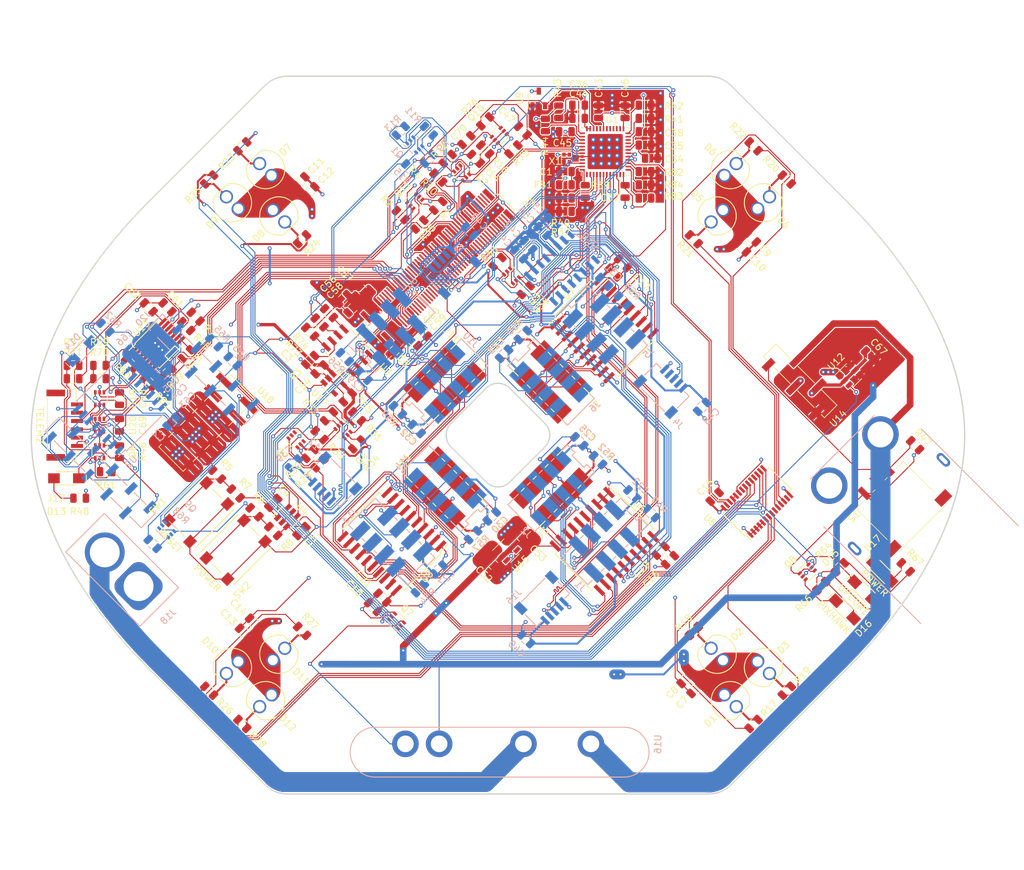
<source format=kicad_pcb>
(kicad_pcb (version 20171130) (host pcbnew 5.1.10)
  (layers (0 F.Cu signal) (1 In1.Cu signal) (2 In2.Cu signal) (31 B.Cu signal) (34 B.Paste user) (35 F.Paste user) (36 B.SilkS user) (37 F.SilkS user) (38 B.Mask user) (39 F.Mask user) (44 Edge.Cuts user))
  (net 0 "")
  (net 1 /3V3)
  (net 2 GND)
  (net 3 VCC)
  (net 4 "Net-(C4-Pad1)")
  (net 5 "Net-(C5-Pad1)")
  (net 6 /5V)
  (net 7 /2V8)
  (net 8 "Net-(D1-Pad1)")
  (net 9 "Net-(D2-Pad1)")
  (net 10 "Net-(D3-Pad1)")
  (net 11 /ToFSensors/I2CA0_INT_28)
  (net 12 "Net-(J2-Pad2)")
  (net 13 /ToFSensors/I2CA0_SDA_28)
  (net 14 /ToFSensors/I2CA0_SCL_28)
  (net 15 "Net-(J2-Pad6)")
  (net 16 /ToFSensors/I2CB0_INT_28)
  (net 17 "Net-(J3-Pad2)")
  (net 18 /ToFSensors/I2CB0_SDA_28)
  (net 19 /ToFSensors/I2CB0_SCL_28)
  (net 20 "Net-(J3-Pad6)")
  (net 21 /ToFSensors/I2CC0_INT_28)
  (net 22 /ToFSensors/I2CC0_SDA_28)
  (net 23 /ToFSensors/I2CC0_SCL_28)
  (net 24 /ToFSensors/I2CA1_INT_28)
  (net 25 "Net-(J5-Pad2)")
  (net 26 /ToFSensors/I2CA1_SDA_28)
  (net 27 /ToFSensors/I2CA1_SCL_28)
  (net 28 "Net-(J5-Pad6)")
  (net 29 /ToFSensors/I2CB1_INT_28)
  (net 30 "Net-(J6-Pad2)")
  (net 31 /ToFSensors/I2CB1_SDA_28)
  (net 32 /ToFSensors/I2CB1_SCL_28)
  (net 33 "Net-(J6-Pad6)")
  (net 34 /ToFSensors/I2CC1_INT_28)
  (net 35 "Net-(J7-Pad2)")
  (net 36 /ToFSensors/I2CC1_SDA_28)
  (net 37 /ToFSensors/I2CC1_SCL_28)
  (net 38 "Net-(J7-Pad6)")
  (net 39 /ToFSensors/I2CA2_INT_28)
  (net 40 /ToFSensors/I2CA2_SDA_28)
  (net 41 /ToFSensors/I2CA2_SCL_28)
  (net 42 /ToFSensors/I2CB2_INT_28)
  (net 43 "Net-(J9-Pad2)")
  (net 44 /ToFSensors/I2CB2_SDA_28)
  (net 45 /ToFSensors/I2CB2_SCL_28)
  (net 46 "Net-(J9-Pad6)")
  (net 47 /ToFSensors/I2CC2_INT_28)
  (net 48 "Net-(J10-Pad2)")
  (net 49 /ToFSensors/I2CC2_SDA_28)
  (net 50 /ToFSensors/I2CC2_SCL_28)
  (net 51 "Net-(J10-Pad6)")
  (net 52 /ToFSensors/I2CA3_INT_28)
  (net 53 "Net-(J11-Pad2)")
  (net 54 /ToFSensors/I2CA3_SDA_28)
  (net 55 /ToFSensors/I2CA3_SCL_28)
  (net 56 "Net-(J11-Pad6)")
  (net 57 /ToFSensors/I2CB3_INT_28)
  (net 58 /ToFSensors/I2CB3_SDA_28)
  (net 59 /ToFSensors/I2CB3_SCL_28)
  (net 60 /ToFSensors/I2CC3_INT_28)
  (net 61 "Net-(J13-Pad2)")
  (net 62 /ToFSensors/I2CC3_SDA_28)
  (net 63 /ToFSensors/I2CC3_SCL_28)
  (net 64 "Net-(J13-Pad6)")
  (net 65 "Net-(J18-Pad2)")
  (net 66 /~PMU_RSTBTN)
  (net 67 /UART1_RTS_18)
  (net 68 /~PMU_PWRBTN)
  (net 69 /UART1_CTS_18)
  (net 70 /UART1_TX_18)
  (net 71 "Net-(P1-Pad17)")
  (net 72 /UART1_RX_18)
  (net 73 "Net-(P1-Pad19)")
  (net 74 "Net-(P1-Pad22)")
  (net 75 /INT_GRPA_18)
  (net 76 "Net-(P1-Pad24)")
  (net 77 /INT_GRPB_18)
  (net 78 "Net-(P1-Pad26)")
  (net 79 /INT_GRPC_18)
  (net 80 "Net-(P1-Pad28)")
  (net 81 "Net-(P1-Pad29)")
  (net 82 "Net-(P1-Pad30)")
  (net 83 "Net-(P1-Pad31)")
  (net 84 "Net-(P1-Pad32)")
  (net 85 "Net-(P1-Pad34)")
  (net 86 "Net-(P1-Pad35)")
  (net 87 "Net-(P1-Pad36)")
  (net 88 "Net-(P1-Pad37)")
  (net 89 "Net-(P1-Pad38)")
  (net 90 "Net-(P1-Pad39)")
  (net 91 "Net-(P1-Pad40)")
  (net 92 "Net-(P1-Pad41)")
  (net 93 "Net-(P1-Pad42)")
  (net 94 "Net-(P1-Pad44)")
  (net 95 "Net-(P1-Pad45)")
  (net 96 "Net-(P1-Pad47)")
  (net 97 "Net-(P1-Pad48)")
  (net 98 "Net-(P1-Pad51)")
  (net 99 "Net-(P1-Pad55)")
  (net 100 "Net-(P1-Pad57)")
  (net 101 "Net-(P1-Pad61)")
  (net 102 "Net-(P1-Pad63)")
  (net 103 "Net-(P1-Pad67)")
  (net 104 "Net-(P1-Pad69)")
  (net 105 "Net-(P1-Pad70)")
  (net 106 /I2C0_SDA_18)
  (net 107 "Net-(P1-Pad74)")
  (net 108 /I2C0_SCL_18)
  (net 109 "Net-(P1-Pad76)")
  (net 110 "Net-(P1-Pad78)")
  (net 111 /I2C1_SDA_18)
  (net 112 "Net-(P1-Pad80)")
  (net 113 /I2C1_SCL_18)
  (net 114 "Net-(P1-Pad82)")
  (net 115 "Net-(P1-Pad84)")
  (net 116 "Net-(P1-Pad85)")
  (net 117 "Net-(P1-Pad86)")
  (net 118 "Net-(P1-Pad87)")
  (net 119 "Net-(P1-Pad88)")
  (net 120 "Net-(P1-Pad90)")
  (net 121 "Net-(P1-Pad91)")
  (net 122 "Net-(P1-Pad92)")
  (net 123 "Net-(P1-Pad93)")
  (net 124 "Net-(P1-Pad95)")
  (net 125 "Net-(P1-Pad96)")
  (net 126 "Net-(P1-Pad97)")
  (net 127 "Net-(P1-Pad98)")
  (net 128 "Net-(P1-Pad99)")
  (net 129 "Net-(P1-Pad100)")
  (net 130 /I2C0_SDA_33)
  (net 131 /I2C0_SCL_33)
  (net 132 /I2C1_SDA_33)
  (net 133 /I2C1_SCL_33)
  (net 134 /ToFSensors/INT_GRPC_28)
  (net 135 /ToFSensors/INT_GRPB_28)
  (net 136 /ToFSensors/INT_GRPA_28)
  (net 137 /ToFSensors/I2C_SDA_28)
  (net 138 /ToFSensors/I2C_SCL_28)
  (net 139 "Net-(Q7-Pad3)")
  (net 140 "Net-(R3-Pad1)")
  (net 141 "Net-(R5-Pad1)")
  (net 142 "Net-(R6-Pad1)")
  (net 143 /LEDs/LED0)
  (net 144 /LEDs/LED1)
  (net 145 /LEDs/LED2)
  (net 146 /LEDs/LED4)
  (net 147 /LEDs/LED5)
  (net 148 /LEDs/LED6)
  (net 149 /LEDs/LED8)
  (net 150 /LEDs/LED9)
  (net 151 /LEDs/LED10)
  (net 152 /LEDs/LED12)
  (net 153 /LEDs/LED13)
  (net 154 /LEDs/LED14)
  (net 155 "Net-(R40-Pad1)")
  (net 156 "Net-(R43-Pad1)")
  (net 157 "Net-(U2-Pad9)")
  (net 158 "Net-(U15-Pad4)")
  (net 159 "Net-(U17-Pad4)")
  (net 160 "Net-(D4-Pad1)")
  (net 161 "Net-(D5-Pad1)")
  (net 162 "Net-(D6-Pad1)")
  (net 163 "Net-(D7-Pad1)")
  (net 164 "Net-(D8-Pad1)")
  (net 165 "Net-(D9-Pad1)")
  (net 166 "Net-(D10-Pad1)")
  (net 167 "Net-(D11-Pad1)")
  (net 168 "Net-(D12-Pad1)")
  (net 169 "Net-(J1-Pad2)")
  (net 170 "Net-(J1-Pad6)")
  (net 171 "Net-(J4-Pad4)")
  (net 172 "Net-(J14-Pad6)")
  (net 173 "Net-(J14-Pad2)")
  (net 174 "Net-(J15-Pad6)")
  (net 175 "Net-(J15-Pad2)")
  (net 176 "Net-(J17-Pad1)")
  (net 177 "Net-(U5-Pad22)")
  (net 178 "Net-(U5-Pad18)")
  (net 179 "Net-(U5-Pad13)")
  (net 180 "Net-(U5-Pad9)")
  (net 181 "Net-(J8-Pad4)")
  (net 182 "Net-(J12-Pad4)")
  (net 183 "Net-(J16-Pad4)")
  (net 184 "Net-(J20-Pad14)")
  (net 185 "Net-(J20-Pad13)")
  (net 186 "Net-(J20-Pad9)")
  (net 187 "Net-(J20-Pad8)")
  (net 188 "Net-(J20-Pad5)")
  (net 189 "Net-(D13-Pad2)")
  (net 190 "Net-(D13-Pad1)")
  (net 191 "Net-(D14-Pad2)")
  (net 192 "Net-(D14-Pad1)")
  (net 193 "Net-(P1-Pad15)")
  (net 194 "Net-(P1-Pad46)")
  (net 195 "Net-(Q9-Pad5)")
  (net 196 "Net-(R47-Pad1)")
  (net 197 "Net-(U2-Pad13)")
  (net 198 "Net-(U2-Pad12)")
  (net 199 "Net-(U2-Pad11)")
  (net 200 "Net-(U2-Pad10)")
  (net 201 "Net-(U18-Pad3)")
  (net 202 "Net-(U18-Pad4)")
  (net 203 "Net-(U18-Pad1)")
  (net 204 "Net-(D15-Pad1)")
  (net 205 "Net-(D15-Pad2)")
  (net 206 "Net-(D16-Pad1)")
  (net 207 "Net-(D16-Pad2)")
  (net 208 "Net-(D17-Pad2)")
  (net 209 "Net-(R73-Pad2)")
  (net 210 "Net-(R74-Pad2)")
  (net 211 "Net-(J20-Pad6)")
  (net 212 /LEDs/I2C1_SDA_50)
  (net 213 /LEDs/I2C1_SCL_50)
  (net 214 /Interfaces/3V3_ROOT)
  (net 215 /Interfaces/PIXHAWK_TX)
  (net 216 /Interfaces/PIXHAWK_RX)
  (net 217 /Interfaces/PIXHAWK_CTS)
  (net 218 /Interfaces/PIXHAWK_RTS)
  (net 219 /Power/11V1)
  (net 220 /Interfaces/XBEE_RTS)
  (net 221 /Interfaces/XBEE_ASSOC)
  (net 222 /Interfaces/XBEE_CTS)
  (net 223 /Interfaces/COM_MUX_CTRL)
  (net 224 /Interfaces/UPCORE_EN)
  (net 225 /Interfaces/PIXHAWK_EN)
  (net 226 /Interfaces/XBEE_RX)
  (net 227 /Interfaces/XBEE_TX)
  (net 228 /Power/D36V50F5_EN)
  (net 229 /Interfaces/UPCORE_RX)
  (net 230 /Interfaces/UPCORE_CTS)
  (net 231 /Interfaces/UPCORE_TX)
  (net 232 /Interfaces/UPCORE_RTS)
  (net 233 "Net-(Q11-Pad6)")
  (net 234 /Interfaces/UPCORE_RX_33)
  (net 235 /Interfaces/UPCORE_CTS_33)
  (net 236 /USB/USB3_5V)
  (net 237 /USB/USB4_5V)
  (net 238 /USB/USB1_5V)
  (net 239 /USB/USB2_5V)
  (net 240 /USB/USB1_DN)
  (net 241 /USB/USB1_DP)
  (net 242 /USB/USB2_DN)
  (net 243 /USB/USB2_DP)
  (net 244 /USB/USB3_DN)
  (net 245 /USB/USB3_DP)
  (net 246 /USB/USB4_DN)
  (net 247 /USB/USB4_DP)
  (net 248 /Interfaces/DRONE_ID0)
  (net 249 /Interfaces/DRONE_ID1)
  (net 250 /Interfaces/DRONE_ID2)
  (net 251 /Interfaces/DRONE_ID3)
  (net 252 /HUB_RST_18)
  (net 253 "Net-(P1-Pad52)")
  (net 254 "Net-(P1-Pad54)")
  (net 255 "Net-(P1-Pad58)")
  (net 256 "Net-(P1-Pad60)")
  (net 257 /USBH_DP)
  (net 258 /USBH_DN)
  (net 259 /USB/~HUB_RST_33)
  (net 260 "Net-(U1-Pad1)")
  (net 261 "Net-(U1-Pad11)")
  (net 262 "Net-(U1-Pad21)")
  (net 263 "Net-(U1-Pad22)")
  (net 264 "Net-(U1-Pad26)")
  (net 265 "Net-(U1-Pad27)")
  (net 266 "Net-(U1-Pad28)")
  (net 267 "Net-(U1-Pad29)")
  (net 268 "Net-(U1-Pad30)")
  (net 269 "Net-(U1-Pad32)")
  (net 270 "Net-(U1-Pad33)")
  (net 271 "Net-(U1-Pad45)")
  (net 272 "Net-(C1-Pad1)")
  (net 273 "Net-(C34-Pad1)")
  (net 274 "Net-(R37-Pad1)")
  (net 275 "Net-(R39-Pad1)")
  (net 276 "Net-(R41-Pad1)")
  (net 277 "Net-(R42-Pad1)")
  (net 278 "Net-(R44-Pad2)")
  (net 279 "Net-(R82-Pad1)")
  (net 280 "Net-(R83-Pad1)")
  (net 281 "Net-(R84-Pad1)")
  (net 282 /USB/USB4_EN_OCS)
  (net 283 /USB/USB3_EN_OCS)
  (net 284 /USB/USB2_EN_OCS)
  (net 285 /USB/USB1_EN_OCS)
  (net 286 /USB/HUB_CLK)
  (net 287 "Net-(Q11-Pad5)")
  (module Drone:SN74LV4T125 (layer F.Cu) (at 48.80901 86.406066 45)
    (fp_text reference U13 (at 0 -3.55 45) (layer F.SilkS))
    (fp_text value SN74LV4T125 hide)
    (pad 1 smd rect (at -2.95 -1.95 45) (size 1.45 0.45) (layers F.Cu F.Paste F.Mask) (net 233 "Net-(Q11-Pad6)"))
    (pad 2 smd rect (at -2.95 -1.3 45) (size 1.45 0.45) (layers F.Cu F.Paste F.Mask) (net 70 /UART1_TX_18))
    (pad 3 smd rect (at -2.95 -0.65 45) (size 1.45 0.45) (layers F.Cu F.Paste F.Mask) (net 231 /Interfaces/UPCORE_TX))
    (pad 4 smd rect (at -2.95 0 45) (size 1.45 0.45) (layers F.Cu F.Paste F.Mask) (net 233 "Net-(Q11-Pad6)"))
    (pad 5 smd rect (at -2.95 0.65 45) (size 1.45 0.45) (layers F.Cu F.Paste F.Mask) (net 67 /UART1_RTS_18))
    (pad 6 smd rect (at -2.95 1.3 45) (size 1.45 0.45) (layers F.Cu F.Paste F.Mask) (net 232 /Interfaces/UPCORE_RTS))
    (pad 7 smd rect (at -2.95 1.95 45) (size 1.45 0.45) (layers F.Cu F.Paste F.Mask) (net 2 GND))
    (pad 8 smd rect (at 2.95 1.95 45) (size 1.45 0.45) (layers F.Cu F.Paste F.Mask) (net 235 /Interfaces/UPCORE_CTS_33))
    (pad 9 smd rect (at 2.95 1.3 45) (size 1.45 0.45) (layers F.Cu F.Paste F.Mask) (net 230 /Interfaces/UPCORE_CTS))
    (pad 10 smd rect (at 2.95 0.65 45) (size 1.45 0.45) (layers F.Cu F.Paste F.Mask) (net 233 "Net-(Q11-Pad6)"))
    (pad 11 smd rect (at 2.95 0 45) (size 1.45 0.45) (layers F.Cu F.Paste F.Mask) (net 234 /Interfaces/UPCORE_RX_33))
    (pad 12 smd rect (at 2.95 -0.65 45) (size 1.45 0.45) (layers F.Cu F.Paste F.Mask) (net 229 /Interfaces/UPCORE_RX))
    (pad 13 smd rect (at 2.95 -1.3 45) (size 1.45 0.45) (layers F.Cu F.Paste F.Mask) (net 233 "Net-(Q11-Pad6)"))
    (pad 14 smd rect (at 2.95 -1.95 45) (size 1.45 0.45) (layers F.Cu F.Paste F.Mask) (net 214 /Interfaces/3V3_ROOT))
  )
  (module Drone:MIC803-30D4VM3-TR (layer F.Cu) (at 106.15 49.296 90)
    (fp_text reference U9 (at 0 -2.9 90) (layer F.SilkS))
    (fp_text value MIC803-30D4VM3-TR hide)
    (pad 1 smd rect (at -1.1 -0.95 90) (size 1.06 0.65) (layers F.Cu F.Paste F.Mask) (net 2 GND))
    (pad 2 smd rect (at -1.1 0.95 90) (size 1.06 0.65) (layers F.Cu F.Paste F.Mask) (net 259 /USB/~HUB_RST_33))
    (pad 3 smd rect (at 1.1 0 90) (size 1.06 0.65) (layers F.Cu F.Paste F.Mask) (net 1 /3V3))
  )
  (module Drone:ASCO (layer F.Cu) (at 110.35 58.3)
    (fp_text reference X1 (at -1.74 0.46) (layer F.SilkS))
    (fp_text value ASCO hide)
    (pad 4 smd rect (at 0.4 -0.55) (size 0.5 0.6) (layers F.Cu F.Paste F.Mask) (net 1 /3V3))
    (pad 3 smd rect (at 0.4 0.55) (size 0.5 0.6) (layers F.Cu F.Paste F.Mask) (net 286 /USB/HUB_CLK))
    (pad 2 smd rect (at -0.4 0.55) (size 0.5 0.6) (layers F.Cu F.Paste F.Mask) (net 2 GND))
    (pad 1 smd rect (at -0.4 -0.55) (size 0.5 0.6) (layers F.Cu F.Paste F.Mask) (net 1 /3V3))
  )
  (module Drone:USB4715 (layer F.Cu) (at 116.15 57.296001 90)
    (fp_text reference U1 (at 4.796001 1.05 180) (layer F.SilkS))
    (fp_text value USB4715 hide)
    (pad 0 smd roundrect (at 0 0 90) (size 5.3 5.3) (layers F.Cu F.Mask) (roundrect_rratio 0.047) (net 2 GND))
    (pad 0 thru_hole circle (at 1.8 1.8 90) (size 0.75 0.75) (drill 0.35) (layers *.Cu *.Mask) (net 2 GND))
    (pad 0 thru_hole circle (at 0.6 1.8 90) (size 0.75 0.75) (drill 0.35) (layers *.Cu *.Mask) (net 2 GND))
    (pad 0 thru_hole circle (at -0.6 1.8 90) (size 0.75 0.75) (drill 0.35) (layers *.Cu *.Mask) (net 2 GND))
    (pad 0 thru_hole circle (at -1.8 1.8 90) (size 0.75 0.75) (drill 0.35) (layers *.Cu *.Mask) (net 2 GND))
    (pad 0 thru_hole circle (at -1.8 0.6 90) (size 0.75 0.75) (drill 0.35) (layers *.Cu *.Mask) (net 2 GND))
    (pad 0 thru_hole circle (at -0.6 0.6 90) (size 0.75 0.75) (drill 0.35) (layers *.Cu *.Mask) (net 2 GND))
    (pad 0 thru_hole circle (at 0.6 0.6 90) (size 0.75 0.75) (drill 0.35) (layers *.Cu *.Mask) (net 2 GND))
    (pad 0 thru_hole circle (at 1.8 0.6 90) (size 0.75 0.75) (drill 0.35) (layers *.Cu *.Mask) (net 2 GND))
    (pad 0 thru_hole circle (at 1.8 -0.6 90) (size 0.75 0.75) (drill 0.35) (layers *.Cu *.Mask) (net 2 GND))
    (pad 0 thru_hole circle (at 0.6 -0.6 90) (size 0.75 0.75) (drill 0.35) (layers *.Cu *.Mask) (net 2 GND))
    (pad 0 thru_hole circle (at -0.6 -0.6 90) (size 0.75 0.75) (drill 0.35) (layers *.Cu *.Mask) (net 2 GND))
    (pad 0 thru_hole circle (at -1.8 -0.6 90) (size 0.75 0.75) (drill 0.35) (layers *.Cu *.Mask) (net 2 GND))
    (pad 0 thru_hole circle (at 1.8 -1.8 90) (size 0.75 0.75) (drill 0.35) (layers *.Cu *.Mask) (net 2 GND))
    (pad 0 thru_hole circle (at 0.6 -1.8 90) (size 0.75 0.75) (drill 0.35) (layers *.Cu *.Mask) (net 2 GND))
    (pad 0 thru_hole circle (at -0.6 -1.8 90) (size 0.75 0.75) (drill 0.35) (layers *.Cu *.Mask) (net 2 GND))
    (pad 0 thru_hole circle (at -1.8 -1.8 90) (size 0.75 0.75) (drill 0.35) (layers *.Cu *.Mask) (net 2 GND))
    (pad 1 smd roundrect (at -3.45 -2.75 90) (size 0.8 0.25) (layers F.Cu F.Paste F.Mask) (net 260 "Net-(U1-Pad1)"))
    (pad 2 smd roundrect (at -3.45 -2.25 90) (size 0.8 0.25) (layers F.Cu F.Paste F.Mask) (net 155 "Net-(R40-Pad1)"))
    (pad 3 smd roundrect (at -3.45 -1.75 90) (size 0.8 0.25) (layers F.Cu F.Paste F.Mask) (net 274 "Net-(R37-Pad1)"))
    (pad 4 smd roundrect (at -3.45 -1.25 90) (size 0.8 0.25) (layers F.Cu F.Paste F.Mask) (net 241 /USB/USB1_DP))
    (pad 5 smd roundrect (at -3.45 -0.75 90) (size 0.8 0.25) (layers F.Cu F.Paste F.Mask) (net 240 /USB/USB1_DN))
    (pad 6 smd roundrect (at -3.45 -0.25 90) (size 0.8 0.25) (layers F.Cu F.Paste F.Mask) (net 243 /USB/USB2_DP))
    (pad 7 smd roundrect (at -3.45 0.25 90) (size 0.8 0.25) (layers F.Cu F.Paste F.Mask) (net 242 /USB/USB2_DN))
    (pad 8 smd roundrect (at -3.45 0.75 90) (size 0.8 0.25) (layers F.Cu F.Paste F.Mask) (net 247 /USB/USB4_DP))
    (pad 9 smd roundrect (at -3.45 1.25 90) (size 0.8 0.25) (layers F.Cu F.Paste F.Mask) (net 246 /USB/USB4_DN))
    (pad 10 smd roundrect (at -3.45 1.75 90) (size 0.8 0.25) (layers F.Cu F.Paste F.Mask) (net 282 /USB/USB4_EN_OCS))
    (pad 11 smd roundrect (at -3.45 2.25 90) (size 0.8 0.25) (layers F.Cu F.Paste F.Mask) (net 261 "Net-(U1-Pad11)"))
    (pad 12 smd roundrect (at -3.45 2.75 90) (size 0.8 0.25) (layers F.Cu F.Paste F.Mask) (net 1 /3V3))
    (pad 13 smd roundrect (at -2.75 3.45 90) (size 0.25 0.8) (layers F.Cu F.Paste F.Mask) (net 280 "Net-(R83-Pad1)"))
    (pad 14 smd roundrect (at -2.25 3.45 90) (size 0.25 0.8) (layers F.Cu F.Paste F.Mask) (net 281 "Net-(R84-Pad1)"))
    (pad 15 smd roundrect (at -1.75 3.45 90) (size 0.25 0.8) (layers F.Cu F.Paste F.Mask) (net 279 "Net-(R82-Pad1)"))
    (pad 16 smd roundrect (at -1.25 3.45 90) (size 0.25 0.8) (layers F.Cu F.Paste F.Mask) (net 283 /USB/USB3_EN_OCS))
    (pad 17 smd roundrect (at -0.75 3.45 90) (size 0.25 0.8) (layers F.Cu F.Paste F.Mask) (net 284 /USB/USB2_EN_OCS))
    (pad 18 smd roundrect (at -0.25 3.45 90) (size 0.25 0.8) (layers F.Cu F.Paste F.Mask) (net 285 /USB/USB1_EN_OCS))
    (pad 19 smd roundrect (at 0.25 3.45 90) (size 0.25 0.8) (layers F.Cu F.Paste F.Mask) (net 273 "Net-(C34-Pad1)"))
    (pad 20 smd roundrect (at 0.75 3.45 90) (size 0.25 0.8) (layers F.Cu F.Paste F.Mask) (net 1 /3V3))
    (pad 21 smd roundrect (at 1.25 3.45 90) (size 0.25 0.8) (layers F.Cu F.Paste F.Mask) (net 262 "Net-(U1-Pad21)"))
    (pad 22 smd roundrect (at 1.75 3.45 90) (size 0.25 0.8) (layers F.Cu F.Paste F.Mask) (net 263 "Net-(U1-Pad22)"))
    (pad 23 smd roundrect (at 2.25 3.45 90) (size 0.25 0.8) (layers F.Cu F.Paste F.Mask) (net 276 "Net-(R41-Pad1)"))
    (pad 24 smd roundrect (at 2.75 3.45 90) (size 0.25 0.8) (layers F.Cu F.Paste F.Mask) (net 277 "Net-(R42-Pad1)"))
    (pad 25 smd roundrect (at 3.45 2.75 90) (size 0.8 0.25) (layers F.Cu F.Paste F.Mask) (net 1 /3V3))
    (pad 26 smd roundrect (at 3.45 2.25 90) (size 0.8 0.25) (layers F.Cu F.Paste F.Mask) (net 264 "Net-(U1-Pad26)"))
    (pad 27 smd roundrect (at 3.45 1.75 90) (size 0.8 0.25) (layers F.Cu F.Paste F.Mask) (net 265 "Net-(U1-Pad27)"))
    (pad 28 smd roundrect (at 3.45 1.25 90) (size 0.8 0.25) (layers F.Cu F.Paste F.Mask) (net 266 "Net-(U1-Pad28)"))
    (pad 29 smd roundrect (at 3.45 0.75 90) (size 0.8 0.25) (layers F.Cu F.Paste F.Mask) (net 267 "Net-(U1-Pad29)"))
    (pad 30 smd roundrect (at 3.45 0.25 90) (size 0.8 0.25) (layers F.Cu F.Paste F.Mask) (net 268 "Net-(U1-Pad30)"))
    (pad 31 smd roundrect (at 3.45 -0.25 90) (size 0.8 0.25) (layers F.Cu F.Paste F.Mask) (net 1 /3V3))
    (pad 32 smd roundrect (at 3.45 -0.75 90) (size 0.8 0.25) (layers F.Cu F.Paste F.Mask) (net 269 "Net-(U1-Pad32)"))
    (pad 33 smd roundrect (at 3.45 -1.25 90) (size 0.8 0.25) (layers F.Cu F.Paste F.Mask) (net 270 "Net-(U1-Pad33)"))
    (pad 34 smd roundrect (at 3.45 -1.75 90) (size 0.8 0.25) (layers F.Cu F.Paste F.Mask) (net 259 /USB/~HUB_RST_33))
    (pad 35 smd roundrect (at 3.45 -2.25 90) (size 0.8 0.25) (layers F.Cu F.Paste F.Mask) (net 1 /3V3))
    (pad 36 smd roundrect (at 3.45 -2.75 90) (size 0.8 0.25) (layers F.Cu F.Paste F.Mask) (net 1 /3V3))
    (pad 37 smd roundrect (at 2.75 -3.45 90) (size 0.25 0.8) (layers F.Cu F.Paste F.Mask) (net 156 "Net-(R43-Pad1)"))
    (pad 38 smd roundrect (at 2.25 -3.45 90) (size 0.25 0.8) (layers F.Cu F.Paste F.Mask) (net 278 "Net-(R44-Pad2)"))
    (pad 39 smd roundrect (at 1.75 -3.45 90) (size 0.25 0.8) (layers F.Cu F.Paste F.Mask) (net 1 /3V3))
    (pad 40 smd roundrect (at 1.25 -3.45 90) (size 0.25 0.8) (layers F.Cu F.Paste F.Mask) (net 245 /USB/USB3_DP))
    (pad 41 smd roundrect (at 0.75 -3.45 90) (size 0.25 0.8) (layers F.Cu F.Paste F.Mask) (net 244 /USB/USB3_DN))
    (pad 42 smd roundrect (at 0.25 -3.45 90) (size 0.25 0.8) (layers F.Cu F.Paste F.Mask) (net 257 /USBH_DP))
    (pad 43 smd roundrect (at -0.25 -3.45 90) (size 0.25 0.8) (layers F.Cu F.Paste F.Mask) (net 258 /USBH_DN))
    (pad 44 smd roundrect (at -0.75 -3.45 90) (size 0.25 0.8) (layers F.Cu F.Paste F.Mask) (net 2 GND))
    (pad 45 smd roundrect (at -1.25 -3.45 90) (size 0.25 0.8) (layers F.Cu F.Paste F.Mask) (net 271 "Net-(U1-Pad45)"))
    (pad 46 smd roundrect (at -1.75 -3.45 90) (size 0.25 0.8) (layers F.Cu F.Paste F.Mask) (net 286 /USB/HUB_CLK))
    (pad 47 smd roundrect (at -2.25 -3.45 90) (size 0.25 0.8) (layers F.Cu F.Paste F.Mask) (net 272 "Net-(C1-Pad1)"))
    (pad 48 smd roundrect (at -2.75 -3.45 90) (size 0.25 0.8) (layers F.Cu F.Paste F.Mask) (net 275 "Net-(R39-Pad1)"))
  )
  (module Drone:C0805 (layer F.Cu) (at 95.25 55.57 45)
    (fp_text reference C70 (at 0 -1.65 45) (layer F.SilkS))
    (fp_text value 100n hide)
    (pad 2 smd roundrect (at 0.9375 0 45) (size 0.975 1.4) (layers F.Cu F.Paste F.Mask) (net 6 /5V))
    (pad 1 smd roundrect (at -0.9375 0 45) (size 0.975 1.4) (layers F.Cu F.Paste F.Mask) (net 2 GND))
  )
  (module Drone:C0805 (layer F.Cu) (at 103.73 54.15 315)
    (fp_text reference C47 (at -3.436539 0.042426 135) (layer F.SilkS))
    (fp_text value 100n hide)
    (pad 2 smd roundrect (at 0.9375 0 315) (size 0.975 1.4) (layers F.Cu F.Paste F.Mask) (net 6 /5V))
    (pad 1 smd roundrect (at -0.9375 0 315) (size 0.975 1.4) (layers F.Cu F.Paste F.Mask) (net 2 GND))
  )
  (module Drone:BSS138DW (layer F.Cu) (at 100.2 54.86 225)
    (fp_text reference Q10 (at 0.091924 4.815397 45) (layer F.SilkS))
    (fp_text value BSS138DW hide)
    (pad 6 smd rect (at 0.95 -0.65 225) (size 0.65 0.4) (layers F.Cu F.Paste F.Mask) (net 213 /LEDs/I2C1_SCL_50))
    (pad 4 smd rect (at 0.95 0.65 225) (size 0.65 0.4) (layers F.Cu F.Paste F.Mask) (net 111 /I2C1_SDA_18))
    (pad 2 smd rect (at -0.95 0 225) (size 0.65 0.4) (layers F.Cu F.Paste F.Mask) (net 3 VCC))
    (pad 5 smd rect (at 0.95 0 225) (size 0.65 0.4) (layers F.Cu F.Paste F.Mask) (net 3 VCC))
    (pad 3 smd rect (at -0.95 0.65 225) (size 0.65 0.4) (layers F.Cu F.Paste F.Mask) (net 212 /LEDs/I2C1_SDA_50))
    (pad 1 smd rect (at -0.95 -0.65 225) (size 0.65 0.4) (layers F.Cu F.Paste F.Mask) (net 113 /I2C1_SCL_18))
  )
  (module Drone:R0805 (layer F.Cu) (at 85.346878 66.877386 315)
    (fp_text reference R2 (at -3 0 135) (layer F.SilkS))
    (fp_text value 10k hide)
    (pad 2 smd roundrect (at 0.9375 0 315) (size 0.975 1.4) (layers F.Cu F.Paste F.Mask) (net 259 /USB/~HUB_RST_33))
    (pad 1 smd roundrect (at -0.9375 0 315) (size 0.975 1.4) (layers F.Cu F.Paste F.Mask) (net 1 /3V3))
  )
  (module Drone:BSS138DW (layer F.Cu) (at 69.592641 100.714214 315)
    (fp_text reference Q3 (at 0 3 135) (layer F.SilkS))
    (fp_text value BSS138DW hide)
    (pad 6 smd rect (at 0.95 -0.65 315) (size 0.65 0.4) (layers F.Cu F.Paste F.Mask))
    (pad 4 smd rect (at 0.95 0.65 315) (size 0.65 0.4) (layers F.Cu F.Paste F.Mask) (net 79 /INT_GRPC_18))
    (pad 2 smd rect (at -0.95 0 315) (size 0.65 0.4) (layers F.Cu F.Paste F.Mask))
    (pad 5 smd rect (at 0.95 0 315) (size 0.65 0.4) (layers F.Cu F.Paste F.Mask) (net 3 VCC))
    (pad 3 smd rect (at -0.95 0.65 315) (size 0.65 0.4) (layers F.Cu F.Paste F.Mask) (net 134 /ToFSensors/INT_GRPC_28))
    (pad 1 smd rect (at -0.95 -0.65 315) (size 0.65 0.4) (layers F.Cu F.Paste F.Mask))
  )
  (module Drone:R0805 (layer F.Cu) (at 122.15 62.3)
    (fp_text reference R84 (at 4.35 0.05) (layer F.SilkS))
    (fp_text value 4k7 hide)
    (pad 2 smd roundrect (at 0.9375 0) (size 0.975 1.4) (layers F.Cu F.Paste F.Mask) (net 2 GND))
    (pad 1 smd roundrect (at -0.9375 0) (size 0.975 1.4) (layers F.Cu F.Paste F.Mask) (net 281 "Net-(R84-Pad1)"))
  )
  (module Drone:R0805 (layer F.Cu) (at 122.15 64.3)
    (fp_text reference R83 (at 4.35 -0.3) (layer F.SilkS))
    (fp_text value 4k7 hide)
    (pad 2 smd roundrect (at 0.9375 0) (size 0.975 1.4) (layers F.Cu F.Paste F.Mask) (net 1 /3V3))
    (pad 1 smd roundrect (at -0.9375 0) (size 0.975 1.4) (layers F.Cu F.Paste F.Mask) (net 280 "Net-(R83-Pad1)"))
  )
  (module Drone:R0805 (layer F.Cu) (at 122.15 60.3)
    (fp_text reference R82 (at 4.35 0.15) (layer F.SilkS))
    (fp_text value 4k7 hide)
    (pad 2 smd roundrect (at 0.9375 0) (size 0.975 1.4) (layers F.Cu F.Paste F.Mask) (net 2 GND))
    (pad 1 smd roundrect (at -0.9375 0) (size 0.975 1.4) (layers F.Cu F.Paste F.Mask) (net 279 "Net-(R82-Pad1)"))
  )
  (module Drone:R0805 (layer F.Cu) (at 107.15 53.296 270)
    (fp_text reference R44 (at 3.18 0.1 90) (layer F.SilkS))
    (fp_text value 10k hide)
    (pad 2 smd roundrect (at 0.9375 0 270) (size 0.975 1.4) (layers F.Cu F.Paste F.Mask) (net 278 "Net-(R44-Pad2)"))
    (pad 1 smd roundrect (at -0.9375 0 270) (size 0.975 1.4) (layers F.Cu F.Paste F.Mask) (net 1 /3V3))
  )
  (module Drone:R0805 (layer F.Cu) (at 109.15 51.296 90)
    (fp_text reference R43 (at 3.55 -0.15 90) (layer F.SilkS))
    (fp_text value 10k hide)
    (pad 2 smd roundrect (at 0.9375 0 90) (size 0.975 1.4) (layers F.Cu F.Paste F.Mask) (net 1 /3V3))
    (pad 1 smd roundrect (at -0.9375 0 90) (size 0.975 1.4) (layers F.Cu F.Paste F.Mask) (net 156 "Net-(R43-Pad1)"))
  )
  (module Drone:R0805 (layer F.Cu) (at 122.15 50.3)
    (fp_text reference R42 (at 4.35 0.15) (layer F.SilkS))
    (fp_text value 200k hide)
    (pad 2 smd roundrect (at 0.9375 0) (size 0.975 1.4) (layers F.Cu F.Paste F.Mask) (net 2 GND))
    (pad 1 smd roundrect (at -0.9375 0) (size 0.975 1.4) (layers F.Cu F.Paste F.Mask) (net 277 "Net-(R42-Pad1)"))
  )
  (module Drone:R0805 (layer F.Cu) (at 122.15 52.3)
    (fp_text reference R41 (at 4.35 0.15) (layer F.SilkS))
    (fp_text value 200k hide)
    (pad 2 smd roundrect (at 0.9375 0) (size 0.975 1.4) (layers F.Cu F.Paste F.Mask) (net 2 GND))
    (pad 1 smd roundrect (at -0.9375 0) (size 0.975 1.4) (layers F.Cu F.Paste F.Mask) (net 276 "Net-(R41-Pad1)"))
  )
  (module Drone:R0805 (layer F.Cu) (at 110.15 64.3 180)
    (fp_text reference R40 (at 0.72 -3.76) (layer F.SilkS))
    (fp_text value 10k hide)
    (pad 2 smd roundrect (at 0.9375 0 180) (size 0.975 1.4) (layers F.Cu F.Paste F.Mask) (net 2 GND))
    (pad 1 smd roundrect (at -0.9375 0 180) (size 0.975 1.4) (layers F.Cu F.Paste F.Mask) (net 155 "Net-(R40-Pad1)"))
  )
  (module Drone:R0805 (layer F.Cu) (at 113.15 63.3 270)
    (fp_text reference R39 (at -0.87 -2.26 180) (layer F.SilkS))
    (fp_text value 12k,1% hide)
    (pad 2 smd roundrect (at 0.9375 0 270) (size 0.975 1.4) (layers F.Cu F.Paste F.Mask) (net 2 GND))
    (pad 1 smd roundrect (at -0.9375 0 270) (size 0.975 1.4) (layers F.Cu F.Paste F.Mask) (net 275 "Net-(R39-Pad1)"))
  )
  (module Drone:R0805 (layer F.Cu) (at 110.15 66.3 180)
    (fp_text reference R37 (at 0.7 -3.13) (layer F.SilkS))
    (fp_text value 200k hide)
    (pad 2 smd roundrect (at 0.9375 0 180) (size 0.975 1.4) (layers F.Cu F.Paste F.Mask) (net 2 GND))
    (pad 1 smd roundrect (at -0.9375 0 180) (size 0.975 1.4) (layers F.Cu F.Paste F.Mask) (net 274 "Net-(R37-Pad1)"))
  )
  (module Drone:R0805 (layer F.Cu) (at 88.175305 68.2916 45)
    (fp_text reference R35 (at 0 1.7 45) (layer F.SilkS))
    (fp_text value DNP hide)
    (pad 2 smd roundrect (at 0.9375 0 45) (size 0.975 1.4) (layers F.Cu F.Paste F.Mask) (net 287 "Net-(Q11-Pad5)"))
    (pad 1 smd roundrect (at -0.9375 0 45) (size 0.975 1.4) (layers F.Cu F.Paste F.Mask) (net 252 /HUB_RST_18))
  )
  (module Drone:FB0805 (layer F.Cu) (at 110.15 62.3)
    (fp_text reference FB1 (at -3.35 0 -180) (layer F.SilkS))
    (fp_text value 120R hide)
    (pad 2 smd roundrect (at 0.9375 0) (size 0.975 1.4) (layers F.Cu F.Paste F.Mask) (net 272 "Net-(C1-Pad1)"))
    (pad 1 smd roundrect (at -0.9375 0) (size 0.975 1.4) (layers F.Cu F.Paste F.Mask) (net 1 /3V3))
  )
  (module Drone:C0805 (layer F.Cu) (at 119.15 51.296 90)
    (fp_text reference C46 (at 3.55 0 90) (layer F.SilkS))
    (fp_text value 100n hide)
    (pad 2 smd roundrect (at 0.9375 0 90) (size 0.975 1.4) (layers F.Cu F.Paste F.Mask) (net 2 GND))
    (pad 1 smd roundrect (at -0.9375 0 90) (size 0.975 1.4) (layers F.Cu F.Paste F.Mask) (net 1 /3V3))
  )
  (module Drone:C0805 (layer F.Cu) (at 110.15 54.296 180)
    (fp_text reference C45 (at 0.45 -1.7) (layer F.SilkS))
    (fp_text value 100n hide)
    (pad 2 smd roundrect (at 0.9375 0 180) (size 0.975 1.4) (layers F.Cu F.Paste F.Mask) (net 2 GND))
    (pad 1 smd roundrect (at -0.9375 0 180) (size 0.975 1.4) (layers F.Cu F.Paste F.Mask) (net 1 /3V3))
  )
  (module Drone:C0805 (layer F.Cu) (at 112.15 52.296 180)
    (fp_text reference C44 (at 0 3.7) (layer F.SilkS))
    (fp_text value 100n hide)
    (pad 2 smd roundrect (at 0.9375 0 180) (size 0.975 1.4) (layers F.Cu F.Paste F.Mask) (net 2 GND))
    (pad 1 smd roundrect (at -0.9375 0 180) (size 0.975 1.4) (layers F.Cu F.Paste F.Mask) (net 1 /3V3))
  )
  (module Drone:C0805 (layer F.Cu) (at 115.15 51.296 90)
    (fp_text reference C43 (at 3.55 0.05 90) (layer F.SilkS))
    (fp_text value 100n hide)
    (pad 2 smd roundrect (at 0.9375 0 90) (size 0.975 1.4) (layers F.Cu F.Paste F.Mask) (net 2 GND))
    (pad 1 smd roundrect (at -0.9375 0 90) (size 0.975 1.4) (layers F.Cu F.Paste F.Mask) (net 1 /3V3))
  )
  (module Drone:C0805 (layer F.Cu) (at 122.15 54.3)
    (fp_text reference C38 (at 4.35 0.2) (layer F.SilkS))
    (fp_text value 100n hide)
    (pad 2 smd roundrect (at 0.9375 0) (size 0.975 1.4) (layers F.Cu F.Paste F.Mask) (net 2 GND))
    (pad 1 smd roundrect (at -0.9375 0) (size 0.975 1.4) (layers F.Cu F.Paste F.Mask) (net 1 /3V3))
  )
  (module Drone:C0805 (layer F.Cu) (at 119.15 63.3 270)
    (fp_text reference C37 (at 0.96 2.3 180) (layer F.SilkS))
    (fp_text value 100n hide)
    (pad 2 smd roundrect (at 0.9375 0 270) (size 0.975 1.4) (layers F.Cu F.Paste F.Mask) (net 2 GND))
    (pad 1 smd roundrect (at -0.9375 0 270) (size 0.975 1.4) (layers F.Cu F.Paste F.Mask) (net 1 /3V3))
  )
  (module Drone:C0805 (layer F.Cu) (at 112.149999 50.296 180)
    (fp_text reference C36 (at -0.000001 3.1 180) (layer F.SilkS))
    (fp_text value 1u hide)
    (pad 2 smd roundrect (at 0.9375 0 180) (size 0.975 1.4) (layers F.Cu F.Paste F.Mask) (net 2 GND))
    (pad 1 smd roundrect (at -0.9375 0 180) (size 0.975 1.4) (layers F.Cu F.Paste F.Mask) (net 1 /3V3))
  )
  (module Drone:C0805 (layer F.Cu) (at 122.15 56.3)
    (fp_text reference C35 (at 4.35 0.15) (layer F.SilkS))
    (fp_text value 100n hide)
    (pad 2 smd roundrect (at 0.9375 0) (size 0.975 1.4) (layers F.Cu F.Paste F.Mask) (net 2 GND))
    (pad 1 smd roundrect (at -0.9375 0) (size 0.975 1.4) (layers F.Cu F.Paste F.Mask) (net 273 "Net-(C34-Pad1)"))
  )
  (module Drone:C0805 (layer F.Cu) (at 123.1 58.3)
    (fp_text reference C34 (at 3.45 0.15) (layer F.SilkS))
    (fp_text value 1u hide)
    (pad 2 smd roundrect (at 0.9375 0) (size 0.975 1.4) (layers F.Cu F.Paste F.Mask) (net 2 GND))
    (pad 1 smd roundrect (at -0.9375 0) (size 0.975 1.4) (layers F.Cu F.Paste F.Mask) (net 273 "Net-(C34-Pad1)"))
  )
  (module Drone:C0805 (layer F.Cu) (at 110.15 60.3 180)
    (fp_text reference C1 (at 2.9 -0.05) (layer F.SilkS))
    (fp_text value 100n hide)
    (pad 2 smd roundrect (at 0.9375 0 180) (size 0.975 1.4) (layers F.Cu F.Paste F.Mask) (net 2 GND))
    (pad 1 smd roundrect (at -0.9375 0 180) (size 0.975 1.4) (layers F.Cu F.Paste F.Mask) (net 272 "Net-(C1-Pad1)"))
  )
  (module Drone:PCB-OUTLINE (layer F.Cu) (at 100 100)
    (fp_text reference REF** hide)
    (fp_text value PCB-OUTLINE hide)
    (fp_line (start -1.767767 7.071068) (end -7.071068 1.767767) (layer Edge.Cuts) (width 0.2))
    (fp_line (start 7.071068 1.767767) (end 1.767767 7.071068) (layer Edge.Cuts) (width 0.2))
    (fp_line (start 1.767767 -7.071068) (end 7.071068 -1.767767) (layer Edge.Cuts) (width 0.2))
    (fp_line (start -7.071068 -1.767767) (end -1.767767 -7.071068) (layer Edge.Cuts) (width 0.2))
    (fp_line (start 52.705589 35.046362) (end 35.046361 52.70559) (layer Edge.Cuts) (width 0.2))
    (fp_line (start 54.428872 33.27428) (end 52.705589 35.046362) (layer Edge.Cuts) (width 0.2))
    (fp_line (start 56.119494 31.421233) (end 54.428872 33.27428) (layer Edge.Cuts) (width 0.2))
    (fp_line (start 57.766618 29.49262) (end 56.119494 31.421233) (layer Edge.Cuts) (width 0.2))
    (fp_line (start 59.359412 27.493838) (end 57.766618 29.49262) (layer Edge.Cuts) (width 0.2))
    (fp_line (start 60.13205 26.46982) (end 59.359412 27.493838) (layer Edge.Cuts) (width 0.2))
    (fp_line (start 60.887042 25.430284) (end 60.13205 26.46982) (layer Edge.Cuts) (width 0.2))
    (fp_line (start 61.623035 24.375905) (end 60.887042 25.430284) (layer Edge.Cuts) (width 0.2))
    (fp_line (start 62.338674 23.307357) (end 61.623035 24.375905) (layer Edge.Cuts) (width 0.2))
    (fp_line (start 63.032604 22.225315) (end 62.338674 23.307357) (layer Edge.Cuts) (width 0.2))
    (fp_line (start 63.703473 21.130453) (end 63.032604 22.225315) (layer Edge.Cuts) (width 0.2))
    (fp_line (start 64.349924 20.023447) (end 63.703473 21.130453) (layer Edge.Cuts) (width 0.2))
    (fp_line (start 64.970605 18.904971) (end 64.349924 20.023447) (layer Edge.Cuts) (width 0.2))
    (fp_line (start 65.564161 17.7757) (end 64.970605 18.904971) (layer Edge.Cuts) (width 0.2))
    (fp_line (start 66.129238 16.636308) (end 65.564161 17.7757) (layer Edge.Cuts) (width 0.2))
    (fp_line (start 66.664481 15.48747) (end 66.129238 16.636308) (layer Edge.Cuts) (width 0.2))
    (fp_line (start 67.168536 14.329862) (end 66.664481 15.48747) (layer Edge.Cuts) (width 0.2))
    (fp_line (start 67.640049 13.164156) (end 67.168536 14.329862) (layer Edge.Cuts) (width 0.2))
    (fp_line (start 68.077666 11.991029) (end 67.640049 13.164156) (layer Edge.Cuts) (width 0.2))
    (fp_line (start 68.480033 10.811155) (end 68.077666 11.991029) (layer Edge.Cuts) (width 0.2))
    (fp_line (start 68.845794 9.625209) (end 68.480033 10.811155) (layer Edge.Cuts) (width 0.2))
    (fp_line (start 69.173597 8.433865) (end 68.845794 9.625209) (layer Edge.Cuts) (width 0.2))
    (fp_line (start 69.462086 7.237798) (end 69.173597 8.433865) (layer Edge.Cuts) (width 0.2))
    (fp_line (start 69.709908 6.037683) (end 69.462086 7.237798) (layer Edge.Cuts) (width 0.2))
    (fp_line (start 69.915708 4.834195) (end 69.709908 6.037683) (layer Edge.Cuts) (width 0.2))
    (fp_line (start 70.002427 4.231396) (end 69.915708 4.834195) (layer Edge.Cuts) (width 0.2))
    (fp_line (start 70.078133 3.628007) (end 70.002427 4.231396) (layer Edge.Cuts) (width 0.2))
    (fp_line (start 70.142656 3.024113) (end 70.078133 3.628007) (layer Edge.Cuts) (width 0.2))
    (fp_line (start 70.195827 2.419796) (end 70.142656 3.024113) (layer Edge.Cuts) (width 0.2))
    (fp_line (start 70.237477 1.815142) (end 70.195827 2.419796) (layer Edge.Cuts) (width 0.2))
    (fp_line (start 70.267436 1.210235) (end 70.237477 1.815142) (layer Edge.Cuts) (width 0.2))
    (fp_line (start 70.285536 0.605159) (end 70.267436 1.210235) (layer Edge.Cuts) (width 0.2))
    (fp_line (start 70.291607 0) (end 70.285536 0.605159) (layer Edge.Cuts) (width 0.2))
    (fp_line (start 70.285536 -0.605159) (end 70.291607 0) (layer Edge.Cuts) (width 0.2))
    (fp_line (start 70.267436 -1.210235) (end 70.285536 -0.605159) (layer Edge.Cuts) (width 0.2))
    (fp_line (start 70.237477 -1.815142) (end 70.267436 -1.210235) (layer Edge.Cuts) (width 0.2))
    (fp_line (start 70.195827 -2.419796) (end 70.237477 -1.815142) (layer Edge.Cuts) (width 0.2))
    (fp_line (start 70.142656 -3.024113) (end 70.195827 -2.419796) (layer Edge.Cuts) (width 0.2))
    (fp_line (start 70.078133 -3.628007) (end 70.142656 -3.024113) (layer Edge.Cuts) (width 0.2))
    (fp_line (start 70.002427 -4.231396) (end 70.078133 -3.628007) (layer Edge.Cuts) (width 0.2))
    (fp_line (start 69.915708 -4.834195) (end 70.002427 -4.231396) (layer Edge.Cuts) (width 0.2))
    (fp_line (start 69.709908 -6.037683) (end 69.915708 -4.834195) (layer Edge.Cuts) (width 0.2))
    (fp_line (start 69.462086 -7.237798) (end 69.709908 -6.037683) (layer Edge.Cuts) (width 0.2))
    (fp_line (start 69.173597 -8.433865) (end 69.462086 -7.237798) (layer Edge.Cuts) (width 0.2))
    (fp_line (start 68.845794 -9.625209) (end 69.173597 -8.433865) (layer Edge.Cuts) (width 0.2))
    (fp_line (start 68.480033 -10.811155) (end 68.845794 -9.625209) (layer Edge.Cuts) (width 0.2))
    (fp_line (start 68.077666 -11.991029) (end 68.480033 -10.811155) (layer Edge.Cuts) (width 0.2))
    (fp_line (start 67.640049 -13.164156) (end 68.077666 -11.991029) (layer Edge.Cuts) (width 0.2))
    (fp_line (start 67.168536 -14.329862) (end 67.640049 -13.164156) (layer Edge.Cuts) (width 0.2))
    (fp_line (start 66.664481 -15.48747) (end 67.168536 -14.329862) (layer Edge.Cuts) (width 0.2))
    (fp_line (start 66.129238 -16.636308) (end 66.664481 -15.48747) (layer Edge.Cuts) (width 0.2))
    (fp_line (start 65.564161 -17.7757) (end 66.129238 -16.636308) (layer Edge.Cuts) (width 0.2))
    (fp_line (start 64.970605 -18.904971) (end 65.564161 -17.7757) (layer Edge.Cuts) (width 0.2))
    (fp_line (start 64.349924 -20.023447) (end 64.970605 -18.904971) (layer Edge.Cuts) (width 0.2))
    (fp_line (start 63.703473 -21.130453) (end 64.349924 -20.023447) (layer Edge.Cuts) (width 0.2))
    (fp_line (start 63.032604 -22.225315) (end 63.703473 -21.130453) (layer Edge.Cuts) (width 0.2))
    (fp_line (start 62.338674 -23.307357) (end 63.032604 -22.225315) (layer Edge.Cuts) (width 0.2))
    (fp_line (start 61.623035 -24.375905) (end 62.338674 -23.307357) (layer Edge.Cuts) (width 0.2))
    (fp_line (start 60.887042 -25.430284) (end 61.623035 -24.375905) (layer Edge.Cuts) (width 0.2))
    (fp_line (start 60.13205 -26.46982) (end 60.887042 -25.430284) (layer Edge.Cuts) (width 0.2))
    (fp_line (start 59.359412 -27.493838) (end 60.13205 -26.46982) (layer Edge.Cuts) (width 0.2))
    (fp_line (start 57.766618 -29.49262) (end 59.359412 -27.493838) (layer Edge.Cuts) (width 0.2))
    (fp_line (start 56.119494 -31.421233) (end 57.766618 -29.49262) (layer Edge.Cuts) (width 0.2))
    (fp_line (start 54.428872 -33.27428) (end 56.119494 -31.421233) (layer Edge.Cuts) (width 0.2))
    (fp_line (start 52.705589 -35.046362) (end 54.428872 -33.27428) (layer Edge.Cuts) (width 0.2))
    (fp_line (start 35.046361 -52.70559) (end 52.705589 -35.046362) (layer Edge.Cuts) (width 0.2))
    (fp_line (start -31.696719 -54.05) (end 31.696719 -54.05) (layer Edge.Cuts) (width 0.2))
    (fp_line (start -52.705589 -35.046362) (end -35.046361 -52.70559) (layer Edge.Cuts) (width 0.2))
    (fp_line (start -54.428872 -33.27428) (end -52.705589 -35.046362) (layer Edge.Cuts) (width 0.2))
    (fp_line (start -56.119494 -31.421233) (end -54.428872 -33.27428) (layer Edge.Cuts) (width 0.2))
    (fp_line (start -57.766618 -29.49262) (end -56.119494 -31.421233) (layer Edge.Cuts) (width 0.2))
    (fp_line (start -59.359412 -27.493838) (end -57.766618 -29.49262) (layer Edge.Cuts) (width 0.2))
    (fp_line (start -60.13205 -26.46982) (end -59.359412 -27.493838) (layer Edge.Cuts) (width 0.2))
    (fp_line (start -60.887042 -25.430284) (end -60.13205 -26.46982) (layer Edge.Cuts) (width 0.2))
    (fp_line (start -61.623035 -24.375905) (end -60.887042 -25.430284) (layer Edge.Cuts) (width 0.2))
    (fp_line (start -62.338674 -23.307357) (end -61.623035 -24.375905) (layer Edge.Cuts) (width 0.2))
    (fp_line (start -63.032604 -22.225315) (end -62.338674 -23.307357) (layer Edge.Cuts) (width 0.2))
    (fp_line (start -63.703473 -21.130453) (end -63.032604 -22.225315) (layer Edge.Cuts) (width 0.2))
    (fp_line (start -64.349924 -20.023447) (end -63.703473 -21.130453) (layer Edge.Cuts) (width 0.2))
    (fp_line (start -64.970605 -18.904971) (end -64.349924 -20.023447) (layer Edge.Cuts) (width 0.2))
    (fp_line (start -65.564161 -17.7757) (end -64.970605 -18.904971) (layer Edge.Cuts) (width 0.2))
    (fp_line (start -66.129238 -16.636308) (end -65.564161 -17.7757) (layer Edge.Cuts) (width 0.2))
    (fp_line (start -66.664481 -15.48747) (end -66.129238 -16.636308) (layer Edge.Cuts) (width 0.2))
    (fp_line (start -67.168536 -14.329862) (end -66.664481 -15.48747) (layer Edge.Cuts) (width 0.2))
    (fp_line (start -67.640049 -13.164156) (end -67.168536 -14.329862) (layer Edge.Cuts) (width 0.2))
    (fp_line (start -68.077666 -11.991029) (end -67.640049 -13.164156) (layer Edge.Cuts) (width 0.2))
    (fp_line (start -68.480033 -10.811155) (end -68.077666 -11.991029) (layer Edge.Cuts) (width 0.2))
    (fp_line (start -68.845794 -9.625209) (end -68.480033 -10.811155) (layer Edge.Cuts) (width 0.2))
    (fp_line (start -69.173597 -8.433865) (end -68.845794 -9.625209) (layer Edge.Cuts) (width 0.2))
    (fp_line (start -69.462086 -7.237798) (end -69.173597 -8.433865) (layer Edge.Cuts) (width 0.2))
    (fp_line (start -69.709908 -6.037683) (end -69.462086 -7.237798) (layer Edge.Cuts) (width 0.2))
    (fp_line (start -69.915708 -4.834195) (end -69.709908 -6.037683) (layer Edge.Cuts) (width 0.2))
    (fp_line (start -70.002427 -4.231396) (end -69.915708 -4.834195) (layer Edge.Cuts) (width 0.2))
    (fp_line (start -70.078133 -3.628007) (end -70.002427 -4.231396) (layer Edge.Cuts) (width 0.2))
    (fp_line (start -70.142656 -3.024113) (end -70.078133 -3.628007) (layer Edge.Cuts) (width 0.2))
    (fp_line (start -70.195827 -2.419796) (end -70.142656 -3.024113) (layer Edge.Cuts) (width 0.2))
    (fp_line (start -70.237477 -1.815142) (end -70.195827 -2.419796) (layer Edge.Cuts) (width 0.2))
    (fp_line (start -70.267436 -1.210235) (end -70.237477 -1.815142) (layer Edge.Cuts) (width 0.2))
    (fp_line (start -70.285536 -0.605159) (end -70.267436 -1.210235) (layer Edge.Cuts) (width 0.2))
    (fp_line (start -70.291607 0) (end -70.285536 -0.605159) (layer Edge.Cuts) (width 0.2))
    (fp_line (start -70.285536 0.605159) (end -70.291607 0) (layer Edge.Cuts) (width 0.2))
    (fp_line (start -70.267436 1.210235) (end -70.285536 0.605159) (layer Edge.Cuts) (width 0.2))
    (fp_line (start -70.237477 1.815142) (end -70.267436 1.210235) (layer Edge.Cuts) (width 0.2))
    (fp_line (start -70.195827 2.419796) (end -70.237477 1.815142) (layer Edge.Cuts) (width 0.2))
    (fp_line (start -70.142656 3.024113) (end -70.195827 2.419796) (layer Edge.Cuts) (width 0.2))
    (fp_line (start -70.078133 3.628007) (end -70.142656 3.024113) (layer Edge.Cuts) (width 0.2))
    (fp_line (start -70.002427 4.231396) (end -70.078133 3.628007) (layer Edge.Cuts) (width 0.2))
    (fp_line (start -69.915708 4.834195) (end -70.002427 4.231396) (layer Edge.Cuts) (width 0.2))
    (fp_line (start -69.709908 6.037683) (end -69.915708 4.834195) (layer Edge.Cuts) (width 0.2))
    (fp_line (start -69.462086 7.237798) (end -69.709908 6.037683) (layer Edge.Cuts) (width 0.2))
    (fp_line (start -69.173597 8.433865) (end -69.462086 7.237798) (layer Edge.Cuts) (width 0.2))
    (fp_line (start -68.845794 9.625209) (end -69.173597 8.433865) (layer Edge.Cuts) (width 0.2))
    (fp_line (start -68.480033 10.811155) (end -68.845794 9.625209) (layer Edge.Cuts) (width 0.2))
    (fp_line (start -68.077666 11.991029) (end -68.480033 10.811155) (layer Edge.Cuts) (width 0.2))
    (fp_line (start -67.640049 13.164156) (end -68.077666 11.991029) (layer Edge.Cuts) (width 0.2))
    (fp_line (start -67.168536 14.329862) (end -67.640049 13.164156) (layer Edge.Cuts) (width 0.2))
    (fp_line (start -66.664481 15.48747) (end -67.168536 14.329862) (layer Edge.Cuts) (width 0.2))
    (fp_line (start -66.129238 16.636308) (end -66.664481 15.48747) (layer Edge.Cuts) (width 0.2))
    (fp_line (start -65.564161 17.7757) (end -66.129238 16.636308) (layer Edge.Cuts) (width 0.2))
    (fp_line (start -64.970605 18.904971) (end -65.564161 17.7757) (layer Edge.Cuts) (width 0.2))
    (fp_line (start -64.349924 20.023447) (end -64.970605 18.904971) (layer Edge.Cuts) (width 0.2))
    (fp_line (start -63.703473 21.130453) (end -64.349924 20.023447) (layer Edge.Cuts) (width 0.2))
    (fp_line (start -63.032604 22.225315) (end -63.703473 21.130453) (layer Edge.Cuts) (width 0.2))
    (fp_line (start -62.338674 23.307357) (end -63.032604 22.225315) (layer Edge.Cuts) (width 0.2))
    (fp_line (start -61.623035 24.375905) (end -62.338674 23.307357) (layer Edge.Cuts) (width 0.2))
    (fp_line (start -60.887042 25.430284) (end -61.623035 24.375905) (layer Edge.Cuts) (width 0.2))
    (fp_line (start -60.13205 26.46982) (end -60.887042 25.430284) (layer Edge.Cuts) (width 0.2))
    (fp_line (start -59.359412 27.493838) (end -60.13205 26.46982) (layer Edge.Cuts) (width 0.2))
    (fp_line (start -57.766618 29.49262) (end -59.359412 27.493838) (layer Edge.Cuts) (width 0.2))
    (fp_line (start -56.119494 31.421233) (end -57.766618 29.49262) (layer Edge.Cuts) (width 0.2))
    (fp_line (start -54.428872 33.27428) (end -56.119494 31.421233) (layer Edge.Cuts) (width 0.2))
    (fp_line (start -52.705589 35.046362) (end -54.428872 33.27428) (layer Edge.Cuts) (width 0.2))
    (fp_line (start -35.04636 52.70559) (end -52.705589 35.046362) (layer Edge.Cuts) (width 0.2))
    (fp_line (start 31.696719 54.05) (end -31.696719 54.05) (layer Edge.Cuts) (width 0.2))
    (fp_arc (start -5.303301 0) (end -7.071068 -1.767767) (angle -90) (layer Edge.Cuts) (width 0.2))
    (fp_arc (start 0 -5.303301) (end 1.767767 -7.071068) (angle -90) (layer Edge.Cuts) (width 0.2))
    (fp_arc (start 5.303301 0) (end 7.071068 1.767767) (angle -90) (layer Edge.Cuts) (width 0.2))
    (fp_arc (start 0 5.303301) (end -1.767767 7.071068) (angle -90) (layer Edge.Cuts) (width 0.2))
    (fp_arc (start 31.696719 49.204924) (end 31.696719 54.05) (angle -43.7370406) (layer Edge.Cuts) (width 0.2))
    (fp_arc (start 31.696719 -49.204924) (end 35.046361 -52.70559) (angle -43.7370406) (layer Edge.Cuts) (width 0.2))
    (fp_arc (start -31.696719 -49.204924) (end -31.696719 -54.05) (angle -43.7370406) (layer Edge.Cuts) (width 0.2))
    (fp_arc (start -31.696719 49.204924) (end -35.04636 52.70559) (angle -43.7370406) (layer Edge.Cuts) (width 0.2))
    (pad "" np_thru_hole circle (at -32.031937 -46.527625) (size 3.3 3.3) (drill 3.3) (layers *.Cu *.Mask))
    (pad "" np_thru_hole circle (at -46.527626 -32.031936) (size 3.3 3.3) (drill 3.3) (layers *.Cu *.Mask))
    (pad "" np_thru_hole circle (at -20.226582 -31.540291) (size 3.3 3.3) (drill 3.3) (layers *.Cu *.Mask))
    (pad "" np_thru_hole circle (at -31.540291 -20.226583) (size 3.3 3.3) (drill 3.3) (layers *.Cu *.Mask))
    (pad "" np_thru_hole circle (at -31.540291 20.226583) (size 3.3 3.3) (drill 3.3) (layers *.Cu *.Mask))
    (pad "" np_thru_hole circle (at -46.527626 32.031937) (size 3.3 3.3) (drill 3.3) (layers *.Cu *.Mask))
    (pad "" np_thru_hole circle (at -20.226582 31.540292) (size 3.3 3.3) (drill 3.3) (layers *.Cu *.Mask))
    (pad "" np_thru_hole circle (at -32.049302 46.510261) (size 3.3 3.3) (drill 3.3) (layers *.Cu *.Mask))
    (pad "" np_thru_hole circle (at 32.049302 46.510261) (size 3.3 3.3) (drill 3.3) (layers *.Cu *.Mask))
    (pad "" np_thru_hole circle (at 20.226582 31.540292) (size 3.3 3.3) (drill 3.3) (layers *.Cu *.Mask))
    (pad "" np_thru_hole circle (at 46.527626 32.031937) (size 3.3 3.3) (drill 3.3) (layers *.Cu *.Mask))
    (pad "" np_thru_hole circle (at 31.540291 20.226583) (size 3.3 3.3) (drill 3.3) (layers *.Cu *.Mask))
    (pad "" np_thru_hole circle (at 20.226582 -31.540291) (size 3.3 3.3) (drill 3.3) (layers *.Cu *.Mask))
    (pad "" np_thru_hole circle (at 31.540291 -20.226583) (size 3.3 3.3) (drill 3.3) (layers *.Cu *.Mask))
    (pad "" np_thru_hole circle (at 46.527626 -32.031936) (size 3.3 3.3) (drill 3.3) (layers *.Cu *.Mask))
    (pad "" np_thru_hole circle (at 32.031937 -46.527625) (size 3.3 3.3) (drill 3.3) (layers *.Cu *.Mask))
  )
  (module Drone:TPS2054BDR (layer B.Cu) (at 109.636039 74.807612 315)
    (fp_text reference U10 (at 0.150758 -5.849242 315) (layer B.SilkS) (effects (justify mirror)))
    (fp_text value TPS2054BDR hide)
    (pad 15 smd rect (at 2.7 3.175 315) (size 1.5 0.6) (layers B.Cu B.Paste B.Mask) (net 238 /USB/USB1_5V))
    (pad 13 smd rect (at 2.7 0.635 315) (size 1.5 0.6) (layers B.Cu B.Paste B.Mask) (net 284 /USB/USB2_EN_OCS))
    (pad 7 smd rect (at -2.7 -3.175 315) (size 1.5 0.6) (layers B.Cu B.Paste B.Mask) (net 282 /USB/USB4_EN_OCS))
    (pad 10 smd rect (at 2.7 -3.175 315) (size 1.5 0.6) (layers B.Cu B.Paste B.Mask) (net 236 /USB/USB3_5V))
    (pad 11 smd rect (at 2.7 -1.905 315) (size 1.5 0.6) (layers B.Cu B.Paste B.Mask) (net 237 /USB/USB4_5V))
    (pad 9 smd rect (at 2.7 -4.445 315) (size 1.5 0.6) (layers B.Cu B.Paste B.Mask) (net 283 /USB/USB3_EN_OCS))
    (pad 12 smd rect (at 2.7 -0.635 315) (size 1.5 0.6) (layers B.Cu B.Paste B.Mask) (net 282 /USB/USB4_EN_OCS))
    (pad 6 smd rect (at -2.7 -1.905 315) (size 1.5 0.6) (layers B.Cu B.Paste B.Mask) (net 6 /5V))
    (pad 5 smd rect (at -2.7 -0.635 315) (size 1.5 0.6) (layers B.Cu B.Paste B.Mask) (net 2 GND))
    (pad 4 smd rect (at -2.7 0.635 315) (size 1.5 0.6) (layers B.Cu B.Paste B.Mask) (net 284 /USB/USB2_EN_OCS))
    (pad 3 smd rect (at -2.7 1.905 315) (size 1.5 0.6) (layers B.Cu B.Paste B.Mask) (net 285 /USB/USB1_EN_OCS))
    (pad 2 smd rect (at -2.7 3.175 315) (size 1.5 0.6) (layers B.Cu B.Paste B.Mask) (net 6 /5V))
    (pad 1 smd rect (at -2.7 4.445 315) (size 1.5 0.6) (layers B.Cu B.Paste B.Mask) (net 2 GND))
    (pad 16 smd rect (at 2.7 4.445 315) (size 1.5 0.6) (layers B.Cu B.Paste B.Mask) (net 285 /USB/USB1_EN_OCS))
    (pad 14 smd rect (at 2.7 1.905 315) (size 1.5 0.6) (layers B.Cu B.Paste B.Mask) (net 239 /USB/USB2_5V))
    (pad 8 smd rect (at -2.7 -4.445 315) (size 1.5 0.6) (layers B.Cu B.Paste B.Mask) (net 283 /USB/USB3_EN_OCS))
  )
  (module Drone:SM05B-SRSS-TB (layer B.Cu) (at 108.5 126.5 45)
    (fp_text reference J16 (at -1.354817 -5.846359 -135) (layer B.SilkS) (effects (justify left mirror)))
    (fp_text value SM05B-SRSS-TB hide)
    (pad 1 smd rect (at -2 0 45) (size 0.6 1.55) (layers B.Cu B.Paste B.Mask) (net 239 /USB/USB2_5V))
    (pad 2 smd rect (at -1 0 45) (size 0.6 1.55) (layers B.Cu B.Paste B.Mask) (net 242 /USB/USB2_DN))
    (pad 3 smd rect (at 0 0 45) (size 0.6 1.55) (layers B.Cu B.Paste B.Mask) (net 243 /USB/USB2_DP))
    (pad 4 smd rect (at 1 0 45) (size 0.6 1.55) (layers B.Cu B.Paste B.Mask) (net 183 "Net-(J16-Pad4)"))
    (pad 5 smd rect (at 2 0 45) (size 0.6 1.55) (layers B.Cu B.Paste B.Mask) (net 2 GND))
    (pad ~ smd rect (at -3.3 -3.875 45) (size 1.2 1.8) (layers B.Cu B.Paste B.Mask))
    (pad ~ smd rect (at 3.3 -3.875 45) (size 1.2 1.8) (layers B.Cu B.Paste B.Mask))
  )
  (module Drone:SM05B-SRSS-TB (layer B.Cu) (at 73.5 108.5 315)
    (fp_text reference J12 (at -4.074349 -4.212942 315) (layer B.SilkS) (effects (justify left mirror)))
    (fp_text value SM05B-SRSS-TB hide)
    (pad 1 smd rect (at -2 0 315) (size 0.6 1.55) (layers B.Cu B.Paste B.Mask) (net 238 /USB/USB1_5V))
    (pad 2 smd rect (at -1 0 315) (size 0.6 1.55) (layers B.Cu B.Paste B.Mask) (net 240 /USB/USB1_DN))
    (pad 3 smd rect (at 0 0 315) (size 0.6 1.55) (layers B.Cu B.Paste B.Mask) (net 241 /USB/USB1_DP))
    (pad 4 smd rect (at 1 0 315) (size 0.6 1.55) (layers B.Cu B.Paste B.Mask) (net 182 "Net-(J12-Pad4)"))
    (pad 5 smd rect (at 2 0 315) (size 0.6 1.55) (layers B.Cu B.Paste B.Mask) (net 2 GND))
    (pad ~ smd rect (at -3.3 -3.875 315) (size 1.2 1.8) (layers B.Cu B.Paste B.Mask))
    (pad ~ smd rect (at 3.3 -3.875 315) (size 1.2 1.8) (layers B.Cu B.Paste B.Mask))
  )
  (module Drone:R0805 (layer F.Cu) (at 91.003732 65.463173 45)
    (fp_text reference R1 (at -0.05 1.7 45) (layer F.SilkS))
    (fp_text value 10k hide)
    (pad 2 smd roundrect (at 0.9375 0 45) (size 0.975 1.4) (layers F.Cu F.Paste F.Mask) (net 2 GND))
    (pad 1 smd roundrect (at -0.9375 0 45) (size 0.975 1.4) (layers F.Cu F.Paste F.Mask) (net 287 "Net-(Q11-Pad5)"))
  )
  (module Drone:C0805 (layer B.Cu) (at 50.828428 97.999999 45)
    (fp_text reference C2 (at -2.799032 0.100107 135) (layer B.SilkS) (effects (justify mirror)))
    (fp_text value 100n hide)
    (pad 2 smd roundrect (at 0.9375 0 45) (size 0.975 1.4) (layers B.Cu B.Paste B.Mask) (net 1 /3V3))
    (pad 1 smd roundrect (at -0.9375 0 45) (size 0.975 1.4) (layers B.Cu B.Paste B.Mask) (net 2 GND))
  )
  (module Drone:PCA9554DWR (layer B.Cu) (at 43.050253 95.878679 45)
    (fp_text reference U2 (at -4.540739 6.944544 45) (layer B.SilkS) (effects (justify mirror)))
    (fp_text value PCA9554DWR hide)
    (pad 16 smd rect (at 4.65 4.445 45) (size 1.5 0.6) (layers B.Cu B.Paste B.Mask) (net 1 /3V3))
    (pad 15 smd rect (at 4.65 3.175 45) (size 1.5 0.6) (layers B.Cu B.Paste B.Mask) (net 132 /I2C1_SDA_33))
    (pad 14 smd rect (at 4.65 1.905 45) (size 1.5 0.6) (layers B.Cu B.Paste B.Mask) (net 133 /I2C1_SCL_33))
    (pad 13 smd rect (at 4.65 0.635 45) (size 1.5 0.6) (layers B.Cu B.Paste B.Mask) (net 197 "Net-(U2-Pad13)"))
    (pad 12 smd rect (at 4.65 -0.635 45) (size 1.5 0.6) (layers B.Cu B.Paste B.Mask) (net 198 "Net-(U2-Pad12)"))
    (pad 11 smd rect (at 4.65 -1.905 45) (size 1.5 0.6) (layers B.Cu B.Paste B.Mask) (net 199 "Net-(U2-Pad11)"))
    (pad 10 smd rect (at 4.65 -3.175 45) (size 1.5 0.6) (layers B.Cu B.Paste B.Mask) (net 200 "Net-(U2-Pad10)"))
    (pad 9 smd rect (at 4.65 -4.445 45) (size 1.5 0.6) (layers B.Cu B.Paste B.Mask) (net 157 "Net-(U2-Pad9)"))
    (pad 8 smd rect (at -4.65 -4.445 45) (size 1.5 0.6) (layers B.Cu B.Paste B.Mask) (net 2 GND))
    (pad 7 smd rect (at -4.65 -3.175 45) (size 1.5 0.6) (layers B.Cu B.Paste B.Mask) (net 251 /Interfaces/DRONE_ID3))
    (pad 6 smd rect (at -4.65 -1.905 45) (size 1.5 0.6) (layers B.Cu B.Paste B.Mask) (net 250 /Interfaces/DRONE_ID2))
    (pad 5 smd rect (at -4.65 -0.635 45) (size 1.5 0.6) (layers B.Cu B.Paste B.Mask) (net 249 /Interfaces/DRONE_ID1))
    (pad 4 smd rect (at -4.65 0.635 45) (size 1.5 0.6) (layers B.Cu B.Paste B.Mask) (net 248 /Interfaces/DRONE_ID0))
    (pad 3 smd rect (at -4.65 1.905 45) (size 1.5 0.6) (layers B.Cu B.Paste B.Mask) (net 2 GND))
    (pad 2 smd rect (at -4.65 3.175 45) (size 1.5 0.6) (layers B.Cu B.Paste B.Mask) (net 2 GND))
    (pad 1 smd rect (at -4.65 4.445 45) (size 1.5 0.6) (layers B.Cu B.Paste B.Mask) (net 1 /3V3))
  )
  (module Drone:C0805 (layer B.Cu) (at 104.25736 130.74264 135)
    (fp_text reference C40 (at 0.003806 -2.032291 135) (layer B.SilkS) (effects (justify mirror)))
    (fp_text value 100n hide)
    (pad 2 smd roundrect (at 0.9375 0 135) (size 0.975 1.4) (layers B.Cu B.Paste B.Mask) (net 2 GND))
    (pad 1 smd roundrect (at -0.9375 0 135) (size 0.975 1.4) (layers B.Cu B.Paste B.Mask) (net 239 /USB/USB2_5V))
  )
  (module Drone:C0805 (layer B.Cu) (at 69.25736 104.25736 45)
    (fp_text reference C39 (at 0.003806 -2.032291 45) (layer B.SilkS) (effects (justify mirror)))
    (fp_text value 100n hide)
    (pad 2 smd roundrect (at 0.9375 0 45) (size 0.975 1.4) (layers B.Cu B.Paste B.Mask) (net 2 GND))
    (pad 1 smd roundrect (at -0.9375 0 45) (size 0.975 1.4) (layers B.Cu B.Paste B.Mask) (net 238 /USB/USB1_5V))
  )
  (module Drone:C0805 (layer B.Cu) (at 104.595 71.36 135)
    (fp_text reference C42 (at 3.378556 -0.079196 315) (layer B.SilkS) (effects (justify mirror)))
    (fp_text value 10u hide)
    (pad 2 smd roundrect (at 0.9375 0 135) (size 0.975 1.4) (layers B.Cu B.Paste B.Mask) (net 2 GND))
    (pad 1 smd roundrect (at -0.9375 0 135) (size 0.975 1.4) (layers B.Cu B.Paste B.Mask) (net 6 /5V))
  )
  (module Drone:C0805 (layer B.Cu) (at 103.179 72.777 135)
    (fp_text reference C41 (at 3.368657 0.002828 315) (layer B.SilkS) (effects (justify mirror)))
    (fp_text value 100n hide)
    (pad 2 smd roundrect (at 0.9375 0 135) (size 0.975 1.4) (layers B.Cu B.Paste B.Mask) (net 2 GND))
    (pad 1 smd roundrect (at -0.9375 0 135) (size 0.975 1.4) (layers B.Cu B.Paste B.Mask) (net 6 /5V))
  )
  (module Drone:R0805 (layer F.Cu) (at 47.394796 92.06292 315)
    (fp_text reference R81 (at 3.459367 0.411448 135) (layer F.SilkS))
    (fp_text value 10k hide)
    (pad 2 smd roundrect (at 0.9375 0 315) (size 0.975 1.4) (layers F.Cu F.Paste F.Mask) (net 214 /Interfaces/3V3_ROOT))
    (pad 1 smd roundrect (at -0.9375 0 315) (size 0.975 1.4) (layers F.Cu F.Paste F.Mask) (net 232 /Interfaces/UPCORE_RTS))
  )
  (module Drone:R0805 (layer F.Cu) (at 44.566369 89.234493 135)
    (fp_text reference R80 (at 0 -1.65 135) (layer F.SilkS))
    (fp_text value 10k hide)
    (pad 2 smd roundrect (at 0.9375 0 135) (size 0.975 1.4) (layers F.Cu F.Paste F.Mask) (net 214 /Interfaces/3V3_ROOT))
    (pad 1 smd roundrect (at -0.9375 0 135) (size 0.975 1.4) (layers F.Cu F.Paste F.Mask) (net 231 /Interfaces/UPCORE_TX))
  )
  (module Drone:R0805 (layer F.Cu) (at 50.223223 90.648707 45)
    (fp_text reference R79 (at 0 1.65 45) (layer F.SilkS))
    (fp_text value 6k8 hide)
    (pad 2 smd roundrect (at 0.9375 0 45) (size 0.975 1.4) (layers F.Cu F.Paste F.Mask) (net 69 /UART1_CTS_18))
    (pad 1 smd roundrect (at -0.9375 0 45) (size 0.975 1.4) (layers F.Cu F.Paste F.Mask) (net 2 GND))
  )
  (module Drone:R0805 (layer F.Cu) (at 53.05165 87.82028 45)
    (fp_text reference R78 (at -0.05 1.65 45) (layer F.SilkS))
    (fp_text value 5k6 hide)
    (pad 2 smd roundrect (at 0.9375 0 45) (size 0.975 1.4) (layers F.Cu F.Paste F.Mask) (net 235 /Interfaces/UPCORE_CTS_33))
    (pad 1 smd roundrect (at -0.9375 0 45) (size 0.975 1.4) (layers F.Cu F.Paste F.Mask) (net 69 /UART1_CTS_18))
  )
  (module Drone:R0805 (layer F.Cu) (at 54.465864 82.163425 315)
    (fp_text reference R77 (at 3.4 0 135) (layer F.SilkS))
    (fp_text value 6k8 hide)
    (pad 2 smd roundrect (at 0.9375 0 315) (size 0.975 1.4) (layers F.Cu F.Paste F.Mask) (net 72 /UART1_RX_18))
    (pad 1 smd roundrect (at -0.9375 0 315) (size 0.975 1.4) (layers F.Cu F.Paste F.Mask) (net 2 GND))
  )
  (module Drone:R0805 (layer F.Cu) (at 53.05165 83.577639 135)
    (fp_text reference R45 (at -3.35 0 135) (layer F.SilkS))
    (fp_text value 5k6 hide)
    (pad 2 smd roundrect (at 0.9375 0 135) (size 0.975 1.4) (layers F.Cu F.Paste F.Mask) (net 234 /Interfaces/UPCORE_RX_33))
    (pad 1 smd roundrect (at -0.9375 0 135) (size 0.975 1.4) (layers F.Cu F.Paste F.Mask) (net 72 /UART1_RX_18))
  )
  (module Drone:R0805 (layer F.Cu) (at 89.589518 62.634746 315)
    (fp_text reference R4 (at -2.979935 0.003374 135) (layer F.SilkS))
    (fp_text value 10k hide)
    (pad 2 smd roundrect (at 0.9375 0 315) (size 0.975 1.4) (layers F.Cu F.Paste F.Mask) (net 214 /Interfaces/3V3_ROOT))
    (pad 1 smd roundrect (at -0.9375 0 315) (size 0.975 1.4) (layers F.Cu F.Paste F.Mask) (net 233 "Net-(Q11-Pad6)"))
  )
  (module Drone:BSS138DW (layer F.Cu) (at 87.468198 64.756066 45)
    (fp_text reference Q11 (at 0 -2.6 45) (layer F.SilkS))
    (fp_text value BSS138DW hide)
    (pad 1 smd rect (at -0.95 -0.65 45) (size 0.65 0.4) (layers F.Cu F.Paste F.Mask) (net 2 GND))
    (pad 3 smd rect (at -0.95 0.65 45) (size 0.65 0.4) (layers F.Cu F.Paste F.Mask) (net 259 /USB/~HUB_RST_33))
    (pad 5 smd rect (at 0.95 0 45) (size 0.65 0.4) (layers F.Cu F.Paste F.Mask) (net 287 "Net-(Q11-Pad5)"))
    (pad 2 smd rect (at -0.95 0 45) (size 0.65 0.4) (layers F.Cu F.Paste F.Mask) (net 224 /Interfaces/UPCORE_EN))
    (pad 4 smd rect (at 0.95 0.65 45) (size 0.65 0.4) (layers F.Cu F.Paste F.Mask) (net 2 GND))
    (pad 6 smd rect (at 0.95 -0.65 45) (size 0.65 0.4) (layers F.Cu F.Paste F.Mask) (net 233 "Net-(Q11-Pad6)"))
  )
  (module Drone:C0805 (layer F.Cu) (at 47.394796 80.749212 135)
    (fp_text reference C62 (at 3.5 0 135) (layer F.SilkS))
    (fp_text value 1u hide)
    (pad 2 smd roundrect (at 0.9375 0 135) (size 0.975 1.4) (layers F.Cu F.Paste F.Mask) (net 2 GND))
    (pad 1 smd roundrect (at -0.9375 0 135) (size 0.975 1.4) (layers F.Cu F.Paste F.Mask) (net 214 /Interfaces/3V3_ROOT))
  )
  (module Drone:C0805 (layer F.Cu) (at 50.223223 80.749212 135)
    (fp_text reference C61 (at 0 1.7 135) (layer F.SilkS))
    (fp_text value 100n hide)
    (pad 2 smd roundrect (at 0.9375 0 135) (size 0.975 1.4) (layers F.Cu F.Paste F.Mask) (net 2 GND))
    (pad 1 smd roundrect (at -0.9375 0 135) (size 0.975 1.4) (layers F.Cu F.Paste F.Mask) (net 214 /Interfaces/3V3_ROOT))
  )
  (module Drone:R0805 (layer F.Cu) (at 98.08 52.74 45)
    (fp_text reference R76 (at -0.06364 -3.146625 45) (layer F.SilkS))
    (fp_text value 10k hide)
    (pad 1 smd roundrect (at -0.9375 0 45) (size 0.975 1.4) (layers F.Cu F.Paste F.Mask) (net 6 /5V))
    (pad 2 smd roundrect (at 0.9375 0 45) (size 0.975 1.4) (layers F.Cu F.Paste F.Mask) (net 212 /LEDs/I2C1_SDA_50))
  )
  (module Drone:R0805 (layer F.Cu) (at 102.32 56.98 225)
    (fp_text reference R75 (at 0.007071 -1.661701 45) (layer F.SilkS))
    (fp_text value 10k hide)
    (pad 1 smd roundrect (at -0.9375 0 225) (size 0.975 1.4) (layers F.Cu F.Paste F.Mask) (net 6 /5V))
    (pad 2 smd roundrect (at 0.9375 0 225) (size 0.975 1.4) (layers F.Cu F.Paste F.Mask) (net 213 /LEDs/I2C1_SCL_50))
  )
  (module Drone:APT3216 (layer F.Cu) (at 152.226825 126.268456 315)
    (fp_text reference D16 (at 4.020816 0 45) (layer F.SilkS))
    (fp_text value LED-SMD-ORANGE hide)
    (pad 2 smd rect (at 1.875 0 315) (size 1.75 1.5) (layers F.Cu F.Paste F.Mask) (net 207 "Net-(D16-Pad2)"))
    (pad 1 smd rect (at -1.875 0 315) (size 1.75 1.5) (layers F.Cu F.Paste F.Mask) (net 206 "Net-(D16-Pad1)"))
  )
  (module Drone:APT3216 (layer F.Cu) (at 155.050253 123.435029 315)
    (fp_text reference D15 (at -6.999999 0 45) (layer F.SilkS))
    (fp_text value LED-SMD-YELLOW hide)
    (pad 2 smd rect (at 1.875 0 315) (size 1.75 1.5) (layers F.Cu F.Paste F.Mask) (net 205 "Net-(D15-Pad2)"))
    (pad 1 smd rect (at -1.875 0 315) (size 1.75 1.5) (layers F.Cu F.Paste F.Mask) (net 204 "Net-(D15-Pad1)"))
  )
  (module Drone:APT3216 (layer F.Cu) (at 157.87868 120.606602 315)
    (fp_text reference D17 (at -4.034244 -2.042069 45) (layer F.SilkS))
    (fp_text value LED-SMD-GREEN hide)
    (pad 2 smd rect (at 1.875 0 315) (size 1.75 1.5) (layers F.Cu F.Paste F.Mask) (net 208 "Net-(D17-Pad2)"))
    (pad 1 smd rect (at -1.875 0 315) (size 1.75 1.5) (layers F.Cu F.Paste F.Mask) (net 2 GND))
  )
  (module Drone:APT3216 (layer B.Cu) (at 37.343901 87.3439 45)
    (fp_text reference D14 (at 0 -2.000001 45) (layer B.SilkS) (effects (justify mirror)))
    (fp_text value LED-SMD-BLUE hide)
    (pad 2 smd rect (at 1.875 0 45) (size 1.75 1.5) (layers B.Cu B.Paste B.Mask) (net 191 "Net-(D14-Pad2)"))
    (pad 1 smd rect (at -1.875 0 45) (size 1.75 1.5) (layers B.Cu B.Paste B.Mask) (net 192 "Net-(D14-Pad1)"))
  )
  (module Drone:APT3216 (layer F.Cu) (at 35 106.5 180)
    (fp_text reference D13 (at 1.5 -5) (layer F.SilkS))
    (fp_text value LED-SMD-RED hide)
    (pad 2 smd rect (at 1.875 0 180) (size 1.75 1.5) (layers F.Cu F.Paste F.Mask) (net 189 "Net-(D13-Pad2)"))
    (pad 1 smd rect (at -1.875 0 180) (size 1.75 1.5) (layers F.Cu F.Paste F.Mask) (net 190 "Net-(D13-Pad1)"))
  )
  (module Drone:CMX60D20 (layer B.Cu) (at 114 146.5 180)
    (fp_text reference U16 (at -10.088 -0.054 90) (layer B.SilkS) (effects (justify mirror)))
    (fp_text value CMX60D20 hide)
    (pad 3 thru_hole oval (at 22.86 0 180) (size 4 4) (drill 2.5) (layers *.Cu *.Mask) (net 214 /Interfaces/3V3_ROOT))
    (pad 2 thru_hole oval (at 10.16 0 180) (size 4 4) (drill 2.5) (layers *.Cu *.Mask) (net 65 "Net-(J18-Pad2)"))
    (pad 4 thru_hole oval (at 27.94 0 180) (size 4 4) (drill 2.5) (layers *.Cu *.Mask) (net 139 "Net-(Q7-Pad3)"))
    (pad 1 thru_hole oval (at 0 0 180) (size 4 4) (drill 2.5) (layers *.Cu *.Mask) (net 219 /Power/11V1))
  )
  (module Drone:UP-CORE (layer F.Cu) (at 100 100 45)
    (fp_text reference P1 (at 28.086281 -21.467762 45) (layer F.SilkS))
    (fp_text value UP-CORE hide)
    (pad "" np_thru_hole circle (at 29 24.5 225) (size 2.74 2.74) (drill 2.74) (layers *.Cu *.Mask))
    (pad "" np_thru_hole circle (at -29 24.5 225) (size 2.74 2.74) (drill 2.74) (layers *.Cu *.Mask))
    (pad "" np_thru_hole circle (at -29 -24.5 225) (size 2.74 2.74) (drill 2.74) (layers *.Cu *.Mask))
    (pad "" np_thru_hole circle (at 29 -24.5 225) (size 2.74 2.74) (drill 2.74) (layers *.Cu *.Mask))
    (pad 2 smd rect (at -0.65 -22.2 45) (size 0.25 2) (layers F.Cu F.Paste F.Mask) (net 6 /5V))
    (pad 1 smd rect (at -0.65 -26.6 45) (size 0.25 2) (layers F.Cu F.Paste F.Mask) (net 6 /5V))
    (pad 4 smd rect (at -0.15 -22.2 45) (size 0.25 2) (layers F.Cu F.Paste F.Mask) (net 6 /5V))
    (pad 3 smd rect (at -0.15 -26.6 45) (size 0.25 2) (layers F.Cu F.Paste F.Mask) (net 6 /5V))
    (pad 6 smd rect (at 0.35 -22.2 45) (size 0.25 2) (layers F.Cu F.Paste F.Mask) (net 6 /5V))
    (pad 5 smd rect (at 0.35 -26.6 45) (size 0.25 2) (layers F.Cu F.Paste F.Mask) (net 6 /5V))
    (pad 8 smd rect (at 0.85 -22.2 45) (size 0.25 2) (layers F.Cu F.Paste F.Mask) (net 6 /5V))
    (pad 7 smd rect (at 0.85 -26.6 45) (size 0.25 2) (layers F.Cu F.Paste F.Mask) (net 6 /5V))
    (pad 10 smd rect (at 1.35 -22.2 45) (size 0.25 2) (layers F.Cu F.Paste F.Mask) (net 2 GND))
    (pad 9 smd rect (at 1.35 -26.6 45) (size 0.25 2) (layers F.Cu F.Paste F.Mask) (net 2 GND))
    (pad 12 smd rect (at 1.85 -22.2 45) (size 0.25 2) (layers F.Cu F.Paste F.Mask) (net 67 /UART1_RTS_18))
    (pad 11 smd rect (at 1.85 -26.6 45) (size 0.25 2) (layers F.Cu F.Paste F.Mask) (net 66 /~PMU_RSTBTN))
    (pad 14 smd rect (at 2.35 -22.2 45) (size 0.25 2) (layers F.Cu F.Paste F.Mask) (net 69 /UART1_CTS_18))
    (pad 13 smd rect (at 2.35 -26.6 45) (size 0.25 2) (layers F.Cu F.Paste F.Mask) (net 68 /~PMU_PWRBTN))
    (pad 16 smd rect (at 2.85 -22.2 45) (size 0.25 2) (layers F.Cu F.Paste F.Mask) (net 70 /UART1_TX_18))
    (pad 15 smd rect (at 2.85 -26.6 45) (size 0.25 2) (layers F.Cu F.Paste F.Mask) (net 193 "Net-(P1-Pad15)"))
    (pad 18 smd rect (at 3.35 -22.2 45) (size 0.25 2) (layers F.Cu F.Paste F.Mask) (net 72 /UART1_RX_18))
    (pad 17 smd rect (at 3.35 -26.6 45) (size 0.25 2) (layers F.Cu F.Paste F.Mask) (net 71 "Net-(P1-Pad17)"))
    (pad 20 smd rect (at 3.85 -22.2 45) (size 0.25 2) (layers F.Cu F.Paste F.Mask) (net 2 GND))
    (pad 19 smd rect (at 3.85 -26.6 45) (size 0.25 2) (layers F.Cu F.Paste F.Mask) (net 73 "Net-(P1-Pad19)"))
    (pad 22 smd rect (at 4.35 -22.2 45) (size 0.25 2) (layers F.Cu F.Paste F.Mask) (net 74 "Net-(P1-Pad22)"))
    (pad 21 smd rect (at 4.35 -26.6 45) (size 0.25 2) (layers F.Cu F.Paste F.Mask) (net 2 GND))
    (pad 24 smd rect (at 4.85 -22.2 45) (size 0.25 2) (layers F.Cu F.Paste F.Mask) (net 76 "Net-(P1-Pad24)"))
    (pad 23 smd rect (at 4.85 -26.6 45) (size 0.25 2) (layers F.Cu F.Paste F.Mask) (net 75 /INT_GRPA_18))
    (pad 26 smd rect (at 5.35 -22.2 45) (size 0.25 2) (layers F.Cu F.Paste F.Mask) (net 78 "Net-(P1-Pad26)"))
    (pad 25 smd rect (at 5.35 -26.6 45) (size 0.25 2) (layers F.Cu F.Paste F.Mask) (net 77 /INT_GRPB_18))
    (pad 28 smd rect (at 5.85 -22.2 45) (size 0.25 2) (layers F.Cu F.Paste F.Mask) (net 80 "Net-(P1-Pad28)"))
    (pad 27 smd rect (at 5.85 -26.6 45) (size 0.25 2) (layers F.Cu F.Paste F.Mask) (net 79 /INT_GRPC_18))
    (pad 30 smd rect (at 6.35 -22.2 45) (size 0.25 2) (layers F.Cu F.Paste F.Mask) (net 82 "Net-(P1-Pad30)"))
    (pad 29 smd rect (at 6.35 -26.6 45) (size 0.25 2) (layers F.Cu F.Paste F.Mask) (net 81 "Net-(P1-Pad29)"))
    (pad 32 smd rect (at 6.85 -22.2 45) (size 0.25 2) (layers F.Cu F.Paste F.Mask) (net 84 "Net-(P1-Pad32)"))
    (pad 31 smd rect (at 6.85 -26.6 45) (size 0.25 2) (layers F.Cu F.Paste F.Mask) (net 83 "Net-(P1-Pad31)"))
    (pad 34 smd rect (at 7.35 -22.2 45) (size 0.25 2) (layers F.Cu F.Paste F.Mask) (net 85 "Net-(P1-Pad34)"))
    (pad 33 smd rect (at 7.35 -26.6 45) (size 0.25 2) (layers F.Cu F.Paste F.Mask) (net 2 GND))
    (pad 36 smd rect (at 7.85 -22.2 45) (size 0.25 2) (layers F.Cu F.Paste F.Mask) (net 87 "Net-(P1-Pad36)"))
    (pad 35 smd rect (at 7.85 -26.6 45) (size 0.25 2) (layers F.Cu F.Paste F.Mask) (net 86 "Net-(P1-Pad35)"))
    (pad 38 smd rect (at 8.35 -22.2 45) (size 0.25 2) (layers F.Cu F.Paste F.Mask) (net 89 "Net-(P1-Pad38)"))
    (pad 37 smd rect (at 8.35 -26.6 45) (size 0.25 2) (layers F.Cu F.Paste F.Mask) (net 88 "Net-(P1-Pad37)"))
    (pad 40 smd rect (at 8.85 -22.2 45) (size 0.25 2) (layers F.Cu F.Paste F.Mask) (net 91 "Net-(P1-Pad40)"))
    (pad 39 smd rect (at 8.85 -26.6 45) (size 0.25 2) (layers F.Cu F.Paste F.Mask) (net 90 "Net-(P1-Pad39)"))
    (pad 42 smd rect (at 9.35 -22.2 45) (size 0.25 2) (layers F.Cu F.Paste F.Mask) (net 93 "Net-(P1-Pad42)"))
    (pad 41 smd rect (at 9.35 -26.6 45) (size 0.25 2) (layers F.Cu F.Paste F.Mask) (net 92 "Net-(P1-Pad41)"))
    (pad 44 smd rect (at 9.85 -22.2 45) (size 0.25 2) (layers F.Cu F.Paste F.Mask) (net 94 "Net-(P1-Pad44)"))
    (pad 43 smd rect (at 9.85 -26.6 45) (size 0.25 2) (layers F.Cu F.Paste F.Mask) (net 2 GND))
    (pad 46 smd rect (at 10.35 -22.2 45) (size 0.25 2) (layers F.Cu F.Paste F.Mask) (net 194 "Net-(P1-Pad46)"))
    (pad 45 smd rect (at 10.35 -26.6 45) (size 0.25 2) (layers F.Cu F.Paste F.Mask) (net 95 "Net-(P1-Pad45)"))
    (pad 48 smd rect (at 10.85 -22.2 45) (size 0.25 2) (layers F.Cu F.Paste F.Mask) (net 97 "Net-(P1-Pad48)"))
    (pad 47 smd rect (at 10.85 -26.6 45) (size 0.25 2) (layers F.Cu F.Paste F.Mask) (net 96 "Net-(P1-Pad47)"))
    (pad 50 smd rect (at 11.35 -22.2 45) (size 0.25 2) (layers F.Cu F.Paste F.Mask) (net 2 GND))
    (pad 49 smd rect (at 11.35 -26.6 45) (size 0.25 2) (layers F.Cu F.Paste F.Mask) (net 252 /HUB_RST_18))
    (pad 52 smd rect (at 11.85 -22.2 45) (size 0.25 2) (layers F.Cu F.Paste F.Mask) (net 253 "Net-(P1-Pad52)"))
    (pad 51 smd rect (at 11.85 -26.6 45) (size 0.25 2) (layers F.Cu F.Paste F.Mask) (net 98 "Net-(P1-Pad51)"))
    (pad 54 smd rect (at 12.35 -22.2 45) (size 0.25 2) (layers F.Cu F.Paste F.Mask) (net 254 "Net-(P1-Pad54)"))
    (pad 53 smd rect (at 12.35 -26.6 45) (size 0.25 2) (layers F.Cu F.Paste F.Mask) (net 2 GND))
    (pad 56 smd rect (at 12.85 -22.2 45) (size 0.25 2) (layers F.Cu F.Paste F.Mask) (net 2 GND))
    (pad 55 smd rect (at 12.85 -26.6 45) (size 0.25 2) (layers F.Cu F.Paste F.Mask) (net 99 "Net-(P1-Pad55)"))
    (pad 58 smd rect (at 13.35 -22.2 45) (size 0.25 2) (layers F.Cu F.Paste F.Mask) (net 255 "Net-(P1-Pad58)"))
    (pad 57 smd rect (at 13.35 -26.6 45) (size 0.25 2) (layers F.Cu F.Paste F.Mask) (net 100 "Net-(P1-Pad57)"))
    (pad 60 smd rect (at 13.85 -22.2 45) (size 0.25 2) (layers F.Cu F.Paste F.Mask) (net 256 "Net-(P1-Pad60)"))
    (pad 59 smd rect (at 13.85 -26.6 45) (size 0.25 2) (layers F.Cu F.Paste F.Mask) (net 2 GND))
    (pad 62 smd rect (at 14.35 -22.2 45) (size 0.25 2) (layers F.Cu F.Paste F.Mask) (net 2 GND))
    (pad 61 smd rect (at 14.35 -26.6 45) (size 0.25 2) (layers F.Cu F.Paste F.Mask) (net 101 "Net-(P1-Pad61)"))
    (pad 64 smd rect (at 14.85 -22.2 45) (size 0.25 2) (layers F.Cu F.Paste F.Mask) (net 257 /USBH_DP))
    (pad 63 smd rect (at 14.85 -26.6 45) (size 0.25 2) (layers F.Cu F.Paste F.Mask) (net 102 "Net-(P1-Pad63)"))
    (pad 66 smd rect (at 15.35 -22.2 45) (size 0.25 2) (layers F.Cu F.Paste F.Mask) (net 258 /USBH_DN))
    (pad 65 smd rect (at 15.35 -26.6 45) (size 0.25 2) (layers F.Cu F.Paste F.Mask) (net 2 GND))
    (pad 68 smd rect (at 15.85 -22.2 45) (size 0.25 2) (layers F.Cu F.Paste F.Mask) (net 2 GND))
    (pad 67 smd rect (at 15.85 -26.6 45) (size 0.25 2) (layers F.Cu F.Paste F.Mask) (net 103 "Net-(P1-Pad67)"))
    (pad 70 smd rect (at 16.35 -22.2 45) (size 0.25 2) (layers F.Cu F.Paste F.Mask) (net 105 "Net-(P1-Pad70)"))
    (pad 69 smd rect (at 16.35 -26.6 45) (size 0.25 2) (layers F.Cu F.Paste F.Mask) (net 104 "Net-(P1-Pad69)"))
    (pad 72 smd rect (at 16.85 -22.2 45) (size 0.25 2) (layers F.Cu F.Paste F.Mask) (net 2 GND))
    (pad 71 smd rect (at 16.85 -26.6 45) (size 0.25 2) (layers F.Cu F.Paste F.Mask) (net 2 GND))
    (pad 74 smd rect (at 17.35 -22.2 45) (size 0.25 2) (layers F.Cu F.Paste F.Mask) (net 107 "Net-(P1-Pad74)"))
    (pad 73 smd rect (at 17.35 -26.6 45) (size 0.25 2) (layers F.Cu F.Paste F.Mask) (net 106 /I2C0_SDA_18))
    (pad 76 smd rect (at 17.85 -22.2 45) (size 0.25 2) (layers F.Cu F.Paste F.Mask) (net 109 "Net-(P1-Pad76)"))
    (pad 75 smd rect (at 17.85 -26.6 45) (size 0.25 2) (layers F.Cu F.Paste F.Mask) (net 108 /I2C0_SCL_18))
    (pad 78 smd rect (at 18.35 -22.2 45) (size 0.25 2) (layers F.Cu F.Paste F.Mask) (net 110 "Net-(P1-Pad78)"))
    (pad 77 smd rect (at 18.35 -26.6 45) (size 0.25 2) (layers F.Cu F.Paste F.Mask) (net 2 GND))
    (pad 80 smd rect (at 18.85 -22.2 45) (size 0.25 2) (layers F.Cu F.Paste F.Mask) (net 112 "Net-(P1-Pad80)"))
    (pad 79 smd rect (at 18.85 -26.6 45) (size 0.25 2) (layers F.Cu F.Paste F.Mask) (net 111 /I2C1_SDA_18))
    (pad 82 smd rect (at 19.35 -22.2 45) (size 0.25 2) (layers F.Cu F.Paste F.Mask) (net 114 "Net-(P1-Pad82)"))
    (pad 81 smd rect (at 19.35 -26.6 45) (size 0.25 2) (layers F.Cu F.Paste F.Mask) (net 113 /I2C1_SCL_18))
    (pad 84 smd rect (at 19.85 -22.2 45) (size 0.25 2) (layers F.Cu F.Paste F.Mask) (net 115 "Net-(P1-Pad84)"))
    (pad 83 smd rect (at 19.85 -26.6 45) (size 0.25 2) (layers F.Cu F.Paste F.Mask) (net 2 GND))
    (pad 86 smd rect (at 20.35 -22.2 45) (size 0.25 2) (layers F.Cu F.Paste F.Mask) (net 117 "Net-(P1-Pad86)"))
    (pad 85 smd rect (at 20.35 -26.6 45) (size 0.25 2) (layers F.Cu F.Paste F.Mask) (net 116 "Net-(P1-Pad85)"))
    (pad 88 smd rect (at 20.85 -22.2 45) (size 0.25 2) (layers F.Cu F.Paste F.Mask) (net 119 "Net-(P1-Pad88)"))
    (pad 87 smd rect (at 20.85 -26.6 45) (size 0.25 2) (layers F.Cu F.Paste F.Mask) (net 118 "Net-(P1-Pad87)"))
    (pad 90 smd rect (at 21.35 -22.2 45) (size 0.25 2) (layers F.Cu F.Paste F.Mask) (net 120 "Net-(P1-Pad90)"))
    (pad 89 smd rect (at 21.35 -26.6 45) (size 0.25 2) (layers F.Cu F.Paste F.Mask) (net 2 GND))
    (pad 92 smd rect (at 21.85 -22.2 45) (size 0.25 2) (layers F.Cu F.Paste F.Mask) (net 122 "Net-(P1-Pad92)"))
    (pad 91 smd rect (at 21.85 -26.6 45) (size 0.25 2) (layers F.Cu F.Paste F.Mask) (net 121 "Net-(P1-Pad91)"))
    (pad 94 smd rect (at 22.35 -22.2 45) (size 0.25 2) (layers F.Cu F.Paste F.Mask) (net 2 GND))
    (pad 93 smd rect (at 22.35 -26.6 45) (size 0.25 2) (layers F.Cu F.Paste F.Mask) (net 123 "Net-(P1-Pad93)"))
    (pad 96 smd rect (at 22.85 -22.2 45) (size 0.25 2) (layers F.Cu F.Paste F.Mask) (net 125 "Net-(P1-Pad96)"))
    (pad 95 smd rect (at 22.85 -26.6 45) (size 0.25 2) (layers F.Cu F.Paste F.Mask) (net 124 "Net-(P1-Pad95)"))
    (pad 98 smd rect (at 23.35 -22.2 45) (size 0.25 2) (layers F.Cu F.Paste F.Mask) (net 127 "Net-(P1-Pad98)"))
    (pad 97 smd rect (at 23.35 -26.6 45) (size 0.25 2) (layers F.Cu F.Paste F.Mask) (net 126 "Net-(P1-Pad97)"))
    (pad 100 smd rect (at 23.85 -22.2 45) (size 0.25 2) (layers F.Cu F.Paste F.Mask) (net 129 "Net-(P1-Pad100)"))
    (pad 99 smd rect (at 23.85 -26.6 45) (size 0.25 2) (layers F.Cu F.Paste F.Mask) (net 128 "Net-(P1-Pad99)"))
    (pad "" smd rect (at -1.4 -22.2 45) (size 0.75 2) (layers F.Cu F.Paste F.Mask))
    (pad "" smd rect (at -1.4 -26.6 45) (size 0.75 2) (layers F.Cu F.Paste F.Mask))
    (pad "" smd rect (at 24.6 -22.2 45) (size 0.75 2) (layers F.Cu F.Paste F.Mask))
    (pad "" smd rect (at 24.6 -26.6 45) (size 0.75 2) (layers F.Cu F.Paste F.Mask))
  )
  (module Drone:D36V50F5_S (layer F.Cu) (at 49 91 45)
    (fp_text reference U18 (at 9.192388 13.435029 315) (layer F.SilkS))
    (fp_text value D36V50F5 hide)
    (pad 11 smd rect (at -6.35 7.64 135) (size 3 1) (layers F.Cu F.Paste F.Mask) (net 6 /5V))
    (pad 12 smd rect (at -6.35 12.68 135) (size 3 1) (layers F.Cu F.Paste F.Mask) (net 6 /5V))
    (pad 9 smd rect (at -3.81 7.64 135) (size 3 1) (layers F.Cu F.Paste F.Mask) (net 2 GND))
    (pad 10 smd rect (at -3.81 12.68 135) (size 3 1) (layers F.Cu F.Paste F.Mask) (net 2 GND))
    (pad 7 smd rect (at -1.27 7.64 135) (size 3 1) (layers F.Cu F.Paste F.Mask) (net 2 GND))
    (pad 8 smd rect (at -1.27 12.68 135) (size 3 1) (layers F.Cu F.Paste F.Mask) (net 2 GND))
    (pad 5 smd rect (at 1.27 7.64 135) (size 3 1) (layers F.Cu F.Paste F.Mask) (net 219 /Power/11V1))
    (pad 6 smd rect (at 1.27 12.68 135) (size 3 1) (layers F.Cu F.Paste F.Mask) (net 219 /Power/11V1))
    (pad 3 smd rect (at 3.81 7.64 135) (size 3 1) (layers F.Cu F.Paste F.Mask) (net 201 "Net-(U18-Pad3)"))
    (pad 4 smd rect (at 3.81 12.68 135) (size 3 1) (layers F.Cu F.Paste F.Mask) (net 202 "Net-(U18-Pad4)"))
    (pad 1 smd rect (at 6.35 7.64 135) (size 3 1) (layers F.Cu F.Paste F.Mask) (net 203 "Net-(U18-Pad1)"))
    (pad 2 smd rect (at 6.35 12.68 135) (size 3 1) (layers F.Cu F.Paste F.Mask) (net 228 /Power/D36V50F5_EN))
    (pad "" np_thru_hole circle (at 10.541 -10.541 225) (size 2.2 2.2) (drill 2.2) (layers *.Cu *.Mask))
    (pad "" np_thru_hole circle (at 10.541 10.541 225) (size 2.2 2.2) (drill 2.2) (layers *.Cu *.Mask))
    (pad "" np_thru_hole circle (at -10.541 10.541 225) (size 2.2 2.2) (drill 2.2) (layers *.Cu *.Mask))
  )
  (module Drone:JST_GH_SM06B-GHS-TB (layer F.Cu) (at 35 98.5 270)
    (fp_text reference J17 (at 11 1.5 180) (layer F.SilkS))
    (fp_text value SM06B-GHS-TB hide)
    (pad 1 smd rect (at -3.125 -1.6 270) (size 0.6 1.8) (layers F.Cu F.Paste F.Mask) (net 176 "Net-(J17-Pad1)"))
    (pad 2 smd rect (at -1.875 -1.6 270) (size 0.6 1.8) (layers F.Cu F.Paste F.Mask) (net 215 /Interfaces/PIXHAWK_TX))
    (pad 3 smd rect (at -0.625 -1.6 270) (size 0.6 1.8) (layers F.Cu F.Paste F.Mask) (net 216 /Interfaces/PIXHAWK_RX))
    (pad 4 smd rect (at 0.625 -1.6 270) (size 0.6 1.8) (layers F.Cu F.Paste F.Mask) (net 217 /Interfaces/PIXHAWK_CTS))
    (pad 5 smd rect (at 1.875 -1.6 270) (size 0.6 1.8) (layers F.Cu F.Paste F.Mask) (net 218 /Interfaces/PIXHAWK_RTS))
    (pad 6 smd rect (at 3.125 -1.6 270) (size 0.6 1.8) (layers F.Cu F.Paste F.Mask) (net 2 GND))
    (pad "" smd rect (at 4.85 1.6 270) (size 1 2.8) (layers F.Cu F.Paste F.Mask))
    (pad "" smd rect (at -4.85 1.6 270) (size 1 2.8) (layers F.Cu F.Paste F.Mask))
  )
  (module Drone:ES02MSABE (layer F.Cu) (at 160 110 225)
    (fp_text reference S1 (at 6.126373 2.894895 45) (layer F.SilkS))
    (fp_text value ES02MSABE hide)
    (pad 1 smd rect (at 2.5438 4.2898 225) (size 0.89 2.08) (layers F.Cu F.Paste F.Mask) (net 2 GND))
    (pad 5 smd rect (at 5.3808 -4.6302 315) (size 1.52 2.325) (layers F.Cu F.Paste F.Mask))
    (pad 2 smd rect (at 0.0038 4.2898 225) (size 0.89 2.08) (layers F.Cu F.Paste F.Mask))
    (pad 4 smd rect (at -5.3742 -4.6302 315) (size 1.52 2.325) (layers F.Cu F.Paste F.Mask))
    (pad 3 smd rect (at -2.5362 4.2898 225) (size 0.89 2.08) (layers F.Cu F.Paste F.Mask) (net 196 "Net-(R47-Pad1)"))
  )
  (module Drone:SM05B-SRSS-TB (layer B.Cu) (at 91.5 73.5 225)
    (fp_text reference J8 (at -4.206578 -4.404568 45) (layer B.SilkS) (effects (justify right mirror)))
    (fp_text value SM05B-SRSS-TB hide)
    (pad 1 smd rect (at -2 0 225) (size 0.6 1.55) (layers B.Cu B.Paste B.Mask) (net 236 /USB/USB3_5V))
    (pad 2 smd rect (at -1 0 225) (size 0.6 1.55) (layers B.Cu B.Paste B.Mask) (net 244 /USB/USB3_DN))
    (pad 3 smd rect (at 0 0 225) (size 0.6 1.55) (layers B.Cu B.Paste B.Mask) (net 245 /USB/USB3_DP))
    (pad 4 smd rect (at 1 0 225) (size 0.6 1.55) (layers B.Cu B.Paste B.Mask) (net 181 "Net-(J8-Pad4)"))
    (pad 5 smd rect (at 2 0 225) (size 0.6 1.55) (layers B.Cu B.Paste B.Mask) (net 2 GND))
    (pad ~ smd rect (at -3.3 -3.875 225) (size 1.2 1.8) (layers B.Cu B.Paste B.Mask))
    (pad ~ smd rect (at 3.3 -3.875 225) (size 1.2 1.8) (layers B.Cu B.Paste B.Mask))
  )
  (module Drone:SM05B-SRSS-TB (layer B.Cu) (at 126.5 91.5 135)
    (fp_text reference J4 (at -4.277289 -4.332443 315) (layer B.SilkS) (effects (justify right mirror)))
    (fp_text value SM05B-SRSS-TB hide)
    (pad 1 smd rect (at -2 0 135) (size 0.6 1.55) (layers B.Cu B.Paste B.Mask) (net 237 /USB/USB4_5V))
    (pad 2 smd rect (at -1 0 135) (size 0.6 1.55) (layers B.Cu B.Paste B.Mask) (net 246 /USB/USB4_DN))
    (pad 3 smd rect (at 0 0 135) (size 0.6 1.55) (layers B.Cu B.Paste B.Mask) (net 247 /USB/USB4_DP))
    (pad 4 smd rect (at 1 0 135) (size 0.6 1.55) (layers B.Cu B.Paste B.Mask) (net 171 "Net-(J4-Pad4)"))
    (pad 5 smd rect (at 2 0 135) (size 0.6 1.55) (layers B.Cu B.Paste B.Mask) (net 2 GND))
    (pad ~ smd rect (at -3.3 -3.875 135) (size 1.2 1.8) (layers B.Cu B.Paste B.Mask))
    (pad ~ smd rect (at 3.3 -3.875 135) (size 1.2 1.8) (layers B.Cu B.Paste B.Mask))
  )
  (module Drone:C0805 (layer B.Cu) (at 116 76.928932 135)
    (fp_text reference C31 (at 0 2.000001 135) (layer B.SilkS) (effects (justify mirror)))
    (fp_text value 1u hide)
    (pad 2 smd roundrect (at 0.9375 0 135) (size 0.975 1.4) (layers B.Cu B.Paste B.Mask) (net 7 /2V8))
    (pad 1 smd roundrect (at -0.9375 0 135) (size 0.975 1.4) (layers B.Cu B.Paste B.Mask) (net 2 GND))
  )
  (module Drone:R0805 (layer B.Cu) (at 118.828427 79.757359 135)
    (fp_text reference R58 (at 0 2.000001 135) (layer B.SilkS) (effects (justify mirror)))
    (fp_text value 0R hide)
    (pad 2 smd roundrect (at 0.9375 0 135) (size 0.975 1.4) (layers B.Cu B.Paste B.Mask) (net 7 /2V8))
    (pad 1 smd roundrect (at -0.9375 0 135) (size 0.975 1.4) (layers B.Cu B.Paste B.Mask) (net 25 "Net-(J5-Pad2)"))
  )
  (module Drone:XT60-F (layer B.Cu) (at 45.87 122.748737 135)
    (fp_text reference J18 (at -6.397024 -0.091883 45) (layer B.SilkS) (effects (justify mirror)))
    (fp_text value XT60PW-F hide)
    (pad 2 thru_hole circle (at 7.2 0 135) (size 6 6) (drill 4.5) (layers *.Cu *.Mask) (net 65 "Net-(J18-Pad2)"))
    (pad 1 thru_hole roundrect (at 0 0 135) (size 6 6) (drill 4.5) (layers *.Cu *.Mask) (net 2 GND))
  )
  (module Drone:XBEE (layer B.Cu) (at 48 98 225)
    (fp_text reference J20 (at -10 12 45) (layer B.SilkS) (effects (justify mirror)))
    (fp_text value XBEE hide)
    (pad 20 smd rect (at 12.6 9.2 225) (size 2 0.9) (layers B.Cu B.Paste B.Mask) (net 248 /Interfaces/DRONE_ID0))
    (pad 19 smd rect (at 9.4 7.2 225) (size 2 0.9) (layers B.Cu B.Paste B.Mask) (net 249 /Interfaces/DRONE_ID1))
    (pad 18 smd rect (at 12.6 5.2 225) (size 2 0.9) (layers B.Cu B.Paste B.Mask) (net 250 /Interfaces/DRONE_ID2))
    (pad 17 smd rect (at 9.4 3.2 225) (size 2 0.9) (layers B.Cu B.Paste B.Mask) (net 251 /Interfaces/DRONE_ID3))
    (pad 16 smd rect (at 12.6 1.2 225) (size 2 0.9) (layers B.Cu B.Paste B.Mask) (net 220 /Interfaces/XBEE_RTS))
    (pad 15 smd rect (at 9.4 -0.8 225) (size 2 0.9) (layers B.Cu B.Paste B.Mask) (net 221 /Interfaces/XBEE_ASSOC))
    (pad 14 smd rect (at 12.6 -2.8 225) (size 2 0.9) (layers B.Cu B.Paste B.Mask) (net 184 "Net-(J20-Pad14)"))
    (pad 13 smd rect (at 9.4 -4.8 225) (size 2 0.9) (layers B.Cu B.Paste B.Mask) (net 185 "Net-(J20-Pad13)"))
    (pad 12 smd rect (at 12.6 -6.8 225) (size 2 0.9) (layers B.Cu B.Paste B.Mask) (net 222 /Interfaces/XBEE_CTS))
    (pad 11 smd rect (at 9.4 -8.8 225) (size 2 0.9) (layers B.Cu B.Paste B.Mask) (net 223 /Interfaces/COM_MUX_CTRL))
    (pad 10 smd rect (at -12.6 -8.8 225) (size 2 0.9) (layers B.Cu B.Paste B.Mask) (net 2 GND))
    (pad 9 smd rect (at -9.4 -6.8 225) (size 2 0.9) (layers B.Cu B.Paste B.Mask) (net 186 "Net-(J20-Pad9)"))
    (pad 8 smd rect (at -12.6 -4.8 225) (size 2 0.9) (layers B.Cu B.Paste B.Mask) (net 187 "Net-(J20-Pad8)"))
    (pad 7 smd rect (at -9.4 -2.8 225) (size 2 0.9) (layers B.Cu B.Paste B.Mask) (net 224 /Interfaces/UPCORE_EN))
    (pad 6 smd rect (at -12.6 -0.8 225) (size 2 0.9) (layers B.Cu B.Paste B.Mask) (net 211 "Net-(J20-Pad6)"))
    (pad 5 smd rect (at -9.4 1.2 225) (size 2 0.9) (layers B.Cu B.Paste B.Mask) (net 188 "Net-(J20-Pad5)"))
    (pad 4 smd rect (at -12.6 3.2 225) (size 2 0.9) (layers B.Cu B.Paste B.Mask) (net 225 /Interfaces/PIXHAWK_EN))
    (pad 3 smd rect (at -9.4 5.2 225) (size 2 0.9) (layers B.Cu B.Paste B.Mask) (net 226 /Interfaces/XBEE_RX))
    (pad 2 smd rect (at -12.6 7.2 225) (size 2 0.9) (layers B.Cu B.Paste B.Mask) (net 227 /Interfaces/XBEE_TX))
    (pad 1 smd rect (at -9.4 9.2 225) (size 2 0.9) (layers B.Cu B.Paste B.Mask) (net 214 /Interfaces/3V3_ROOT))
  )
  (module Drone:C503B (layer F.Cu) (at 65 140 225)
    (fp_text reference D12 (at 0 -3.181981 135) (layer F.SilkS) (effects (justify left)))
    (fp_text value LED-RED hide)
    (pad 1 thru_hole circle (at 1.27 0 225) (size 2 2) (drill 1.5) (layers *.Cu *.Mask) (net 168 "Net-(D12-Pad1)"))
    (pad 2 thru_hole circle (at -1.27 0 225) (size 2 2) (drill 1.5) (layers *.Cu *.Mask) (net 6 /5V))
  )
  (module Drone:C503B (layer F.Cu) (at 67 133 45)
    (fp_text reference D11 (at 0 3.181981 135) (layer F.SilkS) (effects (justify left)))
    (fp_text value LED-GREEN hide)
    (pad 1 thru_hole circle (at 1.27 0 45) (size 2 2) (drill 1.5) (layers *.Cu *.Mask) (net 167 "Net-(D11-Pad1)"))
    (pad 2 thru_hole circle (at -1.27 0 45) (size 2 2) (drill 1.5) (layers *.Cu *.Mask) (net 6 /5V))
  )
  (module Drone:C503B (layer F.Cu) (at 60 135 225)
    (fp_text reference D10 (at 0 3.181981 135) (layer F.SilkS) (effects (justify right)))
    (fp_text value LED-BLUE hide)
    (pad 1 thru_hole circle (at 1.27 0 225) (size 2 2) (drill 1.5) (layers *.Cu *.Mask) (net 166 "Net-(D10-Pad1)"))
    (pad 2 thru_hole circle (at -1.27 0 225) (size 2 2) (drill 1.5) (layers *.Cu *.Mask) (net 6 /5V))
  )
  (module Drone:C503B (layer F.Cu) (at 67 67 315)
    (fp_text reference D8 (at 0 3.181981 45) (layer F.SilkS) (effects (justify right)))
    (fp_text value LED-GREEN hide)
    (pad 1 thru_hole circle (at 1.27 0 315) (size 2 2) (drill 1.5) (layers *.Cu *.Mask) (net 164 "Net-(D8-Pad1)"))
    (pad 2 thru_hole circle (at -1.27 0 315) (size 2 2) (drill 1.5) (layers *.Cu *.Mask) (net 6 /5V))
  )
  (module Drone:C503B (layer F.Cu) (at 60 65 135)
    (fp_text reference D9 (at 0 -3.181981 45) (layer F.SilkS) (effects (justify right)))
    (fp_text value LED-RED hide)
    (pad 1 thru_hole circle (at 1.27 0 135) (size 2 2) (drill 1.5) (layers *.Cu *.Mask) (net 165 "Net-(D9-Pad1)"))
    (pad 2 thru_hole circle (at -1.27 0 135) (size 2 2) (drill 1.5) (layers *.Cu *.Mask) (net 6 /5V))
  )
  (module Drone:C503B (layer F.Cu) (at 65 60 135)
    (fp_text reference D7 (at 0 3.181981 45) (layer F.SilkS) (effects (justify left)))
    (fp_text value LED-BLUE hide)
    (pad 1 thru_hole circle (at 1.27 0 135) (size 2 2) (drill 1.5) (layers *.Cu *.Mask) (net 163 "Net-(D7-Pad1)"))
    (pad 2 thru_hole circle (at -1.27 0 135) (size 2 2) (drill 1.5) (layers *.Cu *.Mask) (net 6 /5V))
  )
  (module Drone:C503B (layer F.Cu) (at 133 67 225)
    (fp_text reference D5 (at 0 3.181981 135) (layer F.SilkS) (effects (justify right)))
    (fp_text value LED-GREEN hide)
    (pad 1 thru_hole circle (at 1.27 0 225) (size 2 2) (drill 1.5) (layers *.Cu *.Mask) (net 161 "Net-(D5-Pad1)"))
    (pad 2 thru_hole circle (at -1.27 0 225) (size 2 2) (drill 1.5) (layers *.Cu *.Mask) (net 6 /5V))
  )
  (module Drone:C503B (layer F.Cu) (at 135 60 45)
    (fp_text reference D6 (at 0 -3.181981 -225) (layer F.SilkS) (effects (justify right)))
    (fp_text value LED-RED hide)
    (pad 1 thru_hole circle (at 1.27 0 45) (size 2 2) (drill 1.5) (layers *.Cu *.Mask) (net 162 "Net-(D6-Pad1)"))
    (pad 2 thru_hole circle (at -1.27 0 45) (size 2 2) (drill 1.5) (layers *.Cu *.Mask) (net 6 /5V))
  )
  (module Drone:C503B (layer F.Cu) (at 140 65 45)
    (fp_text reference D4 (at 0 3.181981 -225) (layer F.SilkS) (effects (justify left)))
    (fp_text value LED-BLUE hide)
    (pad 1 thru_hole circle (at 1.27 0 45) (size 2 2) (drill 1.5) (layers *.Cu *.Mask) (net 160 "Net-(D4-Pad1)"))
    (pad 2 thru_hole circle (at -1.27 0 45) (size 2 2) (drill 1.5) (layers *.Cu *.Mask) (net 6 /5V))
  )
  (module Drone:C503B (layer F.Cu) (at 133 133 135)
    (fp_text reference D2 (at 0 3.181981 45) (layer F.SilkS) (effects (justify left)))
    (fp_text value LED-GREEN hide)
    (pad 1 thru_hole circle (at 1.27 0 135) (size 2 2) (drill 1.5) (layers *.Cu *.Mask) (net 9 "Net-(D2-Pad1)"))
    (pad 2 thru_hole circle (at -1.27 0 135) (size 2 2) (drill 1.5) (layers *.Cu *.Mask) (net 6 /5V))
  )
  (module Drone:C503B (layer F.Cu) (at 140 135 315)
    (fp_text reference D3 (at 0 -3.181981 45) (layer F.SilkS) (effects (justify left)))
    (fp_text value LED-RED hide)
    (pad 1 thru_hole circle (at 1.27 0 315) (size 2 2) (drill 1.5) (layers *.Cu *.Mask) (net 10 "Net-(D3-Pad1)"))
    (pad 2 thru_hole circle (at -1.27 0 315) (size 2 2) (drill 1.5) (layers *.Cu *.Mask) (net 6 /5V))
  )
  (module Drone:C503B (layer F.Cu) (at 135 140 315)
    (fp_text reference D1 (at 0 3.181981 45) (layer F.SilkS) (effects (justify right)))
    (fp_text value LED-BLUE hide)
    (pad 1 thru_hole circle (at 1.27 0 315) (size 2 2) (drill 1.5) (layers *.Cu *.Mask) (net 8 "Net-(D1-Pad1)"))
    (pad 2 thru_hole circle (at -1.27 0 315) (size 2 2) (drill 1.5) (layers *.Cu *.Mask) (net 6 /5V))
  )
  (module Drone:7-188275-8 (layer B.Cu) (at 84 84 45)
    (fp_text reference J9 (at 7.264108 -2.225265 315) (layer B.SilkS) (effects (justify mirror)))
    (fp_text value VL53L0X hide)
    (pad 8 smd rect (at 4.445 -2.25 45) (size 1.5 3) (layers B.Cu B.Paste B.Mask))
    (pad 7 smd rect (at 3.175 2.25 45) (size 1.5 3) (layers B.Cu B.Paste B.Mask) (net 42 /ToFSensors/I2CB2_INT_28))
    (pad 6 smd rect (at 1.905 -2.25 45) (size 1.5 3) (layers B.Cu B.Paste B.Mask) (net 46 "Net-(J9-Pad6)"))
    (pad 5 smd rect (at 0.635 2.25 45) (size 1.5 3) (layers B.Cu B.Paste B.Mask) (net 45 /ToFSensors/I2CB2_SCL_28))
    (pad 4 smd rect (at -0.635 -2.25 45) (size 1.5 3) (layers B.Cu B.Paste B.Mask) (net 44 /ToFSensors/I2CB2_SDA_28))
    (pad 3 smd rect (at -1.905 2.25 45) (size 1.5 3) (layers B.Cu B.Paste B.Mask) (net 2 GND))
    (pad 2 smd rect (at -3.175 -2.25 45) (size 1.5 3) (layers B.Cu B.Paste B.Mask) (net 43 "Net-(J9-Pad2)"))
    (pad 1 smd rect (at -4.445 2.25 45) (size 1.5 3) (layers B.Cu B.Paste B.Mask) (net 7 /2V8))
  )
  (module Drone:7-188275-8 (layer F.Cu) (at 92 108 135)
    (fp_text reference J15 (at 7.279664 -1.682207 45) (layer F.SilkS))
    (fp_text value VL53L0X hide)
    (pad 8 smd rect (at 4.445 2.25 135) (size 1.5 3) (layers F.Cu F.Paste F.Mask))
    (pad 7 smd rect (at 3.175 -2.25 135) (size 1.5 3) (layers F.Cu F.Paste F.Mask) (net 60 /ToFSensors/I2CC3_INT_28))
    (pad 6 smd rect (at 1.905 2.25 135) (size 1.5 3) (layers F.Cu F.Paste F.Mask) (net 174 "Net-(J15-Pad6)"))
    (pad 5 smd rect (at 0.635 -2.25 135) (size 1.5 3) (layers F.Cu F.Paste F.Mask) (net 63 /ToFSensors/I2CC3_SCL_28))
    (pad 4 smd rect (at -0.635 2.25 135) (size 1.5 3) (layers F.Cu F.Paste F.Mask) (net 62 /ToFSensors/I2CC3_SDA_28))
    (pad 3 smd rect (at -1.905 -2.25 135) (size 1.5 3) (layers F.Cu F.Paste F.Mask) (net 2 GND))
    (pad 2 smd rect (at -3.175 2.25 135) (size 1.5 3) (layers F.Cu F.Paste F.Mask) (net 175 "Net-(J15-Pad2)"))
    (pad 1 smd rect (at -4.445 -2.25 135) (size 1.5 3) (layers F.Cu F.Paste F.Mask) (net 7 /2V8))
  )
  (module Drone:7-188275-8 (layer B.Cu) (at 92 108 135)
    (fp_text reference J14 (at 7.264815 -1.719684 225) (layer B.SilkS) (effects (justify mirror)))
    (fp_text value VL53L0X hide)
    (pad 8 smd rect (at 4.445 -2.25 135) (size 1.5 3) (layers B.Cu B.Paste B.Mask))
    (pad 7 smd rect (at 3.175 2.25 135) (size 1.5 3) (layers B.Cu B.Paste B.Mask) (net 47 /ToFSensors/I2CC2_INT_28))
    (pad 6 smd rect (at 1.905 -2.25 135) (size 1.5 3) (layers B.Cu B.Paste B.Mask) (net 172 "Net-(J14-Pad6)"))
    (pad 5 smd rect (at 0.635 2.25 135) (size 1.5 3) (layers B.Cu B.Paste B.Mask) (net 50 /ToFSensors/I2CC2_SCL_28))
    (pad 4 smd rect (at -0.635 -2.25 135) (size 1.5 3) (layers B.Cu B.Paste B.Mask) (net 49 /ToFSensors/I2CC2_SDA_28))
    (pad 3 smd rect (at -1.905 2.25 135) (size 1.5 3) (layers B.Cu B.Paste B.Mask) (net 2 GND))
    (pad 2 smd rect (at -3.175 -2.25 135) (size 1.5 3) (layers B.Cu B.Paste B.Mask) (net 173 "Net-(J14-Pad2)"))
    (pad 1 smd rect (at -4.445 2.25 135) (size 1.5 3) (layers B.Cu B.Paste B.Mask) (net 7 /2V8))
  )
  (module Drone:7-188275-8 (layer B.Cu) (at 84 116 135)
    (fp_text reference J13 (at 7.242895 -1.727462 225) (layer B.SilkS) (effects (justify mirror)))
    (fp_text value VL53L0X hide)
    (pad 8 smd rect (at 4.445 -2.25 135) (size 1.5 3) (layers B.Cu B.Paste B.Mask))
    (pad 7 smd rect (at 3.175 2.25 135) (size 1.5 3) (layers B.Cu B.Paste B.Mask) (net 34 /ToFSensors/I2CC1_INT_28))
    (pad 6 smd rect (at 1.905 -2.25 135) (size 1.5 3) (layers B.Cu B.Paste B.Mask) (net 64 "Net-(J13-Pad6)"))
    (pad 5 smd rect (at 0.635 2.25 135) (size 1.5 3) (layers B.Cu B.Paste B.Mask) (net 37 /ToFSensors/I2CC1_SCL_28))
    (pad 4 smd rect (at -0.635 -2.25 135) (size 1.5 3) (layers B.Cu B.Paste B.Mask) (net 36 /ToFSensors/I2CC1_SDA_28))
    (pad 3 smd rect (at -1.905 2.25 135) (size 1.5 3) (layers B.Cu B.Paste B.Mask) (net 2 GND))
    (pad 2 smd rect (at -3.175 -2.25 135) (size 1.5 3) (layers B.Cu B.Paste B.Mask) (net 61 "Net-(J13-Pad2)"))
    (pad 1 smd rect (at -4.445 2.25 135) (size 1.5 3) (layers B.Cu B.Paste B.Mask) (net 7 /2V8))
  )
  (module Drone:7-188275-8 (layer F.Cu) (at 92 92 45)
    (fp_text reference J11 (at 5.704938 -4.294967 135) (layer F.SilkS))
    (fp_text value VL53L0X hide)
    (pad 8 smd rect (at 4.445 2.25 45) (size 1.5 3) (layers F.Cu F.Paste F.Mask))
    (pad 7 smd rect (at 3.175 -2.25 45) (size 1.5 3) (layers F.Cu F.Paste F.Mask) (net 21 /ToFSensors/I2CC0_INT_28))
    (pad 6 smd rect (at 1.905 2.25 45) (size 1.5 3) (layers F.Cu F.Paste F.Mask) (net 56 "Net-(J11-Pad6)"))
    (pad 5 smd rect (at 0.635 -2.25 45) (size 1.5 3) (layers F.Cu F.Paste F.Mask) (net 23 /ToFSensors/I2CC0_SCL_28))
    (pad 4 smd rect (at -0.635 2.25 45) (size 1.5 3) (layers F.Cu F.Paste F.Mask) (net 22 /ToFSensors/I2CC0_SDA_28))
    (pad 3 smd rect (at -1.905 -2.25 45) (size 1.5 3) (layers F.Cu F.Paste F.Mask) (net 2 GND))
    (pad 2 smd rect (at -3.175 2.25 45) (size 1.5 3) (layers F.Cu F.Paste F.Mask) (net 53 "Net-(J11-Pad2)"))
    (pad 1 smd rect (at -4.445 -2.25 45) (size 1.5 3) (layers F.Cu F.Paste F.Mask) (net 7 /2V8))
  )
  (module Drone:7-188275-8 (layer B.Cu) (at 92 92 45)
    (fp_text reference J10 (at 7.217439 -1.726048 315) (layer B.SilkS) (effects (justify mirror)))
    (fp_text value VL53L0X hide)
    (pad 8 smd rect (at 4.445 -2.25 45) (size 1.5 3) (layers B.Cu B.Paste B.Mask))
    (pad 7 smd rect (at 3.175 2.25 45) (size 1.5 3) (layers B.Cu B.Paste B.Mask) (net 57 /ToFSensors/I2CB3_INT_28))
    (pad 6 smd rect (at 1.905 -2.25 45) (size 1.5 3) (layers B.Cu B.Paste B.Mask) (net 51 "Net-(J10-Pad6)"))
    (pad 5 smd rect (at 0.635 2.25 45) (size 1.5 3) (layers B.Cu B.Paste B.Mask) (net 59 /ToFSensors/I2CB3_SCL_28))
    (pad 4 smd rect (at -0.635 -2.25 45) (size 1.5 3) (layers B.Cu B.Paste B.Mask) (net 58 /ToFSensors/I2CB3_SDA_28))
    (pad 3 smd rect (at -1.905 2.25 45) (size 1.5 3) (layers B.Cu B.Paste B.Mask) (net 2 GND))
    (pad 2 smd rect (at -3.175 -2.25 45) (size 1.5 3) (layers B.Cu B.Paste B.Mask) (net 48 "Net-(J10-Pad2)"))
    (pad 1 smd rect (at -4.445 2.25 45) (size 1.5 3) (layers B.Cu B.Paste B.Mask) (net 7 /2V8))
  )
  (module Drone:7-188275-8 (layer F.Cu) (at 108 92 315)
    (fp_text reference J7 (at 7.345425 -2.090208 45) (layer F.SilkS))
    (fp_text value VL53L0X hide)
    (pad 8 smd rect (at 4.445 2.25 315) (size 1.5 3) (layers F.Cu F.Paste F.Mask))
    (pad 7 smd rect (at 3.175 -2.25 315) (size 1.5 3) (layers F.Cu F.Paste F.Mask) (net 29 /ToFSensors/I2CB1_INT_28))
    (pad 6 smd rect (at 1.905 2.25 315) (size 1.5 3) (layers F.Cu F.Paste F.Mask) (net 38 "Net-(J7-Pad6)"))
    (pad 5 smd rect (at 0.635 -2.25 315) (size 1.5 3) (layers F.Cu F.Paste F.Mask) (net 32 /ToFSensors/I2CB1_SCL_28))
    (pad 4 smd rect (at -0.635 2.25 315) (size 1.5 3) (layers F.Cu F.Paste F.Mask) (net 31 /ToFSensors/I2CB1_SDA_28))
    (pad 3 smd rect (at -1.905 -2.25 315) (size 1.5 3) (layers F.Cu F.Paste F.Mask) (net 2 GND))
    (pad 2 smd rect (at -3.175 2.25 315) (size 1.5 3) (layers F.Cu F.Paste F.Mask) (net 35 "Net-(J7-Pad2)"))
    (pad 1 smd rect (at -4.445 -2.25 315) (size 1.5 3) (layers F.Cu F.Paste F.Mask) (net 7 /2V8))
  )
  (module Drone:7-188275-8 (layer B.Cu) (at 108 92 315)
    (fp_text reference J6 (at 7.258451 -2.055559 225) (layer B.SilkS) (effects (justify mirror)))
    (fp_text value VL53L0X hide)
    (pad 8 smd rect (at 4.445 -2.25 315) (size 1.5 3) (layers B.Cu B.Paste B.Mask))
    (pad 7 smd rect (at 3.175 2.25 315) (size 1.5 3) (layers B.Cu B.Paste B.Mask) (net 16 /ToFSensors/I2CB0_INT_28))
    (pad 6 smd rect (at 1.905 -2.25 315) (size 1.5 3) (layers B.Cu B.Paste B.Mask) (net 33 "Net-(J6-Pad6)"))
    (pad 5 smd rect (at 0.635 2.25 315) (size 1.5 3) (layers B.Cu B.Paste B.Mask) (net 19 /ToFSensors/I2CB0_SCL_28))
    (pad 4 smd rect (at -0.635 -2.25 315) (size 1.5 3) (layers B.Cu B.Paste B.Mask) (net 18 /ToFSensors/I2CB0_SDA_28))
    (pad 3 smd rect (at -1.905 2.25 315) (size 1.5 3) (layers B.Cu B.Paste B.Mask) (net 2 GND))
    (pad 2 smd rect (at -3.175 -2.25 315) (size 1.5 3) (layers B.Cu B.Paste B.Mask) (net 30 "Net-(J6-Pad2)"))
    (pad 1 smd rect (at -4.445 2.25 315) (size 1.5 3) (layers B.Cu B.Paste B.Mask) (net 7 /2V8))
  )
  (module Drone:7-188275-8 (layer B.Cu) (at 116 84 315)
    (fp_text reference J5 (at 7.286735 -1.218345 225) (layer B.SilkS) (effects (justify right mirror)))
    (fp_text value VL53L0X hide)
    (pad 8 smd rect (at 4.445 -2.25 315) (size 1.5 3) (layers B.Cu B.Paste B.Mask))
    (pad 7 smd rect (at 3.175 2.25 315) (size 1.5 3) (layers B.Cu B.Paste B.Mask) (net 52 /ToFSensors/I2CA3_INT_28))
    (pad 6 smd rect (at 1.905 -2.25 315) (size 1.5 3) (layers B.Cu B.Paste B.Mask) (net 28 "Net-(J5-Pad6)"))
    (pad 5 smd rect (at 0.635 2.25 315) (size 1.5 3) (layers B.Cu B.Paste B.Mask) (net 55 /ToFSensors/I2CA3_SCL_28))
    (pad 4 smd rect (at -0.635 -2.25 315) (size 1.5 3) (layers B.Cu B.Paste B.Mask) (net 54 /ToFSensors/I2CA3_SDA_28))
    (pad 3 smd rect (at -1.905 2.25 315) (size 1.5 3) (layers B.Cu B.Paste B.Mask) (net 2 GND))
    (pad 2 smd rect (at -3.175 -2.25 315) (size 1.5 3) (layers B.Cu B.Paste B.Mask) (net 25 "Net-(J5-Pad2)"))
    (pad 1 smd rect (at -4.445 2.25 315) (size 1.5 3) (layers B.Cu B.Paste B.Mask) (net 7 /2V8))
  )
  (module Drone:7-188275-8 (layer F.Cu) (at 108 108 225)
    (fp_text reference J3 (at 5.586144 -3.889087 225) (layer F.SilkS))
    (fp_text value VL53L0X hide)
    (pad 8 smd rect (at 4.445 2.25 225) (size 1.5 3) (layers F.Cu F.Paste F.Mask))
    (pad 7 smd rect (at 3.175 -2.25 225) (size 1.5 3) (layers F.Cu F.Paste F.Mask) (net 39 /ToFSensors/I2CA2_INT_28))
    (pad 6 smd rect (at 1.905 2.25 225) (size 1.5 3) (layers F.Cu F.Paste F.Mask) (net 20 "Net-(J3-Pad6)"))
    (pad 5 smd rect (at 0.635 -2.25 225) (size 1.5 3) (layers F.Cu F.Paste F.Mask) (net 41 /ToFSensors/I2CA2_SCL_28))
    (pad 4 smd rect (at -0.635 2.25 225) (size 1.5 3) (layers F.Cu F.Paste F.Mask) (net 40 /ToFSensors/I2CA2_SDA_28))
    (pad 3 smd rect (at -1.905 -2.25 225) (size 1.5 3) (layers F.Cu F.Paste F.Mask) (net 2 GND))
    (pad 2 smd rect (at -3.175 2.25 225) (size 1.5 3) (layers F.Cu F.Paste F.Mask) (net 17 "Net-(J3-Pad2)"))
    (pad 1 smd rect (at -4.445 -2.25 225) (size 1.5 3) (layers F.Cu F.Paste F.Mask) (net 7 /2V8))
  )
  (module Drone:7-188275-8 (layer B.Cu) (at 108 108 225)
    (fp_text reference J2 (at 7.344011 -2.095864 315) (layer B.SilkS) (effects (justify mirror)))
    (fp_text value VL53L0X hide)
    (pad 8 smd rect (at 4.445 -2.25 225) (size 1.5 3) (layers B.Cu B.Paste B.Mask))
    (pad 7 smd rect (at 3.175 2.25 225) (size 1.5 3) (layers B.Cu B.Paste B.Mask) (net 24 /ToFSensors/I2CA1_INT_28))
    (pad 6 smd rect (at 1.905 -2.25 225) (size 1.5 3) (layers B.Cu B.Paste B.Mask) (net 15 "Net-(J2-Pad6)"))
    (pad 5 smd rect (at 0.635 2.25 225) (size 1.5 3) (layers B.Cu B.Paste B.Mask) (net 27 /ToFSensors/I2CA1_SCL_28))
    (pad 4 smd rect (at -0.635 -2.25 225) (size 1.5 3) (layers B.Cu B.Paste B.Mask) (net 26 /ToFSensors/I2CA1_SDA_28))
    (pad 3 smd rect (at -1.905 2.25 225) (size 1.5 3) (layers B.Cu B.Paste B.Mask) (net 2 GND))
    (pad 2 smd rect (at -3.175 -2.25 225) (size 1.5 3) (layers B.Cu B.Paste B.Mask) (net 12 "Net-(J2-Pad2)"))
    (pad 1 smd rect (at -4.445 2.25 225) (size 1.5 3) (layers B.Cu B.Paste B.Mask) (net 7 /2V8))
  )
  (module Drone:7-188275-8 (layer B.Cu) (at 116 116 225)
    (fp_text reference J1 (at 7.30512 -2.219608 315) (layer B.SilkS) (effects (justify mirror)))
    (fp_text value VL53L0X hide)
    (pad 8 smd rect (at 4.445 -2.25 225) (size 1.5 3) (layers B.Cu B.Paste B.Mask))
    (pad 7 smd rect (at 3.175 2.25 225) (size 1.5 3) (layers B.Cu B.Paste B.Mask) (net 11 /ToFSensors/I2CA0_INT_28))
    (pad 6 smd rect (at 1.905 -2.25 225) (size 1.5 3) (layers B.Cu B.Paste B.Mask) (net 170 "Net-(J1-Pad6)"))
    (pad 5 smd rect (at 0.635 2.25 225) (size 1.5 3) (layers B.Cu B.Paste B.Mask) (net 14 /ToFSensors/I2CA0_SCL_28))
    (pad 4 smd rect (at -0.635 -2.25 225) (size 1.5 3) (layers B.Cu B.Paste B.Mask) (net 13 /ToFSensors/I2CA0_SDA_28))
    (pad 3 smd rect (at -1.905 2.25 225) (size 1.5 3) (layers B.Cu B.Paste B.Mask) (net 2 GND))
    (pad 2 smd rect (at -3.175 -2.25 225) (size 1.5 3) (layers B.Cu B.Paste B.Mask) (net 169 "Net-(J1-Pad2)"))
    (pad 1 smd rect (at -4.445 2.25 225) (size 1.5 3) (layers B.Cu B.Paste B.Mask) (net 7 /2V8))
  )
  (module Drone:24LC32AF (layer F.Cu) (at 77.372583 87.272078 135)
    (fp_text reference U3 (at -6 2 135) (layer F.SilkS))
    (fp_text value 24LC32AF hide)
    (pad 8 smd rect (at 2.7 -1.905 135) (size 1.55 0.6) (layers F.Cu F.Paste F.Mask) (net 1 /3V3))
    (pad 7 smd rect (at 2.7 -0.635 135) (size 1.55 0.6) (layers F.Cu F.Paste F.Mask) (net 140 "Net-(R3-Pad1)"))
    (pad 3 smd rect (at -2.7 0.635 135) (size 1.55 0.6) (layers F.Cu F.Paste F.Mask) (net 2 GND))
    (pad 2 smd rect (at -2.7 -0.635 135) (size 1.55 0.6) (layers F.Cu F.Paste F.Mask) (net 2 GND))
    (pad 4 smd rect (at -2.7 1.905 135) (size 1.55 0.6) (layers F.Cu F.Paste F.Mask) (net 2 GND))
    (pad 5 smd rect (at 2.7 1.905 135) (size 1.55 0.6) (layers F.Cu F.Paste F.Mask) (net 210 "Net-(R74-Pad2)"))
    (pad 6 smd rect (at 2.7 0.635 135) (size 1.55 0.6) (layers F.Cu F.Paste F.Mask) (net 209 "Net-(R73-Pad2)"))
    (pad 1 smd rect (at -2.7 -1.905 135) (size 1.55 0.6) (layers F.Cu F.Paste F.Mask) (net 2 GND))
  )
  (module Drone:R0805 (layer F.Cu) (at 73.129942 104.242641 225)
    (fp_text reference R29 (at 3.467864 -0.028579 45) (layer F.SilkS))
    (fp_text value 10k hide)
    (pad 2 smd roundrect (at 0.9375 0 225) (size 0.975 1.4) (layers F.Cu F.Paste F.Mask) (net 134 /ToFSensors/INT_GRPC_28))
    (pad 1 smd roundrect (at -0.9375 0 225) (size 0.975 1.4) (layers F.Cu F.Paste F.Mask) (net 7 /2V8))
  )
  (module Drone:BSS138DW (layer F.Cu) (at 84.707107 128.020815 135)
    (fp_text reference Q7 (at 0.005 2.261 135) (layer F.SilkS))
    (fp_text value BSS138DW hide)
    (pad 1 smd rect (at -0.95 -0.65 135) (size 0.65 0.4) (layers F.Cu F.Paste F.Mask))
    (pad 3 smd rect (at -0.95 0.65 135) (size 0.65 0.4) (layers F.Cu F.Paste F.Mask) (net 139 "Net-(Q7-Pad3)"))
    (pad 5 smd rect (at 0.95 0 135) (size 0.65 0.4) (layers F.Cu F.Paste F.Mask) (net 225 /Interfaces/PIXHAWK_EN))
    (pad 2 smd rect (at -0.95 0 135) (size 0.65 0.4) (layers F.Cu F.Paste F.Mask))
    (pad 4 smd rect (at 0.95 0.65 135) (size 0.65 0.4) (layers F.Cu F.Paste F.Mask) (net 2 GND))
    (pad 6 smd rect (at 0.95 -0.65 135) (size 0.65 0.4) (layers F.Cu F.Paste F.Mask))
  )
  (module Drone:BSS138DW (layer B.Cu) (at 50.12132 114.263456 315)
    (fp_text reference Q9 (at 0 -5 135) (layer B.SilkS) (effects (justify mirror)))
    (fp_text value BSS138DW hide)
    (pad 1 smd rect (at -0.95 0.65 315) (size 0.65 0.4) (layers B.Cu B.Paste B.Mask) (net 2 GND))
    (pad 3 smd rect (at -0.95 -0.65 315) (size 0.65 0.4) (layers B.Cu B.Paste B.Mask) (net 228 /Power/D36V50F5_EN))
    (pad 5 smd rect (at 0.95 0 315) (size 0.65 0.4) (layers B.Cu B.Paste B.Mask) (net 195 "Net-(Q9-Pad5)"))
    (pad 2 smd rect (at -0.95 0 315) (size 0.65 0.4) (layers B.Cu B.Paste B.Mask) (net 224 /Interfaces/UPCORE_EN))
    (pad 4 smd rect (at 0.95 -0.65 315) (size 0.65 0.4) (layers B.Cu B.Paste B.Mask) (net 2 GND))
    (pad 6 smd rect (at 0.95 0.65 315) (size 0.65 0.4) (layers B.Cu B.Paste B.Mask) (net 195 "Net-(Q9-Pad5)"))
  )
  (module Drone:R0805 (layer B.Cu) (at 48 116.384776 315)
    (fp_text reference R68 (at 0 -6 315) (layer B.SilkS) (effects (justify mirror)))
    (fp_text value 100k hide)
    (pad 2 smd roundrect (at 0.9375 0 315) (size 0.975 1.4) (layers B.Cu B.Paste B.Mask) (net 195 "Net-(Q9-Pad5)"))
    (pad 1 smd roundrect (at -0.9375 0 315) (size 0.975 1.4) (layers B.Cu B.Paste B.Mask) (net 219 /Power/11V1))
  )
  (module Drone:XT90PW-M (layer B.Cu) (at 158 108 45)
    (fp_text reference J19 (at 11.844039 -7.601398 135) (layer B.SilkS) (effects (font (size 1.000441 1.000441) (thickness 0.015)) (justify mirror)))
    (fp_text value XT90PW-M hide)
    (pad 1 thru_hole circle (at -5.45 -6 45) (size 5.5 5.5) (drill 3.9) (layers *.Cu *.Mask) (net 2 GND))
    (pad 2 thru_hole circle (at 5.45 -6 45) (size 5.5 5.5) (drill 3.9) (layers *.Cu *.Mask) (net 219 /Power/11V1))
    (pad S1 thru_hole oval (at -9.45 3.4 45) (size 1.2 2.4) (drill oval 0.6 1.6) (layers *.Cu *.Mask))
    (pad S2 thru_hole oval (at 9.45 3.4 45) (size 1.2 2.4) (drill oval 0.6 1.6) (layers *.Cu *.Mask))
  )
  (module Drone:R0805 (layer F.Cu) (at 143.5 61.5 315)
    (fp_text reference R20 (at -1.767767 0 135) (layer F.SilkS) (effects (justify right)))
    (fp_text value 100 hide)
    (pad 2 smd roundrect (at 0.9375 0 315) (size 0.975 1.4) (layers F.Cu F.Paste F.Mask) (net 146 /LEDs/LED4))
    (pad 1 smd roundrect (at -0.9375 0 315) (size 0.975 1.4) (layers F.Cu F.Paste F.Mask) (net 160 "Net-(D4-Pad1)"))
  )
  (module Drone:R0805 (layer B.Cu) (at 76.928933 88.242641 315)
    (fp_text reference R56 (at 0 1.75 135) (layer B.SilkS) (effects (justify mirror)))
    (fp_text value 0R hide)
    (pad 2 smd roundrect (at 0.9375 0 315) (size 0.975 1.4) (layers B.Cu B.Paste B.Mask) (net 7 /2V8))
    (pad 1 smd roundrect (at -0.9375 0 315) (size 0.975 1.4) (layers B.Cu B.Paste B.Mask) (net 43 "Net-(J9-Pad2)"))
  )
  (module Drone:C0805 (layer F.Cu) (at 76.665476 79.493904 45)
    (fp_text reference C56 (at 0.021213 -3.174909 45) (layer F.SilkS))
    (fp_text value 10u hide)
    (pad 2 smd roundrect (at 0.9375 0 45) (size 0.975 1.4) (layers F.Cu F.Paste F.Mask) (net 6 /5V))
    (pad 1 smd roundrect (at -0.9375 0 45) (size 0.975 1.4) (layers F.Cu F.Paste F.Mask) (net 2 GND))
  )
  (module Drone:C0805 (layer F.Cu) (at 78.079689 80.908117 45)
    (fp_text reference C58 (at 0 -3.749999 45) (layer F.SilkS))
    (fp_text value 100n hide)
    (pad 2 smd roundrect (at 0.9375 0 45) (size 0.975 1.4) (layers F.Cu F.Paste F.Mask) (net 6 /5V))
    (pad 1 smd roundrect (at -0.9375 0 45) (size 0.975 1.4) (layers F.Cu F.Paste F.Mask) (net 2 GND))
  )
  (module Drone:C0805 (layer F.Cu) (at 77.372583 94.343146 225)
    (fp_text reference C55 (at -1 -1 315) (layer F.SilkS) (effects (justify left)))
    (fp_text value 1u hide)
    (pad 2 smd roundrect (at 0.9375 0 225) (size 0.975 1.4) (layers F.Cu F.Paste F.Mask) (net 2 GND))
    (pad 1 smd roundrect (at -0.9375 0 225) (size 0.975 1.4) (layers F.Cu F.Paste F.Mask) (net 3 VCC))
  )
  (module Drone:R0805 (layer F.Cu) (at 78.786796 101.414214 225)
    (fp_text reference R34 (at 2 -3.5 45) (layer F.SilkS) (effects (justify left)))
    (fp_text value 10k hide)
    (pad 2 smd roundrect (at 0.9375 0 225) (size 0.975 1.4) (layers F.Cu F.Paste F.Mask) (net 75 /INT_GRPA_18))
    (pad 1 smd roundrect (at -0.9375 0 225) (size 0.975 1.4) (layers F.Cu F.Paste F.Mask) (net 3 VCC))
  )
  (module Drone:BSS138DW (layer F.Cu) (at 76.665476 99.292894 315)
    (fp_text reference Q4 (at 5 1 45) (layer F.SilkS))
    (fp_text value BSS138DW hide)
    (pad 1 smd rect (at -0.95 -0.65 315) (size 0.65 0.4) (layers F.Cu F.Paste F.Mask) (net 77 /INT_GRPB_18))
    (pad 3 smd rect (at -0.95 0.65 315) (size 0.65 0.4) (layers F.Cu F.Paste F.Mask) (net 136 /ToFSensors/INT_GRPA_28))
    (pad 5 smd rect (at 0.95 0 315) (size 0.65 0.4) (layers F.Cu F.Paste F.Mask) (net 3 VCC))
    (pad 2 smd rect (at -0.95 0 315) (size 0.65 0.4) (layers F.Cu F.Paste F.Mask) (net 3 VCC))
    (pad 4 smd rect (at 0.95 0.65 315) (size 0.65 0.4) (layers F.Cu F.Paste F.Mask) (net 75 /INT_GRPA_18))
    (pad 6 smd rect (at 0.95 -0.65 315) (size 0.65 0.4) (layers F.Cu F.Paste F.Mask) (net 135 /ToFSensors/INT_GRPB_28))
  )
  (module Drone:R0805 (layer F.Cu) (at 71.715728 102.828427 225)
    (fp_text reference R30 (at 3.5 0 45) (layer F.SilkS))
    (fp_text value 10k hide)
    (pad 2 smd roundrect (at 0.9375 0 225) (size 0.975 1.4) (layers F.Cu F.Paste F.Mask) (net 79 /INT_GRPC_18))
    (pad 1 smd roundrect (at -0.9375 0 225) (size 0.975 1.4) (layers F.Cu F.Paste F.Mask) (net 3 VCC))
  )
  (module Drone:R0805 (layer F.Cu) (at 78.786796 97.171573 315)
    (fp_text reference R31 (at 2.000001 0 135) (layer F.SilkS) (effects (justify left)))
    (fp_text value 10k hide)
    (pad 2 smd roundrect (at 0.9375 0 315) (size 0.975 1.4) (layers F.Cu F.Paste F.Mask) (net 135 /ToFSensors/INT_GRPB_28))
    (pad 1 smd roundrect (at -0.9375 0 315) (size 0.975 1.4) (layers F.Cu F.Paste F.Mask) (net 7 /2V8))
  )
  (module Drone:R0805 (layer F.Cu) (at 74.544156 97.171573 45)
    (fp_text reference R32 (at -1 -3 315) (layer F.SilkS))
    (fp_text value 10k hide)
    (pad 2 smd roundrect (at 0.9375 0 45) (size 0.975 1.4) (layers F.Cu F.Paste F.Mask) (net 77 /INT_GRPB_18))
    (pad 1 smd roundrect (at -0.9375 0 45) (size 0.975 1.4) (layers F.Cu F.Paste F.Mask) (net 3 VCC))
  )
  (module Drone:R0805 (layer F.Cu) (at 73.129942 100 315)
    (fp_text reference R33 (at 3.5 0 135) (layer F.SilkS))
    (fp_text value 10k hide)
    (pad 2 smd roundrect (at 0.9375 0 315) (size 0.975 1.4) (layers F.Cu F.Paste F.Mask) (net 136 /ToFSensors/INT_GRPA_28))
    (pad 1 smd roundrect (at -0.9375 0 315) (size 0.975 1.4) (layers F.Cu F.Paste F.Mask) (net 7 /2V8))
  )
  (module Drone:PCA9635PW (layer F.Cu) (at 139 110 135)
    (fp_text reference U5 (at 3 -7 135) (layer F.SilkS))
    (fp_text value PCA9635PW hide)
    (pad 1 smd rect (at -2.85 -4.225 135) (size 1.1 0.4) (layers F.Cu F.Paste F.Mask) (net 2 GND))
    (pad 2 smd rect (at -2.85 -3.575 135) (size 1.1 0.4) (layers F.Cu F.Paste F.Mask) (net 2 GND))
    (pad 3 smd rect (at -2.85 -2.925 135) (size 1.1 0.4) (layers F.Cu F.Paste F.Mask) (net 2 GND))
    (pad 4 smd rect (at -2.85 -2.275 135) (size 1.1 0.4) (layers F.Cu F.Paste F.Mask) (net 2 GND))
    (pad 5 smd rect (at -2.85 -1.625 135) (size 1.1 0.4) (layers F.Cu F.Paste F.Mask) (net 2 GND))
    (pad 6 smd rect (at -2.85 -0.975 135) (size 1.1 0.4) (layers F.Cu F.Paste F.Mask) (net 143 /LEDs/LED0))
    (pad 7 smd rect (at -2.85 -0.325 135) (size 1.1 0.4) (layers F.Cu F.Paste F.Mask) (net 144 /LEDs/LED1))
    (pad 8 smd rect (at -2.85 0.325 135) (size 1.1 0.4) (layers F.Cu F.Paste F.Mask) (net 145 /LEDs/LED2))
    (pad 9 smd rect (at -2.85 0.975 135) (size 1.1 0.4) (layers F.Cu F.Paste F.Mask) (net 180 "Net-(U5-Pad9)"))
    (pad 10 smd rect (at -2.85 1.625 135) (size 1.1 0.4) (layers F.Cu F.Paste F.Mask) (net 146 /LEDs/LED4))
    (pad 11 smd rect (at -2.85 2.275 135) (size 1.1 0.4) (layers F.Cu F.Paste F.Mask) (net 147 /LEDs/LED5))
    (pad 12 smd rect (at -2.85 2.925 135) (size 1.1 0.4) (layers F.Cu F.Paste F.Mask) (net 148 /LEDs/LED6))
    (pad 13 smd rect (at -2.85 3.575 135) (size 1.1 0.4) (layers F.Cu F.Paste F.Mask) (net 179 "Net-(U5-Pad13)"))
    (pad 14 smd rect (at -2.85 4.225 135) (size 1.1 0.4) (layers F.Cu F.Paste F.Mask) (net 2 GND))
    (pad 15 smd rect (at 2.85 4.225 135) (size 1.1 0.4) (layers F.Cu F.Paste F.Mask) (net 149 /LEDs/LED8))
    (pad 16 smd rect (at 2.85 3.575 135) (size 1.1 0.4) (layers F.Cu F.Paste F.Mask) (net 150 /LEDs/LED9))
    (pad 17 smd rect (at 2.85 2.925 135) (size 1.1 0.4) (layers F.Cu F.Paste F.Mask) (net 151 /LEDs/LED10))
    (pad 18 smd rect (at 2.85 2.275 135) (size 1.1 0.4) (layers F.Cu F.Paste F.Mask) (net 178 "Net-(U5-Pad18)"))
    (pad 19 smd rect (at 2.85 1.625 135) (size 1.1 0.4) (layers F.Cu F.Paste F.Mask) (net 152 /LEDs/LED12))
    (pad 20 smd rect (at 2.85 0.975 135) (size 1.1 0.4) (layers F.Cu F.Paste F.Mask) (net 153 /LEDs/LED13))
    (pad 21 smd rect (at 2.85 0.325 135) (size 1.1 0.4) (layers F.Cu F.Paste F.Mask) (net 154 /LEDs/LED14))
    (pad 22 smd rect (at 2.85 -0.325 135) (size 1.1 0.4) (layers F.Cu F.Paste F.Mask) (net 177 "Net-(U5-Pad22)"))
    (pad 23 smd rect (at 2.85 -0.975 135) (size 1.1 0.4) (layers F.Cu F.Paste F.Mask) (net 2 GND))
    (pad 24 smd rect (at 2.85 -1.625 135) (size 1.1 0.4) (layers F.Cu F.Paste F.Mask) (net 6 /5V))
    (pad 25 smd rect (at 2.85 -2.275 135) (size 1.1 0.4) (layers F.Cu F.Paste F.Mask) (net 6 /5V))
    (pad 26 smd rect (at 2.85 -2.925 135) (size 1.1 0.4) (layers F.Cu F.Paste F.Mask) (net 213 /LEDs/I2C1_SCL_50))
    (pad 27 smd rect (at 2.85 -3.575 135) (size 1.1 0.4) (layers F.Cu F.Paste F.Mask) (net 212 /LEDs/I2C1_SDA_50))
    (pad 28 smd rect (at 2.85 -4.225 135) (size 1.1 0.4) (layers F.Cu F.Paste F.Mask) (net 6 /5V))
  )
  (module Drone:R0805 (layer F.Cu) (at 74.544156 81.615224 315)
    (fp_text reference R74 (at 0 6 135) (layer F.SilkS))
    (fp_text value 0R hide)
    (pad 2 smd roundrect (at 0.9375 0 315) (size 0.975 1.4) (layers F.Cu F.Paste F.Mask) (net 210 "Net-(R74-Pad2)"))
    (pad 1 smd roundrect (at -0.9375 0 315) (size 0.975 1.4) (layers F.Cu F.Paste F.Mask) (net 130 /I2C0_SDA_33))
  )
  (module Drone:R0805 (layer F.Cu) (at 73.129943 83.029438 315)
    (fp_text reference R73 (at -0.000001 5.5 135) (layer F.SilkS))
    (fp_text value 0R hide)
    (pad 2 smd roundrect (at 0.9375 0 315) (size 0.975 1.4) (layers F.Cu F.Paste F.Mask) (net 209 "Net-(R73-Pad2)"))
    (pad 1 smd roundrect (at -0.9375 0 315) (size 0.975 1.4) (layers F.Cu F.Paste F.Mask) (net 131 /I2C0_SCL_33))
  )
  (module Drone:TLV755XXPDBV (layer F.Cu) (at 75.251263 92.221825 315)
    (fp_text reference U17 (at 0 3 135) (layer F.SilkS))
    (fp_text value TLV75518PDBV hide)
    (pad 5 smd rect (at 1.1 -0.95 315) (size 1.06 0.65) (layers F.Cu F.Paste F.Mask) (net 3 VCC))
    (pad 4 smd rect (at 1.1 0.95 315) (size 1.06 0.65) (layers F.Cu F.Paste F.Mask) (net 159 "Net-(U17-Pad4)"))
    (pad 3 smd rect (at -1.1 0.95 315) (size 1.06 0.65) (layers F.Cu F.Paste F.Mask) (net 224 /Interfaces/UPCORE_EN))
    (pad 2 smd rect (at -1.1 0 315) (size 1.06 0.65) (layers F.Cu F.Paste F.Mask) (net 2 GND))
    (pad 1 smd rect (at -1.1 -0.95 315) (size 1.06 0.65) (layers F.Cu F.Paste F.Mask) (net 214 /Interfaces/3V3_ROOT))
  )
  (module Drone:R0805 (layer F.Cu) (at 71.715729 88.686292 225)
    (fp_text reference R3 (at 2.000001 0 45) (layer F.SilkS) (effects (justify right)))
    (fp_text value 10k hide)
    (pad 2 smd roundrect (at 0.9375 0 225) (size 0.975 1.4) (layers F.Cu F.Paste F.Mask) (net 2 GND))
    (pad 1 smd roundrect (at -0.9375 0 225) (size 0.975 1.4) (layers F.Cu F.Paste F.Mask) (net 140 "Net-(R3-Pad1)"))
  )
  (module Drone:C0805 (layer F.Cu) (at 71.715729 84.443651 315)
    (fp_text reference C3 (at 0 5 135) (layer F.SilkS))
    (fp_text value 100n hide)
    (pad 2 smd roundrect (at 0.9375 0 315) (size 0.975 1.4) (layers F.Cu F.Paste F.Mask) (net 1 /3V3))
    (pad 1 smd roundrect (at -0.9375 0 315) (size 0.975 1.4) (layers F.Cu F.Paste F.Mask) (net 2 GND))
  )
  (module Drone:C0805 (layer F.Cu) (at 73.129942 90.100505 225)
    (fp_text reference C54 (at 2.000001 0 45) (layer F.SilkS) (effects (justify right)))
    (fp_text value 1u hide)
    (pad 2 smd roundrect (at 0.9375 0 225) (size 0.975 1.4) (layers F.Cu F.Paste F.Mask) (net 2 GND))
    (pad 1 smd roundrect (at -0.9375 0 225) (size 0.975 1.4) (layers F.Cu F.Paste F.Mask) (net 214 /Interfaces/3V3_ROOT))
  )
  (module Drone:SN74LVC2G14 (layer F.Cu) (at 68.282592 112.322437 45)
    (fp_text reference U4 (at 2.399104 0.728299 135) (layer F.SilkS))
    (fp_text value SN74LVC2G14 hide)
    (pad 5 smd rect (at 1.1 0 45) (size 1.06 0.65) (layers F.Cu F.Paste F.Mask) (net 3 VCC))
    (pad 6 smd rect (at 1.1 -0.95 45) (size 1.06 0.65) (layers F.Cu F.Paste F.Mask) (net 66 /~PMU_RSTBTN))
    (pad 4 smd rect (at 1.1 0.95 45) (size 1.06 0.65) (layers F.Cu F.Paste F.Mask) (net 68 /~PMU_PWRBTN))
    (pad 3 smd rect (at -1.1 0.95 45) (size 1.06 0.65) (layers F.Cu F.Paste F.Mask) (net 5 "Net-(C5-Pad1)"))
    (pad 2 smd rect (at -1.1 0 45) (size 1.06 0.65) (layers F.Cu F.Paste F.Mask) (net 2 GND))
    (pad 1 smd rect (at -1.1 -0.95 45) (size 1.06 0.65) (layers F.Cu F.Paste F.Mask) (net 4 "Net-(C4-Pad1)"))
  )
  (module Drone:C0805 (layer F.Cu) (at 79.493903 78.07969 315)
    (fp_text reference C57 (at -3.538075 0.1444 135) (layer F.SilkS))
    (fp_text value 100n hide)
    (pad 2 smd roundrect (at 0.9375 0 315) (size 0.975 1.4) (layers F.Cu F.Paste F.Mask) (net 6 /5V))
    (pad 1 smd roundrect (at -0.9375 0 315) (size 0.975 1.4) (layers F.Cu F.Paste F.Mask) (net 2 GND))
  )
  (module Drone:C0805 (layer F.Cu) (at 87.272078 85.857864 135)
    (fp_text reference C59 (at -0.615224 4.656854 225) (layer F.SilkS))
    (fp_text value 100n hide)
    (pad 2 smd roundrect (at 0.9375 0 135) (size 0.975 1.4) (layers F.Cu F.Paste F.Mask) (net 6 /5V))
    (pad 1 smd roundrect (at -0.9375 0 135) (size 0.975 1.4) (layers F.Cu F.Paste F.Mask) (net 2 GND))
  )
  (module Drone:C0805 (layer F.Cu) (at 88.686292 84.443651 135)
    (fp_text reference C60 (at 0.79899 2.656854 225) (layer F.SilkS))
    (fp_text value 100n hide)
    (pad 2 smd roundrect (at 0.9375 0 135) (size 0.975 1.4) (layers F.Cu F.Paste F.Mask) (net 6 /5V))
    (pad 1 smd roundrect (at -0.9375 0 135) (size 0.975 1.4) (layers F.Cu F.Paste F.Mask) (net 2 GND))
  )
  (module Drone:C0805 (layer F.Cu) (at 84.443651 87.272078 45)
    (fp_text reference C6 (at -0.199809 2.013325 135) (layer F.SilkS))
    (fp_text value 10u hide)
    (pad 2 smd roundrect (at 0.9375 0 45) (size 0.975 1.4) (layers F.Cu F.Paste F.Mask) (net 6 /5V))
    (pad 1 smd roundrect (at -0.9375 0 45) (size 0.975 1.4) (layers F.Cu F.Paste F.Mask) (net 2 GND))
  )
  (module Drone:B3FS-1012P (layer F.Cu) (at 60.504417 117.272184 45)
    (fp_text reference SW2 (at -2 4.999999 45) (layer F.SilkS) (effects (justify right)))
    (fp_text value PUSHBTN hide)
    (pad 1 smd rect (at 4 2.25 45) (size 1.6 1.4) (layers F.Cu F.Paste F.Mask) (net 3 VCC))
    (pad 1 smd rect (at -4 2.25 45) (size 1.6 1.4) (layers F.Cu F.Paste F.Mask) (net 3 VCC))
    (pad 2 smd rect (at 4 -2.25 45) (size 1.6 1.4) (layers F.Cu F.Paste F.Mask) (net 142 "Net-(R6-Pad1)"))
    (pad 2 smd rect (at -4 -2.25 45) (size 1.6 1.4) (layers F.Cu F.Paste F.Mask) (net 142 "Net-(R6-Pad1)"))
  )
  (module Drone:B3FS-1012P (layer F.Cu) (at 54.847563 111.61533 45)
    (fp_text reference SW1 (at -2 -4.999999 45) (layer F.SilkS) (effects (justify right)))
    (fp_text value PUSHBTN hide)
    (pad 1 smd rect (at 4 2.25 45) (size 1.6 1.4) (layers F.Cu F.Paste F.Mask) (net 3 VCC))
    (pad 1 smd rect (at -4 2.25 45) (size 1.6 1.4) (layers F.Cu F.Paste F.Mask) (net 3 VCC))
    (pad 2 smd rect (at 4 -2.25 45) (size 1.6 1.4) (layers F.Cu F.Paste F.Mask) (net 141 "Net-(R5-Pad1)"))
    (pad 2 smd rect (at -4 -2.25 45) (size 1.6 1.4) (layers F.Cu F.Paste F.Mask) (net 141 "Net-(R5-Pad1)"))
  )
  (module Drone:C0805 (layer F.Cu) (at 70.403912 114.443757 45)
    (fp_text reference C5 (at 0 2.000001 45) (layer F.SilkS))
    (fp_text value 1u hide)
    (pad 2 smd roundrect (at 0.9375 0 45) (size 0.975 1.4) (layers F.Cu F.Paste F.Mask) (net 2 GND))
    (pad 1 smd roundrect (at -0.9375 0 45) (size 0.975 1.4) (layers F.Cu F.Paste F.Mask) (net 5 "Net-(C5-Pad1)"))
  )
  (module Drone:R0805 (layer F.Cu) (at 57.67599 105.958476 135)
    (fp_text reference R5 (at 0 2.000001 135) (layer F.SilkS))
    (fp_text value 10k hide)
    (pad 2 smd roundrect (at 0.9375 0 135) (size 0.975 1.4) (layers F.Cu F.Paste F.Mask) (net 2 GND))
    (pad 1 smd roundrect (at -0.9375 0 135) (size 0.975 1.4) (layers F.Cu F.Paste F.Mask) (net 141 "Net-(R5-Pad1)"))
  )
  (module Drone:C0805 (layer F.Cu) (at 66.161272 110.201116 45)
    (fp_text reference C4 (at 2.419609 -0.07947 135) (layer F.SilkS))
    (fp_text value 1u hide)
    (pad 2 smd roundrect (at 0.9375 0 45) (size 0.975 1.4) (layers F.Cu F.Paste F.Mask) (net 2 GND))
    (pad 1 smd roundrect (at -0.9375 0 45) (size 0.975 1.4) (layers F.Cu F.Paste F.Mask) (net 4 "Net-(C4-Pad1)"))
  )
  (module Drone:R0805 (layer F.Cu) (at 63.332844 111.61533 135)
    (fp_text reference R6 (at 1 2 135) (layer F.SilkS))
    (fp_text value 10k hide)
    (pad 2 smd roundrect (at 0.9375 0 135) (size 0.975 1.4) (layers F.Cu F.Paste F.Mask) (net 2 GND))
    (pad 1 smd roundrect (at -0.9375 0 135) (size 0.975 1.4) (layers F.Cu F.Paste F.Mask) (net 142 "Net-(R6-Pad1)"))
  )
  (module Drone:R0805 (layer F.Cu) (at 60.504417 108.786903 135)
    (fp_text reference R7 (at 0 2.000001 135) (layer F.SilkS))
    (fp_text value 10k hide)
    (pad 2 smd roundrect (at 0.9375 0 135) (size 0.975 1.4) (layers F.Cu F.Paste F.Mask) (net 141 "Net-(R5-Pad1)"))
    (pad 1 smd roundrect (at -0.9375 0 135) (size 0.975 1.4) (layers F.Cu F.Paste F.Mask) (net 4 "Net-(C4-Pad1)"))
  )
  (module Drone:R0805 (layer F.Cu) (at 66.161272 114.443757 135)
    (fp_text reference R8 (at -3 0 225) (layer F.SilkS))
    (fp_text value 10k hide)
    (pad 2 smd roundrect (at 0.9375 0 135) (size 0.975 1.4) (layers F.Cu F.Paste F.Mask) (net 142 "Net-(R6-Pad1)"))
    (pad 1 smd roundrect (at -0.9375 0 135) (size 0.975 1.4) (layers F.Cu F.Paste F.Mask) (net 5 "Net-(C5-Pad1)"))
  )
  (module Drone:R0805 (layer F.Cu) (at 162.828427 101.514719 315)
    (fp_text reference R47 (at 0 -1.65 135) (layer F.SilkS))
    (fp_text value 15.4k hide)
    (pad 2 smd roundrect (at 0.9375 0 315) (size 0.975 1.4) (layers F.Cu F.Paste F.Mask) (net 2 GND))
    (pad 1 smd roundrect (at -0.9375 0 315) (size 0.975 1.4) (layers F.Cu F.Paste F.Mask) (net 196 "Net-(R47-Pad1)"))
  )
  (module Drone:C0805 (layer F.Cu) (at 81.171573 125.899495 135)
    (fp_text reference C18 (at 4 0 135) (layer F.SilkS))
    (fp_text value 1u hide)
    (pad 2 smd roundrect (at 0.9375 0 135) (size 0.975 1.4) (layers F.Cu F.Paste F.Mask) (net 2 GND))
    (pad 1 smd roundrect (at -0.9375 0 135) (size 0.975 1.4) (layers F.Cu F.Paste F.Mask) (net 7 /2V8))
  )
  (module Drone:C0805 (layer F.Cu) (at 82.585786 124.485281 135)
    (fp_text reference C21 (at 4 0 135) (layer F.SilkS))
    (fp_text value 100n hide)
    (pad 2 smd roundrect (at 0.9375 0 135) (size 0.975 1.4) (layers F.Cu F.Paste F.Mask) (net 2 GND))
    (pad 1 smd roundrect (at -0.9375 0 135) (size 0.975 1.4) (layers F.Cu F.Paste F.Mask) (net 7 /2V8))
  )
  (module Drone:C0805 (layer F.Cu) (at 118.828427 74.100505 315)
    (fp_text reference C17 (at 4 0 135) (layer F.SilkS))
    (fp_text value 1u hide)
    (pad 2 smd roundrect (at 0.9375 0 315) (size 0.975 1.4) (layers F.Cu F.Paste F.Mask) (net 2 GND))
    (pad 1 smd roundrect (at -0.9375 0 315) (size 0.975 1.4) (layers F.Cu F.Paste F.Mask) (net 7 /2V8))
  )
  (module Drone:C0805 (layer F.Cu) (at 117.414214 75.514719 315)
    (fp_text reference C20 (at 4 0 135) (layer F.SilkS))
    (fp_text value 100n hide)
    (pad 2 smd roundrect (at 0.9375 0 315) (size 0.975 1.4) (layers F.Cu F.Paste F.Mask) (net 2 GND))
    (pad 1 smd roundrect (at -0.9375 0 315) (size 0.975 1.4) (layers F.Cu F.Paste F.Mask) (net 7 /2V8))
  )
  (module Drone:C0805 (layer F.Cu) (at 125.899495 118.828427 225)
    (fp_text reference C16 (at 4 0 45) (layer F.SilkS))
    (fp_text value 1u hide)
    (pad 2 smd roundrect (at 0.9375 0 225) (size 0.975 1.4) (layers F.Cu F.Paste F.Mask) (net 2 GND))
    (pad 1 smd roundrect (at -0.9375 0 225) (size 0.975 1.4) (layers F.Cu F.Paste F.Mask) (net 7 /2V8))
  )
  (module Drone:C0805 (layer F.Cu) (at 124.485281 117.414214 225)
    (fp_text reference C19 (at 4 0 45) (layer F.SilkS))
    (fp_text value 100n hide)
    (pad 2 smd roundrect (at 0.9375 0 225) (size 0.975 1.4) (layers F.Cu F.Paste F.Mask) (net 2 GND))
    (pad 1 smd roundrect (at -0.9375 0 225) (size 0.975 1.4) (layers F.Cu F.Paste F.Mask) (net 7 /2V8))
  )
  (module Drone:PCA9544ADWR (layer F.Cu) (at 84 116 225)
    (fp_text reference U8 (at 0 -7.5 45) (layer F.SilkS))
    (fp_text value PCA9544ADWR hide)
    (pad 20 smd rect (at 4.7 -5.715 225) (size 1.95 0.6) (layers F.Cu F.Paste F.Mask) (net 7 /2V8))
    (pad 19 smd rect (at 4.7 -4.445 225) (size 1.95 0.6) (layers F.Cu F.Paste F.Mask) (net 137 /ToFSensors/I2C_SDA_28))
    (pad 18 smd rect (at 4.7 -3.175 225) (size 1.95 0.6) (layers F.Cu F.Paste F.Mask) (net 138 /ToFSensors/I2C_SCL_28))
    (pad 17 smd rect (at 4.7 -1.905 225) (size 1.95 0.6) (layers F.Cu F.Paste F.Mask) (net 134 /ToFSensors/INT_GRPC_28))
    (pad 16 smd rect (at 4.7 -0.635 225) (size 1.95 0.6) (layers F.Cu F.Paste F.Mask) (net 63 /ToFSensors/I2CC3_SCL_28))
    (pad 15 smd rect (at 4.7 0.635 225) (size 1.95 0.6) (layers F.Cu F.Paste F.Mask) (net 62 /ToFSensors/I2CC3_SDA_28))
    (pad 14 smd rect (at 4.7 1.905 225) (size 1.95 0.6) (layers F.Cu F.Paste F.Mask) (net 60 /ToFSensors/I2CC3_INT_28))
    (pad 13 smd rect (at 4.7 3.175 225) (size 1.95 0.6) (layers F.Cu F.Paste F.Mask) (net 50 /ToFSensors/I2CC2_SCL_28))
    (pad 12 smd rect (at 4.7 4.445 225) (size 1.95 0.6) (layers F.Cu F.Paste F.Mask) (net 49 /ToFSensors/I2CC2_SDA_28))
    (pad 11 smd rect (at 4.7 5.715 225) (size 1.95 0.6) (layers F.Cu F.Paste F.Mask) (net 47 /ToFSensors/I2CC2_INT_28))
    (pad 10 smd rect (at -4.7 5.715 225) (size 1.95 0.6) (layers F.Cu F.Paste F.Mask) (net 2 GND))
    (pad 9 smd rect (at -4.7 4.445 225) (size 1.95 0.6) (layers F.Cu F.Paste F.Mask) (net 37 /ToFSensors/I2CC1_SCL_28))
    (pad 8 smd rect (at -4.7 3.175 225) (size 1.95 0.6) (layers F.Cu F.Paste F.Mask) (net 36 /ToFSensors/I2CC1_SDA_28))
    (pad 7 smd rect (at -4.7 1.905 225) (size 1.95 0.6) (layers F.Cu F.Paste F.Mask) (net 34 /ToFSensors/I2CC1_INT_28))
    (pad 6 smd rect (at -4.7 0.635 225) (size 1.95 0.6) (layers F.Cu F.Paste F.Mask) (net 23 /ToFSensors/I2CC0_SCL_28))
    (pad 5 smd rect (at -4.7 -0.635 225) (size 1.95 0.6) (layers F.Cu F.Paste F.Mask) (net 22 /ToFSensors/I2CC0_SDA_28))
    (pad 4 smd rect (at -4.7 -1.905 225) (size 1.95 0.6) (layers F.Cu F.Paste F.Mask) (net 21 /ToFSensors/I2CC0_INT_28))
    (pad 3 smd rect (at -4.7 -3.175 225) (size 1.95 0.6) (layers F.Cu F.Paste F.Mask) (net 2 GND))
    (pad 2 smd rect (at -4.7 -4.445 225) (size 1.95 0.6) (layers F.Cu F.Paste F.Mask) (net 7 /2V8))
    (pad 1 smd rect (at -4.7 -5.715 225) (size 1.95 0.6) (layers F.Cu F.Paste F.Mask) (net 2 GND))
  )
  (module Drone:PCA9544ADWR (layer F.Cu) (at 116 84 45)
    (fp_text reference U7 (at 0 -7.5 45) (layer F.SilkS))
    (fp_text value PCA9544ADWR hide)
    (pad 20 smd rect (at 4.7 -5.715 45) (size 1.95 0.6) (layers F.Cu F.Paste F.Mask) (net 7 /2V8))
    (pad 19 smd rect (at 4.7 -4.445 45) (size 1.95 0.6) (layers F.Cu F.Paste F.Mask) (net 137 /ToFSensors/I2C_SDA_28))
    (pad 18 smd rect (at 4.7 -3.175 45) (size 1.95 0.6) (layers F.Cu F.Paste F.Mask) (net 138 /ToFSensors/I2C_SCL_28))
    (pad 17 smd rect (at 4.7 -1.905 45) (size 1.95 0.6) (layers F.Cu F.Paste F.Mask) (net 135 /ToFSensors/INT_GRPB_28))
    (pad 16 smd rect (at 4.7 -0.635 45) (size 1.95 0.6) (layers F.Cu F.Paste F.Mask) (net 59 /ToFSensors/I2CB3_SCL_28))
    (pad 15 smd rect (at 4.7 0.635 45) (size 1.95 0.6) (layers F.Cu F.Paste F.Mask) (net 58 /ToFSensors/I2CB3_SDA_28))
    (pad 14 smd rect (at 4.7 1.905 45) (size 1.95 0.6) (layers F.Cu F.Paste F.Mask) (net 57 /ToFSensors/I2CB3_INT_28))
    (pad 13 smd rect (at 4.7 3.175 45) (size 1.95 0.6) (layers F.Cu F.Paste F.Mask) (net 45 /ToFSensors/I2CB2_SCL_28))
    (pad 12 smd rect (at 4.7 4.445 45) (size 1.95 0.6) (layers F.Cu F.Paste F.Mask) (net 44 /ToFSensors/I2CB2_SDA_28))
    (pad 11 smd rect (at 4.7 5.715 45) (size 1.95 0.6) (layers F.Cu F.Paste F.Mask) (net 42 /ToFSensors/I2CB2_INT_28))
    (pad 10 smd rect (at -4.7 5.715 45) (size 1.95 0.6) (layers F.Cu F.Paste F.Mask) (net 2 GND))
    (pad 9 smd rect (at -4.7 4.445 45) (size 1.95 0.6) (layers F.Cu F.Paste F.Mask) (net 32 /ToFSensors/I2CB1_SCL_28))
    (pad 8 smd rect (at -4.7 3.175 45) (size 1.95 0.6) (layers F.Cu F.Paste F.Mask) (net 31 /ToFSensors/I2CB1_SDA_28))
    (pad 7 smd rect (at -4.7 1.905 45) (size 1.95 0.6) (layers F.Cu F.Paste F.Mask) (net 29 /ToFSensors/I2CB1_INT_28))
    (pad 6 smd rect (at -4.7 0.635 45) (size 1.95 0.6) (layers F.Cu F.Paste F.Mask) (net 19 /ToFSensors/I2CB0_SCL_28))
    (pad 5 smd rect (at -4.7 -0.635 45) (size 1.95 0.6) (layers F.Cu F.Paste F.Mask) (net 18 /ToFSensors/I2CB0_SDA_28))
    (pad 4 smd rect (at -4.7 -1.905 45) (size 1.95 0.6) (layers F.Cu F.Paste F.Mask) (net 16 /ToFSensors/I2CB0_INT_28))
    (pad 3 smd rect (at -4.7 -3.175 45) (size 1.95 0.6) (layers F.Cu F.Paste F.Mask) (net 2 GND))
    (pad 2 smd rect (at -4.7 -4.445 45) (size 1.95 0.6) (layers F.Cu F.Paste F.Mask) (net 2 GND))
    (pad 1 smd rect (at -4.7 -5.715 45) (size 1.95 0.6) (layers F.Cu F.Paste F.Mask) (net 7 /2V8))
  )
  (module Drone:PCA9544ADWR (layer F.Cu) (at 116 116 315)
    (fp_text reference U6 (at 0 -7.5 135) (layer F.SilkS))
    (fp_text value PCA9544ADWR hide)
    (pad 20 smd rect (at 4.7 -5.715 315) (size 1.95 0.6) (layers F.Cu F.Paste F.Mask) (net 7 /2V8))
    (pad 19 smd rect (at 4.7 -4.445 315) (size 1.95 0.6) (layers F.Cu F.Paste F.Mask) (net 137 /ToFSensors/I2C_SDA_28))
    (pad 18 smd rect (at 4.7 -3.175 315) (size 1.95 0.6) (layers F.Cu F.Paste F.Mask) (net 138 /ToFSensors/I2C_SCL_28))
    (pad 17 smd rect (at 4.7 -1.905 315) (size 1.95 0.6) (layers F.Cu F.Paste F.Mask) (net 136 /ToFSensors/INT_GRPA_28))
    (pad 16 smd rect (at 4.7 -0.635 315) (size 1.95 0.6) (layers F.Cu F.Paste F.Mask) (net 55 /ToFSensors/I2CA3_SCL_28))
    (pad 15 smd rect (at 4.7 0.635 315) (size 1.95 0.6) (layers F.Cu F.Paste F.Mask) (net 54 /ToFSensors/I2CA3_SDA_28))
    (pad 14 smd rect (at 4.7 1.905 315) (size 1.95 0.6) (layers F.Cu F.Paste F.Mask) (net 52 /ToFSensors/I2CA3_INT_28))
    (pad 13 smd rect (at 4.7 3.175 315) (size 1.95 0.6) (layers F.Cu F.Paste F.Mask) (net 41 /ToFSensors/I2CA2_SCL_28))
    (pad 12 smd rect (at 4.7 4.445 315) (size 1.95 0.6) (layers F.Cu F.Paste F.Mask) (net 40 /ToFSensors/I2CA2_SDA_28))
    (pad 11 smd rect (at 4.7 5.715 315) (size 1.95 0.6) (layers F.Cu F.Paste F.Mask) (net 39 /ToFSensors/I2CA2_INT_28))
    (pad 10 smd rect (at -4.7 5.715 315) (size 1.95 0.6) (layers F.Cu F.Paste F.Mask) (net 2 GND))
    (pad 9 smd rect (at -4.7 4.445 315) (size 1.95 0.6) (layers F.Cu F.Paste F.Mask) (net 27 /ToFSensors/I2CA1_SCL_28))
    (pad 8 smd rect (at -4.7 3.175 315) (size 1.95 0.6) (layers F.Cu F.Paste F.Mask) (net 26 /ToFSensors/I2CA1_SDA_28))
    (pad 7 smd rect (at -4.7 1.905 315) (size 1.95 0.6) (layers F.Cu F.Paste F.Mask) (net 24 /ToFSensors/I2CA1_INT_28))
    (pad 6 smd rect (at -4.7 0.635 315) (size 1.95 0.6) (layers F.Cu F.Paste F.Mask) (net 14 /ToFSensors/I2CA0_SCL_28))
    (pad 5 smd rect (at -4.7 -0.635 315) (size 1.95 0.6) (layers F.Cu F.Paste F.Mask) (net 13 /ToFSensors/I2CA0_SDA_28))
    (pad 4 smd rect (at -4.7 -1.905 315) (size 1.95 0.6) (layers F.Cu F.Paste F.Mask) (net 11 /ToFSensors/I2CA0_INT_28))
    (pad 3 smd rect (at -4.7 -3.175 315) (size 1.95 0.6) (layers F.Cu F.Paste F.Mask) (net 2 GND))
    (pad 2 smd rect (at -4.7 -4.445 315) (size 1.95 0.6) (layers F.Cu F.Paste F.Mask) (net 2 GND))
    (pad 1 smd rect (at -4.7 -5.715 315) (size 1.95 0.6) (layers F.Cu F.Paste F.Mask) (net 2 GND))
  )
  (module Drone:R0805 (layer F.Cu) (at 151.514719 119.899495 45)
    (fp_text reference R64 (at 0.065863 -3.53033 45) (layer F.SilkS))
    (fp_text value 130R hide)
    (pad 2 smd roundrect (at 0.9375 0 45) (size 0.975 1.4) (layers F.Cu F.Paste F.Mask) (net 205 "Net-(D15-Pad2)"))
    (pad 1 smd roundrect (at -0.9375 0 45) (size 0.975 1.4) (layers F.Cu F.Paste F.Mask) (net 214 /Interfaces/3V3_ROOT))
  )
  (module Drone:R0805 (layer F.Cu) (at 148.686292 122.727922 45)
    (fp_text reference R66 (at -3.712311 0.005204 45) (layer F.SilkS))
    (fp_text value 130R hide)
    (pad 2 smd roundrect (at 0.9375 0 45) (size 0.975 1.4) (layers F.Cu F.Paste F.Mask) (net 207 "Net-(D16-Pad2)"))
    (pad 1 smd roundrect (at -0.9375 0 45) (size 0.975 1.4) (layers F.Cu F.Paste F.Mask) (net 214 /Interfaces/3V3_ROOT))
  )
  (module Drone:BSS138DW (layer F.Cu) (at 146.564971 120.606602 45)
    (fp_text reference Q8 (at -0.707107 -2.828427 45) (layer F.SilkS))
    (fp_text value BSS138DW hide)
    (pad 1 smd rect (at -0.95 -0.65 45) (size 0.65 0.4) (layers F.Cu F.Paste F.Mask) (net 2 GND))
    (pad 3 smd rect (at -0.95 0.65 45) (size 0.65 0.4) (layers F.Cu F.Paste F.Mask) (net 206 "Net-(D16-Pad1)"))
    (pad 5 smd rect (at 0.95 0 45) (size 0.65 0.4) (layers F.Cu F.Paste F.Mask) (net 225 /Interfaces/PIXHAWK_EN))
    (pad 2 smd rect (at -0.95 0 45) (size 0.65 0.4) (layers F.Cu F.Paste F.Mask) (net 224 /Interfaces/UPCORE_EN))
    (pad 4 smd rect (at 0.95 0.65 45) (size 0.65 0.4) (layers F.Cu F.Paste F.Mask) (net 2 GND))
    (pad 6 smd rect (at 0.95 -0.65 45) (size 0.65 0.4) (layers F.Cu F.Paste F.Mask) (net 204 "Net-(D15-Pad1)"))
  )
  (module Drone:R0805 (layer F.Cu) (at 161.414214 119.899495 135)
    (fp_text reference R67 (at 0.016765 2.047273 135) (layer F.SilkS))
    (fp_text value 18R hide)
    (pad 2 smd roundrect (at 0.9375 0 135) (size 0.975 1.4) (layers F.Cu F.Paste F.Mask) (net 208 "Net-(D17-Pad2)"))
    (pad 1 smd roundrect (at -0.9375 0 135) (size 0.975 1.4) (layers F.Cu F.Paste F.Mask) (net 214 /Interfaces/3V3_ROOT))
  )
  (module Drone:R0805 (layer B.Cu) (at 60.06003 88.846826 135)
    (fp_text reference R63 (at 0 1.75 135) (layer B.SilkS) (effects (justify mirror)))
    (fp_text value 10k hide)
    (pad 2 smd roundrect (at 0.9375 0 135) (size 0.975 1.4) (layers B.Cu B.Paste B.Mask) (net 2 GND))
    (pad 1 smd roundrect (at -0.9375 0 135) (size 0.975 1.4) (layers B.Cu B.Paste B.Mask) (net 224 /Interfaces/UPCORE_EN))
  )
  (module Drone:R0805 (layer B.Cu) (at 57.231602 86.018399 315)
    (fp_text reference R65 (at 0 -1.767767 135) (layer B.SilkS) (effects (justify mirror)))
    (fp_text value 10k hide)
    (pad 2 smd roundrect (at 0.9375 0 315) (size 0.975 1.4) (layers B.Cu B.Paste B.Mask) (net 2 GND))
    (pad 1 smd roundrect (at -0.9375 0 315) (size 0.975 1.4) (layers B.Cu B.Paste B.Mask) (net 225 /Interfaces/PIXHAWK_EN))
  )
  (module Drone:C0805 (layer F.Cu) (at 115.071069 103.75736 135)
    (fp_text reference C28 (at 0 1.75 315) (layer F.SilkS))
    (fp_text value 1u hide)
    (pad 2 smd roundrect (at 0.9375 0 135) (size 0.975 1.4) (layers F.Cu F.Paste F.Mask) (net 7 /2V8))
    (pad 1 smd roundrect (at -0.9375 0 135) (size 0.975 1.4) (layers F.Cu F.Paste F.Mask) (net 2 GND))
  )
  (module Drone:R0805 (layer F.Cu) (at 112.242641 100.928933 315)
    (fp_text reference R55 (at 0 -1.75 315) (layer F.SilkS))
    (fp_text value 0R hide)
    (pad 2 smd roundrect (at 0.9375 0 315) (size 0.975 1.4) (layers F.Cu F.Paste F.Mask) (net 7 /2V8))
    (pad 1 smd roundrect (at -0.9375 0 315) (size 0.975 1.4) (layers F.Cu F.Paste F.Mask) (net 17 "Net-(J3-Pad2)"))
  )
  (module Drone:C0805 (layer F.Cu) (at 103.535535 115.292893 315)
    (fp_text reference C53 (at 3.535534 0 135) (layer F.SilkS))
    (fp_text value 1u hide)
    (pad 2 smd roundrect (at 0.9375 0 315) (size 0.975 1.4) (layers F.Cu F.Paste F.Mask) (net 2 GND))
    (pad 1 smd roundrect (at -0.9375 0 315) (size 0.975 1.4) (layers F.Cu F.Paste F.Mask) (net 7 /2V8))
  )
  (module Drone:C0805 (layer F.Cu) (at 99.292894 119.535534 315)
    (fp_text reference C52 (at 0 2.000001 135) (layer F.SilkS))
    (fp_text value 1u hide)
    (pad 2 smd roundrect (at 0.9375 0 315) (size 0.975 1.4) (layers F.Cu F.Paste F.Mask) (net 2 GND))
    (pad 1 smd roundrect (at -0.9375 0 315) (size 0.975 1.4) (layers F.Cu F.Paste F.Mask) (net 214 /Interfaces/3V3_ROOT))
  )
  (module Drone:TLV755XXPDBV (layer F.Cu) (at 101.414214 117.414214 45)
    (fp_text reference U15 (at 0 2.828427 45) (layer F.SilkS))
    (fp_text value TLV75528PDBV hide)
    (pad 5 smd rect (at 1.1 -0.95 45) (size 1.06 0.65) (layers F.Cu F.Paste F.Mask) (net 7 /2V8))
    (pad 4 smd rect (at 1.1 0.95 45) (size 1.06 0.65) (layers F.Cu F.Paste F.Mask) (net 158 "Net-(U15-Pad4)"))
    (pad 3 smd rect (at -1.1 0.95 45) (size 1.06 0.65) (layers F.Cu F.Paste F.Mask) (net 224 /Interfaces/UPCORE_EN))
    (pad 2 smd rect (at -1.1 0 45) (size 1.06 0.65) (layers F.Cu F.Paste F.Mask) (net 2 GND))
    (pad 1 smd rect (at -1.1 -0.95 45) (size 1.06 0.65) (layers F.Cu F.Paste F.Mask) (net 214 /Interfaces/3V3_ROOT))
  )
  (module Drone:C0805 (layer F.Cu) (at 103.75736 84.928931 225)
    (fp_text reference C26 (at 0 1.75 225) (layer F.SilkS))
    (fp_text value 1u hide)
    (pad 2 smd roundrect (at 0.9375 0 225) (size 0.975 1.4) (layers F.Cu F.Paste F.Mask) (net 7 /2V8))
    (pad 1 smd roundrect (at -0.9375 0 225) (size 0.975 1.4) (layers F.Cu F.Paste F.Mask) (net 2 GND))
  )
  (module Drone:R0805 (layer F.Cu) (at 100.928933 87.757359 45)
    (fp_text reference R53 (at 0 -1.75 225) (layer F.SilkS))
    (fp_text value 0R hide)
    (pad 2 smd roundrect (at 0.9375 0 45) (size 0.975 1.4) (layers F.Cu F.Paste F.Mask) (net 7 /2V8))
    (pad 1 smd roundrect (at -0.9375 0 45) (size 0.975 1.4) (layers F.Cu F.Paste F.Mask) (net 35 "Net-(J7-Pad2)"))
  )
  (module Drone:C0805 (layer F.Cu) (at 84.928931 96.24264 315)
    (fp_text reference C24 (at 0 1.75 315) (layer F.SilkS))
    (fp_text value 1u hide)
    (pad 2 smd roundrect (at 0.9375 0 315) (size 0.975 1.4) (layers F.Cu F.Paste F.Mask) (net 7 /2V8))
    (pad 1 smd roundrect (at -0.9375 0 315) (size 0.975 1.4) (layers F.Cu F.Paste F.Mask) (net 2 GND))
  )
  (module Drone:R0805 (layer F.Cu) (at 87.757359 99.071067 135)
    (fp_text reference R51 (at 0 -1.75 315) (layer F.SilkS))
    (fp_text value 0R hide)
    (pad 2 smd roundrect (at 0.9375 0 135) (size 0.975 1.4) (layers F.Cu F.Paste F.Mask) (net 7 /2V8))
    (pad 1 smd roundrect (at -0.9375 0 135) (size 0.975 1.4) (layers F.Cu F.Paste F.Mask) (net 53 "Net-(J11-Pad2)"))
  )
  (module Drone:C0805 (layer F.Cu) (at 96.24264 115.071068 45)
    (fp_text reference C33 (at 0 1.75 225) (layer F.SilkS))
    (fp_text value 1u hide)
    (pad 2 smd roundrect (at 0.9375 0 45) (size 0.975 1.4) (layers F.Cu F.Paste F.Mask) (net 7 /2V8))
    (pad 1 smd roundrect (at -0.9375 0 45) (size 0.975 1.4) (layers F.Cu F.Paste F.Mask) (net 2 GND))
  )
  (module Drone:R0805 (layer F.Cu) (at 99.071067 112.242641 225)
    (fp_text reference R60 (at 0 -1.75 225) (layer F.SilkS))
    (fp_text value 0R hide)
    (pad 2 smd roundrect (at 0.9375 0 225) (size 0.975 1.4) (layers F.Cu F.Paste F.Mask) (net 7 /2V8))
    (pad 1 smd roundrect (at -0.9375 0 225) (size 0.975 1.4) (layers F.Cu F.Paste F.Mask) (net 175 "Net-(J15-Pad2)"))
  )
  (module Drone:C0805 (layer B.Cu) (at 91.071069 120.24264 225)
    (fp_text reference C27 (at 0 -1.75 45) (layer B.SilkS) (effects (justify mirror)))
    (fp_text value 1u hide)
    (pad 2 smd roundrect (at 0.9375 0 225) (size 0.975 1.4) (layers B.Cu B.Paste B.Mask) (net 7 /2V8))
    (pad 1 smd roundrect (at -0.9375 0 225) (size 0.975 1.4) (layers B.Cu B.Paste B.Mask) (net 2 GND))
  )
  (module Drone:R0805 (layer B.Cu) (at 88.242641 123.071067 45)
    (fp_text reference R54 (at 0 1.75 45) (layer B.SilkS) (effects (justify mirror)))
    (fp_text value 0R hide)
    (pad 2 smd roundrect (at 0.9375 0 45) (size 0.975 1.4) (layers B.Cu B.Paste B.Mask) (net 7 /2V8))
    (pad 1 smd roundrect (at -0.9375 0 45) (size 0.975 1.4) (layers B.Cu B.Paste B.Mask) (net 61 "Net-(J13-Pad2)"))
  )
  (module Drone:C0805 (layer B.Cu) (at 99.071069 112.24264 225)
    (fp_text reference C30 (at 0 -1.75 45) (layer B.SilkS) (effects (justify mirror)))
    (fp_text value 1u hide)
    (pad 2 smd roundrect (at 0.9375 0 225) (size 0.975 1.4) (layers B.Cu B.Paste B.Mask) (net 7 /2V8))
    (pad 1 smd roundrect (at -0.9375 0 225) (size 0.975 1.4) (layers B.Cu B.Paste B.Mask) (net 2 GND))
  )
  (module Drone:R0805 (layer B.Cu) (at 96.242641 115.071067 45)
    (fp_text reference R57 (at 0 1.75 45) (layer B.SilkS) (effects (justify mirror)))
    (fp_text value 0R hide)
    (pad 2 smd roundrect (at 0.9375 0 45) (size 0.975 1.4) (layers B.Cu B.Paste B.Mask) (net 7 /2V8))
    (pad 1 smd roundrect (at -0.9375 0 45) (size 0.975 1.4) (layers B.Cu B.Paste B.Mask) (net 173 "Net-(J14-Pad2)"))
  )
  (module Drone:C0805 (layer B.Cu) (at 79.75736 91.071069 135)
    (fp_text reference C29 (at 0 -1.75 135) (layer B.SilkS) (effects (justify mirror)))
    (fp_text value 1u hide)
    (pad 2 smd roundrect (at 0.9375 0 135) (size 0.975 1.4) (layers B.Cu B.Paste B.Mask) (net 7 /2V8))
    (pad 1 smd roundrect (at -0.9375 0 135) (size 0.975 1.4) (layers B.Cu B.Paste B.Mask) (net 2 GND))
  )
  (module Drone:C0805 (layer B.Cu) (at 87.75736 99.071069 135)
    (fp_text reference C32 (at 0 -1.75 135) (layer B.SilkS) (effects (justify mirror)))
    (fp_text value 1u hide)
    (pad 2 smd roundrect (at 0.9375 0 135) (size 0.975 1.4) (layers B.Cu B.Paste B.Mask) (net 7 /2V8))
    (pad 1 smd roundrect (at -0.9375 0 135) (size 0.975 1.4) (layers B.Cu B.Paste B.Mask) (net 2 GND))
  )
  (module Drone:R0805 (layer B.Cu) (at 84.928933 96.242641 315)
    (fp_text reference R59 (at 0 1.75 135) (layer B.SilkS) (effects (justify mirror)))
    (fp_text value 0R hide)
    (pad 2 smd roundrect (at 0.9375 0 315) (size 0.975 1.4) (layers B.Cu B.Paste B.Mask) (net 7 /2V8))
    (pad 1 smd roundrect (at -0.9375 0 315) (size 0.975 1.4) (layers B.Cu B.Paste B.Mask) (net 48 "Net-(J10-Pad2)"))
  )
  (module Drone:C0805 (layer B.Cu) (at 100.928931 87.75736 45)
    (fp_text reference C23 (at 0 -1.75 45) (layer B.SilkS) (effects (justify mirror)))
    (fp_text value 1u hide)
    (pad 2 smd roundrect (at 0.9375 0 45) (size 0.975 1.4) (layers B.Cu B.Paste B.Mask) (net 7 /2V8))
    (pad 1 smd roundrect (at -0.9375 0 45) (size 0.975 1.4) (layers B.Cu B.Paste B.Mask) (net 2 GND))
  )
  (module Drone:R0805 (layer B.Cu) (at 103.757359 84.928933 225)
    (fp_text reference R50 (at 0 1.75 45) (layer B.SilkS) (effects (justify mirror)))
    (fp_text value 0R hide)
    (pad 2 smd roundrect (at 0.9375 0 225) (size 0.975 1.4) (layers B.Cu B.Paste B.Mask) (net 7 /2V8))
    (pad 1 smd roundrect (at -0.9375 0 225) (size 0.975 1.4) (layers B.Cu B.Paste B.Mask) (net 30 "Net-(J6-Pad2)"))
  )
  (module Drone:C0805 (layer B.Cu) (at 112.24264 100.928932 315)
    (fp_text reference C25 (at 0 -1.75 135) (layer B.SilkS) (effects (justify mirror)))
    (fp_text value 1u hide)
    (pad 2 smd roundrect (at 0.9375 0 315) (size 0.975 1.4) (layers B.Cu B.Paste B.Mask) (net 7 /2V8))
    (pad 1 smd roundrect (at -0.9375 0 315) (size 0.975 1.4) (layers B.Cu B.Paste B.Mask) (net 2 GND))
  )
  (module Drone:R0805 (layer B.Cu) (at 115.071067 103.757359 135)
    (fp_text reference R52 (at 0 1.75 135) (layer B.SilkS) (effects (justify mirror)))
    (fp_text value 0R hide)
    (pad 2 smd roundrect (at 0.9375 0 135) (size 0.975 1.4) (layers B.Cu B.Paste B.Mask) (net 7 /2V8))
    (pad 1 smd roundrect (at -0.9375 0 135) (size 0.975 1.4) (layers B.Cu B.Paste B.Mask) (net 12 "Net-(J2-Pad2)"))
  )
  (module Drone:C0805 (layer B.Cu) (at 95.74264 69.25736 315)
    (fp_text reference C49 (at 0.003806 -2.032291 135) (layer B.SilkS) (effects (justify mirror)))
    (fp_text value 100n hide)
    (pad 2 smd roundrect (at 0.9375 0 315) (size 0.975 1.4) (layers B.Cu B.Paste B.Mask) (net 2 GND))
    (pad 1 smd roundrect (at -0.9375 0 315) (size 0.975 1.4) (layers B.Cu B.Paste B.Mask) (net 236 /USB/USB3_5V))
  )
  (module Drone:BSS138DW (layer F.Cu) (at 94.547107 60.512893 315)
    (fp_text reference Q2 (at 2.934493 -1.397092 315) (layer F.SilkS))
    (fp_text value BSS138DW hide)
    (pad 1 smd rect (at -0.95 -0.65 315) (size 0.65 0.4) (layers F.Cu F.Paste F.Mask) (net 111 /I2C1_SDA_18))
    (pad 3 smd rect (at -0.95 0.65 315) (size 0.65 0.4) (layers F.Cu F.Paste F.Mask) (net 133 /I2C1_SCL_33))
    (pad 5 smd rect (at 0.95 0 315) (size 0.65 0.4) (layers F.Cu F.Paste F.Mask) (net 3 VCC))
    (pad 2 smd rect (at -0.95 0 315) (size 0.65 0.4) (layers F.Cu F.Paste F.Mask) (net 3 VCC))
    (pad 4 smd rect (at 0.95 0.65 315) (size 0.65 0.4) (layers F.Cu F.Paste F.Mask) (net 113 /I2C1_SCL_18))
    (pad 6 smd rect (at 0.95 -0.65 315) (size 0.65 0.4) (layers F.Cu F.Paste F.Mask) (net 132 /I2C1_SDA_33))
  )
  (module Drone:R0805 (layer F.Cu) (at 92.425787 58.391572 225)
    (fp_text reference R12 (at -0.039446 1.815397 45) (layer F.SilkS))
    (fp_text value 10k hide)
    (pad 2 smd roundrect (at 0.9375 0 225) (size 0.975 1.4) (layers F.Cu F.Paste F.Mask) (net 133 /I2C1_SCL_33))
    (pad 1 smd roundrect (at -0.9375 0 225) (size 0.975 1.4) (layers F.Cu F.Paste F.Mask) (net 1 /3V3))
  )
  (module Drone:R0805 (layer F.Cu) (at 91.011573 61.22 315)
    (fp_text reference R10 (at 0 2.000001 135) (layer F.SilkS))
    (fp_text value 10k hide)
    (pad 2 smd roundrect (at 0.9375 0 315) (size 0.975 1.4) (layers F.Cu F.Paste F.Mask) (net 113 /I2C1_SCL_18))
    (pad 1 smd roundrect (at -0.9375 0 315) (size 0.975 1.4) (layers F.Cu F.Paste F.Mask) (net 3 VCC))
  )
  (module Drone:R0805 (layer F.Cu) (at 98.08 56.98 315)
    (fp_text reference R16 (at 3.316331 0.091924 135) (layer F.SilkS))
    (fp_text value 10k hide)
    (pad 2 smd roundrect (at 0.9375 0 315) (size 0.975 1.4) (layers F.Cu F.Paste F.Mask) (net 132 /I2C1_SDA_33))
    (pad 1 smd roundrect (at -0.9375 0 315) (size 0.975 1.4) (layers F.Cu F.Paste F.Mask) (net 1 /3V3))
  )
  (module Drone:R0805 (layer F.Cu) (at 96.668428 58.391572 135)
    (fp_text reference R14 (at -3.316331 0.051721 315) (layer F.SilkS))
    (fp_text value 10k hide)
    (pad 2 smd roundrect (at 0.9375 0 135) (size 0.975 1.4) (layers F.Cu F.Paste F.Mask) (net 111 /I2C1_SDA_18))
    (pad 1 smd roundrect (at -0.9375 0 135) (size 0.975 1.4) (layers F.Cu F.Paste F.Mask) (net 3 VCC))
  )
  (module Drone:BSS138DW (layer F.Cu) (at 40 102.5 270)
    (fp_text reference Q6 (at 0 -5 90) (layer F.SilkS))
    (fp_text value BSS138DW hide)
    (pad 1 smd rect (at -0.95 -0.65 270) (size 0.65 0.4) (layers F.Cu F.Paste F.Mask) (net 2 GND))
    (pad 3 smd rect (at -0.95 0.65 270) (size 0.65 0.4) (layers F.Cu F.Paste F.Mask) (net 192 "Net-(D14-Pad1)"))
    (pad 5 smd rect (at 0.95 0 270) (size 0.65 0.4) (layers F.Cu F.Paste F.Mask) (net 221 /Interfaces/XBEE_ASSOC))
    (pad 2 smd rect (at -0.95 0 270) (size 0.65 0.4) (layers F.Cu F.Paste F.Mask) (net 223 /Interfaces/COM_MUX_CTRL))
    (pad 4 smd rect (at 0.95 0.65 270) (size 0.65 0.4) (layers F.Cu F.Paste F.Mask) (net 2 GND))
    (pad 6 smd rect (at 0.95 -0.65 270) (size 0.65 0.4) (layers F.Cu F.Paste F.Mask) (net 190 "Net-(D13-Pad1)"))
  )
  (module Drone:BSS138DW (layer F.Cu) (at 102.050253 76.035534 315)
    (fp_text reference Q5 (at 4.889087 0.010408 225) (layer F.SilkS))
    (fp_text value BSS138DW hide)
    (pad 1 smd rect (at -0.95 -0.65 315) (size 0.65 0.4) (layers F.Cu F.Paste F.Mask) (net 106 /I2C0_SDA_18))
    (pad 3 smd rect (at -0.95 0.65 315) (size 0.65 0.4) (layers F.Cu F.Paste F.Mask) (net 138 /ToFSensors/I2C_SCL_28))
    (pad 5 smd rect (at 0.95 0 315) (size 0.65 0.4) (layers F.Cu F.Paste F.Mask) (net 3 VCC))
    (pad 2 smd rect (at -0.95 0 315) (size 0.65 0.4) (layers F.Cu F.Paste F.Mask) (net 3 VCC))
    (pad 4 smd rect (at 0.95 0.65 315) (size 0.65 0.4) (layers F.Cu F.Paste F.Mask) (net 108 /I2C0_SCL_18))
    (pad 6 smd rect (at 0.95 -0.65 315) (size 0.65 0.4) (layers F.Cu F.Paste F.Mask) (net 137 /ToFSensors/I2C_SDA_28))
  )
  (module Drone:BSS138DW (layer B.Cu) (at 87.4651 56.28123 315)
    (fp_text reference Q1 (at -1.079278 2.661458 315) (layer B.SilkS) (effects (justify mirror)))
    (fp_text value BSS138DW hide)
    (pad 1 smd rect (at -0.95 0.65 315) (size 0.65 0.4) (layers B.Cu B.Paste B.Mask) (net 106 /I2C0_SDA_18))
    (pad 3 smd rect (at -0.95 -0.65 315) (size 0.65 0.4) (layers B.Cu B.Paste B.Mask) (net 131 /I2C0_SCL_33))
    (pad 5 smd rect (at 0.95 0 315) (size 0.65 0.4) (layers B.Cu B.Paste B.Mask) (net 3 VCC))
    (pad 2 smd rect (at -0.95 0 315) (size 0.65 0.4) (layers B.Cu B.Paste B.Mask) (net 3 VCC))
    (pad 4 smd rect (at 0.95 -0.65 315) (size 0.65 0.4) (layers B.Cu B.Paste B.Mask) (net 108 /I2C0_SCL_18))
    (pad 6 smd rect (at 0.95 0.65 315) (size 0.65 0.4) (layers B.Cu B.Paste B.Mask) (net 130 /I2C0_SDA_33))
  )
  (module Drone:NC7SZ157 (layer F.Cu) (at 40 98.5 270)
    (fp_text reference U20 (at 0 -5 90) (layer F.SilkS))
    (fp_text value NC7SZ157 hide)
    (pad 2 smd rect (at -0.95 0 270) (size 0.65 0.4) (layers F.Cu F.Paste F.Mask) (net 2 GND))
    (pad 5 smd rect (at 0.95 0 270) (size 0.65 0.4) (layers F.Cu F.Paste F.Mask) (net 214 /Interfaces/3V3_ROOT))
    (pad 3 smd rect (at -0.95 0.65 270) (size 0.65 0.4) (layers F.Cu F.Paste F.Mask) (net 220 /Interfaces/XBEE_RTS))
    (pad 1 smd rect (at -0.95 -0.65 270) (size 0.65 0.4) (layers F.Cu F.Paste F.Mask) (net 232 /Interfaces/UPCORE_RTS))
    (pad 4 smd rect (at 0.95 0.65 270) (size 0.65 0.4) (layers F.Cu F.Paste F.Mask) (net 217 /Interfaces/PIXHAWK_CTS))
    (pad 6 smd rect (at 0.95 -0.65 270) (size 0.65 0.4) (layers F.Cu F.Paste F.Mask) (net 223 /Interfaces/COM_MUX_CTRL))
  )
  (module Drone:NC7SZ157 (layer F.Cu) (at 40 94.5 270)
    (fp_text reference U19 (at 0 -5 90) (layer F.SilkS))
    (fp_text value NC7SZ157 hide)
    (pad 2 smd rect (at -0.95 0 270) (size 0.65 0.4) (layers F.Cu F.Paste F.Mask) (net 2 GND))
    (pad 5 smd rect (at 0.95 0 270) (size 0.65 0.4) (layers F.Cu F.Paste F.Mask) (net 214 /Interfaces/3V3_ROOT))
    (pad 3 smd rect (at -0.95 0.65 270) (size 0.65 0.4) (layers F.Cu F.Paste F.Mask) (net 227 /Interfaces/XBEE_TX))
    (pad 1 smd rect (at -0.95 -0.65 270) (size 0.65 0.4) (layers F.Cu F.Paste F.Mask) (net 231 /Interfaces/UPCORE_TX))
    (pad 4 smd rect (at 0.95 0.65 270) (size 0.65 0.4) (layers F.Cu F.Paste F.Mask) (net 216 /Interfaces/PIXHAWK_RX))
    (pad 6 smd rect (at 0.95 -0.65 270) (size 0.65 0.4) (layers F.Cu F.Paste F.Mask) (net 223 /Interfaces/COM_MUX_CTRL))
  )
  (module Drone:R0805 (layer F.Cu) (at 37 109.5 180)
    (fp_text reference R48 (at 0 -2) (layer F.SilkS))
    (fp_text value 120R hide)
    (pad 2 smd roundrect (at 0.9375 0 180) (size 0.975 1.4) (layers F.Cu F.Paste F.Mask) (net 189 "Net-(D13-Pad2)"))
    (pad 1 smd roundrect (at -0.9375 0 180) (size 0.975 1.4) (layers F.Cu F.Paste F.Mask) (net 214 /Interfaces/3V3_ROOT))
  )
  (module Drone:R0805 (layer F.Cu) (at 43 102.5 90)
    (fp_text reference R46 (at 0 3.5 90) (layer F.SilkS))
    (fp_text value 10k hide)
    (pad 2 smd roundrect (at 0.9375 0 90) (size 0.975 1.4) (layers F.Cu F.Paste F.Mask) (net 2 GND))
    (pad 1 smd roundrect (at -0.9375 0 90) (size 0.975 1.4) (layers F.Cu F.Paste F.Mask) (net 223 /Interfaces/COM_MUX_CTRL))
  )
  (module Drone:R0805 (layer F.Cu) (at 36 89.5)
    (fp_text reference R72 (at 0 -3.5) (layer F.SilkS))
    (fp_text value 0R hide)
    (pad 2 smd roundrect (at 0.9375 0) (size 0.975 1.4) (layers F.Cu F.Paste F.Mask) (net 222 /Interfaces/XBEE_CTS))
    (pad 1 smd roundrect (at -0.9375 0) (size 0.975 1.4) (layers F.Cu F.Paste F.Mask) (net 218 /Interfaces/PIXHAWK_RTS))
  )
  (module Drone:R0805 (layer F.Cu) (at 36 91.5)
    (fp_text reference R71 (at 0 -4) (layer F.SilkS))
    (fp_text value 0R hide)
    (pad 2 smd roundrect (at 0.9375 0) (size 0.975 1.4) (layers F.Cu F.Paste F.Mask) (net 230 /Interfaces/UPCORE_CTS))
    (pad 1 smd roundrect (at -0.9375 0) (size 0.975 1.4) (layers F.Cu F.Paste F.Mask) (net 218 /Interfaces/PIXHAWK_RTS))
  )
  (module Drone:R0805 (layer F.Cu) (at 40 91.5)
    (fp_text reference R70 (at 0 -4) (layer F.SilkS))
    (fp_text value 0R hide)
    (pad 2 smd roundrect (at 0.9375 0) (size 0.975 1.4) (layers F.Cu F.Paste F.Mask) (net 226 /Interfaces/XBEE_RX))
    (pad 1 smd roundrect (at -0.9375 0) (size 0.975 1.4) (layers F.Cu F.Paste F.Mask) (net 215 /Interfaces/PIXHAWK_TX))
  )
  (module Drone:R0805 (layer F.Cu) (at 40 89.5)
    (fp_text reference R69 (at 0 -3.5) (layer F.SilkS))
    (fp_text value 0R hide)
    (pad 2 smd roundrect (at 0.9375 0) (size 0.975 1.4) (layers F.Cu F.Paste F.Mask) (net 229 /Interfaces/UPCORE_RX))
    (pad 1 smd roundrect (at -0.9375 0) (size 0.975 1.4) (layers F.Cu F.Paste F.Mask) (net 215 /Interfaces/PIXHAWK_TX))
  )
  (module Drone:R0805 (layer B.Cu) (at 40.879435 83.808366 135)
    (fp_text reference R62 (at 0 1.65 135) (layer B.SilkS) (effects (justify mirror)))
    (fp_text value 30R hide)
    (pad 2 smd roundrect (at 0.9375 0 135) (size 0.975 1.4) (layers B.Cu B.Paste B.Mask) (net 191 "Net-(D14-Pad2)"))
    (pad 1 smd roundrect (at -0.9375 0 135) (size 0.975 1.4) (layers B.Cu B.Paste B.Mask) (net 214 /Interfaces/3V3_ROOT))
  )
  (module Drone:R0805 (layer F.Cu) (at 41 105.5)
    (fp_text reference R61 (at 0 2) (layer F.SilkS))
    (fp_text value 10k hide)
    (pad 2 smd roundrect (at 0.9375 0) (size 0.975 1.4) (layers F.Cu F.Paste F.Mask) (net 2 GND))
    (pad 1 smd roundrect (at -0.9375 0) (size 0.975 1.4) (layers F.Cu F.Paste F.Mask) (net 221 /Interfaces/XBEE_ASSOC))
  )
  (module Drone:C0805 (layer F.Cu) (at 43 98.5 90)
    (fp_text reference C69 (at 0 3.5 90) (layer F.SilkS))
    (fp_text value 100n hide)
    (pad 2 smd roundrect (at 0.9375 0 90) (size 0.975 1.4) (layers F.Cu F.Paste F.Mask) (net 2 GND))
    (pad 1 smd roundrect (at -0.9375 0 90) (size 0.975 1.4) (layers F.Cu F.Paste F.Mask) (net 214 /Interfaces/3V3_ROOT))
  )
  (module Drone:C0805 (layer F.Cu) (at 43 94.5 90)
    (fp_text reference C68 (at 0 3.5 90) (layer F.SilkS))
    (fp_text value 100n hide)
    (pad 2 smd roundrect (at 0.9375 0 90) (size 0.975 1.4) (layers F.Cu F.Paste F.Mask) (net 2 GND))
    (pad 1 smd roundrect (at -0.9375 0 90) (size 0.975 1.4) (layers F.Cu F.Paste F.Mask) (net 214 /Interfaces/3V3_ROOT))
  )
  (module Drone:C0805 (layer F.Cu) (at 156 88 135)
    (fp_text reference C67 (at -0.021213 1.859691 135) (layer F.SilkS))
    (fp_text value 1u hide)
    (pad 2 smd roundrect (at 0.9375 0 135) (size 0.975 1.4) (layers F.Cu F.Paste F.Mask) (net 2 GND))
    (pad 1 smd roundrect (at -0.9375 0 135) (size 0.975 1.4) (layers F.Cu F.Paste F.Mask) (net 214 /Interfaces/3V3_ROOT))
  )
  (module Drone:C0805 (layer B.Cu) (at 45.171573 86.686291 225)
    (fp_text reference C66 (at 0 2.000001 45) (layer B.SilkS) (effects (justify mirror)))
    (fp_text value 100n hide)
    (pad 2 smd roundrect (at 0.9375 0 225) (size 0.975 1.4) (layers B.Cu B.Paste B.Mask) (net 2 GND))
    (pad 1 smd roundrect (at -0.9375 0 225) (size 0.975 1.4) (layers B.Cu B.Paste B.Mask) (net 214 /Interfaces/3V3_ROOT))
  )
  (module Drone:C0805 (layer B.Cu) (at 46.585786 88.100504 225)
    (fp_text reference C65 (at 0 -6 45) (layer B.SilkS) (effects (justify mirror)))
    (fp_text value 100n hide)
    (pad 2 smd roundrect (at 0.9375 0 225) (size 0.975 1.4) (layers B.Cu B.Paste B.Mask) (net 2 GND))
    (pad 1 smd roundrect (at -0.9375 0 225) (size 0.975 1.4) (layers B.Cu B.Paste B.Mask) (net 214 /Interfaces/3V3_ROOT))
  )
  (module Drone:C0805 (layer B.Cu) (at 48 89.514718 225)
    (fp_text reference C64 (at -0.010407 -5.646447 45) (layer B.SilkS) (effects (justify mirror)))
    (fp_text value 1u hide)
    (pad 2 smd roundrect (at 0.9375 0 225) (size 0.975 1.4) (layers B.Cu B.Paste B.Mask) (net 2 GND))
    (pad 1 smd roundrect (at -0.9375 0 225) (size 0.975 1.4) (layers B.Cu B.Paste B.Mask) (net 214 /Interfaces/3V3_ROOT))
  )
  (module Drone:C0805 (layer B.Cu) (at 49.414214 90.928932 225)
    (fp_text reference C63 (at -0.010407 -5.414213 45) (layer B.SilkS) (effects (justify mirror)))
    (fp_text value 1u hide)
    (pad 2 smd roundrect (at 0.9375 0 225) (size 0.975 1.4) (layers B.Cu B.Paste B.Mask) (net 2 GND))
    (pad 1 smd roundrect (at -0.9375 0 225) (size 0.975 1.4) (layers B.Cu B.Paste B.Mask) (net 214 /Interfaces/3V3_ROOT))
  )
  (module Drone:R0805 (layer B.Cu) (at 86.757993 59.816764 135)
    (fp_text reference R15 (at 0.003364 -1.719139 315) (layer B.SilkS) (effects (justify mirror)))
    (fp_text value 10k hide)
    (pad 2 smd roundrect (at 0.9375 0 135) (size 0.975 1.4) (layers B.Cu B.Paste B.Mask) (net 130 /I2C0_SDA_33))
    (pad 1 smd roundrect (at -0.9375 0 135) (size 0.975 1.4) (layers B.Cu B.Paste B.Mask) (net 1 /3V3))
  )
  (module Drone:R0805 (layer B.Cu) (at 85.343779 54.15991 225)
    (fp_text reference R13 (at 0.052233 1.565315 45) (layer B.SilkS) (effects (justify mirror)))
    (fp_text value 10k hide)
    (pad 2 smd roundrect (at 0.9375 0 225) (size 0.975 1.4) (layers B.Cu B.Paste B.Mask) (net 106 /I2C0_SDA_18))
    (pad 1 smd roundrect (at -0.9375 0 225) (size 0.975 1.4) (layers B.Cu B.Paste B.Mask) (net 3 VCC))
  )
  (module Drone:R0805 (layer B.Cu) (at 89.586419 54.159911 135)
    (fp_text reference R11 (at 3.334949 0.044896 315) (layer B.SilkS) (effects (justify mirror)))
    (fp_text value 10k hide)
    (pad 2 smd roundrect (at 0.9375 0 135) (size 0.975 1.4) (layers B.Cu B.Paste B.Mask) (net 131 /I2C0_SCL_33))
    (pad 1 smd roundrect (at -0.9375 0 135) (size 0.975 1.4) (layers B.Cu B.Paste B.Mask) (net 1 /3V3))
  )
  (module Drone:R0805 (layer B.Cu) (at 89.586419 58.402551 45)
    (fp_text reference R9 (at 2.903474 0.099723 45) (layer B.SilkS) (effects (justify mirror)))
    (fp_text value 10k hide)
    (pad 2 smd roundrect (at 0.9375 0 45) (size 0.975 1.4) (layers B.Cu B.Paste B.Mask) (net 108 /I2C0_SCL_18))
    (pad 1 smd roundrect (at -0.9375 0 45) (size 0.975 1.4) (layers B.Cu B.Paste B.Mask) (net 3 VCC))
  )
  (module Drone:R0805 (layer F.Cu) (at 99.928932 73.914214 225)
    (fp_text reference R38 (at 0.010407 1.656854 45) (layer F.SilkS))
    (fp_text value 10k hide)
    (pad 2 smd roundrect (at 0.9375 0 225) (size 0.975 1.4) (layers F.Cu F.Paste F.Mask) (net 138 /ToFSensors/I2C_SCL_28))
    (pad 1 smd roundrect (at -0.9375 0 225) (size 0.975 1.4) (layers F.Cu F.Paste F.Mask) (net 7 /2V8))
  )
  (module Drone:R0805 (layer F.Cu) (at 104.171573 78.156854 45)
    (fp_text reference R36 (at -0.010408 3.303301 45) (layer F.SilkS))
    (fp_text value 10k hide)
    (pad 2 smd roundrect (at 0.9375 0 45) (size 0.975 1.4) (layers F.Cu F.Paste F.Mask) (net 137 /ToFSensors/I2C_SDA_28))
    (pad 1 smd roundrect (at -0.9375 0 45) (size 0.975 1.4) (layers F.Cu F.Paste F.Mask) (net 7 /2V8))
  )
  (module Drone:C0805 (layer B.Cu) (at 120.24264 108.928932 315)
    (fp_text reference C22 (at 0 -1.75 135) (layer B.SilkS) (effects (justify mirror)))
    (fp_text value 1u hide)
    (pad 2 smd roundrect (at 0.9375 0 315) (size 0.975 1.4) (layers B.Cu B.Paste B.Mask) (net 7 /2V8))
    (pad 1 smd roundrect (at -0.9375 0 315) (size 0.975 1.4) (layers B.Cu B.Paste B.Mask) (net 2 GND))
  )
  (module Drone:C0805 (layer B.Cu) (at 130.74264 95.74264 225)
    (fp_text reference C48 (at 0.003806 -2.032291 45) (layer B.SilkS) (effects (justify mirror)))
    (fp_text value 100n hide)
    (pad 2 smd roundrect (at 0.9375 0 225) (size 0.975 1.4) (layers B.Cu B.Paste B.Mask) (net 2 GND))
    (pad 1 smd roundrect (at -0.9375 0 225) (size 0.975 1.4) (layers B.Cu B.Paste B.Mask) (net 237 /USB/USB4_5V))
  )
  (module Drone:R0805 (layer B.Cu) (at 123.071067 111.757359 135)
    (fp_text reference R49 (at 0 1.75 135) (layer B.SilkS) (effects (justify mirror)))
    (fp_text value 0R hide)
    (pad 2 smd roundrect (at 0.9375 0 135) (size 0.975 1.4) (layers B.Cu B.Paste B.Mask) (net 7 /2V8))
    (pad 1 smd roundrect (at -0.9375 0 135) (size 0.975 1.4) (layers B.Cu B.Paste B.Mask) (net 169 "Net-(J1-Pad2)"))
  )
  (module Drone:C0805 (layer F.Cu) (at 132.636039 109.292893 225)
    (fp_text reference C15 (at 0 2.000001 45) (layer F.SilkS))
    (fp_text value 100n hide)
    (pad 2 smd roundrect (at 0.9375 0 225) (size 0.975 1.4) (layers F.Cu F.Paste F.Mask) (net 6 /5V))
    (pad 1 smd roundrect (at -0.9375 0 225) (size 0.975 1.4) (layers F.Cu F.Paste F.Mask) (net 2 GND))
  )
  (module Drone:C0805 (layer B.Cu) (at 108.122087 67.838087 135)
    (fp_text reference C51 (at 3.360294 -0.073539 315) (layer B.SilkS) (effects (justify mirror)))
    (fp_text value 10u hide)
    (pad 2 smd roundrect (at 0.9375 0 135) (size 0.975 1.4) (layers B.Cu B.Paste B.Mask) (net 2 GND))
    (pad 1 smd roundrect (at -0.9375 0 135) (size 0.975 1.4) (layers B.Cu B.Paste B.Mask) (net 6 /5V))
  )
  (module Drone:C0805 (layer B.Cu) (at 106.708087 69.252087 135)
    (fp_text reference C50 (at 3.393528 -0.08556 315) (layer B.SilkS) (effects (justify mirror)))
    (fp_text value 100n hide)
    (pad 2 smd roundrect (at 0.9375 0 135) (size 0.975 1.4) (layers B.Cu B.Paste B.Mask) (net 2 GND))
    (pad 1 smd roundrect (at -0.9375 0 135) (size 0.975 1.4) (layers B.Cu B.Paste B.Mask) (net 6 /5V))
  )
  (module Drone:AP2281 (layer F.Cu) (at 153 91 45)
    (fp_text reference U12 (at 0 -2.9 45) (layer F.SilkS))
    (fp_text value AP2281 hide)
    (pad 1 smd rect (at -1.1 -0.95 45) (size 1.06 0.65) (layers F.Cu F.Paste F.Mask) (net 1 /3V3))
    (pad 2 smd rect (at -1.1 0 45) (size 1.06 0.65) (layers F.Cu F.Paste F.Mask) (net 2 GND))
    (pad 3 smd rect (at -1.1 0.95 45) (size 1.06 0.65) (layers F.Cu F.Paste F.Mask) (net 224 /Interfaces/UPCORE_EN))
    (pad 4 smd rect (at 1.1 0.95 45) (size 1.06 0.65) (layers F.Cu F.Paste F.Mask) (net 214 /Interfaces/3V3_ROOT))
    (pad 6 smd rect (at 1.1 -0.95 45) (size 1.06 0.65) (layers F.Cu F.Paste F.Mask) (net 214 /Interfaces/3V3_ROOT))
    (pad 5 smd rect (at 1.1 0 45) (size 1.06 0.65) (layers F.Cu F.Paste F.Mask) (net 2 GND))
  )
  (module Drone:R0805 (layer F.Cu) (at 61.5 143.5 135)
    (fp_text reference R28 (at -1.767767 0 135) (layer F.SilkS) (effects (justify left)))
    (fp_text value 147 hide)
    (pad 2 smd roundrect (at 0.9375 0 135) (size 0.975 1.4) (layers F.Cu F.Paste F.Mask) (net 154 /LEDs/LED14))
    (pad 1 smd roundrect (at -0.9375 0 135) (size 0.975 1.4) (layers F.Cu F.Paste F.Mask) (net 168 "Net-(D12-Pad1)"))
  )
  (module Drone:R0805 (layer F.Cu) (at 70.5 129.5 135)
    (fp_text reference R27 (at 0.176777 1.944544 135) (layer F.SilkS))
    (fp_text value 100 hide)
    (pad 2 smd roundrect (at 0.9375 0 135) (size 0.975 1.4) (layers F.Cu F.Paste F.Mask) (net 153 /LEDs/LED13))
    (pad 1 smd roundrect (at -0.9375 0 135) (size 0.975 1.4) (layers F.Cu F.Paste F.Mask) (net 167 "Net-(D11-Pad1)"))
  )
  (module Drone:R0805 (layer F.Cu) (at 56.5 138.5 135)
    (fp_text reference R26 (at -1.767767 0 135) (layer F.SilkS) (effects (justify left)))
    (fp_text value 100 hide)
    (pad 2 smd roundrect (at 0.9375 0 135) (size 0.975 1.4) (layers F.Cu F.Paste F.Mask) (net 152 /LEDs/LED12))
    (pad 1 smd roundrect (at -0.9375 0 135) (size 0.975 1.4) (layers F.Cu F.Paste F.Mask) (net 166 "Net-(D10-Pad1)"))
  )
  (module Drone:C0805 (layer F.Cu) (at 61.75 129.75 135)
    (fp_text reference C13 (at 1.767767 0 135) (layer F.SilkS) (effects (justify right)))
    (fp_text value 100n hide)
    (pad 2 smd roundrect (at 0.9375 0 135) (size 0.975 1.4) (layers F.Cu F.Paste F.Mask) (net 2 GND))
    (pad 1 smd roundrect (at -0.9375 0 135) (size 0.975 1.4) (layers F.Cu F.Paste F.Mask) (net 6 /5V))
  )
  (module Drone:C0805 (layer F.Cu) (at 63.25 128.25 135)
    (fp_text reference C14 (at 1.767767 0 135) (layer F.SilkS) (effects (justify right)))
    (fp_text value 10u hide)
    (pad 2 smd roundrect (at 0.9375 0 135) (size 0.975 1.4) (layers F.Cu F.Paste F.Mask) (net 2 GND))
    (pad 1 smd roundrect (at -0.9375 0 135) (size 0.975 1.4) (layers F.Cu F.Paste F.Mask) (net 6 /5V))
  )
  (module Drone:R0805 (layer F.Cu) (at 70.5 70.5 45)
    (fp_text reference R24 (at 0.176777 1.944544 45) (layer F.SilkS))
    (fp_text value 100 hide)
    (pad 2 smd roundrect (at 0.9375 0 45) (size 0.975 1.4) (layers F.Cu F.Paste F.Mask) (net 150 /LEDs/LED9))
    (pad 1 smd roundrect (at -0.9375 0 45) (size 0.975 1.4) (layers F.Cu F.Paste F.Mask) (net 164 "Net-(D8-Pad1)"))
  )
  (module Drone:C0805 (layer F.Cu) (at 70.25 61.75 45)
    (fp_text reference C11 (at 1.767767 0 45) (layer F.SilkS) (effects (justify left)))
    (fp_text value 100n hide)
    (pad 2 smd roundrect (at 0.9375 0 45) (size 0.975 1.4) (layers F.Cu F.Paste F.Mask) (net 2 GND))
    (pad 1 smd roundrect (at -0.9375 0 45) (size 0.975 1.4) (layers F.Cu F.Paste F.Mask) (net 6 /5V))
  )
  (module Drone:R0805 (layer F.Cu) (at 61.5 56.5 45)
    (fp_text reference R23 (at -1.767767 0 45) (layer F.SilkS) (effects (justify right)))
    (fp_text value 100 hide)
    (pad 2 smd roundrect (at 0.9375 0 45) (size 0.975 1.4) (layers F.Cu F.Paste F.Mask) (net 149 /LEDs/LED8))
    (pad 1 smd roundrect (at -0.9375 0 45) (size 0.975 1.4) (layers F.Cu F.Paste F.Mask) (net 163 "Net-(D7-Pad1)"))
  )
  (module Drone:R0805 (layer F.Cu) (at 56.5 61.5 45)
    (fp_text reference R25 (at -1.767767 0 45) (layer F.SilkS) (effects (justify right)))
    (fp_text value 147 hide)
    (pad 2 smd roundrect (at 0.9375 0 45) (size 0.975 1.4) (layers F.Cu F.Paste F.Mask) (net 151 /LEDs/LED10))
    (pad 1 smd roundrect (at -0.9375 0 45) (size 0.975 1.4) (layers F.Cu F.Paste F.Mask) (net 165 "Net-(D9-Pad1)"))
  )
  (module Drone:C0805 (layer F.Cu) (at 71.75 63.25 45)
    (fp_text reference C12 (at 1.767767 0 45) (layer F.SilkS) (effects (justify left)))
    (fp_text value 10u hide)
    (pad 2 smd roundrect (at 0.9375 0 45) (size 0.975 1.4) (layers F.Cu F.Paste F.Mask) (net 2 GND))
    (pad 1 smd roundrect (at -0.9375 0 45) (size 0.975 1.4) (layers F.Cu F.Paste F.Mask) (net 6 /5V))
  )
  (module Drone:R0805 (layer F.Cu) (at 129.5 70.5 315)
    (fp_text reference R21 (at 0.176777 1.944544 135) (layer F.SilkS))
    (fp_text value 100 hide)
    (pad 2 smd roundrect (at 0.9375 0 315) (size 0.975 1.4) (layers F.Cu F.Paste F.Mask) (net 147 /LEDs/LED5))
    (pad 1 smd roundrect (at -0.9375 0 315) (size 0.975 1.4) (layers F.Cu F.Paste F.Mask) (net 161 "Net-(D5-Pad1)"))
  )
  (module Drone:C0805 (layer F.Cu) (at 138.25 70.25 315)
    (fp_text reference C9 (at 1.767767 0 135) (layer F.SilkS) (effects (justify left)))
    (fp_text value 100n hide)
    (pad 2 smd roundrect (at 0.9375 0 315) (size 0.975 1.4) (layers F.Cu F.Paste F.Mask) (net 2 GND))
    (pad 1 smd roundrect (at -0.9375 0 315) (size 0.975 1.4) (layers F.Cu F.Paste F.Mask) (net 6 /5V))
  )
  (module Drone:R0805 (layer F.Cu) (at 138.5 56.5 315)
    (fp_text reference R22 (at -1.767767 0 135) (layer F.SilkS) (effects (justify right)))
    (fp_text value 147 hide)
    (pad 2 smd roundrect (at 0.9375 0 315) (size 0.975 1.4) (layers F.Cu F.Paste F.Mask) (net 148 /LEDs/LED6))
    (pad 1 smd roundrect (at -0.9375 0 315) (size 0.975 1.4) (layers F.Cu F.Paste F.Mask) (net 162 "Net-(D6-Pad1)"))
  )
  (module Drone:C0805 (layer F.Cu) (at 136.75 71.75 315)
    (fp_text reference C10 (at 1.767767 0 135) (layer F.SilkS) (effects (justify left)))
    (fp_text value 10u hide)
    (pad 2 smd roundrect (at 0.9375 0 315) (size 0.975 1.4) (layers F.Cu F.Paste F.Mask) (net 2 GND))
    (pad 1 smd roundrect (at -0.9375 0 315) (size 0.975 1.4) (layers F.Cu F.Paste F.Mask) (net 6 /5V))
  )
  (module Drone:R0805 (layer F.Cu) (at 143.5 138.5 225)
    (fp_text reference R19 (at -1.767767 0 45) (layer F.SilkS) (effects (justify left)))
    (fp_text value 147 hide)
    (pad 2 smd roundrect (at 0.9375 0 225) (size 0.975 1.4) (layers F.Cu F.Paste F.Mask) (net 145 /LEDs/LED2))
    (pad 1 smd roundrect (at -0.9375 0 225) (size 0.975 1.4) (layers F.Cu F.Paste F.Mask) (net 10 "Net-(D3-Pad1)"))
  )
  (module Drone:R0805 (layer F.Cu) (at 129.5 129.5 225)
    (fp_text reference R18 (at 0.176777 1.944544 45) (layer F.SilkS))
    (fp_text value 100 hide)
    (pad 2 smd roundrect (at 0.9375 0 225) (size 0.975 1.4) (layers F.Cu F.Paste F.Mask) (net 144 /LEDs/LED1))
    (pad 1 smd roundrect (at -0.9375 0 225) (size 0.975 1.4) (layers F.Cu F.Paste F.Mask) (net 9 "Net-(D2-Pad1)"))
  )
  (module Drone:R0805 (layer F.Cu) (at 138.5 143.5 225)
    (fp_text reference R17 (at -1.767767 0 45) (layer F.SilkS) (effects (justify left)))
    (fp_text value 100 hide)
    (pad 2 smd roundrect (at 0.9375 0 225) (size 0.975 1.4) (layers F.Cu F.Paste F.Mask) (net 143 /LEDs/LED0))
    (pad 1 smd roundrect (at -0.9375 0 225) (size 0.975 1.4) (layers F.Cu F.Paste F.Mask) (net 8 "Net-(D1-Pad1)"))
  )
  (module Drone:C0805 (layer F.Cu) (at 128.25 136.75 225)
    (fp_text reference C8 (at 1.767767 0 45) (layer F.SilkS) (effects (justify right)))
    (fp_text value 10u hide)
    (pad 2 smd roundrect (at 0.9375 0 225) (size 0.975 1.4) (layers F.Cu F.Paste F.Mask) (net 2 GND))
    (pad 1 smd roundrect (at -0.9375 0 225) (size 0.975 1.4) (layers F.Cu F.Paste F.Mask) (net 6 /5V))
  )
  (module Drone:C0805 (layer F.Cu) (at 129.75 138.25 225)
    (fp_text reference C7 (at 1.767767 0 45) (layer F.SilkS) (effects (justify right)))
    (fp_text value 100n hide)
    (pad 2 smd roundrect (at 0.9375 0 225) (size 0.975 1.4) (layers F.Cu F.Paste F.Mask) (net 2 GND))
    (pad 1 smd roundrect (at -0.9375 0 225) (size 0.975 1.4) (layers F.Cu F.Paste F.Mask) (net 6 /5V))
  )
  (module Drone:D36V28F3_S (layer F.Cu) (at 150 83.75 315)
    (fp_text reference U14 (at 10.606602 8.838835 45) (layer F.SilkS))
    (fp_text value D36V28F3 hide)
    (pad "" np_thru_hole circle (at -6.731 8.001 225) (size 2.4 2.4) (drill 2.4) (layers *.Cu *.Mask))
    (pad "" np_thru_hole circle (at 6.731 -8.001 225) (size 2.4 2.4) (drill 2.4) (layers *.Cu *.Mask))
    (pad 2 smd rect (at -2.54 10.54 45) (size 2 1) (layers F.Cu F.Paste F.Mask) (net 196 "Net-(R47-Pad1)"))
    (pad 4 smd rect (at 2.54 10.54 45) (size 2 1) (layers F.Cu F.Paste F.Mask) (net 2 GND))
    (pad 6 smd rect (at 7.62 10.54 45) (size 2 1) (layers F.Cu F.Paste F.Mask) (net 214 /Interfaces/3V3_ROOT))
    (pad 3 smd rect (at 0 7.24 45) (size 2 1) (layers F.Cu F.Paste F.Mask) (net 219 /Power/11V1))
    (pad 5 smd rect (at 5.08 7.24 45) (size 2 1) (layers F.Cu F.Paste F.Mask) (net 2 GND))
  )
  (gr_text POWER (at 158.585786 124.142136 -45) (layer F.SilkS) (effects (font (size 1 1)) (justify right)))
  (gr_text UPCORE (at 155.757359 126.970563 -45) (layer F.SilkS) (effects (font (size 1 1)) (justify right)))
  (gr_text PIXHAWK (at 152.928932 129.79899 -45) (layer F.SilkS) (effects (font (size 1 1)) (justify right)))
  (gr_text TELEM2 (at 31 98.5 270) (layer F.SilkS) (effects (font (size 1 1))))
  (gr_text POWER (at 56.249417 121.517184 -45) (layer F.SilkS) (effects (font (size 1 1))))
  (gr_text RESET (at 50.592563 115.86033 -45) (layer F.SilkS) (effects (font (size 1 1))))
  (segment (start 74.017362 86.745284) (end 74.017362 86.745284) (width 0.15) (layer F.Cu) (net 1))
  (segment (start 72.378642 85.106564) (end 72.376564 85.106564) (width 0.15) (layer F.Cu) (net 1))
  (segment (start 151.550431 91.106066) (end 151.546066 91.106066) (width 0.3) (layer F.Cu) (net 1))
  (segment (start 151.52838 91.08838) (end 151.532745 91.08838) (width 1) (layer F.Cu) (net 1))
  (via (at 150.5 90.5) (size 0.6) (drill 0.3) (layers F.Cu B.Cu) (net 1))
  (via (at 149.75 90.5) (size 0.6) (drill 0.3) (layers F.Cu B.Cu) (net 1))
  (via (at 149 90.5) (size 0.6) (drill 0.3) (layers F.Cu B.Cu) (net 1))
  (segment (start 150.944365 90.5) (end 151.532745 91.08838) (width 1) (layer F.Cu) (net 1))
  (segment (start 149 90.5) (end 150.944365 90.5) (width 1) (layer F.Cu) (net 1))
  (segment (start 74.017362 86.745284) (end 74.151712 86.745284) (width 0.15) (layer F.Cu) (net 1))
  (via (at 73.6 87.3) (size 0.6) (drill 0.3) (layers F.Cu B.Cu) (net 1))
  (segment (start 73.6 87.296996) (end 73.6 87.3) (width 0.15) (layer F.Cu) (net 1))
  (via (at 47.699996 96.05) (size 0.6) (drill 0.3) (layers F.Cu B.Cu) (net 1))
  (segment (start 48.053549 96.05) (end 47.699996 96.05) (width 0.15) (layer B.Cu) (net 1))
  (segment (start 49.481389 95.733722) (end 49.481389 95.728611) (width 0.15) (layer B.Cu) (net 1))
  (segment (start 49.16 96.05) (end 48.053549 96.05) (width 0.15) (layer B.Cu) (net 1))
  (segment (start 49.481389 95.728611) (end 49.16 96.05) (width 0.15) (layer B.Cu) (net 1))
  (segment (start 49.887977 95.733722) (end 49.481389 95.733722) (width 0.15) (layer B.Cu) (net 1))
  (segment (start 51.491341 97.337086) (end 49.887977 95.733722) (width 0.15) (layer B.Cu) (net 1))
  (segment (start 73.982006 86.709928) (end 74.116356 86.709928) (width 0.15) (layer F.Cu) (net 1))
  (segment (start 72.378642 85.106564) (end 73.982006 86.709928) (width 0.15) (layer F.Cu) (net 1))
  (segment (start 74.116356 86.783644) (end 73.6 87.3) (width 0.15) (layer F.Cu) (net 1))
  (segment (start 74.116356 86.709928) (end 74.116356 86.783644) (width 0.15) (layer F.Cu) (net 1))
  (via (at 45.332489 105.027511) (size 0.6) (drill 0.3) (layers F.Cu B.Cu) (net 1))
  (segment (start 45.19897 104.893992) (end 45.332489 105.027511) (width 0.15) (layer B.Cu) (net 1))
  (segment (start 42.905296 102.600318) (end 45.19897 104.893992) (width 0.15) (layer B.Cu) (net 1))
  (segment (start 42.905296 102.309815) (end 42.905296 102.600318) (width 0.15) (layer B.Cu) (net 1))
  (segment (start 113.0875 53.533501) (end 113.4 53.846001) (width 0.15) (layer F.Cu) (net 1))
  (segment (start 113.0875 52.3) (end 113.0875 53.533501) (width 0.15) (layer F.Cu) (net 1))
  (segment (start 113.4 53.846001) (end 113.9 53.846001) (width 0.15) (layer F.Cu) (net 1))
  (segment (start 118.9 60.746001) (end 118.9 62.1125) (width 0.15) (layer F.Cu) (net 1))
  (segment (start 120.38 56.072603) (end 119.906602 56.546001) (width 0.15) (layer F.Cu) (net 1))
  (segment (start 120.38 55.1325) (end 120.38 56.072603) (width 0.15) (layer F.Cu) (net 1))
  (segment (start 121.2125 54.3) (end 120.38 55.1325) (width 0.15) (layer F.Cu) (net 1))
  (segment (start 112.333501 55.546001) (end 112.7 55.546001) (width 0.15) (layer F.Cu) (net 1))
  (segment (start 111.0875 54.3) (end 112.333501 55.546001) (width 0.15) (layer F.Cu) (net 1))
  (via (at 121.924 48.803) (size 0.6) (drill 0.3) (layers F.Cu B.Cu) (net 1))
  (segment (start 121.92501 48.80401) (end 121.924 48.803) (width 0.15) (layer F.Cu) (net 1))
  (segment (start 121.92501 53.58749) (end 121.92501 48.80401) (width 0.15) (layer F.Cu) (net 1))
  (segment (start 121.2125 54.3) (end 121.92501 53.58749) (width 0.15) (layer F.Cu) (net 1))
  (via (at 113.088 48.805) (size 0.6) (drill 0.3) (layers F.Cu B.Cu) (net 1))
  (segment (start 113.087499 48.805501) (end 113.088 48.805) (width 0.15) (layer F.Cu) (net 1))
  (segment (start 113.087499 50.3) (end 113.087499 48.805501) (width 0.15) (layer F.Cu) (net 1))
  (segment (start 109.15 50.3625) (end 107.15 52.3625) (width 0.15) (layer F.Cu) (net 1))
  (via (at 105.73 52.354) (size 0.6) (drill 0.3) (layers F.Cu B.Cu) (net 1))
  (segment (start 105.7385 52.3625) (end 105.73 52.354) (width 0.15) (layer F.Cu) (net 1))
  (segment (start 107.15 52.3625) (end 105.7385 52.3625) (width 0.15) (layer F.Cu) (net 1))
  (via (at 120.256 65.633) (size 0.6) (drill 0.3) (layers F.Cu B.Cu) (net 1))
  (segment (start 120.256 63.980572) (end 120.256 65.633) (width 0.15) (layer F.Cu) (net 1))
  (segment (start 119.15 62.874572) (end 120.256 63.980572) (width 0.15) (layer F.Cu) (net 1))
  (segment (start 119.15 62.3625) (end 119.15 62.874572) (width 0.15) (layer F.Cu) (net 1))
  (segment (start 121.7545 65.633) (end 120.256 65.633) (width 0.15) (layer F.Cu) (net 1))
  (segment (start 123.0875 64.3) (end 121.7545 65.633) (width 0.15) (layer F.Cu) (net 1))
  (segment (start 109.2125 62.2275) (end 110.14 61.3) (width 0.15) (layer F.Cu) (net 1))
  (via (at 110.14 61.3) (size 0.6) (drill 0.3) (layers F.Cu B.Cu) (net 1))
  (segment (start 109.2125 62.3) (end 109.2125 62.2275) (width 0.15) (layer F.Cu) (net 1))
  (via (at 108.99 57.75) (size 0.6) (drill 0.3) (layers F.Cu B.Cu) (net 1))
  (segment (start 110.75 57.75) (end 108.99 57.75) (width 0.15) (layer F.Cu) (net 1))
  (segment (start 113.0875 51.000001) (end 113.0875 52.3) (width 0.15) (layer F.Cu) (net 1))
  (segment (start 113.087499 50.3) (end 113.0875 51.000001) (width 0.15) (layer F.Cu) (net 1))
  (via (at 110.16 54.31) (size 0.6) (drill 0.3) (layers F.Cu B.Cu) (net 1))
  (segment (start 111.0875 54.3) (end 110.14 54.3) (width 0.15) (layer F.Cu) (net 1))
  (via (at 93.829 56.988) (size 0.6) (drill 0.3) (layers F.Cu B.Cu) (net 1))
  (segment (start 93.0887 57.728659) (end 93.091341 57.728659) (width 0.15) (layer F.Cu) (net 1))
  (via (at 98.1 54.935) (size 0.6) (drill 0.3) (layers F.Cu B.Cu) (net 1))
  (segment (start 98.1 55.63) (end 98.1 54.935) (width 0.15) (layer F.Cu) (net 1))
  (segment (start 97.417087 56.312913) (end 98.1 55.63) (width 0.15) (layer F.Cu) (net 1))
  (segment (start 97.417087 56.317087) (end 97.417087 56.312913) (width 0.15) (layer F.Cu) (net 1))
  (segment (start 93.0887 57.7283) (end 93.829 56.988) (width 0.15) (layer F.Cu) (net 1))
  (segment (start 93.0887 57.728659) (end 93.0887 57.7283) (width 0.15) (layer F.Cu) (net 1))
  (via (at 89.63 56.27) (size 0.6) (drill 0.3) (layers F.Cu B.Cu) (net 1))
  (segment (start 90.249332 55.650668) (end 89.63 56.27) (width 0.15) (layer B.Cu) (net 1))
  (segment (start 90.249332 54.822824) (end 90.249332 55.650668) (width 0.15) (layer B.Cu) (net 1))
  (segment (start 84.683965 65.181035) (end 85.111 64.754) (width 0.15) (layer F.Cu) (net 1))
  (via (at 85.111 64.754) (size 0.6) (drill 0.3) (layers F.Cu B.Cu) (net 1))
  (segment (start 84.683965 66.214473) (end 84.683965 65.181035) (width 0.15) (layer F.Cu) (net 1))
  (segment (start 85.111 63.722) (end 85.111 64.754) (width 0.15) (layer B.Cu) (net 1))
  (segment (start 87.420906 61.412094) (end 85.111 63.722) (width 0.15) (layer B.Cu) (net 1))
  (segment (start 87.420906 60.479677) (end 87.420906 61.412094) (width 0.15) (layer B.Cu) (net 1))
  (via (at 105.093 48.206) (size 0.6) (drill 0.3) (layers F.Cu B.Cu) (net 1))
  (segment (start 106.15 48.2) (end 105.099 48.2) (width 0.15) (layer F.Cu) (net 1))
  (segment (start 105.099 48.2) (end 105.093 48.206) (width 0.15) (layer F.Cu) (net 1))
  (segment (start 115.9145 51.469) (end 115.15 52.2335) (width 0.15) (layer F.Cu) (net 1))
  (segment (start 117.191 51.469) (end 115.9145 51.469) (width 0.15) (layer F.Cu) (net 1))
  (segment (start 115.9 52.9835) (end 115.9 53.846001) (width 0.15) (layer F.Cu) (net 1))
  (segment (start 115.15 52.2335) (end 115.9 52.9835) (width 0.15) (layer F.Cu) (net 1))
  (segment (start 117.191 51.469) (end 117.191 51.469) (width 0.15) (layer F.Cu) (net 1))
  (segment (start 119.15 52.2335) (end 119.15 51.719) (width 0.15) (layer F.Cu) (net 1))
  (segment (start 118.9 51.469) (end 117.206 51.469) (width 0.15) (layer F.Cu) (net 1))
  (segment (start 119.15 51.719) (end 118.9 51.469) (width 0.15) (layer F.Cu) (net 1))
  (segment (start 118.9 52.4835) (end 118.9 53.846001) (width 0.15) (layer F.Cu) (net 1))
  (segment (start 119.15 52.2335) (end 118.9 52.4835) (width 0.15) (layer F.Cu) (net 1))
  (segment (start 117.206 51.469) (end 117.191 51.469) (width 0.15) (layer F.Cu) (net 1))
  (via (at 117.206 51.469) (size 0.6) (drill 0.3) (layers F.Cu B.Cu) (net 1))
  (via (at 136.26 73.57) (size 0.6) (drill 0.3) (layers F.Cu B.Cu) (net 2))
  (segment (start 138.912913 70.912913) (end 136.26 73.565826) (width 0.3) (layer F.Cu) (net 2))
  (segment (start 70.912913 61.087087) (end 73.565826 63.740001) (width 0.3) (layer F.Cu) (net 2))
  (segment (start 61.087087 129.087087) (end 63.740001 126.434174) (width 0.15) (layer F.Cu) (net 2))
  (via (at 162.63 103.04) (size 0.6) (drill 0.3) (layers F.Cu B.Cu) (net 2))
  (segment (start 163.49134 102.177632) (end 163.49134 102.17866) (width 0.15) (layer F.Cu) (net 2))
  (segment (start 163.49134 102.17866) (end 162.63 103.04) (width 0.15) (layer F.Cu) (net 2))
  (segment (start 155.167915 108.765392) (end 157.864608 108.765392) (width 0.15) (layer F.Cu) (net 2))
  (segment (start 162.63 104) (end 162.63 103.04) (width 0.15) (layer F.Cu) (net 2))
  (segment (start 157.864608 108.765392) (end 162.63 104) (width 0.15) (layer F.Cu) (net 2))
  (via (at 106.32 103.63) (size 0.6) (drill 0.3) (layers F.Cu B.Cu) (net 2))
  (segment (start 107.756048 105.061971) (end 106.324077 103.63) (width 0.15) (layer B.Cu) (net 2))
  (segment (start 106.324077 103.63) (end 106.32 103.63) (width 0.15) (layer B.Cu) (net 2))
  (via (at 116.69 105.38) (size 0.6) (drill 0.3) (layers F.Cu B.Cu) (net 2))
  (segment (start 115.733982 104.420273) (end 115.733982 104.423982) (width 0.15) (layer F.Cu) (net 2))
  (segment (start 115.733982 104.423982) (end 116.69 105.38) (width 0.15) (layer F.Cu) (net 2))
  (segment (start 114.921662 110.431534) (end 116.717713 108.635483) (width 0.15) (layer F.Cu) (net 2))
  (via (at 116.71 107.19) (size 0.6) (drill 0.3) (layers F.Cu B.Cu) (net 2))
  (segment (start 116.717713 108.635483) (end 116.717713 107.197713) (width 0.15) (layer F.Cu) (net 2))
  (segment (start 116.717713 107.197713) (end 116.71 107.19) (width 0.15) (layer F.Cu) (net 2))
  (via (at 112.4 109.69) (size 0.6) (drill 0.3) (layers F.Cu B.Cu) (net 2))
  (segment (start 124.741607 118.996366) (end 123.822368 118.077127) (width 0.15) (layer F.Cu) (net 2))
  (segment (start 125.236582 119.49134) (end 124.741607 118.996366) (width 0.15) (layer F.Cu) (net 2))
  (via (at 123.67 119.82) (size 0.6) (drill 0.3) (layers F.Cu B.Cu) (net 2))
  (segment (start 124.907922 119.82) (end 123.67 119.82) (width 0.15) (layer F.Cu) (net 2))
  (segment (start 125.236582 119.49134) (end 124.907922 119.82) (width 0.15) (layer F.Cu) (net 2))
  (via (at 110.75 125.92) (size 0.6) (drill 0.3) (layers F.Cu B.Cu) (net 2))
  (via (at 99.61 109.55) (size 0.6) (drill 0.3) (layers F.Cu B.Cu) (net 2))
  (segment (start 99.61 111.455745) (end 99.61 109.55) (width 0.15) (layer B.Cu) (net 2))
  (segment (start 99.733982 111.579727) (end 99.61 111.455745) (width 0.15) (layer B.Cu) (net 2))
  (via (at 85.49 117.2) (size 0.6) (drill 0.3) (layers F.Cu B.Cu) (net 2))
  (segment (start 86.938029 115.756048) (end 85.494077 117.2) (width 0.15) (layer B.Cu) (net 2))
  (segment (start 85.494077 117.2) (end 85.49 117.2) (width 0.15) (layer B.Cu) (net 2))
  (segment (start 90.129732 117.18) (end 89.11 116.160268) (width 0.15) (layer F.Cu) (net 2))
  (segment (start 89.11 116.160268) (end 89.11 115.380128) (width 0.15) (layer F.Cu) (net 2))
  (segment (start 91.364517 116.717713) (end 90.90223 117.18) (width 0.15) (layer F.Cu) (net 2))
  (segment (start 89.11 115.380128) (end 89.568466 114.921662) (width 0.15) (layer F.Cu) (net 2))
  (segment (start 90.90223 117.18) (end 90.129732 117.18) (width 0.15) (layer F.Cu) (net 2))
  (via (at 93.18 109.56) (size 0.6) (drill 0.3) (layers F.Cu B.Cu) (net 2))
  (via (at 90.66 93.35) (size 0.6) (drill 0.3) (layers F.Cu B.Cu) (net 2))
  (segment (start 92.243952 94.938029) (end 90.66 93.354077) (width 0.3) (layer B.Cu) (net 2))
  (segment (start 90.66 93.354077) (end 90.66 93.35) (width 0.15) (layer B.Cu) (net 2))
  (segment (start 89.066048 91.756048) (end 89.061971 91.756048) (width 0.15) (layer F.Cu) (net 2))
  (segment (start 90.66 93.35) (end 89.066048 91.756048) (width 0.3) (layer F.Cu) (net 2))
  (via (at 92.17 118.12) (size 0.6) (drill 0.3) (layers F.Cu B.Cu) (net 2))
  (segment (start 91.733982 119.579727) (end 91.733982 118.556018) (width 0.15) (layer B.Cu) (net 2))
  (segment (start 91.733982 118.556018) (end 92.17 118.12) (width 0.15) (layer B.Cu) (net 2))
  (segment (start 92.17 117.523196) (end 92.17 118.12) (width 0.15) (layer F.Cu) (net 2))
  (segment (start 91.364517 116.717713) (end 92.17 117.523196) (width 0.15) (layer F.Cu) (net 2))
  (via (at 94.63 116.68) (size 0.6) (drill 0.3) (layers F.Cu B.Cu) (net 2))
  (segment (start 95.579727 115.733981) (end 95.576019 115.733981) (width 0.15) (layer F.Cu) (net 2))
  (segment (start 95.576019 115.733981) (end 94.63 116.68) (width 0.15) (layer F.Cu) (net 2))
  (segment (start 96.755388 106.695388) (end 95.998689 106.695388) (width 0.3) (layer B.Cu) (net 2))
  (segment (start 95.998689 106.695388) (end 94.938029 107.756048) (width 0.3) (layer B.Cu) (net 2))
  (segment (start 99.61 109.55) (end 96.755388 106.695388) (width 0.3) (layer B.Cu) (net 2))
  (segment (start 91.801971 110.938029) (end 93.18 109.56) (width 0.3) (layer F.Cu) (net 2))
  (segment (start 91.756048 110.938029) (end 91.801971 110.938029) (width 0.3) (layer F.Cu) (net 2))
  (segment (start 110.953952 108.243952) (end 112.4 109.69) (width 0.3) (layer F.Cu) (net 2))
  (segment (start 110.938029 108.243952) (end 110.953952 108.243952) (width 0.3) (layer F.Cu) (net 2))
  (segment (start 112.4 109.705923) (end 112.4 109.69) (width 0.3) (layer B.Cu) (net 2))
  (segment (start 115.756048 113.061971) (end 112.4 109.705923) (width 0.3) (layer B.Cu) (net 2))
  (segment (start 109.915786 125.085786) (end 110.75 125.92) (width 0.3) (layer B.Cu) (net 2))
  (segment (start 109.914214 125.085786) (end 109.915786 125.085786) (width 0.3) (layer B.Cu) (net 2))
  (segment (start 125.085786 90.085786) (end 125.085786 90.084214) (width 0.3) (layer B.Cu) (net 2))
  (via (at 126 89.17) (size 0.6) (drill 0.3) (layers F.Cu B.Cu) (net 2))
  (segment (start 125.085786 90.084214) (end 126 89.17) (width 0.3) (layer B.Cu) (net 2))
  (via (at 147.27 93.68) (size 0.6) (drill 0.3) (layers F.Cu B.Cu) (net 2))
  (segment (start 148.472649 92.461556) (end 148.472649 92.477351) (width 1) (layer F.Cu) (net 2))
  (segment (start 148.472649 92.477351) (end 147.27 93.68) (width 1) (layer F.Cu) (net 2))
  (via (at 53.5 100.5) (size 0.6) (drill 0.3) (layers F.Cu B.Cu) (net 2))
  (via (at 54 101) (size 0.6) (drill 0.3) (layers F.Cu B.Cu) (net 2))
  (via (at 54 100) (size 0.6) (drill 0.3) (layers F.Cu B.Cu) (net 2))
  (via (at 54.5 100.5) (size 0.6) (drill 0.3) (layers F.Cu B.Cu) (net 2))
  (via (at 54.5 99.5) (size 0.6) (drill 0.3) (layers F.Cu B.Cu) (net 2))
  (via (at 55 100) (size 0.6) (drill 0.3) (layers F.Cu B.Cu) (net 2))
  (via (at 55 99) (size 0.6) (drill 0.3) (layers F.Cu B.Cu) (net 2))
  (segment (start 73.792856 90.763418) (end 72.467029 90.763418) (width 0.15) (layer F.Cu) (net 2))
  (segment (start 74.473446 91.444008) (end 73.792856 90.763418) (width 0.15) (layer F.Cu) (net 2))
  (segment (start 72.467029 90.763418) (end 71.052816 89.349205) (width 0.15) (layer F.Cu) (net 2))
  (segment (start 49.219758 114.281133) (end 51.058236 114.281133) (width 0.15) (layer B.Cu) (net 2))
  (segment (start 51.058236 114.281133) (end 51.252691 114.475588) (width 0.15) (layer B.Cu) (net 2))
  (segment (start 48.989949 114.051324) (end 49.219758 114.281133) (width 0.15) (layer B.Cu) (net 2))
  (segment (start 62.664931 110.947417) (end 62.657417 110.947417) (width 0.15) (layer F.Cu) (net 2))
  (via (at 61.97 110.26) (size 0.6) (drill 0.3) (layers F.Cu B.Cu) (net 2))
  (segment (start 62.657417 110.947417) (end 61.97 110.26) (width 0.15) (layer F.Cu) (net 2))
  (via (at 49.75 93.5) (size 0.6) (drill 0.3) (layers F.Cu B.Cu) (net 2))
  (via (at 50.25 94) (size 0.6) (drill 0.3) (layers F.Cu B.Cu) (net 2))
  (via (at 70.28 88.57) (size 0.6) (drill 0.3) (layers F.Cu B.Cu) (net 2))
  (segment (start 71.052816 89.349205) (end 71.052816 89.342816) (width 0.15) (layer F.Cu) (net 2))
  (segment (start 71.052816 89.342816) (end 70.28 88.57) (width 0.15) (layer F.Cu) (net 2))
  (segment (start 83.285763 87.934991) (end 83.780738 87.934991) (width 0.15) (layer F.Cu) (net 2))
  (segment (start 76.70967 93.680232) (end 74.473446 91.444008) (width 0.15) (layer F.Cu) (net 2))
  (segment (start 76.70967 95.006059) (end 76.70967 93.680232) (width 0.15) (layer F.Cu) (net 2))
  (segment (start 76.002563 80.156817) (end 77.416776 81.57103) (width 0.15) (layer F.Cu) (net 2))
  (segment (start 118.996366 75.258393) (end 118.077127 76.177632) (width 0.15) (layer F.Cu) (net 2))
  (segment (start 119.49134 74.763418) (end 118.996366 75.258393) (width 0.15) (layer F.Cu) (net 2))
  (segment (start 42.514473 94.048027) (end 43 93.5625) (width 0.15) (layer F.Cu) (net 2))
  (segment (start 42.3125 94.25) (end 42.514473 94.048027) (width 0.15) (layer F.Cu) (net 2))
  (segment (start 40.225 94.25) (end 42.3125 94.25) (width 0.15) (layer F.Cu) (net 2))
  (segment (start 40 93.55) (end 40 94.025) (width 0.15) (layer F.Cu) (net 2))
  (segment (start 40 94.025) (end 40.225 94.25) (width 0.15) (layer F.Cu) (net 2))
  (via (at 40 92.75) (size 0.6) (drill 0.3) (layers F.Cu B.Cu) (net 2))
  (segment (start 40 93.55) (end 40 92.75) (width 0.15) (layer F.Cu) (net 2))
  (segment (start 40 97.55) (end 40 97.075) (width 0.15) (layer F.Cu) (net 2))
  (segment (start 40 97.075) (end 40.825 96.25) (width 0.15) (layer F.Cu) (net 2))
  (segment (start 43.550428 96.25) (end 44 95.800428) (width 0.15) (layer F.Cu) (net 2))
  (segment (start 40.825 96.25) (end 43.550428 96.25) (width 0.15) (layer F.Cu) (net 2))
  (segment (start 44 94.5625) (end 43 93.5625) (width 0.15) (layer F.Cu) (net 2))
  (segment (start 44 95.800428) (end 44 94.5625) (width 0.15) (layer F.Cu) (net 2))
  (segment (start 57.008077 105.290563) (end 57.008077 104.396231) (width 0.15) (layer F.Cu) (net 2))
  (segment (start 57.008077 104.396231) (end 55.272037 102.660191) (width 0.15) (layer F.Cu) (net 2))
  (segment (start 54 101.388154) (end 54 101) (width 0.15) (layer F.Cu) (net 2))
  (segment (start 55.272037 102.660191) (end 54 101.388154) (width 0.15) (layer F.Cu) (net 2))
  (segment (start 145.4336 120.818734) (end 145.431266 120.818734) (width 0.15) (layer F.Cu) (net 2))
  (segment (start 147.55972 120.531092) (end 147.696342 120.39447) (width 0.15) (layer F.Cu) (net 2))
  (segment (start 146.704039 120.18) (end 147.055131 120.531092) (width 0.15) (layer F.Cu) (net 2))
  (segment (start 145.4336 120.818734) (end 146.072334 120.18) (width 0.15) (layer F.Cu) (net 2))
  (segment (start 147.055131 120.531092) (end 147.55972 120.531092) (width 0.15) (layer F.Cu) (net 2))
  (segment (start 146.072334 120.18) (end 146.704039 120.18) (width 0.15) (layer F.Cu) (net 2))
  (via (at 145.57001 91.816101) (size 0.6) (drill 0.3) (layers F.Cu B.Cu) (net 2))
  (segment (start 144.343146 92.998957) (end 145.526002 91.816101) (width 1) (layer F.Cu) (net 2))
  (segment (start 145.526002 91.816101) (end 145.57001 91.816101) (width 1) (layer F.Cu) (net 2))
  (segment (start 153.777817 90.222183) (end 152.222183 91.777817) (width 0.5) (layer F.Cu) (net 2))
  (segment (start 151.538444 92.461556) (end 148.472649 92.461556) (width 0.5) (layer F.Cu) (net 2))
  (segment (start 152.222183 91.777817) (end 151.538444 92.461556) (width 0.5) (layer F.Cu) (net 2))
  (segment (start 155.337087 88.662913) (end 155.337087 87.337087) (width 0.5) (layer F.Cu) (net 2))
  (segment (start 153.777817 90.222183) (end 155.337087 88.662913) (width 0.5) (layer F.Cu) (net 2))
  (segment (start 109.683981 100.266019) (end 111.579727 100.266019) (width 0.15) (layer B.Cu) (net 2))
  (segment (start 106.32 103.63) (end 109.683981 100.266019) (width 0.15) (layer B.Cu) (net 2))
  (segment (start 118.503708 107.19) (end 119.579727 108.266019) (width 0.15) (layer B.Cu) (net 2))
  (segment (start 116.71 107.19) (end 118.503708 107.19) (width 0.15) (layer B.Cu) (net 2))
  (segment (start 108.243952 89.061971) (end 108.238029 89.061971) (width 0.3) (layer F.Cu) (net 2))
  (via (at 106.7 90.6) (size 0.6) (drill 0.3) (layers F.Cu B.Cu) (net 2))
  (segment (start 108.238029 89.061971) (end 106.7 90.6) (width 0.3) (layer F.Cu) (net 2))
  (segment (start 106.7 90.605923) (end 105.061971 92.243952) (width 0.3) (layer B.Cu) (net 2))
  (segment (start 106.7 90.6) (end 106.7 90.605923) (width 0.3) (layer B.Cu) (net 2))
  (via (at 109.3 106.6) (size 0.6) (drill 0.3) (layers F.Cu B.Cu) (net 2))
  (segment (start 107.756048 105.061971) (end 107.761971 105.061971) (width 0.3) (layer B.Cu) (net 2))
  (segment (start 107.761971 105.061971) (end 109.3 106.6) (width 0.3) (layer B.Cu) (net 2))
  (segment (start 109.3 106.605923) (end 110.938029 108.243952) (width 0.3) (layer F.Cu) (net 2))
  (segment (start 109.3 106.6) (end 109.3 106.605923) (width 0.3) (layer F.Cu) (net 2))
  (segment (start 109.533508 84.180312) (end 110.431534 85.078338) (width 0.15) (layer F.Cu) (net 2))
  (segment (start 108.243952 87.26592) (end 110.431534 85.078338) (width 0.15) (layer F.Cu) (net 2))
  (segment (start 108.243952 89.061971) (end 108.243952 87.26592) (width 0.15) (layer F.Cu) (net 2))
  (segment (start 100.266018 88.420273) (end 100.266018 90.516018) (width 0.15) (layer B.Cu) (net 2))
  (segment (start 104.001311 93.304612) (end 105.061971 92.243952) (width 0.15) (layer B.Cu) (net 2))
  (segment (start 103.054612 93.304612) (end 104.001311 93.304612) (width 0.15) (layer B.Cu) (net 2))
  (segment (start 100.266018 90.516018) (end 103.054612 93.304612) (width 0.15) (layer B.Cu) (net 2))
  (segment (start 84.266018 95.579727) (end 84.266018 96.946018) (width 0.15) (layer F.Cu) (net 2))
  (segment (start 84.266018 96.946018) (end 85.74 98.42) (width 0.15) (layer F.Cu) (net 2))
  (segment (start 88.420273 99.733982) (end 87.053982 99.733982) (width 0.15) (layer B.Cu) (net 2))
  (via (at 85.74 98.42) (size 0.6) (drill 0.3) (layers F.Cu B.Cu) (net 2))
  (segment (start 87.053982 99.733982) (end 85.74 98.42) (width 0.15) (layer B.Cu) (net 2))
  (segment (start 88.85423 85.601538) (end 87.934991 86.520777) (width 0.15) (layer F.Cu) (net 2))
  (segment (start 89.349205 85.106564) (end 88.85423 85.601538) (width 0.15) (layer F.Cu) (net 2))
  (via (at 101 121.25) (size 0.6) (drill 0.3) (layers F.Cu B.Cu) (net 2))
  (via (at 100.5 121.75) (size 0.6) (drill 0.3) (layers F.Cu B.Cu) (net 2))
  (via (at 101.5 120.75) (size 0.6) (drill 0.3) (layers F.Cu B.Cu) (net 2))
  (segment (start 104.960355 116.717713) (end 104.198448 115.955806) (width 0.15) (layer F.Cu) (net 2))
  (segment (start 108.635483 116.717713) (end 104.960355 116.717713) (width 0.15) (layer F.Cu) (net 2))
  (segment (start 72.378642 83.780738) (end 76.002563 80.156817) (width 0.15) (layer F.Cu) (net 2))
  (segment (start 71.052816 83.780738) (end 72.378642 83.780738) (width 0.15) (layer F.Cu) (net 2))
  (segment (start 53.14 100.86) (end 53.5 100.5) (width 0.15) (layer B.Cu) (net 2))
  (segment (start 52.35 100.86) (end 53.14 100.86) (width 0.15) (layer B.Cu) (net 2))
  (segment (start 50.165515 98.662912) (end 50.165515 98.675515) (width 0.15) (layer B.Cu) (net 2))
  (segment (start 50.165515 98.675515) (end 52.35 100.86) (width 0.15) (layer B.Cu) (net 2))
  (segment (start 36.815 100.96) (end 38.08 100.96) (width 0.15) (layer F.Cu) (net 2))
  (segment (start 36.6 101.625) (end 36.6 101.175) (width 0.15) (layer F.Cu) (net 2))
  (via (at 38.08 100.96) (size 0.6) (drill 0.3) (layers F.Cu B.Cu) (net 2))
  (segment (start 36.6 101.175) (end 36.815 100.96) (width 0.15) (layer F.Cu) (net 2))
  (segment (start 41.109245 100.513765) (end 42.00727 101.41179) (width 0.15) (layer B.Cu) (net 2))
  (segment (start 41.109245 100.513764) (end 41.109245 100.513765) (width 0.15) (layer B.Cu) (net 2))
  (segment (start 39.349999 103.925001) (end 39.349999 104.190001) (width 0.15) (layer F.Cu) (net 2))
  (segment (start 39.35 103.45) (end 39.349999 103.925001) (width 0.15) (layer F.Cu) (net 2))
  (segment (start 42.00727 101.41179) (end 42.00727 101.41273) (width 0.15) (layer B.Cu) (net 2))
  (segment (start 42.00727 101.41273) (end 39.349999 104.070001) (width 0.15) (layer B.Cu) (net 2))
  (segment (start 42.9875 101.55) (end 43 101.5625) (width 0.15) (layer F.Cu) (net 2))
  (segment (start 40.65 101.55) (end 42.9875 101.55) (width 0.15) (layer F.Cu) (net 2))
  (segment (start 41.01249 106.42501) (end 41.451973 105.985527) (width 0.15) (layer F.Cu) (net 2))
  (segment (start 39.624582 106.42501) (end 41.01249 106.42501) (width 0.15) (layer F.Cu) (net 2))
  (segment (start 41.451973 105.985527) (end 41.9375 105.5) (width 0.15) (layer F.Cu) (net 2))
  (segment (start 39.349999 106.150427) (end 39.624582 106.42501) (width 0.15) (layer F.Cu) (net 2))
  (segment (start 39.349999 104.190001) (end 39.349999 106.150427) (width 0.15) (layer F.Cu) (net 2))
  (via (at 33.75 96.02) (size 0.6) (drill 0.3) (layers F.Cu B.Cu) (net 2))
  (segment (start 36.619117 96.023636) (end 33.753636 96.023636) (width 0.15) (layer B.Cu) (net 2))
  (segment (start 33.753636 96.023636) (end 33.75 96.02) (width 0.15) (layer B.Cu) (net 2))
  (via (at 115.72 92.4) (size 0.6) (drill 0.3) (layers F.Cu B.Cu) (net 2))
  (segment (start 115.72 92.36223) (end 115.72 92.4) (width 0.15) (layer F.Cu) (net 2))
  (segment (start 116.717713 91.364517) (end 115.72 92.36223) (width 0.15) (layer F.Cu) (net 2))
  (segment (start 71.052816 83.780738) (end 71.16 83.673554) (width 0.15) (layer F.Cu) (net 2))
  (via (at 73.57 63.74) (size 0.6) (drill 0.3) (layers F.Cu B.Cu) (net 2))
  (segment (start 90.66 86.417359) (end 89.349205 85.106564) (width 0.15) (layer F.Cu) (net 2))
  (via (at 90.66 86.423) (size 0.6) (drill 0.3) (layers F.Cu B.Cu) (net 2))
  (segment (start 90.66 86.423) (end 90.66 86.417359) (width 0.15) (layer F.Cu) (net 2))
  (segment (start 103.594447 128.714553) (end 103.594447 130.079727) (width 0.15) (layer B.Cu) (net 2))
  (via (at 104.17 128.139) (size 0.6) (drill 0.3) (layers F.Cu B.Cu) (net 2))
  (segment (start 104.17 128.139) (end 103.594447 128.714553) (width 0.15) (layer B.Cu) (net 2))
  (segment (start 104.564 76.024) (end 104.879 76.339) (width 0.3) (layer B.Cu) (net 2))
  (segment (start 105.156291 83.53) (end 105.16 83.53) (width 0.15) (layer F.Cu) (net 2))
  (segment (start 104.420273 84.266018) (end 105.156291 83.53) (width 0.15) (layer F.Cu) (net 2))
  (via (at 105.16 83.53) (size 0.6) (drill 0.3) (layers F.Cu B.Cu) (net 2))
  (via (at 38.634 104.07) (size 0.6) (drill 0.3) (layers F.Cu B.Cu) (net 2))
  (segment (start 39.349999 104.070001) (end 38.634001 104.070001) (width 0.15) (layer B.Cu) (net 2))
  (segment (start 38.634001 104.070001) (end 38.634 104.07) (width 0.15) (layer B.Cu) (net 2))
  (segment (start 38.84 103.45) (end 39.35 103.45) (width 0.15) (layer F.Cu) (net 2))
  (segment (start 38.634 103.656) (end 38.84 103.45) (width 0.15) (layer F.Cu) (net 2))
  (segment (start 38.634 104.07) (end 38.634 103.656) (width 0.15) (layer F.Cu) (net 2))
  (segment (start 71.061825 113.775844) (end 69.425844 113.775844) (width 0.15) (layer F.Cu) (net 2))
  (segment (start 80.870751 124.87449) (end 81.922873 123.822368) (width 0.15) (layer F.Cu) (net 2))
  (segment (start 80.86651 124.87449) (end 80.870751 124.87449) (width 0.15) (layer F.Cu) (net 2))
  (via (at 79.526 126.215) (size 0.6) (drill 0.3) (layers F.Cu B.Cu) (net 2))
  (segment (start 79.526 126.215) (end 80.86651 124.87449) (width 0.15) (layer F.Cu) (net 2))
  (via (at 83.939 106.999) (size 0.6) (drill 0.3) (layers F.Cu B.Cu) (net 2))
  (segment (start 83.939 107.97877) (end 83.282287 108.635483) (width 0.15) (layer F.Cu) (net 2))
  (segment (start 83.939 106.999) (end 83.939 107.97877) (width 0.15) (layer F.Cu) (net 2))
  (segment (start 90.621128 113.869) (end 89.568466 114.921662) (width 0.15) (layer F.Cu) (net 2))
  (via (at 90.645 113.869) (size 0.6) (drill 0.3) (layers F.Cu B.Cu) (net 2))
  (segment (start 90.645 113.869) (end 90.621128 113.869) (width 0.15) (layer F.Cu) (net 2))
  (segment (start 67.504775 113.100254) (end 67.504775 113.099225) (width 0.15) (layer F.Cu) (net 2))
  (segment (start 67.504775 113.099225) (end 68.123 112.481) (width 0.15) (layer F.Cu) (net 2))
  (segment (start 69.425844 113.775844) (end 68.123 112.481) (width 0.15) (layer F.Cu) (net 2))
  (segment (start 68.123 112.481) (end 66.824185 111.174185) (width 0.15) (layer F.Cu) (net 2))
  (segment (start 63.740001 126.434174) (end 66.565826 126.434174) (width 0.15) (layer F.Cu) (net 2))
  (via (at 71.5 121.5) (size 0.6) (drill 0.3) (layers F.Cu B.Cu) (net 2))
  (segment (start 66.565826 126.434174) (end 71.5 121.5) (width 0.15) (layer F.Cu) (net 2))
  (segment (start 57.754412 114.475588) (end 61.97 110.26) (width 0.15) (layer B.Cu) (net 2))
  (segment (start 51.252691 114.475588) (end 57.754412 114.475588) (width 0.15) (layer B.Cu) (net 2))
  (segment (start 144.00278 109.00278) (end 144.00278 109.027728) (width 0.3) (layer F.Cu) (net 2))
  (via (at 143 108) (size 0.6) (drill 0.3) (layers F.Cu B.Cu) (net 2))
  (segment (start 143 108) (end 144.00278 109.00278) (width 0.3) (layer F.Cu) (net 2))
  (via (at 137 114) (size 0.6) (drill 0.3) (layers F.Cu B.Cu) (net 2))
  (segment (start 139.406078 113.623922) (end 139.406586 113.623922) (width 0.3) (layer F.Cu) (net 2))
  (segment (start 138.00278 115.00278) (end 138.02722 115.00278) (width 0.3) (layer F.Cu) (net 2))
  (segment (start 80.837143 127.526143) (end 82.261578 127.526143) (width 0.15) (layer F.Cu) (net 2))
  (segment (start 84.265166 126.659635) (end 84.494975 126.889444) (width 0.15) (layer F.Cu) (net 2))
  (segment (start 79.526 126.215) (end 80.837143 127.526143) (width 0.15) (layer F.Cu) (net 2))
  (segment (start 82.261578 127.526143) (end 83.128086 126.659635) (width 0.15) (layer F.Cu) (net 2))
  (segment (start 83.128086 126.659635) (end 84.265166 126.659635) (width 0.15) (layer F.Cu) (net 2))
  (via (at 126.693 124.475) (size 0.6) (drill 0.3) (layers F.Cu B.Cu) (net 2))
  (segment (start 129.087087 138.912913) (end 126.693 136.518826) (width 0.15) (layer F.Cu) (net 2))
  (segment (start 126.693 124.899264) (end 126.693 124.475) (width 0.15) (layer F.Cu) (net 2))
  (segment (start 126.693 136.518826) (end 126.693 124.899264) (width 0.15) (layer F.Cu) (net 2))
  (segment (start 156.552855 110.150332) (end 155.167915 108.765392) (width 0.15) (layer F.Cu) (net 2))
  (segment (start 156.552855 119.280777) (end 156.552855 110.150332) (width 0.15) (layer F.Cu) (net 2))
  (segment (start 145.4336 120.818734) (end 144.611734 120.818734) (width 0.15) (layer F.Cu) (net 2))
  (segment (start 144.152 119.705) (end 144.197 119.66) (width 0.15) (layer F.Cu) (net 2))
  (segment (start 144.152 120.359) (end 144.152 119.705) (width 0.15) (layer F.Cu) (net 2))
  (segment (start 144.611734 120.818734) (end 144.152 120.359) (width 0.15) (layer F.Cu) (net 2))
  (segment (start 144.197 119.66) (end 155.167915 108.765392) (width 0.15) (layer F.Cu) (net 2))
  (via (at 62.383 97.189) (size 0.6) (drill 0.3) (layers F.Cu B.Cu) (net 2))
  (segment (start 62.383 96.06) (end 62.383 97.189) (width 0.15) (layer B.Cu) (net 2))
  (segment (start 63.132085 95.312994) (end 63.130006 95.312994) (width 0.15) (layer B.Cu) (net 2))
  (segment (start 63.130006 95.312994) (end 62.383 96.06) (width 0.15) (layer B.Cu) (net 2))
  (segment (start 66.824185 111.174185) (end 66.824185 109.538203) (width 0.15) (layer F.Cu) (net 2))
  (segment (start 67.627 107.011205) (end 66.455999 108.182206) (width 0.15) (layer B.Cu) (net 2))
  (segment (start 69.920273 103.594447) (end 68.565553 103.594447) (width 0.15) (layer B.Cu) (net 2))
  (segment (start 66.455999 108.182206) (end 66.156 108.482205) (width 0.15) (layer B.Cu) (net 2))
  (segment (start 66.156 108.870018) (end 66.156 108.482205) (width 0.15) (layer F.Cu) (net 2))
  (segment (start 66.824185 109.538203) (end 66.156 108.870018) (width 0.15) (layer F.Cu) (net 2))
  (segment (start 67.627 104.533) (end 67.627 107.011205) (width 0.15) (layer B.Cu) (net 2))
  (segment (start 68.565553 103.594447) (end 67.627 104.533) (width 0.15) (layer B.Cu) (net 2))
  (via (at 66.156 108.482205) (size 0.6) (drill 0.3) (layers F.Cu B.Cu) (net 2))
  (segment (start 76.821695 90.528305) (end 77.934733 90.528305) (width 0.15) (layer F.Cu) (net 2))
  (segment (start 74.473446 91.444008) (end 75.189719 92.160281) (width 0.15) (layer F.Cu) (net 2))
  (segment (start 75.189719 92.160281) (end 76.821695 90.528305) (width 0.15) (layer F.Cu) (net 2))
  (segment (start 77.934733 90.528305) (end 80.62881 87.834228) (width 0.15) (layer F.Cu) (net 2))
  (segment (start 79.019714 91.613286) (end 78.016428 90.61) (width 0.15) (layer F.Cu) (net 2))
  (segment (start 83.780738 87.934991) (end 80.102443 91.613286) (width 0.15) (layer F.Cu) (net 2))
  (segment (start 80.102443 91.613286) (end 79.019714 91.613286) (width 0.15) (layer F.Cu) (net 2))
  (via (at 120.151189 75.447334) (size 0.6) (drill 0.3) (layers F.Cu B.Cu) (net 2))
  (segment (start 120.151189 75.423267) (end 120.151189 75.447334) (width 0.15) (layer F.Cu) (net 2))
  (segment (start 119.49134 74.763418) (end 120.151189 75.423267) (width 0.15) (layer F.Cu) (net 2))
  (via (at 117.959 92.084) (size 0.6) (drill 0.3) (layers F.Cu B.Cu) (net 2))
  (segment (start 117.239517 91.364517) (end 116.717713 91.364517) (width 0.15) (layer F.Cu) (net 2))
  (segment (start 117.959 92.084) (end 117.239517 91.364517) (width 0.15) (layer F.Cu) (net 2))
  (segment (start 112.506 84.8) (end 112.506 86.631) (width 0.15) (layer B.Cu) (net 2))
  (segment (start 113.061971 84.243952) (end 113.061971 84.244029) (width 0.15) (layer B.Cu) (net 2))
  (segment (start 112.506 86.631) (end 117.959 92.084) (width 0.15) (layer B.Cu) (net 2))
  (segment (start 113.061971 84.244029) (end 112.506 84.8) (width 0.15) (layer B.Cu) (net 2))
  (via (at 72.715711 77.01168) (size 0.6) (drill 0.3) (layers F.Cu B.Cu) (net 2))
  (segment (start 72.857426 77.01168) (end 72.715711 77.01168) (width 0.15) (layer F.Cu) (net 2))
  (via (at 59.79399 86.15) (size 0.6) (drill 0.3) (layers F.Cu B.Cu) (net 2))
  (segment (start 58.425827 86.15) (end 59.79399 86.15) (width 0.15) (layer B.Cu) (net 2))
  (segment (start 59.397117 86.546873) (end 59.79399 86.15) (width 0.15) (layer B.Cu) (net 2))
  (segment (start 57.894515 86.681312) (end 58.425827 86.15) (width 0.15) (layer B.Cu) (net 2))
  (segment (start 59.397117 88.183913) (end 59.397117 86.546873) (width 0.15) (layer B.Cu) (net 2))
  (via (at 88.725 71.28) (size 0.6) (drill 0.3) (layers F.Cu B.Cu) (net 2))
  (segment (start 87.691542 82.246819) (end 87.691542 82.808458) (width 0.15) (layer F.Cu) (net 2))
  (segment (start 87.024591 81.579868) (end 87.691542 82.246819) (width 0.15) (layer F.Cu) (net 2))
  (segment (start 85.923776 84.014587) (end 85.256824 83.347635) (width 0.15) (layer F.Cu) (net 2))
  (segment (start 86.485413 84.014587) (end 85.923776 84.014587) (width 0.15) (layer F.Cu) (net 2))
  (segment (start 87.691542 82.808458) (end 86.485413 84.014587) (width 0.15) (layer F.Cu) (net 2))
  (via (at 82.936122 91.446122) (size 0.6) (drill 0.3) (layers F.Cu B.Cu) (net 2))
  (segment (start 82.936122 90.694119) (end 82.936122 91.446122) (width 0.15) (layer B.Cu) (net 2))
  (segment (start 84.243952 86.938029) (end 84.354458 87.048535) (width 0.15) (layer B.Cu) (net 2))
  (segment (start 82.648262 91.733982) (end 82.936122 91.446122) (width 0.15) (layer B.Cu) (net 2))
  (segment (start 80.420273 91.733982) (end 82.648262 91.733982) (width 0.15) (layer B.Cu) (net 2))
  (segment (start 84.354458 89.275783) (end 82.936122 90.694119) (width 0.15) (layer B.Cu) (net 2))
  (segment (start 84.354458 87.048535) (end 84.354458 89.275783) (width 0.15) (layer B.Cu) (net 2))
  (segment (start 137.024948 114) (end 138.027728 115.00278) (width 0.15) (layer F.Cu) (net 2))
  (segment (start 137 114) (end 137.024948 114) (width 0.15) (layer F.Cu) (net 2))
  (segment (start 138.16915 114.861359) (end 139.866206 113.164303) (width 0.15) (layer F.Cu) (net 2))
  (segment (start 138.027728 115.00278) (end 138.16915 114.861359) (width 0.15) (layer F.Cu) (net 2))
  (via (at 139.658 103.692) (size 0.6) (drill 0.3) (layers F.Cu B.Cu) (net 2))
  (via (at 132.885 107.16) (size 0.6) (drill 0.3) (layers F.Cu B.Cu) (net 2))
  (segment (start 133.298952 107.573952) (end 132.885 107.16) (width 0.15) (layer F.Cu) (net 2))
  (segment (start 133.298952 108.62998) (end 133.298952 107.573952) (width 0.15) (layer F.Cu) (net 2))
  (segment (start 139.658 104.117) (end 139.658 103.692) (width 0.15) (layer F.Cu) (net 2))
  (segment (start 135.999596 107.775404) (end 139.658 104.117) (width 0.15) (layer F.Cu) (net 2))
  (segment (start 135.999596 108.378454) (end 135.999596 107.775404) (width 0.15) (layer F.Cu) (net 2))
  (segment (start 136.295317 108.674175) (end 135.999596 108.378454) (width 0.15) (layer F.Cu) (net 2))
  (segment (start 115.816145 77.591845) (end 112.77499 80.633) (width 0.15) (layer B.Cu) (net 2))
  (via (at 112.77499 80.633) (size 0.6) (drill 0.3) (layers F.Cu B.Cu) (net 2))
  (segment (start 116.662913 77.591845) (end 115.816145 77.591845) (width 0.15) (layer B.Cu) (net 2))
  (segment (start 114.2 58.046001) (end 114.35 57.896001) (width 0.15) (layer F.Cu) (net 2))
  (segment (start 112.7 58.046001) (end 114.2 58.046001) (width 0.15) (layer F.Cu) (net 2))
  (segment (start 49.542633 91.311619) (end 49.560311 91.311619) (width 0.15) (layer F.Cu) (net 2))
  (segment (start 48.101903 89.870889) (end 49.542633 91.311619) (width 0.15) (layer F.Cu) (net 2))
  (segment (start 105.486461 76.627365) (end 105.477343 76.627365) (width 0.3) (layer B.Cu) (net 2))
  (segment (start 108.175863 72.449411) (end 108.47 72.743548) (width 0.3) (layer B.Cu) (net 2))
  (segment (start 105.169613 76.627365) (end 105.477343 76.627365) (width 0.3) (layer B.Cu) (net 2))
  (via (at 105.477343 76.627365) (size 0.6) (drill 0.3) (layers F.Cu B.Cu) (net 2))
  (segment (start 104.583761 76.041513) (end 105.169613 76.627365) (width 0.3) (layer B.Cu) (net 2))
  (segment (start 96.405553 65.065553) (end 95.37 64.03) (width 0.15) (layer B.Cu) (net 2))
  (via (at 95.37 64.03) (size 0.6) (drill 0.3) (layers F.Cu B.Cu) (net 2))
  (segment (start 130.079727 96.405553) (end 131.11499 97.440816) (width 0.15) (layer B.Cu) (net 2))
  (segment (start 131.11499 97.440816) (end 131.11499 97.46) (width 0.15) (layer B.Cu) (net 2))
  (via (at 131.11499 97.46) (size 0.6) (drill 0.3) (layers F.Cu B.Cu) (net 2))
  (via (at 111.169999 68.570437) (size 0.6) (drill 0.3) (layers F.Cu B.Cu) (net 2))
  (segment (start 107.459174 67.175174) (end 107.455 67.175174) (width 1) (layer B.Cu) (net 2))
  (segment (start 109.774736 67.175174) (end 107.459174 67.175174) (width 0.15) (layer B.Cu) (net 2))
  (segment (start 111.169999 68.570437) (end 109.774736 67.175174) (width 0.15) (layer B.Cu) (net 2))
  (segment (start 104.180174 70.449) (end 103.932087 70.697087) (width 0.15) (layer B.Cu) (net 2))
  (segment (start 108.175863 72.449411) (end 107.984689 72.449411) (width 0.15) (layer B.Cu) (net 2))
  (segment (start 106.075 68.619) (end 106.045174 68.589174) (width 0.15) (layer B.Cu) (net 2))
  (segment (start 108.175863 72.449411) (end 108.172971 72.449411) (width 0.15) (layer B.Cu) (net 2))
  (via (at 124.5 56.5) (size 0.6) (drill 0.3) (layers F.Cu B.Cu) (net 2))
  (via (at 124.5 54.5) (size 0.6) (drill 0.3) (layers F.Cu B.Cu) (net 2))
  (via (at 124.5 52.5) (size 0.6) (drill 0.3) (layers F.Cu B.Cu) (net 2))
  (via (at 124.5 50.5) (size 0.6) (drill 0.3) (layers F.Cu B.Cu) (net 2))
  (via (at 124.5 48.5) (size 0.6) (drill 0.3) (layers F.Cu B.Cu) (net 2))
  (via (at 124.5 60.5) (size 0.6) (drill 0.3) (layers F.Cu B.Cu) (net 2))
  (via (at 124.5 62) (size 0.6) (drill 0.3) (layers F.Cu B.Cu) (net 2))
  (via (at 124.5 63.5) (size 0.6) (drill 0.3) (layers F.Cu B.Cu) (net 2))
  (via (at 119.15 65.64) (size 0.6) (drill 0.3) (layers F.Cu B.Cu) (net 2))
  (segment (start 119.15 64.2375) (end 119.15 65.64) (width 0.15) (layer F.Cu) (net 2))
  (via (at 108.32 54.3) (size 0.6) (drill 0.3) (layers F.Cu B.Cu) (net 2))
  (via (at 108.32 55.03) (size 0.6) (drill 0.3) (layers F.Cu B.Cu) (net 2))
  (via (at 117.2 48.8) (size 0.6) (drill 0.3) (layers F.Cu B.Cu) (net 2))
  (via (at 117.2 49.6) (size 0.6) (drill 0.3) (layers F.Cu B.Cu) (net 2))
  (via (at 117.2 50.4) (size 0.6) (drill 0.3) (layers F.Cu B.Cu) (net 2))
  (via (at 105.8 53.4) (size 0.6) (drill 0.3) (layers F.Cu B.Cu) (net 2))
  (via (at 102.24 50.94) (size 0.6) (drill 0.3) (layers F.Cu B.Cu) (net 2))
  (segment (start 103.067087 51.767087) (end 102.24 50.94) (width 0.15) (layer F.Cu) (net 2))
  (segment (start 103.067087 53.487087) (end 103.067087 51.767087) (width 0.15) (layer F.Cu) (net 2))
  (segment (start 93.177087 56.232913) (end 93.14 56.27) (width 0.15) (layer F.Cu) (net 2))
  (via (at 93.14 56.27) (size 0.6) (drill 0.3) (layers F.Cu B.Cu) (net 2))
  (segment (start 94.587087 56.232913) (end 93.177087 56.232913) (width 0.15) (layer F.Cu) (net 2))
  (segment (start 91.558385 64.692) (end 91.666645 64.80026) (width 0.15) (layer F.Cu) (net 2))
  (via (at 89.805206 64.776232) (size 0.6) (drill 0.3) (layers F.Cu B.Cu) (net 2))
  (segment (start 89.492974 64.464) (end 89.805206 64.776232) (width 0.15) (layer F.Cu) (net 2))
  (segment (start 88.679503 64.464) (end 89.492974 64.464) (width 0.15) (layer F.Cu) (net 2))
  (segment (start 88.599569 64.543934) (end 88.679503 64.464) (width 0.15) (layer F.Cu) (net 2))
  (segment (start 89.917438 64.664) (end 89.805206 64.776232) (width 0.15) (layer F.Cu) (net 2))
  (segment (start 91.530385 64.664) (end 89.917438 64.664) (width 0.15) (layer F.Cu) (net 2))
  (segment (start 91.666645 64.80026) (end 91.530385 64.664) (width 0.15) (layer F.Cu) (net 2))
  (via (at 87.467 62.39) (size 0.6) (drill 0.3) (layers F.Cu B.Cu) (net 2))
  (segment (start 86.336827 63.520173) (end 87.467 62.39) (width 0.15) (layer F.Cu) (net 2))
  (segment (start 86.336827 64.968198) (end 86.336827 63.520173) (width 0.15) (layer F.Cu) (net 2))
  (segment (start 49.56031 80.086299) (end 46.731883 80.086299) (width 0.15) (layer F.Cu) (net 2))
  (via (at 54.869 80.455) (size 0.6) (drill 0.3) (layers F.Cu B.Cu) (net 2))
  (segment (start 53.823488 81.500512) (end 54.869 80.455) (width 0.15) (layer F.Cu) (net 2))
  (segment (start 53.802951 81.500512) (end 53.823488 81.500512) (width 0.15) (layer F.Cu) (net 2))
  (via (at 45.622 81.184) (size 0.6) (drill 0.3) (layers F.Cu B.Cu) (net 2))
  (segment (start 45.634182 81.184) (end 45.622 81.184) (width 0.15) (layer F.Cu) (net 2))
  (segment (start 46.731883 80.086299) (end 45.634182 81.184) (width 0.15) (layer F.Cu) (net 2))
  (segment (start 40 97.55) (end 40 97.830002) (width 0.15) (layer F.Cu) (net 2))
  (segment (start 41.489496 97.5625) (end 43 97.5625) (width 0.15) (layer F.Cu) (net 2))
  (segment (start 40.951995 98.100001) (end 41.489496 97.5625) (width 0.15) (layer F.Cu) (net 2))
  (segment (start 40.269999 98.100001) (end 40.951995 98.100001) (width 0.15) (layer F.Cu) (net 2))
  (segment (start 40 97.830002) (end 40.269999 98.100001) (width 0.15) (layer F.Cu) (net 2))
  (segment (start 42.07499 100.63749) (end 43 101.5625) (width 0.15) (layer F.Cu) (net 2))
  (segment (start 42.07499 98.97501) (end 42.07499 100.63749) (width 0.15) (layer F.Cu) (net 2))
  (segment (start 43 98.05) (end 42.07499 98.97501) (width 0.15) (layer F.Cu) (net 2))
  (segment (start 43 97.5625) (end 43 98.05) (width 0.15) (layer F.Cu) (net 2))
  (segment (start 49.56031 93.31031) (end 49.75 93.5) (width 0.15) (layer F.Cu) (net 2))
  (segment (start 49.56031 91.31162) (end 49.56031 93.31031) (width 0.15) (layer F.Cu) (net 2))
  (via (at 93.099 67.148) (size 0.6) (drill 0.3) (layers F.Cu B.Cu) (net 2))
  (via (at 100 65.75) (size 0.6) (drill 0.3) (layers F.Cu B.Cu) (net 2))
  (via (at 99.25 66.5) (size 0.6) (drill 0.3) (layers F.Cu B.Cu) (net 2))
  (via (at 98.5 67.25) (size 0.6) (drill 0.3) (layers F.Cu B.Cu) (net 2))
  (via (at 95.25 71) (size 0.6) (drill 0.3) (layers F.Cu B.Cu) (net 2))
  (segment (start 96.329727 69.920273) (end 95.25 71) (width 0.3) (layer B.Cu) (net 2))
  (segment (start 96.405553 69.920273) (end 96.329727 69.920273) (width 0.3) (layer B.Cu) (net 2))
  (segment (start 98.5 67.16) (end 98.5 67.25) (width 0.3) (layer B.Cu) (net 2))
  (segment (start 95.37 64.03) (end 98.5 67.16) (width 0.3) (layer B.Cu) (net 2))
  (segment (start 98.5 67.825826) (end 96.405553 69.920273) (width 0.3) (layer B.Cu) (net 2))
  (segment (start 98.5 67.25) (end 98.5 67.825826) (width 0.3) (layer B.Cu) (net 2))
  (segment (start 95.37 64.877) (end 93.099 67.148) (width 0.3) (layer B.Cu) (net 2))
  (segment (start 95.37 64.03) (end 95.37 64.877) (width 0.3) (layer B.Cu) (net 2))
  (segment (start 94.166369 68.215369) (end 93.099 67.148) (width 0.3) (layer F.Cu) (net 2))
  (segment (start 94.166369 68.21555) (end 94.166369 68.215369) (width 0.3) (layer F.Cu) (net 2))
  (segment (start 93.601212 73.307247) (end 94.449212 74.155247) (width 0.3) (layer F.Cu) (net 2))
  (segment (start 92.6466 74.473955) (end 92.6466 74.119367) (width 0.3) (layer F.Cu) (net 2))
  (segment (start 93.45872 73.307247) (end 93.601212 73.307247) (width 0.3) (layer F.Cu) (net 2))
  (segment (start 92.6466 74.119367) (end 93.45872 73.307247) (width 0.3) (layer F.Cu) (net 2))
  (segment (start 93.388552 75.215907) (end 92.6466 74.473955) (width 0.3) (layer F.Cu) (net 2))
  (segment (start 92.646601 74.473956) (end 93.388552 75.215907) (width 0.3) (layer F.Cu) (net 2))
  (segment (start 92.292011 74.473956) (end 92.646601 74.473956) (width 0.3) (layer F.Cu) (net 2))
  (segment (start 91.58594 75.180027) (end 92.292011 74.473956) (width 0.3) (layer F.Cu) (net 2))
  (segment (start 91.58594 75.534616) (end 91.58594 75.180027) (width 0.3) (layer F.Cu) (net 2))
  (segment (start 92.327891 76.276567) (end 91.58594 75.534616) (width 0.3) (layer F.Cu) (net 2))
  (via (at 112.75 65.75) (size 0.6) (drill 0.3) (layers F.Cu B.Cu) (net 2))
  (via (at 113.5 65.75) (size 0.6) (drill 0.3) (layers F.Cu B.Cu) (net 2))
  (via (at 107.75 65) (size 0.6) (drill 0.3) (layers F.Cu B.Cu) (net 2))
  (via (at 107.75 63.5) (size 0.6) (drill 0.3) (layers F.Cu B.Cu) (net 2))
  (segment (start 90.601572 75.43) (end 91.244264 75.43) (width 0.3) (layer B.Cu) (net 2))
  (segment (start 90.085786 74.914214) (end 90.601572 75.43) (width 0.3) (layer B.Cu) (net 2))
  (segment (start 91.244264 75.43) (end 95.25 71.424264) (width 0.3) (layer B.Cu) (net 2))
  (segment (start 95.25 71.424264) (end 95.25 71) (width 0.3) (layer B.Cu) (net 2))
  (segment (start 74.914214 109.914214) (end 75.276 109.552428) (width 0.3) (layer B.Cu) (net 2))
  (via (at 75.267 108.186) (size 0.6) (drill 0.3) (layers F.Cu B.Cu) (net 2))
  (segment (start 75.27 109.558428) (end 74.914214 109.914214) (width 0.3) (layer B.Cu) (net 2))
  (segment (start 75.27 108.189) (end 75.27 109.558428) (width 0.3) (layer B.Cu) (net 2))
  (segment (start 75.267 108.186) (end 75.27 108.189) (width 0.3) (layer B.Cu) (net 2))
  (via (at 95.95 59.11) (size 0.6) (drill 0.3) (layers F.Cu B.Cu) (net 3))
  (via (at 80.6 101.79) (size 0.6) (drill 0.3) (layers F.Cu B.Cu) (net 3))
  (segment (start 59.26198 110.372893) (end 53.605126 116.029747) (width 0.15) (layer F.Cu) (net 3))
  (segment (start 53.605126 116.029747) (end 53.605126 117.905126) (width 0.15) (layer F.Cu) (net 3))
  (segment (start 57.386601 121.686601) (end 59.26198 121.686601) (width 0.15) (layer F.Cu) (net 3))
  (segment (start 53.605126 117.905126) (end 57.386601 121.686601) (width 0.15) (layer F.Cu) (net 3))
  (segment (start 64.353149 116.595432) (end 59.26198 121.686601) (width 0.15) (layer F.Cu) (net 3))
  (segment (start 64.918834 116.029747) (end 64.353149 116.595432) (width 0.15) (layer F.Cu) (net 3))
  (segment (start 78.035496 93.662555) (end 78.035496 93.680233) (width 0.15) (layer F.Cu) (net 3))
  (segment (start 76.700832 92.345569) (end 78.035496 93.680233) (width 0.5) (layer F.Cu) (net 3))
  (segment (start 76.700832 92.327891) (end 76.700832 92.345569) (width 0.5) (layer F.Cu) (net 3))
  (segment (start 79.58 100.881592) (end 79.449709 100.751301) (width 0.15) (layer F.Cu) (net 3))
  (segment (start 79.561301 100.751301) (end 80.6 101.79) (width 0.15) (layer F.Cu) (net 3))
  (segment (start 79.449709 100.751301) (end 79.561301 100.751301) (width 0.15) (layer F.Cu) (net 3))
  (segment (start 77.992582 100.62) (end 77.337227 99.964645) (width 0.15) (layer F.Cu) (net 3))
  (segment (start 79.449709 100.751301) (end 79.318408 100.62) (width 0.15) (layer F.Cu) (net 3))
  (segment (start 79.318408 100.62) (end 77.992582 100.62) (width 0.15) (layer F.Cu) (net 3))
  (segment (start 75.207068 97.834486) (end 75.993725 98.621143) (width 0.15) (layer F.Cu) (net 3))
  (segment (start 73.881243 97.834486) (end 75.207068 97.834486) (width 0.15) (layer F.Cu) (net 3))
  (segment (start 71.052815 102.165514) (end 70.266159 101.378858) (width 0.3) (layer F.Cu) (net 3))
  (segment (start 72.378641 102.165514) (end 71.052815 102.165514) (width 0.3) (layer F.Cu) (net 3))
  (segment (start 73.297896 102.165514) (end 73.064107 102.165514) (width 0.15) (layer F.Cu) (net 3))
  (segment (start 76.130346 99.333064) (end 73.297896 102.165514) (width 0.15) (layer F.Cu) (net 3))
  (segment (start 73.064107 102.165514) (end 72.378641 102.165514) (width 0.15) (layer F.Cu) (net 3))
  (segment (start 75.993725 98.621143) (end 76.130346 98.757764) (width 0.15) (layer F.Cu) (net 3))
  (segment (start 76.130346 98.757764) (end 76.130346 99.333064) (width 0.15) (layer F.Cu) (net 3))
  (segment (start 74.13 113.82) (end 73.043553 113.82) (width 0.15) (layer B.Cu) (net 3))
  (segment (start 73.043553 113.82) (end 72.69 113.82) (width 0.15) (layer B.Cu) (net 3))
  (via (at 72.69 113.82) (size 0.6) (drill 0.3) (layers F.Cu B.Cu) (net 3))
  (segment (start 80.6 107.35) (end 74.13 113.82) (width 0.15) (layer B.Cu) (net 3))
  (segment (start 80.6 101.79) (end 80.6 107.35) (width 0.15) (layer B.Cu) (net 3))
  (segment (start 72.69 113.82) (end 68.92 117.59) (width 0.15) (layer F.Cu) (net 3))
  (segment (start 66.479087 117.59) (end 64.918834 116.029747) (width 0.15) (layer F.Cu) (net 3))
  (segment (start 68.92 117.59) (end 66.479087 117.59) (width 0.15) (layer F.Cu) (net 3))
  (segment (start 76.98 96.291379) (end 76.98 97.186) (width 0.5) (layer F.Cu) (net 3))
  (segment (start 78.2 95.071379) (end 76.98 96.291379) (width 0.5) (layer F.Cu) (net 3))
  (segment (start 78.035496 93.680233) (end 78.2 93.844737) (width 0.5) (layer F.Cu) (net 3))
  (segment (start 78.2 93.844737) (end 78.2 95.071379) (width 0.5) (layer F.Cu) (net 3))
  (via (at 78.438 98.643) (size 0.6) (drill 0.3) (layers F.Cu B.Cu) (net 3))
  (segment (start 76.98 97.186) (end 76.981 97.186) (width 0.5) (layer F.Cu) (net 3))
  (segment (start 76.981 97.186) (end 78.438 98.643) (width 0.5) (layer F.Cu) (net 3))
  (segment (start 72.440001 113.570001) (end 72.69 113.82) (width 0.15) (layer F.Cu) (net 3))
  (segment (start 71.185 112.315) (end 72.440001 113.570001) (width 0.15) (layer F.Cu) (net 3))
  (segment (start 70.639 112.315) (end 71.185 112.315) (width 0.15) (layer F.Cu) (net 3))
  (segment (start 68.680643 111.914386) (end 68.680643 112.232601) (width 0.15) (layer F.Cu) (net 3))
  (segment (start 69.055409 111.53962) (end 68.680643 111.914386) (width 0.15) (layer F.Cu) (net 3))
  (segment (start 68.680643 112.232601) (end 69.576042 113.128) (width 0.15) (layer F.Cu) (net 3))
  (segment (start 69.576042 113.128) (end 69.826 113.128) (width 0.15) (layer F.Cu) (net 3))
  (segment (start 69.826 113.128) (end 70.639 112.315) (width 0.15) (layer F.Cu) (net 3))
  (segment (start 77.633862 103.115862) (end 76.683514 102.165514) (width 0.3) (layer F.Cu) (net 3))
  (segment (start 76.683514 102.165514) (end 72.378641 102.165514) (width 0.3) (layer F.Cu) (net 3))
  (segment (start 78.499376 103.115862) (end 77.633862 103.115862) (width 0.3) (layer F.Cu) (net 3))
  (segment (start 80.6 101.79) (end 79.825238 101.79) (width 0.3) (layer F.Cu) (net 3))
  (segment (start 79.825238 101.79) (end 78.499376 103.115862) (width 0.3) (layer F.Cu) (net 3))
  (segment (start 100.871751 54.188249) (end 99.528249 55.531751) (width 0.15) (layer F.Cu) (net 3))
  (segment (start 97.331341 57.728659) (end 97.331341 59.054485) (width 0.15) (layer F.Cu) (net 3))
  (segment (start 99.528249 55.531751) (end 97.331341 57.728659) (width 0.15) (layer F.Cu) (net 3))
  (segment (start 97.275826 59.11) (end 97.331341 59.054485) (width 0.15) (layer F.Cu) (net 3))
  (segment (start 95.95 59.11) (end 97.275826 59.11) (width 0.15) (layer F.Cu) (net 3))
  (segment (start 95.95 59.11) (end 95.650001 59.409999) (width 0.15) (layer B.Cu) (net 3))
  (segment (start 95.650001 59.409999) (end 93.425 61.635) (width 0.15) (layer B.Cu) (net 3))
  (via (at 93.425 61.635) (size 0.6) (drill 0.3) (layers F.Cu B.Cu) (net 3))
  (segment (start 95.082214 61.048) (end 94.012 61.048) (width 0.15) (layer F.Cu) (net 3))
  (segment (start 94.012 61.048) (end 93.425 61.635) (width 0.15) (layer F.Cu) (net 3))
  (segment (start 95.218858 61.184644) (end 95.082214 61.048) (width 0.15) (layer F.Cu) (net 3))
  (via (at 100.831106 76.653642) (size 0.6) (drill 0.3) (layers F.Cu B.Cu) (net 3))
  (segment (start 102.443976 77.763146) (end 101.94061 77.763146) (width 0.15) (layer F.Cu) (net 3))
  (segment (start 102.866 77.341122) (end 102.443976 77.763146) (width 0.15) (layer F.Cu) (net 3))
  (segment (start 102.866 76.851281) (end 102.866 77.341122) (width 0.15) (layer F.Cu) (net 3))
  (segment (start 101.94061 77.763146) (end 100.831106 76.653642) (width 0.15) (layer F.Cu) (net 3))
  (segment (start 102.722004 76.707285) (end 102.866 76.851281) (width 0.15) (layer F.Cu) (net 3))
  (segment (start 100.866474 76.653642) (end 100.831106 76.653642) (width 0.15) (layer F.Cu) (net 3))
  (segment (start 101.518 76.002116) (end 100.866474 76.653642) (width 0.15) (layer F.Cu) (net 3))
  (segment (start 101.518 75.503281) (end 101.518 76.002116) (width 0.15) (layer F.Cu) (net 3))
  (segment (start 101.378502 75.363783) (end 101.518 75.503281) (width 0.15) (layer F.Cu) (net 3))
  (segment (start 94.339792 58.785281) (end 94.153384 58.785281) (width 0.15) (layer F.Cu) (net 3))
  (segment (start 94.931216 59.376705) (end 94.339792 58.785281) (width 0.15) (layer F.Cu) (net 3))
  (segment (start 94.931216 60.897002) (end 94.931216 59.376705) (width 0.15) (layer F.Cu) (net 3))
  (segment (start 95.218858 61.184644) (end 94.931216 60.897002) (width 0.15) (layer F.Cu) (net 3))
  (segment (start 94.153384 58.785281) (end 93.645547 59.293118) (width 0.15) (layer F.Cu) (net 3))
  (segment (start 93.645547 59.611333) (end 93.875356 59.841142) (width 0.15) (layer F.Cu) (net 3))
  (segment (start 93.645547 59.293118) (end 93.645547 59.611333) (width 0.15) (layer F.Cu) (net 3))
  (via (at 89.695 59.921) (size 0.6) (drill 0.3) (layers F.Cu B.Cu) (net 3))
  (segment (start 90.34866 60.557087) (end 89.712573 59.921) (width 0.15) (layer F.Cu) (net 3))
  (segment (start 89.712573 59.921) (end 89.695 59.921) (width 0.15) (layer F.Cu) (net 3))
  (segment (start 88.923506 59.149506) (end 89.695 59.921) (width 0.15) (layer B.Cu) (net 3))
  (segment (start 88.923506 59.065464) (end 88.923506 59.149506) (width 0.15) (layer B.Cu) (net 3))
  (segment (start 88.923506 57.739636) (end 88.136851 56.952981) (width 0.15) (layer B.Cu) (net 3))
  (segment (start 88.923506 59.065464) (end 88.923506 57.739636) (width 0.15) (layer B.Cu) (net 3))
  (segment (start 86.727 55.54313) (end 86.793349 55.609479) (width 0.15) (layer B.Cu) (net 3))
  (segment (start 86.656727 55.472857) (end 86.727 55.54313) (width 0.15) (layer B.Cu) (net 3))
  (segment (start 86.656727 54.756135) (end 86.656727 55.472857) (width 0.15) (layer B.Cu) (net 3))
  (segment (start 88.887852 52.52501) (end 86.656727 54.756135) (width 0.15) (layer B.Cu) (net 3))
  (segment (start 89.25968 52.52501) (end 88.887852 52.52501) (width 0.15) (layer B.Cu) (net 3))
  (segment (start 89.887241 53.152571) (end 89.25968 52.52501) (width 0.15) (layer B.Cu) (net 3))
  (segment (start 89.887241 53.540905) (end 89.887241 53.152571) (width 0.15) (layer B.Cu) (net 3))
  (segment (start 87.907042 55.521104) (end 89.887241 53.540905) (width 0.15) (layer B.Cu) (net 3))
  (segment (start 87.907042 56.723172) (end 87.907042 55.521104) (width 0.15) (layer B.Cu) (net 3))
  (segment (start 88.136851 56.952981) (end 87.907042 56.723172) (width 0.15) (layer B.Cu) (net 3))
  (segment (start 86.92997 55.7461) (end 86.793349 55.609479) (width 0.15) (layer B.Cu) (net 3))
  (segment (start 86.359722 56.823) (end 86.92997 56.252752) (width 0.15) (layer B.Cu) (net 3))
  (segment (start 83.717131 54.86673) (end 85.673401 56.823) (width 0.15) (layer B.Cu) (net 3))
  (segment (start 83.717131 54.478396) (end 83.717131 54.86673) (width 0.15) (layer B.Cu) (net 3))
  (segment (start 84.69853 53.496997) (end 83.717131 54.478396) (width 0.15) (layer B.Cu) (net 3))
  (segment (start 86.92997 56.252752) (end 86.92997 55.7461) (width 0.15) (layer B.Cu) (net 3))
  (segment (start 85.673401 56.823) (end 86.359722 56.823) (width 0.15) (layer B.Cu) (net 3))
  (segment (start 86.006692 53.496997) (end 84.69853 53.496997) (width 0.15) (layer B.Cu) (net 3))
  (segment (start 92.90176 65.027733) (end 92.90176 65.412762) (width 0.15) (layer F.Cu) (net 3))
  (segment (start 89.288696 63.642086) (end 89.908004 64.261394) (width 0.15) (layer F.Cu) (net 3))
  (segment (start 90.34866 60.557087) (end 90.34866 61.55742) (width 0.15) (layer F.Cu) (net 3))
  (via (at 92.601761 65.712761) (size 0.6) (drill 0.3) (layers F.Cu B.Cu) (net 3))
  (segment (start 91.710552 63.836525) (end 92.90176 65.027733) (width 0.15) (layer F.Cu) (net 3))
  (segment (start 93.425 61.635) (end 93.425 64.889522) (width 0.15) (layer B.Cu) (net 3))
  (segment (start 89.288696 62.617384) (end 89.288696 63.642086) (width 0.15) (layer F.Cu) (net 3))
  (segment (start 89.908004 64.261394) (end 90.298606 64.261394) (width 0.15) (layer F.Cu) (net 3))
  (segment (start 90.298606 64.261394) (end 90.723475 63.836525) (width 0.15) (layer F.Cu) (net 3))
  (segment (start 90.723475 63.836525) (end 91.710552 63.836525) (width 0.15) (layer F.Cu) (net 3))
  (segment (start 90.34866 61.55742) (end 89.288696 62.617384) (width 0.15) (layer F.Cu) (net 3))
  (segment (start 92.90176 65.412762) (end 92.601761 65.712761) (width 0.15) (layer F.Cu) (net 3))
  (segment (start 93.425 64.889522) (end 92.601761 65.712761) (width 0.15) (layer B.Cu) (net 3))
  (segment (start 104.098 68.748) (end 104.098 68.323736) (width 0.15) (layer F.Cu) (net 3))
  (segment (start 97.398 61.635) (end 93.425 61.635) (width 0.15) (layer B.Cu) (net 3))
  (segment (start 100.74 64.977) (end 97.398 61.635) (width 0.15) (layer B.Cu) (net 3))
  (via (at 104.098 68.748) (size 0.6) (drill 0.3) (layers F.Cu B.Cu) (net 3))
  (via (at 100.74 64.977) (size 0.6) (drill 0.3) (layers F.Cu B.Cu) (net 3))
  (segment (start 104.098 68.323736) (end 100.751264 64.977) (width 0.15) (layer F.Cu) (net 3))
  (segment (start 100.751264 64.977) (end 100.74 64.977) (width 0.15) (layer F.Cu) (net 3))
  (segment (start 65.493359 111.088839) (end 65.493359 110.859029) (width 0.15) (layer F.Cu) (net 4))
  (segment (start 66.828023 112.423503) (end 65.493359 111.088839) (width 0.15) (layer F.Cu) (net 4))
  (segment (start 64.079146 109.444816) (end 61.16233 109.444816) (width 0.15) (layer F.Cu) (net 4))
  (segment (start 65.493359 110.859029) (end 64.079146 109.444816) (width 0.15) (layer F.Cu) (net 4))
  (segment (start 68.153849 113.767006) (end 68.171526 113.767006) (width 0.15) (layer F.Cu) (net 5))
  (segment (start 66.819185 115.10167) (end 68.153849 113.767006) (width 0.15) (layer F.Cu) (net 5))
  (segment (start 68.401335 113.767006) (end 68.171526 113.767006) (width 0.15) (layer F.Cu) (net 5))
  (segment (start 69.735999 115.10167) (end 68.401335 113.767006) (width 0.15) (layer F.Cu) (net 5))
  (via (at 105.26 73.463) (size 0.6) (drill 0.3) (layers F.Cu B.Cu) (net 6))
  (segment (start 105.26 73.463) (end 105.26 72.023) (width 0.5) (layer B.Cu) (net 6))
  (via (at 72 66) (size 0.6) (drill 0.3) (layers F.Cu B.Cu) (net 6))
  (via (at 72 67) (size 0.6) (drill 0.3) (layers F.Cu B.Cu) (net 6))
  (via (at 66 128) (size 0.6) (drill 0.3) (layers F.Cu B.Cu) (net 6))
  (via (at 67 128) (size 0.6) (drill 0.3) (layers F.Cu B.Cu) (net 6))
  (via (at 134 72) (size 0.6) (drill 0.3) (layers F.Cu B.Cu) (net 6))
  (via (at 133 72) (size 0.6) (drill 0.3) (layers F.Cu B.Cu) (net 6))
  (via (at 128 134) (size 0.6) (drill 0.3) (layers F.Cu B.Cu) (net 6))
  (segment (start 53.475986 104.456242) (end 53.453758 104.456242) (width 1) (layer F.Cu) (net 6))
  (segment (start 49.912168 100.892424) (end 49.907576 100.892424) (width 1) (layer F.Cu) (net 6))
  (via (at 52 103) (size 0.6) (drill 0.3) (layers F.Cu B.Cu) (net 6))
  (via (at 51.5 102.5) (size 0.6) (drill 0.3) (layers F.Cu B.Cu) (net 6))
  (via (at 51 103) (size 0.6) (drill 0.3) (layers F.Cu B.Cu) (net 6))
  (via (at 51.5 103.5) (size 0.6) (drill 0.3) (layers F.Cu B.Cu) (net 6))
  (via (at 52 102) (size 0.6) (drill 0.3) (layers F.Cu B.Cu) (net 6))
  (via (at 52.5 102.5) (size 0.6) (drill 0.3) (layers F.Cu B.Cu) (net 6))
  (via (at 79 82.5) (size 0.6) (drill 0.3) (layers F.Cu B.Cu) (net 6))
  (via (at 78.5 83) (size 0.6) (drill 0.3) (layers F.Cu B.Cu) (net 6))
  (via (at 81.5 86.5) (size 0.6) (drill 0.3) (layers F.Cu B.Cu) (net 6))
  (via (at 82 86) (size 0.6) (drill 0.3) (layers F.Cu B.Cu) (net 6))
  (via (at 117.5 136.04) (size 0.6) (drill 0.3) (layers F.Cu B.Cu) (net 6))
  (via (at 118.46 136.04) (size 0.6) (drill 0.3) (layers F.Cu B.Cu) (net 6))
  (segment (start 117.5 136.04) (end 118.46 136.04) (width 1.5) (layer B.Cu) (net 6))
  (segment (start 128 133) (end 128 134) (width 1.5) (layer B.Cu) (net 6))
  (via (at 128 133) (size 0.6) (drill 0.3) (layers F.Cu B.Cu) (net 6))
  (segment (start 118.46 136.04) (end 124.96 136.04) (width 0.3) (layer B.Cu) (net 6))
  (segment (start 124.96 136.04) (end 128 133) (width 0.3) (layer B.Cu) (net 6))
  (via (at 65.632741 77.144037) (size 0.6) (drill 0.3) (layers F.Cu B.Cu) (net 6))
  (segment (start 77.328389 78.830991) (end 78.742602 80.245204) (width 0.15) (layer F.Cu) (net 6))
  (segment (start 135.835697 109.133795) (end 135.376078 109.593414) (width 0.15) (layer F.Cu) (net 6))
  (segment (start 135.835697 109.133794) (end 135.835697 109.133795) (width 0.15) (layer F.Cu) (net 6))
  (segment (start 135.658921 109.876257) (end 135.671798 109.889134) (width 0.15) (layer F.Cu) (net 6))
  (segment (start 135.376078 109.593414) (end 135.671798 109.889134) (width 0.15) (layer F.Cu) (net 6))
  (segment (start 135.671798 110.393723) (end 134.797529 111.267992) (width 0.15) (layer F.Cu) (net 6))
  (segment (start 134.29294 111.267992) (end 133.99722 110.972272) (width 0.15) (layer F.Cu) (net 6))
  (segment (start 134.797529 111.267992) (end 134.29294 111.267992) (width 0.15) (layer F.Cu) (net 6))
  (segment (start 135.671798 109.889134) (end 135.671798 110.393723) (width 0.15) (layer F.Cu) (net 6))
  (segment (start 131.973126 109.955806) (end 132.10932 110.092) (width 0.15) (layer F.Cu) (net 6))
  (via (at 133.349 111.622) (size 0.6) (drill 0.3) (layers F.Cu B.Cu) (net 6))
  (segment (start 133.349 111.620492) (end 133.99722 110.972272) (width 0.3) (layer F.Cu) (net 6))
  (segment (start 133.349 111.622) (end 133.349 111.620492) (width 0.3) (layer F.Cu) (net 6))
  (segment (start 131.973126 110.246126) (end 133.349 111.622) (width 0.3) (layer F.Cu) (net 6))
  (segment (start 131.973126 109.955806) (end 131.973126 110.246126) (width 0.3) (layer F.Cu) (net 6))
  (via (at 65.61 71.86) (size 0.6) (drill 0.3) (layers F.Cu B.Cu) (net 6))
  (segment (start 65.632741 77.144037) (end 65.632741 71.882741) (width 0.3) (layer B.Cu) (net 6))
  (segment (start 65.632741 71.882741) (end 65.61 71.86) (width 0.3) (layer B.Cu) (net 6))
  (segment (start 95.912913 54.907087) (end 97.417087 53.402913) (width 0.15) (layer F.Cu) (net 6))
  (segment (start 104.392913 54.907087) (end 104.392913 54.812913) (width 0.15) (layer F.Cu) (net 6))
  (segment (start 102.982913 56.317087) (end 104.392913 54.907087) (width 0.15) (layer F.Cu) (net 6))
  (via (at 108.794 69.95) (size 0.6) (drill 0.3) (layers F.Cu B.Cu) (net 6))
  (segment (start 108.785 69.941) (end 108.794 69.95) (width 0.3) (layer B.Cu) (net 6))
  (segment (start 108.794 68.51) (end 108.785 68.501) (width 0.5) (layer B.Cu) (net 6))
  (segment (start 108.794 69.95) (end 108.794 68.51) (width 0.5) (layer B.Cu) (net 6))
  (segment (start 108.785 68.501) (end 107.371 69.915) (width 0.5) (layer B.Cu) (net 6))
  (segment (start 107.437504 69.915) (end 109.073889 71.551385) (width 0.5) (layer B.Cu) (net 6))
  (segment (start 107.371 69.915) (end 107.437504 69.915) (width 0.5) (layer B.Cu) (net 6))
  (segment (start 105.481787 75.079787) (end 103.841913 73.439913) (width 0.5) (layer B.Cu) (net 6))
  (segment (start 105.481787 75.143488) (end 105.481787 75.079787) (width 0.5) (layer B.Cu) (net 6))
  (segment (start 103.841913 73.438913) (end 105.257913 72.022913) (width 0.5) (layer B.Cu) (net 6))
  (segment (start 103.841913 73.439913) (end 103.841913 73.438913) (width 0.5) (layer B.Cu) (net 6))
  (via (at 106.629 58.234) (size 0.6) (drill 0.3) (layers F.Cu B.Cu) (net 6))
  (segment (start 105.64 56.06) (end 105.64 56.14) (width 0.15) (layer F.Cu) (net 6))
  (segment (start 104.392913 54.812913) (end 105.64 56.06) (width 0.15) (layer F.Cu) (net 6))
  (via (at 105.64 56.14) (size 0.6) (drill 0.3) (layers F.Cu B.Cu) (net 6))
  (segment (start 104.392913 51.802913) (end 104.392913 54.812913) (width 0.15) (layer F.Cu) (net 6))
  (segment (start 102.8 50.21) (end 104.392913 51.802913) (width 0.15) (layer F.Cu) (net 6))
  (segment (start 99.301838 50.21) (end 102.8 50.21) (width 0.15) (layer F.Cu) (net 6))
  (segment (start 97.417087 52.094751) (end 99.301838 50.21) (width 0.15) (layer F.Cu) (net 6))
  (segment (start 97.417087 53.402913) (end 97.417087 52.094751) (width 0.15) (layer F.Cu) (net 6))
  (segment (start 106.629 67.785) (end 108.794 69.95) (width 0.15) (layer F.Cu) (net 6))
  (segment (start 106.629 58.234) (end 106.629 67.785) (width 0.15) (layer F.Cu) (net 6))
  (segment (start 106.629 57.129) (end 105.64 56.14) (width 0.15) (layer B.Cu) (net 6))
  (segment (start 106.629 58.234) (end 106.629 57.129) (width 0.15) (layer B.Cu) (net 6))
  (segment (start 109.552099 103.26592) (end 111.226174 101.591845) (width 0.3) (layer B.Cu) (net 7))
  (segment (start 96.905554 114.408154) (end 96.905555 114.408154) (width 0.3) (layer B.Cu) (net 7))
  (segment (start 88.73408 119.231477) (end 90.408156 120.905553) (width 0.3) (layer B.Cu) (net 7))
  (segment (start 88.73408 117.552099) (end 88.73408 119.231477) (width 0.3) (layer B.Cu) (net 7))
  (segment (start 88.905554 122.408154) (end 88.905555 122.408154) (width 0.3) (layer B.Cu) (net 7))
  (segment (start 116.7513 74.851805) (end 116.7513 74.851806) (width 0.3) (layer B.Cu) (net 7))
  (segment (start 118.165514 73.437593) (end 116.751301 74.851806) (width 0.3) (layer F.Cu) (net 7))
  (segment (start 118.165514 73.437592) (end 118.165514 73.437593) (width 0.3) (layer F.Cu) (net 7))
  (segment (start 116.751301 75.166469) (end 116.751301 74.851806) (width 0.3) (layer F.Cu) (net 7))
  (segment (start 115.282287 76.635483) (end 116.751301 75.166469) (width 0.3) (layer F.Cu) (net 7))
  (segment (start 80.781981 90.4) (end 82.447901 88.73408) (width 0.3) (layer B.Cu) (net 7))
  (segment (start 79.094447 90.408156) (end 79.102603 90.4) (width 0.3) (layer B.Cu) (net 7))
  (segment (start 79.102603 90.4) (end 80.781981 90.4) (width 0.3) (layer B.Cu) (net 7))
  (segment (start 82.447901 88.73408) (end 82.43408 88.73408) (width 0.3) (layer B.Cu) (net 7))
  (segment (start 101.591844 87.094447) (end 101.591845 87.094447) (width 0.3) (layer B.Cu) (net 7))
  (segment (start 111.8 79.803106) (end 115.337087 76.266019) (width 0.3) (layer B.Cu) (net 7))
  (segment (start 111.26592 82.447901) (end 111.8 81.913821) (width 0.3) (layer B.Cu) (net 7))
  (segment (start 111.8 81.913821) (end 111.8 79.803106) (width 0.3) (layer B.Cu) (net 7))
  (segment (start 126.067433 117.67054) (end 125.148194 116.751301) (width 0.15) (layer F.Cu) (net 7))
  (segment (start 126.562408 118.165514) (end 126.067433 117.67054) (width 0.15) (layer F.Cu) (net 7))
  (segment (start 124.833531 116.751301) (end 125.148194 116.751301) (width 0.15) (layer F.Cu) (net 7))
  (segment (start 123.364517 115.282287) (end 124.833531 116.751301) (width 0.15) (layer F.Cu) (net 7))
  (segment (start 85.591846 96.905554) (end 85.591846 96.905555) (width 0.3) (layer B.Cu) (net 7))
  (segment (start 88.773825 98.408156) (end 90.447901 96.73408) (width 0.3) (layer B.Cu) (net 7))
  (segment (start 87.094447 98.408156) (end 88.773825 98.408156) (width 0.3) (layer B.Cu) (net 7))
  (segment (start 85.591844 96.905553) (end 85.591845 96.905553) (width 0.3) (layer F.Cu) (net 7))
  (segment (start 85.591844 95.226175) (end 87.26592 93.552099) (width 0.3) (layer F.Cu) (net 7))
  (segment (start 85.591844 96.905553) (end 85.591844 95.226175) (width 0.3) (layer F.Cu) (net 7))
  (segment (start 83.248699 125.148195) (end 81.834486 126.562408) (width 0.3) (layer F.Cu) (net 7))
  (segment (start 83.248699 125.148194) (end 83.248699 125.148195) (width 0.3) (layer F.Cu) (net 7))
  (segment (start 83.248699 124.833531) (end 83.248699 125.148194) (width 0.3) (layer F.Cu) (net 7))
  (segment (start 84.717713 123.364517) (end 83.248699 124.833531) (width 0.3) (layer F.Cu) (net 7))
  (segment (start 98.461189 112.905554) (end 98.408154 112.905554) (width 0.3) (layer F.Cu) (net 7))
  (segment (start 114.408156 104.773825) (end 112.73408 106.447901) (width 0.3) (layer F.Cu) (net 7))
  (segment (start 114.408156 103.094447) (end 114.408156 104.773825) (width 0.3) (layer F.Cu) (net 7))
  (segment (start 104.773825 85.591844) (end 106.447901 87.26592) (width 0.3) (layer F.Cu) (net 7))
  (segment (start 103.094447 85.591844) (end 104.773825 85.591844) (width 0.3) (layer F.Cu) (net 7))
  (segment (start 106.99 86.723821) (end 106.447901 87.26592) (width 0.3) (layer F.Cu) (net 7))
  (segment (start 101.52028 115.964645) (end 101.537957 115.964645) (width 0.3) (layer F.Cu) (net 7))
  (via (at 113.7 102.3) (size 0.6) (drill 0.3) (layers F.Cu B.Cu) (net 7))
  (segment (start 111.226174 101.591845) (end 112.905553 101.591845) (width 0.3) (layer B.Cu) (net 7))
  (via (at 117.7 103.9) (size 0.6) (drill 0.3) (layers F.Cu B.Cu) (net 7))
  (segment (start 120.905553 109.591845) (end 120.905553 107.105553) (width 0.3) (layer B.Cu) (net 7))
  (segment (start 120.905553 107.105553) (end 117.7 103.9) (width 0.3) (layer B.Cu) (net 7))
  (segment (start 120.905553 109.591845) (end 122.408154 111.094446) (width 0.15) (layer B.Cu) (net 7))
  (segment (start 118.597398 111.9) (end 120.905553 109.591845) (width 0.3) (layer B.Cu) (net 7))
  (segment (start 117.552099 111.26592) (end 118.186179 111.9) (width 0.3) (layer B.Cu) (net 7))
  (segment (start 118.186179 111.9) (end 118.597398 111.9) (width 0.3) (layer B.Cu) (net 7))
  (segment (start 112.991845 101.591845) (end 113.7 102.3) (width 0.3) (layer B.Cu) (net 7))
  (segment (start 112.905553 101.591845) (end 112.991845 101.591845) (width 0.3) (layer B.Cu) (net 7))
  (via (at 97.7 113.6) (size 0.6) (drill 0.3) (layers F.Cu B.Cu) (net 7))
  (segment (start 97.713709 113.6) (end 98.408156 112.905553) (width 0.3) (layer B.Cu) (net 7))
  (segment (start 97.7 113.6) (end 97.713709 113.6) (width 0.3) (layer B.Cu) (net 7))
  (segment (start 97.7 113.613708) (end 96.905554 114.408154) (width 0.15) (layer B.Cu) (net 7))
  (segment (start 97.7 113.6) (end 97.7 113.613708) (width 0.15) (layer B.Cu) (net 7))
  (via (at 86.4 97.7) (size 0.6) (drill 0.3) (layers F.Cu B.Cu) (net 7))
  (segment (start 86.386292 97.7) (end 85.591846 96.905554) (width 0.15) (layer B.Cu) (net 7))
  (segment (start 86.4 97.7) (end 86.386292 97.7) (width 0.15) (layer B.Cu) (net 7))
  (segment (start 86.4 97.713709) (end 87.094447 98.408156) (width 0.3) (layer B.Cu) (net 7))
  (segment (start 86.4 97.7) (end 86.4 97.713709) (width 0.3) (layer B.Cu) (net 7))
  (via (at 102.4 86.3) (size 0.6) (drill 0.3) (layers F.Cu B.Cu) (net 7))
  (segment (start 102.386291 86.3) (end 101.591844 87.094447) (width 0.3) (layer B.Cu) (net 7))
  (segment (start 102.4 86.3) (end 102.386291 86.3) (width 0.3) (layer B.Cu) (net 7))
  (segment (start 102.4 86.286292) (end 103.094446 85.591846) (width 0.15) (layer B.Cu) (net 7))
  (segment (start 102.4 86.3) (end 102.4 86.286292) (width 0.15) (layer B.Cu) (net 7))
  (segment (start 112.991846 101.591846) (end 112.905554 101.591846) (width 0.15) (layer F.Cu) (net 7))
  (segment (start 113.7 102.3) (end 112.991846 101.591846) (width 0.15) (layer F.Cu) (net 7))
  (segment (start 114.408156 103.008156) (end 114.408156 103.094447) (width 0.3) (layer F.Cu) (net 7))
  (segment (start 113.7 102.3) (end 114.408156 103.008156) (width 0.3) (layer F.Cu) (net 7))
  (segment (start 114.408154 103.008154) (end 114.408154 103.094446) (width 0.15) (layer B.Cu) (net 7))
  (segment (start 113.7 102.3) (end 114.408154 103.008154) (width 0.15) (layer B.Cu) (net 7))
  (segment (start 97.7 113.613708) (end 96.905553 114.408155) (width 0.3) (layer F.Cu) (net 7))
  (segment (start 97.7 113.6) (end 97.7 113.613708) (width 0.3) (layer F.Cu) (net 7))
  (segment (start 97.713708 113.6) (end 98.408154 112.905554) (width 0.15) (layer F.Cu) (net 7))
  (segment (start 97.7 113.6) (end 97.713708 113.6) (width 0.15) (layer F.Cu) (net 7))
  (segment (start 86.4 97.713708) (end 87.094446 98.408154) (width 0.15) (layer F.Cu) (net 7))
  (segment (start 86.4 97.7) (end 86.4 97.713708) (width 0.15) (layer F.Cu) (net 7))
  (segment (start 86.386291 97.7) (end 85.591844 96.905553) (width 0.3) (layer F.Cu) (net 7))
  (segment (start 86.4 97.7) (end 86.386291 97.7) (width 0.3) (layer F.Cu) (net 7))
  (segment (start 102.4 86.286291) (end 103.094447 85.591844) (width 0.3) (layer F.Cu) (net 7))
  (segment (start 102.4 86.3) (end 102.4 86.286291) (width 0.3) (layer F.Cu) (net 7))
  (segment (start 102.386292 86.3) (end 101.591846 87.094446) (width 0.15) (layer F.Cu) (net 7))
  (segment (start 102.4 86.3) (end 102.386292 86.3) (width 0.15) (layer F.Cu) (net 7))
  (segment (start 95.226174 114.408155) (end 96.905553 114.408155) (width 0.3) (layer F.Cu) (net 7))
  (segment (start 93.552099 112.73408) (end 95.226174 114.408155) (width 0.3) (layer F.Cu) (net 7))
  (segment (start 101.591844 88.773825) (end 101.591844 87.094447) (width 0.3) (layer B.Cu) (net 7))
  (segment (start 103.26592 90.447901) (end 101.591844 88.773825) (width 0.3) (layer B.Cu) (net 7))
  (segment (start 98.408156 111.226175) (end 98.408156 112.905553) (width 0.3) (layer B.Cu) (net 7))
  (segment (start 96.73408 109.552099) (end 98.408156 111.226175) (width 0.3) (layer B.Cu) (net 7))
  (segment (start 90.408156 120.905553) (end 93.144447 120.905553) (width 0.3) (layer B.Cu) (net 7))
  (via (at 96.05 118) (size 0.6) (drill 0.3) (layers F.Cu B.Cu) (net 7))
  (segment (start 93.144447 120.905553) (end 96.05 118) (width 0.3) (layer B.Cu) (net 7))
  (segment (start 90.063441 121.250267) (end 88.905554 122.408154) (width 0.15) (layer B.Cu) (net 7))
  (segment (start 90.408156 120.905553) (end 90.063441 121.250267) (width 0.15) (layer B.Cu) (net 7))
  (via (at 85.01 99.05) (size 0.6) (drill 0.3) (layers F.Cu B.Cu) (net 7))
  (via (at 100.5 115) (size 0.6) (drill 0.3) (layers F.Cu B.Cu) (net 7))
  (via (at 101 114.5) (size 0.6) (drill 0.3) (layers F.Cu B.Cu) (net 7))
  (via (at 101.5 114) (size 0.6) (drill 0.3) (layers F.Cu B.Cu) (net 7))
  (via (at 102 113.5) (size 0.6) (drill 0.3) (layers F.Cu B.Cu) (net 7))
  (segment (start 116.256326 75.34678) (end 115.337087 76.266019) (width 0.15) (layer B.Cu) (net 7))
  (segment (start 116.7513 74.851805) (end 116.256326 75.34678) (width 0.15) (layer B.Cu) (net 7))
  (via (at 105.9 84.82) (size 0.6) (drill 0.3) (layers F.Cu B.Cu) (net 7))
  (segment (start 108.635483 83.282287) (end 108.15777 83.76) (width 0.3) (layer F.Cu) (net 7))
  (segment (start 106.96 83.76) (end 105.9 84.82) (width 0.3) (layer F.Cu) (net 7))
  (segment (start 108.15777 83.76) (end 106.96 83.76) (width 0.3) (layer F.Cu) (net 7))
  (via (at 110.42 81.6) (size 0.6) (drill 0.3) (layers F.Cu B.Cu) (net 7))
  (segment (start 111.26592 82.447901) (end 110.42 81.601981) (width 0.3) (layer B.Cu) (net 7))
  (segment (start 110.42 81.601981) (end 110.42 81.6) (width 0.3) (layer B.Cu) (net 7))
  (segment (start 110.31777 81.6) (end 108.635483 83.282287) (width 0.3) (layer F.Cu) (net 7))
  (segment (start 110.42 81.6) (end 110.31777 81.6) (width 0.3) (layer F.Cu) (net 7))
  (via (at 71.84 98.72) (size 0.6) (drill 0.3) (layers F.Cu B.Cu) (net 7))
  (segment (start 71.849942 98.72) (end 72.467029 99.337087) (width 0.15) (layer F.Cu) (net 7))
  (segment (start 71.84 98.72) (end 71.849942 98.72) (width 0.15) (layer F.Cu) (net 7))
  (via (at 97.85 74.58) (size 0.6) (drill 0.3) (layers F.Cu B.Cu) (net 7))
  (segment (start 99.178699 73.251301) (end 97.85 74.58) (width 0.15) (layer F.Cu) (net 7))
  (segment (start 100.591845 73.251301) (end 99.178699 73.251301) (width 0.15) (layer F.Cu) (net 7))
  (via (at 70.105 100.163) (size 0.6) (drill 0.3) (layers F.Cu B.Cu) (net 7))
  (segment (start 88.347 125.703) (end 93.144447 120.905553) (width 0.15) (layer B.Cu) (net 7))
  (via (at 88.345 125.703) (size 0.6) (drill 0.3) (layers F.Cu B.Cu) (net 7))
  (segment (start 88.345 125.703) (end 88.347 125.703) (width 0.15) (layer B.Cu) (net 7))
  (segment (start 83.803505 125.703) (end 83.248699 125.148194) (width 0.15) (layer F.Cu) (net 7))
  (segment (start 88.345 125.703) (end 83.803505 125.703) (width 0.15) (layer F.Cu) (net 7))
  (segment (start 91.51818 114.768) (end 90.466492 115.819688) (width 0.15) (layer F.Cu) (net 7))
  (segment (start 91.542 114.768) (end 91.597998 114.768) (width 0.15) (layer B.Cu) (net 7))
  (segment (start 91.597998 114.768) (end 94.829998 118) (width 0.15) (layer B.Cu) (net 7))
  (segment (start 94.829998 118) (end 96.05 118) (width 0.15) (layer B.Cu) (net 7))
  (via (at 91.542 114.768) (size 0.6) (drill 0.3) (layers F.Cu B.Cu) (net 7))
  (segment (start 91.542 114.768) (end 91.51818 114.768) (width 0.15) (layer F.Cu) (net 7))
  (via (at 97.183 85.483) (size 0.6) (drill 0.3) (layers F.Cu B.Cu) (net 7))
  (segment (start 73.448141 103.924442) (end 73.792855 103.579728) (width 0.15) (layer F.Cu) (net 7))
  (segment (start 70.824278 104.598) (end 71.466421 104.598) (width 0.15) (layer F.Cu) (net 7))
  (segment (start 71.466421 104.598) (end 72.139979 103.924442) (width 0.15) (layer F.Cu) (net 7))
  (segment (start 72.139979 103.924442) (end 73.448141 103.924442) (width 0.15) (layer F.Cu) (net 7))
  (via (at 80.034 92.944634) (size 0.6) (drill 0.3) (layers F.Cu B.Cu) (net 7))
  (segment (start 80.034 93.092) (end 80.034 92.944634) (width 0.3) (layer F.Cu) (net 7))
  (segment (start 78.945 90.557603) (end 79.094447 90.408156) (width 0.3) (layer B.Cu) (net 7))
  (segment (start 78.945 91.672937) (end 78.945 90.557603) (width 0.3) (layer B.Cu) (net 7))
  (segment (start 80.034 92.944634) (end 80.034 92.761937) (width 0.3) (layer B.Cu) (net 7))
  (segment (start 80.034 92.761937) (end 78.945 91.672937) (width 0.3) (layer B.Cu) (net 7))
  (segment (start 77.963844 90.408156) (end 79.094447 90.408156) (width 0.15) (layer B.Cu) (net 7))
  (segment (start 71.84 98.72) (end 71.84 96.532) (width 0.15) (layer B.Cu) (net 7))
  (segment (start 71.84 96.532) (end 77.963844 90.408156) (width 0.15) (layer B.Cu) (net 7))
  (segment (start 80.034 93.694) (end 80.034 92.944634) (width 0.3) (layer F.Cu) (net 7))
  (segment (start 85.01 99.05) (end 85.01 98.67) (width 0.3) (layer F.Cu) (net 7))
  (segment (start 85.01 98.67) (end 80.034 93.694) (width 0.3) (layer F.Cu) (net 7))
  (segment (start 79.18 93.798634) (end 80.034 92.944634) (width 0.15) (layer F.Cu) (net 7))
  (segment (start 78.123883 96.50866) (end 79.18 95.452543) (width 0.15) (layer F.Cu) (net 7))
  (segment (start 79.18 95.452543) (end 79.18 93.798634) (width 0.15) (layer F.Cu) (net 7))
  (via (at 117.956 74.641) (size 0.6) (drill 0.3) (layers F.Cu B.Cu) (net 7))
  (segment (start 116.962105 74.641) (end 117.531736 74.641) (width 0.15) (layer B.Cu) (net 7))
  (segment (start 117.531736 74.641) (end 117.956 74.641) (width 0.15) (layer B.Cu) (net 7))
  (segment (start 116.7513 74.851805) (end 116.962105 74.641) (width 0.15) (layer B.Cu) (net 7))
  (segment (start 117.409 75.188) (end 117.956 74.641) (width 0.15) (layer F.Cu) (net 7))
  (segment (start 116.751301 74.851806) (end 117.087495 75.188) (width 0.15) (layer F.Cu) (net 7))
  (segment (start 117.087495 75.188) (end 117.409 75.188) (width 0.15) (layer F.Cu) (net 7))
  (segment (start 118.165514 79.092486) (end 118.165514 79.094446) (width 0.15) (layer B.Cu) (net 7))
  (segment (start 118.513991 78.744009) (end 118.165514 79.092486) (width 0.15) (layer B.Cu) (net 7))
  (segment (start 115.337087 76.266019) (end 116.880019 76.266019) (width 0.15) (layer B.Cu) (net 7))
  (segment (start 118.165514 77.551514) (end 118.165514 79.094446) (width 0.15) (layer B.Cu) (net 7))
  (segment (start 116.880019 76.266019) (end 118.165514 77.551514) (width 0.15) (layer B.Cu) (net 7))
  (segment (start 79.59081 85.876989) (end 82.447901 88.73408) (width 0.15) (layer B.Cu) (net 7))
  (segment (start 78.922989 85.876989) (end 79.59081 85.876989) (width 0.15) (layer B.Cu) (net 7))
  (segment (start 78.616 86.183978) (end 78.922989 85.876989) (width 0.15) (layer B.Cu) (net 7))
  (segment (start 78.616 87.8814) (end 78.616 86.183978) (width 0.15) (layer B.Cu) (net 7))
  (segment (start 77.591846 88.905554) (end 78.616 87.8814) (width 0.15) (layer B.Cu) (net 7))
  (segment (start 96.022131 76.407869) (end 94.449173 76.407869) (width 0.15) (layer B.Cu) (net 7))
  (segment (start 97.85 74.58) (end 96.022131 76.407869) (width 0.15) (layer B.Cu) (net 7))
  (via (at 94.449173 76.407869) (size 0.6) (drill 0.3) (layers F.Cu B.Cu) (net 7))
  (segment (start 92.351998 77.984887) (end 93.929016 76.407869) (width 0.15) (layer F.Cu) (net 7))
  (segment (start 96.525736 85.483) (end 92.351998 81.309262) (width 0.15) (layer F.Cu) (net 7))
  (segment (start 97.183 85.483) (end 96.525736 85.483) (width 0.15) (layer F.Cu) (net 7))
  (segment (start 93.929016 76.407869) (end 94.449173 76.407869) (width 0.15) (layer F.Cu) (net 7))
  (segment (start 92.351998 81.309262) (end 92.351998 77.984887) (width 0.15) (layer F.Cu) (net 7))
  (via (at 124.309998 110.511) (size 0.6) (drill 0.3) (layers F.Cu B.Cu) (net 7))
  (segment (start 120.905553 107.105553) (end 124.309998 110.509998) (width 0.15) (layer B.Cu) (net 7))
  (segment (start 124.309998 110.509998) (end 124.309998 110.511) (width 0.15) (layer B.Cu) (net 7))
  (segment (start 123.364517 115.282287) (end 124.309998 114.336806) (width 0.15) (layer F.Cu) (net 7))
  (segment (start 124.309998 114.336806) (end 124.309998 110.511) (width 0.15) (layer F.Cu) (net 7))
  (segment (start 102.49 79.838427) (end 102.49 80.5) (width 0.15) (layer F.Cu) (net 7))
  (segment (start 103.50866 78.819767) (end 102.49 79.838427) (width 0.15) (layer F.Cu) (net 7))
  (via (at 102.49 80.5) (size 0.6) (drill 0.3) (layers F.Cu B.Cu) (net 7))
  (segment (start 68.894639 101.373361) (end 68.894639 102.668361) (width 0.15) (layer F.Cu) (net 7))
  (segment (start 70.105 100.163) (end 68.894639 101.373361) (width 0.15) (layer F.Cu) (net 7))
  (segment (start 68.894639 102.668361) (end 70.824278 104.598) (width 0.15) (layer F.Cu) (net 7))
  (segment (start 71.548 98.72) (end 71.84 98.72) (width 0.15) (layer B.Cu) (net 7))
  (segment (start 70.105 100.163) (end 71.548 98.72) (width 0.15) (layer B.Cu) (net 7))
  (segment (start 137.837087 142.837087) (end 139.162913 142.837087) (width 0.3) (layer F.Cu) (net 8))
  (segment (start 135.898026 140.898026) (end 137.837087 142.837087) (width 0.3) (layer F.Cu) (net 8))
  (segment (start 130.162913 130.162913) (end 130.162913 128.837087) (width 0.3) (layer F.Cu) (net 9))
  (segment (start 132.101974 132.101974) (end 130.162913 130.162913) (width 0.3) (layer F.Cu) (net 9))
  (segment (start 142.837087 137.837087) (end 144.162913 137.837087) (width 0.3) (layer F.Cu) (net 10))
  (segment (start 140.898026 135.898026) (end 142.837087 137.837087) (width 0.3) (layer F.Cu) (net 10))
  (via (at 111.516 119.972) (size 0.6) (drill 0.3) (layers F.Cu B.Cu) (net 11))
  (segment (start 111.633616 117.184404) (end 112.163946 116.654074) (width 0.15) (layer B.Cu) (net 11))
  (segment (start 110.97 117.84802) (end 111.633616 117.184404) (width 0.15) (layer B.Cu) (net 11))
  (segment (start 111.516 119.972) (end 110.97 119.426) (width 0.15) (layer B.Cu) (net 11))
  (segment (start 110.97 119.426) (end 110.97 117.84802) (width 0.15) (layer B.Cu) (net 11))
  (segment (start 114.260011 111.565934) (end 114.023637 111.32956) (width 0.15) (layer F.Cu) (net 11))
  (segment (start 111.516 119.972) (end 114.260011 117.227989) (width 0.15) (layer F.Cu) (net 11))
  (segment (start 114.260011 117.227989) (end 114.260011 111.565934) (width 0.15) (layer F.Cu) (net 11))
  (segment (start 112.808326 107.345926) (end 111.836054 107.345926) (width 0.15) (layer B.Cu) (net 12))
  (segment (start 115.73398 104.420272) (end 112.808326 107.345926) (width 0.15) (layer B.Cu) (net 12))
  (segment (start 111.514 119.222) (end 112.459833 119.222) (width 0.15) (layer B.Cu) (net 13))
  (segment (start 112.459833 119.222) (end 115.600516 116.081317) (width 0.15) (layer B.Cu) (net 13))
  (via (at 111.514 119.222) (size 0.6) (drill 0.3) (layers F.Cu B.Cu) (net 13))
  (segment (start 115.600516 116.081317) (end 116.979343 116.081317) (width 0.15) (layer B.Cu) (net 13))
  (segment (start 116.979343 116.081317) (end 118.040003 117.141977) (width 0.15) (layer B.Cu) (net 13))
  (segment (start 113.96 113.061974) (end 113.125611 112.227585) (width 0.15) (layer F.Cu) (net 13))
  (segment (start 113.96 117.093) (end 113.96 113.061974) (width 0.15) (layer F.Cu) (net 13))
  (segment (start 111.514 119.222) (end 111.831 119.222) (width 0.15) (layer F.Cu) (net 13))
  (segment (start 111.831 119.222) (end 113.96 117.093) (width 0.15) (layer F.Cu) (net 13))
  (via (at 111.498 118.472) (size 0.6) (drill 0.3) (layers F.Cu B.Cu) (net 14))
  (segment (start 115.020657 115.918683) (end 113.959997 114.858023) (width 0.15) (layer B.Cu) (net 14))
  (segment (start 115.020657 116.236898) (end 115.020657 115.918683) (width 0.15) (layer B.Cu) (net 14))
  (segment (start 111.498 118.472) (end 112.785555 118.472) (width 0.15) (layer B.Cu) (net 14))
  (segment (start 112.785555 118.472) (end 115.020657 116.236898) (width 0.15) (layer B.Cu) (net 14))
  (segment (start 113.647 116.979) (end 113.647 114.545026) (width 0.15) (layer F.Cu) (net 14))
  (segment (start 111.498 118.472) (end 112.154 118.472) (width 0.15) (layer F.Cu) (net 14))
  (segment (start 113.647 114.545026) (end 112.227585 113.125611) (width 0.15) (layer F.Cu) (net 14))
  (segment (start 112.154 118.472) (end 113.647 116.979) (width 0.15) (layer F.Cu) (net 14))
  (via (at 110.2 87.35) (size 0.6) (drill 0.3) (layers F.Cu B.Cu) (net 16))
  (segment (start 110.2 87.105923) (end 110.2 87.35) (width 0.15) (layer F.Cu) (net 16))
  (segment (start 111.32956 85.976363) (end 110.2 87.105923) (width 0.15) (layer F.Cu) (net 16))
  (segment (start 107.593414 96.896714) (end 108.654074 95.836054) (width 0.15) (layer B.Cu) (net 16))
  (segment (start 107.226714 96.896714) (end 107.593414 96.896714) (width 0.15) (layer B.Cu) (net 16))
  (segment (start 107.325977 90.224023) (end 107.325977 91.874023) (width 0.15) (layer B.Cu) (net 16))
  (segment (start 107.325977 91.874023) (end 105.042023 94.157977) (width 0.15) (layer B.Cu) (net 16))
  (segment (start 105.042023 94.157977) (end 105.042023 94.712023) (width 0.15) (layer B.Cu) (net 16))
  (segment (start 110.2 87.35) (end 107.325977 90.224023) (width 0.15) (layer B.Cu) (net 16))
  (segment (start 105.042023 94.712023) (end 107.226714 96.896714) (width 0.15) (layer B.Cu) (net 16))
  (segment (start 108.654074 103.191674) (end 108.654074 104.163946) (width 0.15) (layer F.Cu) (net 17))
  (segment (start 111.579728 100.26602) (end 108.654074 103.191674) (width 0.15) (layer F.Cu) (net 17))
  (via (at 111.1 88.1) (size 0.6) (drill 0.3) (layers F.Cu B.Cu) (net 18))
  (segment (start 109.240003 89.959997) (end 109.141977 89.959997) (width 0.15) (layer B.Cu) (net 18))
  (segment (start 111.1 88.1) (end 109.240003 89.959997) (width 0.15) (layer B.Cu) (net 18))
  (segment (start 111.1 88.001974) (end 111.1 88.1) (width 0.15) (layer F.Cu) (net 18))
  (segment (start 112.227585 86.874389) (end 111.1 88.001974) (width 0.15) (layer F.Cu) (net 18))
  (via (at 111.95 88.9) (size 0.6) (drill 0.3) (layers F.Cu B.Cu) (net 19))
  (segment (start 106.858023 93.991977) (end 106.858023 94.040003) (width 0.15) (layer B.Cu) (net 19))
  (segment (start 111.95 88.9) (end 106.858023 93.991977) (width 0.15) (layer B.Cu) (net 19))
  (segment (start 111.998026 88.9) (end 111.95 88.9) (width 0.15) (layer F.Cu) (net 19))
  (segment (start 113.125611 87.772415) (end 111.998026 88.9) (width 0.15) (layer F.Cu) (net 19))
  (segment (start 92.654074 89.224606) (end 92.654074 88.163946) (width 0.15) (layer F.Cu) (net 21))
  (segment (start 93.01 92.16) (end 93.01 89.580532) (width 0.15) (layer F.Cu) (net 21))
  (segment (start 93.01 89.580532) (end 92.654074 89.224606) (width 0.15) (layer F.Cu) (net 21))
  (segment (start 94.957977 95.743556) (end 94.957977 94.107977) (width 0.15) (layer F.Cu) (net 21))
  (segment (start 86.347946 108.497946) (end 86.347946 104.353587) (width 0.15) (layer F.Cu) (net 21))
  (segment (start 94.957977 94.107977) (end 93.01 92.16) (width 0.15) (layer F.Cu) (net 21))
  (segment (start 88.898986 113.795091) (end 88.898986 111.048986) (width 0.15) (layer F.Cu) (net 21))
  (segment (start 88.67044 114.023637) (end 88.898986 113.795091) (width 0.15) (layer F.Cu) (net 21))
  (segment (start 88.898986 111.048986) (end 86.347946 108.497946) (width 0.15) (layer F.Cu) (net 21))
  (segment (start 86.347946 104.353587) (end 94.957977 95.743556) (width 0.15) (layer F.Cu) (net 21))
  (segment (start 94.202637 95.100663) (end 93.141977 94.040003) (width 0.15) (layer F.Cu) (net 22))
  (segment (start 88.050011 112.848015) (end 88.050011 110.624289) (width 0.15) (layer F.Cu) (net 22))
  (segment (start 88.050011 110.624289) (end 86.047935 108.622213) (width 0.15) (layer F.Cu) (net 22))
  (segment (start 94.202637 96.074619) (end 94.202637 95.100663) (width 0.15) (layer F.Cu) (net 22))
  (segment (start 87.772415 113.125611) (end 88.050011 112.848015) (width 0.15) (layer F.Cu) (net 22))
  (segment (start 86.047935 108.622213) (end 86.047935 104.229321) (width 0.15) (layer F.Cu) (net 22))
  (segment (start 86.047935 104.229321) (end 94.202637 96.074619) (width 0.15) (layer F.Cu) (net 22))
  (segment (start 91.325977 93.675977) (end 91.325977 91.488611) (width 0.15) (layer F.Cu) (net 23))
  (segment (start 91.325977 91.488611) (end 90.858023 91.020657) (width 0.15) (layer F.Cu) (net 23))
  (segment (start 93.2 96.65) (end 93.2 95.55) (width 0.15) (layer F.Cu) (net 23))
  (segment (start 86.874389 112.227585) (end 87.75 111.351974) (width 0.15) (layer F.Cu) (net 23))
  (segment (start 85.747924 108.746481) (end 85.747924 104.102076) (width 0.15) (layer F.Cu) (net 23))
  (segment (start 93.2 95.55) (end 91.325977 93.675977) (width 0.15) (layer F.Cu) (net 23))
  (segment (start 87.75 111.351974) (end 87.75 110.748557) (width 0.15) (layer F.Cu) (net 23))
  (segment (start 85.747924 104.102076) (end 93.2 96.65) (width 0.15) (layer F.Cu) (net 23))
  (segment (start 90.858023 91.020657) (end 90.858023 89.959997) (width 0.15) (layer F.Cu) (net 23))
  (segment (start 87.75 110.748557) (end 85.747924 108.746481) (width 0.15) (layer F.Cu) (net 23))
  (via (at 104.95 110.95) (size 0.6) (drill 0.3) (layers F.Cu B.Cu) (net 24))
  (segment (start 111.558105 114.252182) (end 111.558105 115.941895) (width 0.15) (layer F.Cu) (net 24))
  (segment (start 111.32956 114.023637) (end 111.558105 114.252182) (width 0.15) (layer F.Cu) (net 24))
  (segment (start 109.696259 116.946259) (end 104.95 112.2) (width 0.15) (layer F.Cu) (net 24))
  (segment (start 104.95 112.2) (end 104.95 110.95) (width 0.15) (layer F.Cu) (net 24))
  (segment (start 111.558105 115.941895) (end 110.553741 116.946259) (width 0.15) (layer F.Cu) (net 24))
  (segment (start 110.553741 116.946259) (end 109.696259 116.946259) (width 0.15) (layer F.Cu) (net 24))
  (segment (start 104.95 109.440128) (end 104.163946 108.654074) (width 0.15) (layer B.Cu) (net 24))
  (segment (start 104.95 110.95) (end 104.95 109.440128) (width 0.15) (layer B.Cu) (net 24))
  (segment (start 115.345926 80.163946) (end 115.399054 80.163946) (width 0.15) (layer B.Cu) (net 25))
  (segment (start 117.963997 80.143997) (end 118.385 80.565) (width 0.15) (layer B.Cu) (net 25))
  (segment (start 118.385 80.565) (end 119.346612 80.565) (width 0.15) (layer B.Cu) (net 25))
  (segment (start 115.345926 80.163946) (end 115.365875 80.143997) (width 0.15) (layer B.Cu) (net 25))
  (segment (start 119.346612 80.565) (end 119.49134 80.420272) (width 0.15) (layer B.Cu) (net 25))
  (segment (start 115.365875 80.143997) (end 117.963997 80.143997) (width 0.15) (layer B.Cu) (net 25))
  (via (at 111.95 111.05) (size 0.6) (drill 0.3) (layers F.Cu B.Cu) (net 26))
  (segment (start 110.041977 109.141977) (end 110.040003 109.141977) (width 0.15) (layer B.Cu) (net 26))
  (segment (start 111.95 111.05) (end 110.041977 109.141977) (width 0.15) (layer B.Cu) (net 26))
  (segment (start 110.431534 114.921662) (end 110.202989 114.693117) (width 0.15) (layer F.Cu) (net 26))
  (segment (start 110.202989 112.797011) (end 111.95 111.05) (width 0.15) (layer F.Cu) (net 26))
  (segment (start 110.202989 114.693117) (end 110.202989 112.797011) (width 0.15) (layer F.Cu) (net 26))
  (via (at 106.863 109.169) (size 0.6) (drill 0.3) (layers F.Cu B.Cu) (net 27))
  (segment (start 105.529926 111.816106) (end 109.533508 115.819688) (width 0.15) (layer F.Cu) (net 27))
  (segment (start 106.863 109.169) (end 105.529926 110.502074) (width 0.15) (layer F.Cu) (net 27))
  (segment (start 105.529926 110.502074) (end 105.529926 111.816106) (width 0.15) (layer F.Cu) (net 27))
  (segment (start 106.863 107.761026) (end 105.959997 106.858023) (width 0.15) (layer B.Cu) (net 27))
  (segment (start 106.863 109.169) (end 106.863 107.761026) (width 0.15) (layer B.Cu) (net 27))
  (segment (start 111.740128 92.75) (end 111.836054 92.654074) (width 0.15) (layer F.Cu) (net 29))
  (segment (start 107.730848 92.75) (end 111.740128 92.75) (width 0.15) (layer F.Cu) (net 29))
  (segment (start 111.745792 89.7) (end 110.787805 88.742012) (width 0.15) (layer F.Cu) (net 29))
  (segment (start 114.023637 88.67044) (end 113.564904 89.129173) (width 0.15) (layer F.Cu) (net 29))
  (segment (start 112.8 89.7) (end 111.745792 89.7) (width 0.15) (layer F.Cu) (net 29))
  (segment (start 113.370827 89.129173) (end 112.8 89.7) (width 0.15) (layer F.Cu) (net 29))
  (segment (start 113.564904 89.129173) (end 113.370827 89.129173) (width 0.15) (layer F.Cu) (net 29))
  (segment (start 110.787805 88.742012) (end 110.352861 88.742012) (width 0.15) (layer F.Cu) (net 29))
  (segment (start 110.352861 88.742012) (end 107.894874 91.2) (width 0.15) (layer F.Cu) (net 29))
  (segment (start 107.894874 91.2) (end 106.55 91.2) (width 0.15) (layer F.Cu) (net 29))
  (segment (start 104.143997 93.765511) (end 105.336463 94.957977) (width 0.15) (layer F.Cu) (net 29))
  (segment (start 104.143997 93.579103) (end 104.143997 93.765511) (width 0.15) (layer F.Cu) (net 29))
  (segment (start 106.397123 91.325977) (end 104.143997 93.579103) (width 0.15) (layer F.Cu) (net 29))
  (segment (start 106.55 91.2) (end 106.424023 91.325977) (width 0.15) (layer F.Cu) (net 29))
  (segment (start 105.522871 94.957977) (end 107.730848 92.75) (width 0.15) (layer F.Cu) (net 29))
  (segment (start 105.336463 94.957977) (end 105.522871 94.957977) (width 0.15) (layer F.Cu) (net 29))
  (segment (start 106.424023 91.325977) (end 106.397123 91.325977) (width 0.15) (layer F.Cu) (net 29))
  (segment (start 104.420272 84.270272) (end 104.420272 84.26602) (width 0.15) (layer B.Cu) (net 30))
  (segment (start 107.345926 88.163946) (end 107.345926 87.195926) (width 0.15) (layer B.Cu) (net 30))
  (segment (start 107.345926 87.195926) (end 104.420272 84.270272) (width 0.15) (layer B.Cu) (net 30))
  (segment (start 106.377175 93.141977) (end 105.959997 93.141977) (width 0.15) (layer F.Cu) (net 31))
  (segment (start 114.490117 90.000011) (end 111.621525 90.000011) (width 0.15) (layer F.Cu) (net 31))
  (segment (start 114.921662 89.568466) (end 114.490117 90.000011) (width 0.15) (layer F.Cu) (net 31))
  (segment (start 111.621525 90.000011) (end 110.663537 89.042023) (width 0.15) (layer F.Cu) (net 31))
  (segment (start 110.663537 89.042023) (end 110.477129 89.042023) (width 0.15) (layer F.Cu) (net 31))
  (segment (start 110.477129 89.042023) (end 106.377175 93.141977) (width 0.15) (layer F.Cu) (net 31))
  (segment (start 110.598026 90.3) (end 110.040003 90.858023) (width 0.15) (layer F.Cu) (net 32))
  (segment (start 115.36418 90.922) (end 114.578124 90.922) (width 0.15) (layer F.Cu) (net 32))
  (segment (start 111.497236 90.3) (end 110.598026 90.3) (width 0.15) (layer F.Cu) (net 32))
  (segment (start 115.591143 90.695037) (end 115.36418 90.922) (width 0.15) (layer F.Cu) (net 32))
  (segment (start 111.497257 90.300021) (end 111.497236 90.3) (width 0.15) (layer F.Cu) (net 32))
  (segment (start 114.578124 90.922) (end 113.956145 90.300021) (width 0.15) (layer F.Cu) (net 32))
  (segment (start 113.956145 90.300021) (end 111.497257 90.300021) (width 0.15) (layer F.Cu) (net 32))
  (via (at 82.4 111.325021) (size 0.6) (drill 0.3) (layers F.Cu B.Cu) (net 34))
  (segment (start 83.238925 112.163946) (end 82.4 111.325021) (width 0.15) (layer B.Cu) (net 34))
  (segment (start 83.345926 112.163946) (end 83.238925 112.163946) (width 0.15) (layer B.Cu) (net 34))
  (segment (start 82.649999 111.57502) (end 82.4 111.325021) (width 0.15) (layer F.Cu) (net 34))
  (segment (start 82.896979 111.822) (end 82.649999 111.57502) (width 0.15) (layer F.Cu) (net 34))
  (segment (start 85.976363 111.32956) (end 85.483923 111.822) (width 0.15) (layer F.Cu) (net 34))
  (segment (start 85.483923 111.822) (end 82.896979 111.822) (width 0.15) (layer F.Cu) (net 34))
  (segment (start 101.238292 88.420272) (end 104.163946 91.345926) (width 0.15) (layer F.Cu) (net 35))
  (segment (start 100.26602 88.420272) (end 101.238292 88.420272) (width 0.15) (layer F.Cu) (net 35))
  (segment (start 79.333 112.222) (end 79.622 112.222) (width 0.15) (layer B.Cu) (net 36))
  (via (at 79.333 112.222) (size 0.6) (drill 0.3) (layers F.Cu B.Cu) (net 36))
  (segment (start 79.622 112.222) (end 83.918683 116.518683) (width 0.15) (layer B.Cu) (net 36))
  (segment (start 83.918683 116.518683) (end 83.918683 116.979343) (width 0.15) (layer B.Cu) (net 36))
  (segment (start 83.918683 116.979343) (end 82.858023 118.040003) (width 0.15) (layer B.Cu) (net 36))
  (segment (start 81.629 110.722) (end 84.787872 110.722) (width 0.15) (layer F.Cu) (net 36))
  (segment (start 80.251 112.1) (end 81.629 110.722) (width 0.15) (layer F.Cu) (net 36))
  (segment (start 84.787872 110.722) (end 85.078338 110.431534) (width 0.15) (layer F.Cu) (net 36))
  (segment (start 79.333 112.222) (end 79.455 112.1) (width 0.15) (layer F.Cu) (net 36))
  (segment (start 79.455 112.1) (end 80.251 112.1) (width 0.15) (layer F.Cu) (net 36))
  (segment (start 84.081317 115.020657) (end 85.141977 113.959997) (width 0.15) (layer B.Cu) (net 37))
  (segment (start 80.048 111.5) (end 80.014117 111.533883) (width 0.15) (layer B.Cu) (net 37))
  (via (at 80.048 111.5) (size 0.6) (drill 0.3) (layers F.Cu B.Cu) (net 37))
  (segment (start 80.014117 111.533883) (end 80.014117 112.164117) (width 0.15) (layer B.Cu) (net 37))
  (segment (start 82.870657 115.020657) (end 84.081317 115.020657) (width 0.15) (layer B.Cu) (net 37))
  (segment (start 80.014117 112.164117) (end 82.870657 115.020657) (width 0.15) (layer B.Cu) (net 37))
  (segment (start 83.29782 110.416) (end 84.180312 109.533508) (width 0.15) (layer F.Cu) (net 37))
  (segment (start 81.162234 110.416) (end 83.29782 110.416) (width 0.15) (layer F.Cu) (net 37))
  (segment (start 80.048 111.5) (end 80.078234 111.5) (width 0.15) (layer F.Cu) (net 37))
  (segment (start 80.078234 111.5) (end 81.162234 110.416) (width 0.15) (layer F.Cu) (net 37))
  (segment (start 110.700001 111.349999) (end 110.95 111.1) (width 0.15) (layer F.Cu) (net 39))
  (segment (start 109.153286 112.896714) (end 110.700001 111.349999) (width 0.15) (layer F.Cu) (net 39))
  (via (at 110.95 111.1) (size 0.6) (drill 0.3) (layers F.Cu B.Cu) (net 39))
  (segment (start 107.345926 111.836054) (end 108.406586 112.896714) (width 0.15) (layer F.Cu) (net 39))
  (segment (start 108.406586 112.896714) (end 109.153286 112.896714) (width 0.15) (layer F.Cu) (net 39))
  (via (at 115 125.8) (size 0.6) (drill 0.3) (layers F.Cu B.Cu) (net 39))
  (segment (start 116.1 124.18223) (end 115.282287 123.364517) (width 0.15) (layer F.Cu) (net 39))
  (segment (start 116.1 125) (end 116.1 124.18223) (width 0.15) (layer F.Cu) (net 39))
  (segment (start 115 125.8) (end 115.3 125.8) (width 0.15) (layer F.Cu) (net 39))
  (segment (start 115.3 125.8) (end 116.1 125) (width 0.15) (layer F.Cu) (net 39))
  (segment (start 110.95 111.453553) (end 110.95 111.1) (width 0.15) (layer B.Cu) (net 39))
  (segment (start 110.099989 112.553564) (end 110.95 111.703553) (width 0.15) (layer B.Cu) (net 39))
  (segment (start 114.989 125.742) (end 114.123 125.742) (width 0.15) (layer B.Cu) (net 39))
  (segment (start 114.123 125.742) (end 110.099989 121.718989) (width 0.15) (layer B.Cu) (net 39))
  (segment (start 110.099989 121.718989) (end 110.099989 112.553564) (width 0.15) (layer B.Cu) (net 39))
  (segment (start 110.95 111.703553) (end 110.95 111.453553) (width 0.15) (layer B.Cu) (net 39))
  (via (at 108.55 107.65) (size 0.6) (drill 0.3) (layers F.Cu B.Cu) (net 40))
  (segment (start 106.859997 105.959997) (end 106.858023 105.959997) (width 0.15) (layer F.Cu) (net 40))
  (segment (start 108.55 107.65) (end 106.859997 105.959997) (width 0.15) (layer F.Cu) (net 40))
  (via (at 114.4 126.4) (size 0.6) (drill 0.3) (layers F.Cu B.Cu) (net 40))
  (segment (start 108.300001 107.899999) (end 108.55 107.65) (width 0.15) (layer B.Cu) (net 40))
  (segment (start 108.224003 109.107003) (end 108.224003 107.975997) (width 0.15) (layer B.Cu) (net 40))
  (segment (start 110.366 111.249) (end 108.224003 109.107003) (width 0.15) (layer B.Cu) (net 40))
  (segment (start 109.799978 112.425743) (end 110.366 111.859721) (width 0.15) (layer B.Cu) (net 40))
  (segment (start 110.366 111.859721) (end 110.366 111.249) (width 0.15) (layer B.Cu) (net 40))
  (segment (start 114.404 126.395) (end 114.404 126.396) (width 0.15) (layer B.Cu) (net 40))
  (segment (start 108.224003 107.975997) (end 108.300001 107.899999) (width 0.15) (layer B.Cu) (net 40))
  (segment (start 114.404 126.396) (end 114.4 126.4) (width 0.15) (layer B.Cu) (net 40))
  (segment (start 114.4 126.4) (end 114.35 126.4) (width 0.15) (layer B.Cu) (net 40))
  (segment (start 109.799978 121.849978) (end 109.799978 112.425743) (width 0.15) (layer B.Cu) (net 40))
  (segment (start 114.35 126.4) (end 109.799978 121.849978) (width 0.15) (layer B.Cu) (net 40))
  (segment (start 117.25 123.53618) (end 116.180312 122.466492) (width 0.15) (layer F.Cu) (net 40))
  (segment (start 117.25 124.32005) (end 117.25 123.53618) (width 0.15) (layer F.Cu) (net 40))
  (segment (start 115.175049 126.395) (end 117.25 124.32005) (width 0.15) (layer F.Cu) (net 40))
  (segment (start 114.404 126.395) (end 115.175049 126.395) (width 0.15) (layer F.Cu) (net 40))
  (via (at 107.55 108.55) (size 0.6) (drill 0.3) (layers F.Cu B.Cu) (net 41))
  (segment (start 109.040003 110.040003) (end 109.141977 110.040003) (width 0.15) (layer F.Cu) (net 41))
  (segment (start 107.55 108.55) (end 109.040003 110.040003) (width 0.15) (layer F.Cu) (net 41))
  (via (at 113.8 127) (size 0.6) (drill 0.3) (layers F.Cu B.Cu) (net 41))
  (segment (start 107.55 108.865) (end 107.55 108.55) (width 0.15) (layer B.Cu) (net 41))
  (segment (start 113.77 126.258) (end 109.499967 121.987967) (width 0.15) (layer B.Cu) (net 41))
  (segment (start 113.77 126.97) (end 113.77 126.258) (width 0.15) (layer B.Cu) (net 41))
  (segment (start 110.066 111.381) (end 107.55 108.865) (width 0.15) (layer B.Cu) (net 41))
  (segment (start 109.499967 121.987967) (end 109.499967 112.301476) (width 0.15) (layer B.Cu) (net 41))
  (segment (start 109.499967 112.301476) (end 110.066 111.735443) (width 0.15) (layer B.Cu) (net 41))
  (segment (start 110.066 111.735443) (end 110.066 111.381) (width 0.15) (layer B.Cu) (net 41))
  (segment (start 117.924975 124.069353) (end 117.924975 122.415103) (width 0.15) (layer F.Cu) (net 41))
  (segment (start 113.799 127) (end 114.994327 127) (width 0.15) (layer F.Cu) (net 41))
  (segment (start 114.994327 127) (end 117.924975 124.069353) (width 0.15) (layer F.Cu) (net 41))
  (segment (start 117.924975 122.415103) (end 117.078338 121.568466) (width 0.15) (layer F.Cu) (net 41))
  (via (at 123.11 79.46) (size 0.6) (drill 0.3) (layers F.Cu B.Cu) (net 42))
  (segment (start 123.605002 84.477228) (end 123.605002 80.087998) (width 0.15) (layer F.Cu) (net 42))
  (segment (start 123.605002 80.087998) (end 123.605002 80.075002) (width 0.15) (layer F.Cu) (net 42))
  (segment (start 123.364517 84.717713) (end 123.605002 84.477228) (width 0.15) (layer F.Cu) (net 42))
  (segment (start 123.605002 79.955002) (end 123.11 79.46) (width 0.15) (layer F.Cu) (net 42))
  (segment (start 123.605002 80.087998) (end 123.605002 79.955002) (width 0.15) (layer F.Cu) (net 42))
  (via (at 89.119 87.966) (size 0.6) (drill 0.3) (layers F.Cu B.Cu) (net 42))
  (via (at 87.084622 87.297622) (size 0.6) (drill 0.3) (layers F.Cu B.Cu) (net 42))
  (segment (start 88.896714 85.48553) (end 87.084622 87.297622) (width 0.15) (layer B.Cu) (net 42))
  (segment (start 87.836054 83.345926) (end 88.896714 84.406586) (width 0.15) (layer B.Cu) (net 42))
  (segment (start 89.119 87.966) (end 87.753 87.966) (width 0.15) (layer F.Cu) (net 42))
  (segment (start 87.753 87.966) (end 87.084622 87.297622) (width 0.15) (layer F.Cu) (net 42))
  (segment (start 88.896714 84.406586) (end 88.896714 85.48553) (width 0.15) (layer B.Cu) (net 42))
  (segment (start 94.963984 88.929904) (end 94.383888 89.51) (width 0.15) (layer B.Cu) (net 42))
  (segment (start 109.443346 72.560803) (end 109.443346 72.991817) (width 0.15) (layer B.Cu) (net 42))
  (segment (start 109.443346 72.991817) (end 106.911967 75.523196) (width 0.15) (layer B.Cu) (net 42))
  (segment (start 104.079266 80.235013) (end 95.384375 88.929904) (width 0.15) (layer B.Cu) (net 42))
  (segment (start 95.384375 88.929904) (end 94.963984 88.929904) (width 0.15) (layer B.Cu) (net 42))
  (segment (start 123.409999 79.160001) (end 123.409999 76.656817) (width 0.15) (layer B.Cu) (net 42))
  (segment (start 94.383888 89.51) (end 93.61 89.51) (width 0.15) (layer B.Cu) (net 42))
  (segment (start 91.345971 87.245971) (end 89.839029 87.245971) (width 0.15) (layer B.Cu) (net 42))
  (segment (start 106.911967 75.523196) (end 106.911967 78.519316) (width 0.15) (layer B.Cu) (net 42))
  (segment (start 89.839029 87.245971) (end 89.119 87.966) (width 0.15) (layer B.Cu) (net 42))
  (segment (start 123.409999 76.656817) (end 116.743116 69.989934) (width 0.15) (layer B.Cu) (net 42))
  (segment (start 113.539889 69.989934) (end 112.507006 71.022817) (width 0.15) (layer B.Cu) (net 42))
  (segment (start 112.507006 71.022817) (end 110.981331 71.022817) (width 0.15) (layer B.Cu) (net 42))
  (segment (start 116.743116 69.989934) (end 113.539889 69.989934) (width 0.15) (layer B.Cu) (net 42))
  (segment (start 123.11 79.46) (end 123.409999 79.160001) (width 0.15) (layer B.Cu) (net 42))
  (segment (start 110.981331 71.022817) (end 109.443346 72.560803) (width 0.15) (layer B.Cu) (net 42))
  (segment (start 93.61 89.51) (end 91.345971 87.245971) (width 0.15) (layer B.Cu) (net 42))
  (segment (start 106.911967 78.519316) (end 105.19627 80.235013) (width 0.15) (layer B.Cu) (net 42))
  (segment (start 105.19627 80.235013) (end 104.079266 80.235013) (width 0.15) (layer B.Cu) (net 42))
  (segment (start 80.163872 84.654) (end 80.163946 84.654074) (width 0.15) (layer B.Cu) (net 43))
  (segment (start 79.192 84.654) (end 80.163872 84.654) (width 0.15) (layer B.Cu) (net 43))
  (segment (start 76.266272 87.579728) (end 79.192 84.654) (width 0.15) (layer B.Cu) (net 43))
  (segment (start 76.26602 87.579728) (end 76.266272 87.579728) (width 0.15) (layer B.Cu) (net 43))
  (via (at 123.079992 80.32) (size 0.6) (drill 0.3) (layers F.Cu B.Cu) (net 44))
  (segment (start 123.079992 80.744264) (end 123.079992 80.32) (width 0.15) (layer F.Cu) (net 44))
  (segment (start 122.466492 83.819688) (end 123.079992 83.206188) (width 0.15) (layer F.Cu) (net 44))
  (segment (start 123.079992 83.206188) (end 123.079992 80.744264) (width 0.15) (layer F.Cu) (net 44))
  (via (at 88.017 89.066) (size 0.6) (drill 0.3) (layers F.Cu B.Cu) (net 44))
  (segment (start 86.061 87.565) (end 84.865214 88.760786) (width 0.15) (layer B.Cu) (net 44))
  (segment (start 84.865214 88.760786) (end 84.865214 89.517031) (width 0.15) (layer B.Cu) (net 44))
  (via (at 84.865214 89.517031) (size 0.6) (drill 0.3) (layers F.Cu B.Cu) (net 44))
  (segment (start 86.061 86.959026) (end 86.061 87.565) (width 0.15) (layer B.Cu) (net 44))
  (segment (start 81.959997 82.858023) (end 86.061 86.959026) (width 0.15) (layer B.Cu) (net 44))
  (segment (start 87.565969 89.517031) (end 84.865214 89.517031) (width 0.15) (layer F.Cu) (net 44))
  (segment (start 88.017 89.066) (end 87.565969 89.517031) (width 0.15) (layer F.Cu) (net 44))
  (segment (start 95.21252 89.529926) (end 93.416469 91.325977) (width 0.15) (layer B.Cu) (net 44))
  (segment (start 123.06 80.32) (end 121.795001 79.055001) (width 0.15) (layer B.Cu) (net 44))
  (segment (start 88.441264 89.066) (end 88.017 89.066) (width 0.15) (layer B.Cu) (net 44))
  (segment (start 104.327802 80.835035) (end 95.632911 89.529926) (width 0.15) (layer B.Cu) (net 44))
  (segment (start 88.487264 89.02) (end 88.441264 89.066) (width 0.15) (layer B.Cu) (net 44))
  (segment (start 116.49458 70.589956) (end 113.788425 70.589956) (width 0.15) (layer B.Cu) (net 44))
  (segment (start 121.795001 79.055001) (end 121.795001 75.890377) (width 0.15) (layer B.Cu) (net 44))
  (segment (start 95.632911 89.529926) (end 95.21252 89.529926) (width 0.15) (layer B.Cu) (net 44))
  (segment (start 113.788425 70.589956) (end 112.755542 71.622839) (width 0.15) (layer B.Cu) (net 44))
  (segment (start 105.494806 80.835035) (end 104.327802 80.835035) (width 0.15) (layer B.Cu) (net 44))
  (segment (start 111.229867 71.622839) (end 110.055989 72.796716) (width 0.15) (layer B.Cu) (net 44))
  (segment (start 107.511989 75.771732) (end 107.511989 78.817852) (width 0.15) (layer B.Cu) (net 44))
  (segment (start 112.755542 71.622839) (end 111.229867 71.622839) (width 0.15) (layer B.Cu) (net 44))
  (segment (start 91.839866 91.325977) (end 89.533889 89.02) (width 0.15) (layer B.Cu) (net 44))
  (segment (start 107.511989 78.817852) (end 105.494806 80.835035) (width 0.15) (layer B.Cu) (net 44))
  (segment (start 93.416469 91.325977) (end 91.839866 91.325977) (width 0.15) (layer B.Cu) (net 44))
  (segment (start 110.055989 73.227733) (end 107.511989 75.771732) (width 0.15) (layer B.Cu) (net 44))
  (segment (start 110.055989 72.796716) (end 110.055989 73.227733) (width 0.15) (layer B.Cu) (net 44))
  (segment (start 121.795001 75.890377) (end 116.49458 70.589956) (width 0.15) (layer B.Cu) (net 44))
  (segment (start 89.533889 89.02) (end 88.487264 89.02) (width 0.15) (layer B.Cu) (net 44))
  (via (at 88.585 88.494) (size 0.6) (drill 0.3) (layers F.Cu B.Cu) (net 45))
  (segment (start 122.539982 81.950146) (end 122.539982 78.899999) (width 0.15) (layer F.Cu) (net 45))
  (via (at 122.839981 78.6) (size 0.6) (drill 0.3) (layers F.Cu B.Cu) (net 45))
  (segment (start 121.568466 82.921662) (end 122.539982 81.950146) (width 0.15) (layer F.Cu) (net 45))
  (segment (start 122.539982 78.899999) (end 122.839981 78.6) (width 0.15) (layer F.Cu) (net 45))
  (segment (start 86.433758 85.535732) (end 86.433758 87.948487) (width 0.15) (layer B.Cu) (net 45))
  (via (at 86.433758 87.948487) (size 0.6) (drill 0.3) (layers F.Cu B.Cu) (net 45))
  (segment (start 86.040003 85.141977) (end 86.433758 85.535732) (width 0.15) (layer B.Cu) (net 45))
  (segment (start 86.979271 88.494) (end 86.433758 87.948487) (width 0.15) (layer F.Cu) (net 45))
  (segment (start 88.585 88.494) (end 86.979271 88.494) (width 0.15) (layer F.Cu) (net 45))
  (segment (start 122.839981 76.511078) (end 116.618848 70.289945) (width 0.15) (layer B.Cu) (net 45))
  (segment (start 112.631274 71.322828) (end 111.105599 71.322828) (width 0.15) (layer B.Cu) (net 45))
  (segment (start 104.203534 80.535024) (end 95.508643 89.229915) (width 0.15) (layer B.Cu) (net 45))
  (segment (start 93.440196 90.877971) (end 91.843699 90.877971) (width 0.15) (layer B.Cu) (net 45))
  (segment (start 105.365976 80.535024) (end 104.203534 80.535024) (width 0.15) (layer B.Cu) (net 45))
  (segment (start 122.839981 78.6) (end 122.839981 76.511078) (width 0.15) (layer B.Cu) (net 45))
  (segment (start 113.664157 70.289945) (end 112.631274 71.322828) (width 0.15) (layer B.Cu) (net 45))
  (segment (start 89.459728 88.494) (end 88.585 88.494) (width 0.15) (layer B.Cu) (net 45))
  (segment (start 107.211978 75.647464) (end 107.211978 78.689022) (width 0.15) (layer B.Cu) (net 45))
  (segment (start 95.508643 89.229915) (end 95.088252 89.229915) (width 0.15) (layer B.Cu) (net 45))
  (segment (start 109.743357 72.685071) (end 109.743357 73.116085) (width 0.15) (layer B.Cu) (net 45))
  (segment (start 109.743357 73.116085) (end 107.211978 75.647464) (width 0.15) (layer B.Cu) (net 45))
  (segment (start 116.618848 70.289945) (end 113.664157 70.289945) (width 0.15) (layer B.Cu) (net 45))
  (segment (start 91.843699 90.877971) (end 89.459728 88.494) (width 0.15) (layer B.Cu) (net 45))
  (segment (start 111.105599 71.322828) (end 109.743357 72.685071) (width 0.15) (layer B.Cu) (net 45))
  (segment (start 107.211978 78.689022) (end 105.365976 80.535024) (width 0.15) (layer B.Cu) (net 45))
  (segment (start 95.088252 89.229915) (end 93.440196 90.877971) (width 0.15) (layer B.Cu) (net 45))
  (segment (start 83.391 106.703) (end 76.635483 113.458517) (width 0.15) (layer F.Cu) (net 47))
  (segment (start 76.635483 113.458517) (end 76.635483 115.282287) (width 0.15) (layer F.Cu) (net 47))
  (via (at 83.391 106.484) (size 0.6) (drill 0.3) (layers F.Cu B.Cu) (net 47))
  (segment (start 83.391 106.484) (end 83.391 106.703) (width 0.15) (layer F.Cu) (net 47))
  (segment (start 86.586034 104.163946) (end 91.345926 104.163946) (width 0.15) (layer B.Cu) (net 47))
  (segment (start 83.391 106.484) (end 85.711054 104.163946) (width 0.15) (layer B.Cu) (net 47))
  (segment (start 85.711054 104.163946) (end 86.586034 104.163946) (width 0.15) (layer B.Cu) (net 47))
  (segment (start 87.103286 92.654074) (end 88.163946 92.654074) (width 0.15) (layer B.Cu) (net 48))
  (segment (start 87.103286 92.736714) (end 87.103286 92.654074) (width 0.15) (layer B.Cu) (net 48))
  (segment (start 84.26602 95.579728) (end 84.26602 95.57398) (width 0.15) (layer B.Cu) (net 48))
  (segment (start 84.26602 95.57398) (end 87.103286 92.736714) (width 0.15) (layer B.Cu) (net 48))
  (segment (start 89.797363 111.100663) (end 90.858023 110.040003) (width 0.15) (layer B.Cu) (net 49))
  (via (at 84.69 107.741) (size 0.6) (drill 0.3) (layers F.Cu B.Cu) (net 49))
  (segment (start 85.491 107.741) (end 88.850663 111.100663) (width 0.15) (layer B.Cu) (net 49))
  (segment (start 88.850663 111.100663) (end 89.797363 111.100663) (width 0.15) (layer B.Cu) (net 49))
  (segment (start 84.69 107.741) (end 85.491 107.741) (width 0.15) (layer B.Cu) (net 49))
  (segment (start 76.81382 116.9) (end 77.533508 116.180312) (width 0.15) (layer F.Cu) (net 49))
  (segment (start 84.69 106.839) (end 83.727 105.876) (width 0.15) (layer F.Cu) (net 49))
  (segment (start 84.69 107.741) (end 84.69 106.839) (width 0.15) (layer F.Cu) (net 49))
  (segment (start 76.55 116.9) (end 76.81382 116.9) (width 0.15) (layer F.Cu) (net 49))
  (segment (start 75.499989 115.849989) (end 76.55 116.9) (width 0.15) (layer F.Cu) (net 49))
  (segment (start 83.009 105.876) (end 75.499989 113.385011) (width 0.15) (layer F.Cu) (net 49))
  (segment (start 83.727 105.876) (end 83.009 105.876) (width 0.15) (layer F.Cu) (net 49))
  (segment (start 75.499989 113.385011) (end 75.499989 115.849989) (width 0.15) (layer F.Cu) (net 49))
  (via (at 85.22 108.276) (size 0.6) (drill 0.3) (layers F.Cu B.Cu) (net 50))
  (segment (start 78.202989 117.306883) (end 78.431534 117.078338) (width 0.15) (layer F.Cu) (net 50))
  (segment (start 76.506883 117.306883) (end 78.202989 117.306883) (width 0.15) (layer F.Cu) (net 50))
  (segment (start 85.22 106.888) (end 83.895 105.563) (width 0.15) (layer F.Cu) (net 50))
  (segment (start 75.199978 115.999978) (end 76.506883 117.306883) (width 0.15) (layer F.Cu) (net 50))
  (segment (start 85.22 108.276) (end 85.22 106.888) (width 0.15) (layer F.Cu) (net 50))
  (segment (start 82.888 105.563) (end 75.199978 113.251022) (width 0.15) (layer F.Cu) (net 50))
  (segment (start 83.895 105.563) (end 82.888 105.563) (width 0.15) (layer F.Cu) (net 50))
  (segment (start 75.199978 113.251022) (end 75.199978 115.999978) (width 0.15) (layer F.Cu) (net 50))
  (segment (start 84.164 107.521) (end 84.164 107.96) (width 0.15) (layer B.Cu) (net 50))
  (segment (start 84.48 108.276) (end 85.22 108.276) (width 0.15) (layer B.Cu) (net 50))
  (segment (start 84.164 107.96) (end 84.48 108.276) (width 0.15) (layer B.Cu) (net 50))
  (segment (start 88.951974 110.15) (end 88.324278 110.15) (width 0.15) (layer B.Cu) (net 50))
  (segment (start 88.324278 110.15) (end 86.346278 108.172) (width 0.15) (layer B.Cu) (net 50))
  (segment (start 84.474 107.211) (end 84.164 107.521) (width 0.15) (layer B.Cu) (net 50))
  (segment (start 85.39 107.211) (end 84.474 107.211) (width 0.15) (layer B.Cu) (net 50))
  (segment (start 86.346278 108.172) (end 86.346278 108.167278) (width 0.15) (layer B.Cu) (net 50))
  (segment (start 93.141977 105.959997) (end 88.951974 110.15) (width 0.15) (layer B.Cu) (net 50))
  (segment (start 86.346278 108.167278) (end 85.39 107.211) (width 0.15) (layer B.Cu) (net 50))
  (via (at 118.934 122.001) (size 0.6) (drill 0.3) (layers F.Cu B.Cu) (net 52))
  (segment (start 118.934 121.628077) (end 117.976363 120.67044) (width 0.15) (layer F.Cu) (net 52))
  (segment (start 118.934 122.001) (end 118.934 121.628077) (width 0.15) (layer F.Cu) (net 52))
  (segment (start 118.934 121.268) (end 118.934 122.001) (width 0.15) (layer B.Cu) (net 52))
  (segment (start 118.639 89.82098) (end 118.639 93.139) (width 0.15) (layer B.Cu) (net 52))
  (segment (start 116.654074 87.836054) (end 118.639 89.82098) (width 0.15) (layer B.Cu) (net 52))
  (segment (start 118.639 93.139) (end 125.439978 99.939978) (width 0.15) (layer B.Cu) (net 52))
  (segment (start 125.439978 99.939978) (end 125.439978 114.762022) (width 0.15) (layer B.Cu) (net 52))
  (segment (start 125.439978 114.762022) (end 118.934 121.268) (width 0.15) (layer B.Cu) (net 52))
  (segment (start 91.345926 96.808326) (end 91.345926 95.836054) (width 0.15) (layer F.Cu) (net 53))
  (segment (start 88.420272 99.73398) (end 91.345926 96.808326) (width 0.15) (layer F.Cu) (net 53))
  (via (at 119.543 121.402) (size 0.6) (drill 0.3) (layers F.Cu B.Cu) (net 54))
  (segment (start 119.543 120.441026) (end 118.874389 119.772415) (width 0.15) (layer F.Cu) (net 54))
  (segment (start 119.543 121.402) (end 119.543 120.441026) (width 0.15) (layer F.Cu) (net 54))
  (segment (start 126.04 99.64) (end 119.250022 92.850022) (width 0.15) (layer B.Cu) (net 54))
  (segment (start 126.04 115.435721) (end 126.04 99.64) (width 0.15) (layer B.Cu) (net 54))
  (segment (start 116.985002 83.177632) (end 117.141977 83.020657) (width 0.15) (layer B.Cu) (net 54))
  (segment (start 116.985002 84.785002) (end 116.985002 83.177632) (width 0.15) (layer B.Cu) (net 54))
  (segment (start 123.299989 118.175732) (end 126.04 115.435721) (width 0.15) (layer B.Cu) (net 54))
  (segment (start 117.141977 83.020657) (end 117.141977 81.959997) (width 0.15) (layer B.Cu) (net 54))
  (segment (start 123.299989 118.401011) (end 123.299989 118.175732) (width 0.15) (layer B.Cu) (net 54))
  (segment (start 120.299 121.402) (end 123.299989 118.401011) (width 0.15) (layer B.Cu) (net 54))
  (segment (start 119.250022 92.850022) (end 119.250022 87.050022) (width 0.15) (layer B.Cu) (net 54))
  (segment (start 119.250022 87.050022) (end 116.985002 84.785002) (width 0.15) (layer B.Cu) (net 54))
  (segment (start 119.543 121.402) (end 120.299 121.402) (width 0.15) (layer B.Cu) (net 54))
  (via (at 120.103 120.846) (size 0.6) (drill 0.3) (layers F.Cu B.Cu) (net 55))
  (segment (start 115.918683 84.979343) (end 114.858023 86.040003) (width 0.15) (layer B.Cu) (net 55))
  (segment (start 125.739989 115.209011) (end 125.739989 99.81571) (width 0.15) (layer B.Cu) (net 55))
  (segment (start 120.103 120.846) (end 125.739989 115.209011) (width 0.15) (layer B.Cu) (net 55))
  (segment (start 125.739989 99.81571) (end 118.950011 93.025732) (width 0.15) (layer B.Cu) (net 55))
  (segment (start 116.529343 84.979343) (end 115.918683 84.979343) (width 0.15) (layer B.Cu) (net 55))
  (segment (start 118.950011 87.400011) (end 116.529343 84.979343) (width 0.15) (layer B.Cu) (net 55))
  (segment (start 118.950011 93.025732) (end 118.950011 87.400011) (width 0.15) (layer B.Cu) (net 55))
  (segment (start 120.103 119.204974) (end 119.772415 118.874389) (width 0.15) (layer F.Cu) (net 55))
  (segment (start 120.103 120.846) (end 120.103 119.204974) (width 0.15) (layer F.Cu) (net 55))
  (via (at 121.27 77.99) (size 0.6) (drill 0.3) (layers F.Cu B.Cu) (net 57))
  (segment (start 122.236002 80.458075) (end 120.67044 82.023637) (width 0.15) (layer F.Cu) (net 57))
  (segment (start 121.27 77.99) (end 122.236002 78.956002) (width 0.15) (layer F.Cu) (net 57))
  (segment (start 122.236002 78.956002) (end 122.236002 80.458075) (width 0.15) (layer F.Cu) (net 57))
  (segment (start 95.836054 89.751062) (end 95.836054 91.345926) (width 0.15) (layer B.Cu) (net 57))
  (segment (start 112.87981 71.92285) (end 111.354134 71.92285) (width 0.15) (layer B.Cu) (net 57))
  (segment (start 110.356 73.352001) (end 107.812 75.896) (width 0.15) (layer B.Cu) (net 57))
  (segment (start 113.912693 70.889967) (end 112.87981 71.92285) (width 0.15) (layer B.Cu) (net 57))
  (segment (start 105.619074 81.135046) (end 104.45207 81.135046) (width 0.15) (layer B.Cu) (net 57))
  (segment (start 107.812 78.94212) (end 105.619074 81.135046) (width 0.15) (layer B.Cu) (net 57))
  (segment (start 116.370312 70.889967) (end 113.912693 70.889967) (width 0.15) (layer B.Cu) (net 57))
  (segment (start 121.27 77.99) (end 121.27 75.789655) (width 0.15) (layer B.Cu) (net 57))
  (segment (start 110.356 72.920984) (end 110.356 73.352001) (width 0.15) (layer B.Cu) (net 57))
  (segment (start 104.45207 81.135046) (end 95.836054 89.751062) (width 0.15) (layer B.Cu) (net 57))
  (segment (start 121.27 75.789655) (end 116.370312 70.889967) (width 0.15) (layer B.Cu) (net 57))
  (segment (start 107.812 75.896) (end 107.812 78.94212) (width 0.15) (layer B.Cu) (net 57))
  (segment (start 111.354134 71.92285) (end 110.356 72.920984) (width 0.15) (layer B.Cu) (net 57))
  (via (at 116.46 84.454) (size 0.6) (drill 0.3) (layers F.Cu B.Cu) (net 58))
  (segment (start 119.772415 81.141585) (end 119.772415 81.125611) (width 0.15) (layer F.Cu) (net 58))
  (segment (start 116.46 84.454) (end 119.772415 81.141585) (width 0.15) (layer F.Cu) (net 58))
  (segment (start 98.44 88.01) (end 103.423988 83.026012) (width 0.15) (layer B.Cu) (net 58))
  (segment (start 114.877971 83.620418) (end 114.877971 83.623971) (width 0.15) (layer B.Cu) (net 58))
  (segment (start 98.44 91.874) (end 98.44 88.01) (width 0.15) (layer B.Cu) (net 58))
  (segment (start 114.877971 83.623971) (end 115.478003 84.224003) (width 0.15) (layer B.Cu) (net 58))
  (segment (start 115.805739 84.224003) (end 116.035736 84.454) (width 0.15) (layer B.Cu) (net 58))
  (segment (start 110.130344 84.7) (end 111.227049 84.7) (width 0.15) (layer B.Cu) (net 58))
  (segment (start 104.983918 82.93508) (end 105.558604 82.93508) (width 0.15) (layer B.Cu) (net 58))
  (segment (start 105.558604 82.93508) (end 105.691662 82.802022) (width 0.15) (layer B.Cu) (net 58))
  (segment (start 113.499097 82.427952) (end 113.685505 82.427952) (width 0.15) (layer B.Cu) (net 58))
  (segment (start 113.685505 82.427952) (end 114.877971 83.620418) (width 0.15) (layer B.Cu) (net 58))
  (segment (start 89.959997 90.858023) (end 94.151974 95.05) (width 0.15) (layer B.Cu) (net 58))
  (segment (start 103.423988 83.026012) (end 104.892986 83.026012) (width 0.15) (layer B.Cu) (net 58))
  (segment (start 94.151974 95.05) (end 95.264 95.05) (width 0.15) (layer B.Cu) (net 58))
  (segment (start 95.264 95.05) (end 98.44 91.874) (width 0.15) (layer B.Cu) (net 58))
  (segment (start 111.227049 84.7) (end 113.499097 82.427952) (width 0.15) (layer B.Cu) (net 58))
  (segment (start 104.892986 83.026012) (end 104.983918 82.93508) (width 0.15) (layer B.Cu) (net 58))
  (segment (start 116.035736 84.454) (end 116.46 84.454) (width 0.15) (layer B.Cu) (net 58))
  (segment (start 108.232366 82.802022) (end 110.130344 84.7) (width 0.15) (layer B.Cu) (net 58))
  (segment (start 105.691662 82.802022) (end 108.232366 82.802022) (width 0.15) (layer B.Cu) (net 58))
  (segment (start 115.478003 84.224003) (end 115.805739 84.224003) (width 0.15) (layer B.Cu) (net 58))
  (segment (start 118.874389 80.227585) (end 119.173701 79.928273) (width 0.15) (layer F.Cu) (net 59))
  (via (at 115.602 83.519) (size 0.6) (drill 0.3) (layers F.Cu B.Cu) (net 59))
  (segment (start 118.874389 80.246611) (end 118.874389 80.227585) (width 0.15) (layer F.Cu) (net 59))
  (segment (start 115.602 83.519) (end 118.874389 80.246611) (width 0.15) (layer F.Cu) (net 59))
  (segment (start 105.434336 82.635069) (end 105.567394 82.502011) (width 0.15) (layer B.Cu) (net 59))
  (segment (start 111.100011 84.399989) (end 113.372059 82.127941) (width 0.15) (layer B.Cu) (net 59))
  (segment (start 114.210941 82.127941) (end 115.602 83.519) (width 0.15) (layer B.Cu) (net 59))
  (segment (start 110.254612 84.399989) (end 111.100011 84.399989) (width 0.15) (layer B.Cu) (net 59))
  (segment (start 98.139989 87.880011) (end 103.293999 82.726001) (width 0.15) (layer B.Cu) (net 59))
  (segment (start 108.356634 82.502011) (end 110.254612 84.399989) (width 0.15) (layer B.Cu) (net 59))
  (segment (start 103.293999 82.726001) (end 104.768718 82.726001) (width 0.15) (layer B.Cu) (net 59))
  (segment (start 104.85965 82.635069) (end 105.434336 82.635069) (width 0.15) (layer B.Cu) (net 59))
  (segment (start 104.768718 82.726001) (end 104.85965 82.635069) (width 0.15) (layer B.Cu) (net 59))
  (segment (start 95.665363 94.202637) (end 98.139989 91.728011) (width 0.15) (layer B.Cu) (net 59))
  (segment (start 113.372059 82.127941) (end 114.210941 82.127941) (width 0.15) (layer B.Cu) (net 59))
  (segment (start 105.567394 82.502011) (end 108.356634 82.502011) (width 0.15) (layer B.Cu) (net 59))
  (segment (start 94.040003 93.141977) (end 95.100663 94.202637) (width 0.15) (layer B.Cu) (net 59))
  (segment (start 98.139989 91.728011) (end 98.139989 87.880011) (width 0.15) (layer B.Cu) (net 59))
  (segment (start 95.100663 94.202637) (end 95.665363 94.202637) (width 0.15) (layer B.Cu) (net 59))
  (segment (start 87.103286 108.7248) (end 87.103286 108.406586) (width 0.15) (layer F.Cu) (net 60))
  (segment (start 82 118.8) (end 85.95 118.8) (width 0.15) (layer F.Cu) (net 60))
  (segment (start 80.947818 117.747818) (end 82 118.8) (width 0.15) (layer F.Cu) (net 60))
  (segment (start 87.103286 108.406586) (end 88.163946 107.345926) (width 0.15) (layer F.Cu) (net 60))
  (segment (start 85.95 118.8) (end 87.95 120.8) (width 0.15) (layer F.Cu) (net 60))
  (segment (start 93.247717 118.552284) (end 93.247717 115.727717) (width 0.15) (layer F.Cu) (net 60))
  (segment (start 79.32956 117.976363) (end 79.558105 117.747818) (width 0.15) (layer F.Cu) (net 60))
  (segment (start 79.558105 117.747818) (end 80.947818 117.747818) (width 0.15) (layer F.Cu) (net 60))
  (segment (start 91 120.8) (end 93.247717 118.552284) (width 0.15) (layer F.Cu) (net 60))
  (segment (start 87.95 120.8) (end 91 120.8) (width 0.15) (layer F.Cu) (net 60))
  (segment (start 93.247717 115.727717) (end 89.209989 111.689989) (width 0.15) (layer F.Cu) (net 60))
  (segment (start 89.209989 111.689989) (end 89.209989 110.831503) (width 0.15) (layer F.Cu) (net 60))
  (segment (start 89.209989 110.831503) (end 87.103286 108.7248) (width 0.15) (layer F.Cu) (net 60))
  (segment (start 84.654074 120.814074) (end 84.654074 119.836054) (width 0.15) (layer B.Cu) (net 61))
  (segment (start 87.579728 123.73398) (end 87.57398 123.73398) (width 0.15) (layer B.Cu) (net 61))
  (segment (start 87.57398 123.73398) (end 84.654074 120.814074) (width 0.15) (layer B.Cu) (net 61))
  (segment (start 79.99904 120.59904) (end 79.99904 119.102934) (width 0.15) (layer F.Cu) (net 62))
  (segment (start 94.040003 106.858023) (end 89.89 111.008026) (width 0.15) (layer F.Cu) (net 62))
  (segment (start 89.89 111.008026) (end 89.89 111.521443) (width 0.15) (layer F.Cu) (net 62))
  (segment (start 82.501599 119.45) (end 81.001599 120.95) (width 0.15) (layer F.Cu) (net 62))
  (segment (start 93.85 118.850001) (end 91.200001 121.5) (width 0.15) (layer F.Cu) (net 62))
  (segment (start 80.35 120.95) (end 79.99904 120.59904) (width 0.15) (layer F.Cu) (net 62))
  (segment (start 91.200001 121.5) (end 87.749999 121.5) (width 0.15) (layer F.Cu) (net 62))
  (segment (start 87.749999 121.5) (end 85.7 119.45) (width 0.15) (layer F.Cu) (net 62))
  (segment (start 79.99904 119.102934) (end 80.227585 118.874389) (width 0.15) (layer F.Cu) (net 62))
  (segment (start 85.7 119.45) (end 82.501599 119.45) (width 0.15) (layer F.Cu) (net 62))
  (segment (start 93.85 115.481443) (end 93.85 118.850001) (width 0.15) (layer F.Cu) (net 62))
  (segment (start 89.89 111.521443) (end 93.85 115.481443) (width 0.15) (layer F.Cu) (net 62))
  (segment (start 81.001599 120.95) (end 80.35 120.95) (width 0.15) (layer F.Cu) (net 62))
  (segment (start 85.824268 119.149989) (end 81.748037 119.149989) (width 0.15) (layer F.Cu) (net 63))
  (segment (start 87.874267 121.199989) (end 85.824268 119.149989) (width 0.15) (layer F.Cu) (net 63))
  (segment (start 81.748037 119.149989) (end 81.125611 119.772415) (width 0.15) (layer F.Cu) (net 63))
  (segment (start 91.075733 121.199989) (end 87.874267 121.199989) (width 0.15) (layer F.Cu) (net 63))
  (segment (start 89.589989 109.511985) (end 89.589989 111.645711) (width 0.15) (layer F.Cu) (net 63))
  (segment (start 89.959997 109.141977) (end 89.589989 109.511985) (width 0.15) (layer F.Cu) (net 63))
  (segment (start 89.589989 111.645711) (end 93.549989 115.605711) (width 0.15) (layer F.Cu) (net 63))
  (segment (start 93.549989 115.605711) (end 93.549989 118.725733) (width 0.15) (layer F.Cu) (net 63))
  (segment (start 93.549989 118.725733) (end 91.075733 121.199989) (width 0.15) (layer F.Cu) (net 63))
  (segment (start 67.609233 152.220987) (end 67.524232 152.200157) (width 3) (layer B.Cu) (net 65))
  (segment (start 67.694784 152.239405) (end 67.609233 152.220987) (width 3) (layer B.Cu) (net 65))
  (segment (start 43.583453 128.378741) (end 42.023615 126.421315) (width 3) (layer B.Cu) (net 65))
  (segment (start 67.191195 152.093108) (end 67.110022 152.060528) (width 3) (layer B.Cu) (net 65))
  (segment (start 67.524232 152.200157) (end 67.43985 152.176931) (width 3) (layer B.Cu) (net 65))
  (segment (start 48.540542 133.817607) (end 46.845162 132.074218) (width 3) (layer B.Cu) (net 65))
  (segment (start 42.023615 126.421315) (end 41.274545 125.428533) (width 3) (layer B.Cu) (net 65))
  (segment (start 66.872394 151.949174) (end 66.795376 151.907621) (width 3) (layer B.Cu) (net 65))
  (segment (start 66.500028 151.720203) (end 66.429643 151.668219) (width 3) (layer B.Cu) (net 65))
  (segment (start 66.95054 151.988525) (end 66.872394 151.949174) (width 3) (layer B.Cu) (net 65))
  (segment (start 67.751784 152.25) (end 67.694784 152.239405) (width 3) (layer B.Cu) (net 65))
  (segment (start 67.110022 152.060528) (end 67.029759 152.025648) (width 3) (layer B.Cu) (net 65))
  (segment (start 66.293417 151.558389) (end 66.227709 151.500649) (width 3) (layer B.Cu) (net 65))
  (segment (start 66.645048 151.818085) (end 66.571842 151.770166) (width 3) (layer B.Cu) (net 65))
  (segment (start 67.356207 152.151345) (end 67.273294 152.123395) (width 3) (layer B.Cu) (net 65))
  (segment (start 98.09 152.25) (end 67.751784 152.25) (width 3) (layer B.Cu) (net 65))
  (segment (start 66.429643 151.668219) (end 66.360717 151.614238) (width 3) (layer B.Cu) (net 65))
  (segment (start 46.845162 132.074218) (end 45.192599 130.262887) (width 3) (layer B.Cu) (net 65))
  (segment (start 41.274545 125.428533) (end 40.538553 124.415158) (width 3) (layer B.Cu) (net 65))
  (segment (start 66.360717 151.614238) (end 66.293417 151.558389) (width 3) (layer B.Cu) (net 65))
  (segment (start 66.571842 151.770166) (end 66.500028 151.720203) (width 3) (layer B.Cu) (net 65))
  (segment (start 66.795376 151.907621) (end 66.719587 151.86392) (width 3) (layer B.Cu) (net 65))
  (segment (start 67.273294 152.123395) (end 67.191195 152.093108) (width 3) (layer B.Cu) (net 65))
  (segment (start 66.168677 151.445741) (end 48.540542 133.817607) (width 3) (layer B.Cu) (net 65))
  (segment (start 66.227709 151.500649) (end 66.168677 151.445741) (width 3) (layer B.Cu) (net 65))
  (segment (start 40.538553 124.415158) (end 40.06 123.729586) (width 3) (layer B.Cu) (net 65))
  (segment (start 45.192599 130.262887) (end 43.583453 128.378741) (width 3) (layer B.Cu) (net 65))
  (segment (start 67.029759 152.025648) (end 66.95054 151.988525) (width 3) (layer B.Cu) (net 65))
  (segment (start 103.84 146.5) (end 98.09 152.25) (width 3) (layer B.Cu) (net 65))
  (segment (start 66.719587 151.86392) (end 66.645048 151.818085) (width 3) (layer B.Cu) (net 65))
  (segment (start 67.43985 152.176931) (end 67.356207 152.151345) (width 3) (layer B.Cu) (net 65))
  (segment (start 40.538553 124.415158) (end 40 123.64363) (width 3) (layer B.Cu) (net 65))
  (segment (start 40 118.445079) (end 40 123.64363) (width 3) (layer B.Cu) (net 65))
  (segment (start 40.787511 117.657568) (end 40 118.445079) (width 3) (layer B.Cu) (net 65))
  (via (at 65.593606 107.957195) (size 0.6) (drill 0.3) (layers F.Cu B.Cu) (net 66))
  (segment (start 68.565 108.634) (end 67.888195 107.957195) (width 0.15) (layer F.Cu) (net 66))
  (segment (start 67.888195 107.957195) (end 65.593606 107.957195) (width 0.15) (layer F.Cu) (net 66))
  (segment (start 68.388658 110.872868) (end 68.565 110.696526) (width 0.15) (layer F.Cu) (net 66))
  (segment (start 68.565 110.696526) (end 68.565 108.634) (width 0.15) (layer F.Cu) (net 66))
  (via (at 79.7 86.927) (size 0.6) (drill 0.3) (layers F.Cu B.Cu) (net 66))
  (segment (start 78.922 86.927) (end 79.7 86.927) (width 0.15) (layer F.Cu) (net 66))
  (segment (start 78.63 86.635) (end 78.922 86.927) (width 0.15) (layer F.Cu) (net 66))
  (segment (start 78.63 86.18) (end 78.63 86.635) (width 0.15) (layer F.Cu) (net 66))
  (segment (start 78.937 85.873) (end 78.63 86.18) (width 0.15) (layer F.Cu) (net 66))
  (segment (start 83.517 82.353) (end 79.997 85.873) (width 0.15) (layer F.Cu) (net 66))
  (segment (start 79.997 85.873) (end 78.937 85.873) (width 0.15) (layer F.Cu) (net 66))
  (segment (start 83.517 80.900705) (end 83.517 82.353) (width 0.15) (layer F.Cu) (net 66))
  (segment (start 82.499107 79.882812) (end 83.517 80.900705) (width 0.15) (layer F.Cu) (net 66))
  (segment (start 65.593606 107.957195) (end 66.802066 106.748735) (width 0.15) (layer B.Cu) (net 66))
  (segment (start 79.7 88.243) (end 79.7 86.927) (width 0.15) (layer B.Cu) (net 66))
  (segment (start 66.802066 101.140934) (end 79.7 88.243) (width 0.15) (layer B.Cu) (net 66))
  (segment (start 66.802066 106.748735) (end 66.802066 101.140934) (width 0.15) (layer B.Cu) (net 66))
  (segment (start 85.610377 82.994082) (end 84.943425 82.32713) (width 0.15) (layer F.Cu) (net 67))
  (segment (start 84.943425 80.655771) (end 86.513501 79.085696) (width 0.15) (layer F.Cu) (net 67))
  (segment (start 84.943425 82.32713) (end 84.943425 80.655771) (width 0.15) (layer F.Cu) (net 67))
  (segment (start 86.513501 79.085696) (end 86.513501 78.528499) (width 0.15) (layer F.Cu) (net 67))
  (segment (start 84.318001 76.332999) (end 86.513501 78.528499) (width 0.15) (layer B.Cu) (net 67))
  (segment (start 82.784923 76.332999) (end 84.318001 76.332999) (width 0.15) (layer B.Cu) (net 67))
  (segment (start 81.388892 74.936968) (end 82.784923 76.332999) (width 0.15) (layer B.Cu) (net 67))
  (via (at 86.513501 78.528499) (size 0.6) (drill 0.3) (layers F.Cu B.Cu) (net 67))
  (via (at 81.388892 74.936968) (size 0.6) (drill 0.3) (layers F.Cu B.Cu) (net 67))
  (segment (start 81.388892 74.881108) (end 81.219761 74.711977) (width 0.15) (layer F.Cu) (net 67))
  (segment (start 81.388892 74.936968) (end 81.388892 74.881108) (width 0.15) (layer F.Cu) (net 67))
  (segment (start 81.219761 74.711977) (end 79.61 74.711977) (width 0.15) (layer F.Cu) (net 67))
  (segment (start 50.524061 90.949529) (end 48.089041 88.514509) (width 0.15) (layer F.Cu) (net 67))
  (segment (start 51.230563 90.949529) (end 50.524061 90.949529) (width 0.15) (layer F.Cu) (net 67))
  (segment (start 81.210412 74.711977) (end 64.538023 74.711977) (width 0.15) (layer F.Cu) (net 67))
  (segment (start 64.538023 74.711977) (end 56.89 82.36) (width 0.15) (layer F.Cu) (net 67))
  (segment (start 52.733164 89.446928) (end 51.230563 90.949529) (width 0.15) (layer F.Cu) (net 67))
  (segment (start 53.593072 89.446928) (end 52.733164 89.446928) (width 0.15) (layer F.Cu) (net 67))
  (segment (start 47.619805 88.514509) (end 47.182664 88.95165) (width 0.15) (layer F.Cu) (net 67))
  (segment (start 56.89 82.36) (end 56.89 86.15) (width 0.15) (layer F.Cu) (net 67))
  (segment (start 48.089041 88.514509) (end 47.619805 88.514509) (width 0.15) (layer F.Cu) (net 67))
  (segment (start 56.89 86.15) (end 53.593072 89.446928) (width 0.15) (layer F.Cu) (net 67))
  (segment (start 69.89 112.048532) (end 69.727161 112.211371) (width 0.15) (layer F.Cu) (net 68))
  (via (at 65.590054 107.207192) (size 0.6) (drill 0.3) (layers F.Cu B.Cu) (net 68))
  (segment (start 69.896 109.530278) (end 67.572914 107.207192) (width 0.15) (layer F.Cu) (net 68))
  (segment (start 69.732161 112.216371) (end 69.896 112.052532) (width 0.15) (layer F.Cu) (net 68))
  (segment (start 67.572914 107.207192) (end 65.590054 107.207192) (width 0.15) (layer F.Cu) (net 68))
  (segment (start 69.896 112.052532) (end 69.896 109.530278) (width 0.15) (layer F.Cu) (net 68))
  (segment (start 83.817011 82.477268) (end 79.892289 86.40199) (width 0.15) (layer F.Cu) (net 68))
  (segment (start 83.817011 80.493609) (end 83.817011 82.477268) (width 0.15) (layer F.Cu) (net 68))
  (via (at 79.15699 86.40199) (size 0.6) (drill 0.3) (layers F.Cu B.Cu) (net 68))
  (segment (start 82.852661 79.529259) (end 83.817011 80.493609) (width 0.15) (layer F.Cu) (net 68))
  (segment (start 79.892289 86.40199) (end 79.15699 86.40199) (width 0.15) (layer F.Cu) (net 68))
  (segment (start 79.15699 88.348052) (end 79.15699 86.826254) (width 0.15) (layer B.Cu) (net 68))
  (segment (start 71.900011 95.613268) (end 71.900011 95.605031) (width 0.15) (layer B.Cu) (net 68))
  (segment (start 66.502055 106.428226) (end 66.502055 101.011223) (width 0.15) (layer B.Cu) (net 68))
  (segment (start 66.502055 101.011223) (end 71.900011 95.613268) (width 0.15) (layer B.Cu) (net 68))
  (segment (start 65.590054 107.207192) (end 65.723089 107.207192) (width 0.15) (layer B.Cu) (net 68))
  (segment (start 79.15699 86.826254) (end 79.15699 86.40199) (width 0.15) (layer B.Cu) (net 68))
  (segment (start 71.900011 95.605031) (end 79.15699 88.348052) (width 0.15) (layer B.Cu) (net 68))
  (segment (start 65.723089 107.207192) (end 66.502055 106.428226) (width 0.15) (layer B.Cu) (net 68))
  (via (at 87.05393 78.007) (size 0.6) (drill 0.3) (layers F.Cu B.Cu) (net 69))
  (segment (start 84.989942 75.943012) (end 83.218449 75.943012) (width 0.15) (layer B.Cu) (net 69))
  (via (at 82.212405 74.936968) (size 0.6) (drill 0.3) (layers F.Cu B.Cu) (net 69))
  (segment (start 87.05393 78.007) (end 84.989942 75.943012) (width 0.15) (layer B.Cu) (net 69))
  (segment (start 83.218449 75.943012) (end 82.212405 74.936968) (width 0.15) (layer B.Cu) (net 69))
  (segment (start 87.05393 78.969545) (end 87.05393 78.007) (width 0.15) (layer F.Cu) (net 69))
  (segment (start 85.296979 80.726496) (end 87.05393 78.969545) (width 0.15) (layer F.Cu) (net 69))
  (segment (start 85.296979 81.973578) (end 85.296979 80.726496) (width 0.15) (layer F.Cu) (net 69))
  (segment (start 85.96393 82.640529) (end 85.296979 81.973578) (width 0.15) (layer F.Cu) (net 69))
  (segment (start 50.886136 89.985794) (end 52.388738 88.483192) (width 0.15) (layer F.Cu) (net 69))
  (segment (start 56.589989 82.235732) (end 64.413753 74.411968) (width 0.15) (layer F.Cu) (net 69))
  (segment (start 52.388737 88.483193) (end 54.132529 88.483193) (width 0.15) (layer F.Cu) (net 69))
  (segment (start 56.589989 86.025733) (end 56.589989 82.235732) (width 0.15) (layer F.Cu) (net 69))
  (segment (start 64.413753 74.411968) (end 81.687405 74.411968) (width 0.15) (layer F.Cu) (net 69))
  (segment (start 54.132529 88.483193) (end 56.589989 86.025733) (width 0.15) (layer F.Cu) (net 69))
  (segment (start 81.687405 74.411968) (end 82.212405 74.936968) (width 0.15) (layer F.Cu) (net 69))
  (via (at 87.803941 78.006953) (size 0.6) (drill 0.3) (layers F.Cu B.Cu) (net 70))
  (segment (start 85.439989 75.643001) (end 83.710081 75.643001) (width 0.15) (layer B.Cu) (net 70))
  (segment (start 83.710081 75.643001) (end 83.004048 74.936968) (width 0.15) (layer B.Cu) (net 70))
  (segment (start 87.803941 78.006953) (end 85.439989 75.643001) (width 0.15) (layer B.Cu) (net 70))
  (via (at 83.004048 74.936968) (size 0.6) (drill 0.3) (layers F.Cu B.Cu) (net 70))
  (segment (start 87.803941 78.643813) (end 87.803941 78.006953) (width 0.15) (layer F.Cu) (net 70))
  (segment (start 85.650532 80.797222) (end 87.803941 78.643813) (width 0.15) (layer F.Cu) (net 70))
  (segment (start 85.650532 81.620023) (end 85.650532 80.797222) (width 0.15) (layer F.Cu) (net 70))
  (segment (start 86.317484 82.286975) (end 85.650532 81.620023) (width 0.15) (layer F.Cu) (net 70))
  (segment (start 64.289485 74.111957) (end 82.179037 74.111957) (width 0.15) (layer F.Cu) (net 70))
  (segment (start 56.289978 82.111464) (end 64.289485 74.111957) (width 0.15) (layer F.Cu) (net 70))
  (segment (start 56.289978 85.890114) (end 56.289978 82.111464) (width 0.15) (layer F.Cu) (net 70))
  (segment (start 53.333182 88.183182) (end 53.99691 88.183182) (width 0.15) (layer F.Cu) (net 70))
  (segment (start 52.669458 87.519458) (end 53.333182 88.183182) (width 0.15) (layer F.Cu) (net 70))
  (segment (start 52.030542 87.519458) (end 52.669458 87.519458) (width 0.15) (layer F.Cu) (net 70))
  (segment (start 46.240947 87.135651) (end 46.710183 87.135651) (width 0.15) (layer F.Cu) (net 70))
  (segment (start 47.160187 87.585655) (end 47.160187 87.59527) (width 0.15) (layer F.Cu) (net 70))
  (segment (start 47.169802 87.59527) (end 47.619806 88.045274) (width 0.15) (layer F.Cu) (net 70))
  (segment (start 47.160187 87.59527) (end 47.169802 87.59527) (width 0.15) (layer F.Cu) (net 70))
  (segment (start 47.629421 88.054889) (end 47.789028 88.214498) (width 0.15) (layer F.Cu) (net 70))
  (segment (start 53.99691 88.183182) (end 56.289978 85.890114) (width 0.15) (layer F.Cu) (net 70))
  (segment (start 46.710183 87.135651) (end 47.160187 87.585655) (width 0.15) (layer F.Cu) (net 70))
  (segment (start 49.949406 89.600594) (end 52.030542 87.519458) (width 0.15) (layer F.Cu) (net 70))
  (segment (start 48.213309 88.214498) (end 49.599406 89.600594) (width 0.15) (layer F.Cu) (net 70))
  (segment (start 45.803806 87.572792) (end 46.240947 87.135651) (width 0.15) (layer F.Cu) (net 70))
  (segment (start 47.619806 88.054889) (end 47.629421 88.054889) (width 0.15) (layer F.Cu) (net 70))
  (segment (start 82.179037 74.111957) (end 83.004048 74.936968) (width 0.15) (layer F.Cu) (net 70))
  (segment (start 47.789028 88.214498) (end 48.213309 88.214498) (width 0.15) (layer F.Cu) (net 70))
  (segment (start 47.619806 88.045274) (end 47.619806 88.054889) (width 0.15) (layer F.Cu) (net 70))
  (segment (start 49.599406 89.600594) (end 49.949406 89.600594) (width 0.15) (layer F.Cu) (net 70))
  (via (at 88.562947 77.990424) (size 0.6) (drill 0.3) (layers F.Cu B.Cu) (net 72))
  (segment (start 85.509491 74.936968) (end 83.783542 74.936968) (width 0.15) (layer B.Cu) (net 72))
  (segment (start 88.562947 77.990424) (end 85.509491 74.936968) (width 0.15) (layer B.Cu) (net 72))
  (via (at 83.783542 74.936968) (size 0.6) (drill 0.3) (layers F.Cu B.Cu) (net 72))
  (segment (start 86.671037 81.933422) (end 86.004086 81.266471) (width 0.15) (layer F.Cu) (net 72))
  (segment (start 86.004086 81.266471) (end 86.004086 80.867947) (width 0.15) (layer F.Cu) (net 72))
  (segment (start 88.562947 78.309086) (end 88.562947 77.990424) (width 0.15) (layer F.Cu) (net 72))
  (segment (start 86.004086 80.867947) (end 88.562947 78.309086) (width 0.15) (layer F.Cu) (net 72))
  (segment (start 53.714563 84.240552) (end 55.128777 82.826338) (width 0.15) (layer F.Cu) (net 72))
  (segment (start 83.483543 74.636969) (end 83.783542 74.936968) (width 0.15) (layer F.Cu) (net 72))
  (segment (start 82.658518 73.811944) (end 83.483543 74.636969) (width 0.15) (layer F.Cu) (net 72))
  (segment (start 64.143171 73.811944) (end 82.658518 73.811944) (width 0.15) (layer F.Cu) (net 72))
  (segment (start 55.128777 82.826338) (end 64.143171 73.811944) (width 0.15) (layer F.Cu) (net 72))
  (segment (start 78.123883 101.67054) (end 78.123883 102.077127) (width 0.15) (layer F.Cu) (net 75))
  (segment (start 76.877608 100.424265) (end 78.123883 101.67054) (width 0.15) (layer F.Cu) (net 75))
  (segment (start 65.512805 76.432031) (end 83.290967 76.432031) (width 0.15) (layer F.Cu) (net 75))
  (segment (start 76.877608 100.424265) (end 76.647799 100.194456) (width 0.15) (layer F.Cu) (net 75))
  (segment (start 76.647799 100.194456) (end 76.647799 99.730757) (width 0.15) (layer F.Cu) (net 75))
  (segment (start 77.349596 98.284596) (end 76.504989 97.439989) (width 0.15) (layer F.Cu) (net 75))
  (segment (start 83.290967 76.432031) (end 84.620428 77.761492) (width 0.15) (layer F.Cu) (net 75))
  (segment (start 77.349596 99.02896) (end 77.349596 98.284596) (width 0.15) (layer F.Cu) (net 75))
  (segment (start 76.504989 96.694989) (end 75.313 95.503) (width 0.15) (layer F.Cu) (net 75))
  (segment (start 75.313 95.503) (end 74.769 95.503) (width 0.15) (layer F.Cu) (net 75))
  (segment (start 76.504989 97.439989) (end 76.504989 96.694989) (width 0.15) (layer F.Cu) (net 75))
  (segment (start 74.217 96.055) (end 65.014 96.055) (width 0.15) (layer F.Cu) (net 75))
  (segment (start 74.769 95.503) (end 74.217 96.055) (width 0.15) (layer F.Cu) (net 75))
  (segment (start 76.647799 99.730757) (end 77.349596 99.02896) (width 0.15) (layer F.Cu) (net 75))
  (segment (start 61.439033 92.480033) (end 61.439033 80.505803) (width 0.15) (layer F.Cu) (net 75))
  (segment (start 65.014 96.055) (end 61.439033 92.480033) (width 0.15) (layer F.Cu) (net 75))
  (segment (start 61.439033 80.505803) (end 65.512805 76.432031) (width 0.15) (layer F.Cu) (net 75))
  (segment (start 75.207069 96.915248) (end 75.207069 96.50866) (width 0.15) (layer F.Cu) (net 77))
  (segment (start 76.453344 98.161523) (end 75.207069 96.915248) (width 0.15) (layer F.Cu) (net 77))
  (segment (start 74.935 96.236591) (end 75.207069 96.50866) (width 0.15) (layer F.Cu) (net 77))
  (segment (start 75.066398 96.367989) (end 75.207069 96.50866) (width 0.15) (layer F.Cu) (net 77))
  (segment (start 64.90271 96.367989) (end 75.066398 96.367989) (width 0.15) (layer F.Cu) (net 77))
  (segment (start 61.139022 92.604301) (end 64.90271 96.367989) (width 0.15) (layer F.Cu) (net 77))
  (segment (start 61.139022 80.381535) (end 61.139022 92.604301) (width 0.15) (layer F.Cu) (net 77))
  (segment (start 65.434536 76.08602) (end 61.139022 80.381535) (width 0.15) (layer F.Cu) (net 77))
  (segment (start 83.652063 76.08602) (end 65.434536 76.08602) (width 0.15) (layer F.Cu) (net 77))
  (segment (start 84.973981 77.407938) (end 83.652063 76.08602) (width 0.15) (layer F.Cu) (net 77))
  (via (at 72.846 96.987) (size 0.6) (drill 0.3) (layers F.Cu B.Cu) (net 79))
  (via (at 70.313 102.345) (size 0.6) (drill 0.3) (layers F.Cu B.Cu) (net 79))
  (segment (start 72.846 96.987) (end 72.846 99.812) (width 0.15) (layer B.Cu) (net 79))
  (segment (start 72.846 99.812) (end 70.313 102.345) (width 0.15) (layer B.Cu) (net 79))
  (segment (start 70.313 102.344938) (end 70.313 102.345) (width 0.15) (layer F.Cu) (net 79))
  (segment (start 70.313 102.751525) (end 71.052815 103.49134) (width 0.15) (layer F.Cu) (net 79))
  (segment (start 70.313 102.345) (end 70.313 102.751525) (width 0.15) (layer F.Cu) (net 79))
  (segment (start 69.80654 101.83854) (end 70.313 102.345) (width 0.15) (layer F.Cu) (net 79))
  (segment (start 69.80654 101.838478) (end 69.80654 101.83854) (width 0.15) (layer F.Cu) (net 79))
  (segment (start 72.527 96.668) (end 72.846 96.987) (width 0.15) (layer F.Cu) (net 79))
  (segment (start 64.778442 96.668) (end 72.527 96.668) (width 0.15) (layer F.Cu) (net 79))
  (segment (start 60.839011 92.728569) (end 64.778442 96.668) (width 0.15) (layer F.Cu) (net 79))
  (segment (start 60.839011 80.257267) (end 60.839011 92.728569) (width 0.15) (layer F.Cu) (net 79))
  (segment (start 65.310268 75.786009) (end 60.839011 80.257267) (width 0.15) (layer F.Cu) (net 79))
  (segment (start 84.059158 75.786009) (end 65.310268 75.786009) (width 0.15) (layer F.Cu) (net 79))
  (segment (start 85.327534 77.054385) (end 84.059158 75.786009) (width 0.15) (layer F.Cu) (net 79))
  (segment (start 100.635752 72.287566) (end 101.838121 73.489935) (width 0.15) (layer F.Cu) (net 106))
  (segment (start 99.329436 72.287566) (end 100.635752 72.287566) (width 0.15) (layer F.Cu) (net 106))
  (segment (start 95.785011 75.831991) (end 99.329436 72.287566) (width 0.15) (layer F.Cu) (net 106))
  (segment (start 95.785011 76.356268) (end 95.785011 75.831991) (width 0.15) (layer F.Cu) (net 106))
  (segment (start 94.334635 77.806644) (end 95.785011 76.356268) (width 0.15) (layer F.Cu) (net 106))
  (segment (start 101.838121 73.489935) (end 101.838121 74.904163) (width 0.15) (layer F.Cu) (net 106))
  (via (at 94.106 78.179) (size 0.6) (drill 0.3) (layers F.Cu B.Cu) (net 106))
  (segment (start 94.106 78.035279) (end 94.334635 77.806644) (width 0.15) (layer F.Cu) (net 106))
  (segment (start 94.106 78.179) (end 94.106 78.035279) (width 0.15) (layer F.Cu) (net 106))
  (via (at 86.904 72.325) (size 0.6) (drill 0.3) (layers F.Cu B.Cu) (net 106))
  (segment (start 86.164631 55.9) (end 86.333729 56.069098) (width 0.15) (layer B.Cu) (net 106))
  (segment (start 85.76 55.9) (end 86.164631 55.9) (width 0.15) (layer B.Cu) (net 106))
  (segment (start 84.682823 54.822823) (end 85.76 55.9) (width 0.15) (layer B.Cu) (net 106))
  (segment (start 84.680866 54.822823) (end 84.682823 54.822823) (width 0.15) (layer B.Cu) (net 106))
  (segment (start 92.892011 76.965011) (end 89.726288 76.965011) (width 0.15) (layer B.Cu) (net 106))
  (segment (start 94.106 78.179) (end 92.892011 76.965011) (width 0.15) (layer B.Cu) (net 106))
  (segment (start 89.726288 76.965011) (end 86.904 74.142723) (width 0.15) (layer B.Cu) (net 106))
  (segment (start 86.904 74.142723) (end 86.904 72.325) (width 0.15) (layer B.Cu) (net 106))
  (segment (start 86.91 71.04) (end 86.904 71.046) (width 0.15) (layer B.Cu) (net 106))
  (segment (start 86.91 64.762998) (end 86.91 71.04) (width 0.15) (layer B.Cu) (net 106))
  (segment (start 92.19 59.482998) (end 86.91 64.762998) (width 0.15) (layer B.Cu) (net 106))
  (segment (start 86.904 71.046) (end 86.904 72.325) (width 0.15) (layer B.Cu) (net 106))
  (segment (start 90.065 52.225) (end 92.19 54.35) (width 0.15) (layer B.Cu) (net 106))
  (segment (start 92.19 54.35) (end 92.19 59.482998) (width 0.15) (layer B.Cu) (net 106))
  (segment (start 88.603 52.225) (end 90.065 52.225) (width 0.15) (layer B.Cu) (net 106))
  (segment (start 86.19 54.638) (end 88.603 52.225) (width 0.15) (layer B.Cu) (net 106))
  (segment (start 86.19 55.925369) (end 86.19 54.638) (width 0.15) (layer B.Cu) (net 106))
  (segment (start 86.333729 56.069098) (end 86.19 55.925369) (width 0.15) (layer B.Cu) (net 106))
  (segment (start 86.904 72.111) (end 86.904 72.325) (width 0.15) (layer F.Cu) (net 106))
  (segment (start 92.686605 68.15) (end 90.865 68.15) (width 0.15) (layer F.Cu) (net 106))
  (segment (start 90.865 68.15) (end 86.904 72.111) (width 0.15) (layer F.Cu) (net 106))
  (segment (start 93.459262 68.922657) (end 92.686605 68.15) (width 0.15) (layer F.Cu) (net 106))
  (via (at 92.952825 78.126538) (size 0.6) (drill 0.3) (layers F.Cu B.Cu) (net 108))
  (via (at 86.299 72.822) (size 0.6) (drill 0.3) (layers F.Cu B.Cu) (net 108))
  (segment (start 92.952825 78.126538) (end 92.114108 77.287821) (width 0.15) (layer B.Cu) (net 108))
  (segment (start 92.114108 77.287821) (end 89.593557 77.287821) (width 0.15) (layer B.Cu) (net 108))
  (segment (start 89.593557 77.287821) (end 86.299 73.993264) (width 0.15) (layer B.Cu) (net 108))
  (segment (start 86.299 73.993264) (end 86.299 72.822) (width 0.15) (layer B.Cu) (net 108))
  (segment (start 94.146492 76.932871) (end 92.952825 78.126538) (width 0.15) (layer F.Cu) (net 108))
  (segment (start 94.974175 76.042825) (end 94.974175 76.659871) (width 0.15) (layer F.Cu) (net 108))
  (segment (start 99.029445 71.987555) (end 94.974175 76.042825) (width 0.15) (layer F.Cu) (net 108))
  (segment (start 94.974175 76.659871) (end 94.701175 76.932871) (width 0.15) (layer F.Cu) (net 108))
  (segment (start 101.235555 71.987555) (end 99.029445 71.987555) (width 0.15) (layer F.Cu) (net 108))
  (segment (start 102.434362 73.186362) (end 101.235555 71.987555) (width 0.15) (layer F.Cu) (net 108))
  (segment (start 102.434362 75.085754) (end 102.434362 73.186362) (width 0.15) (layer F.Cu) (net 108))
  (segment (start 102.032576 75.48754) (end 102.434362 75.085754) (width 0.15) (layer F.Cu) (net 108))
  (segment (start 94.701175 76.932871) (end 94.146492 76.932871) (width 0.15) (layer F.Cu) (net 108))
  (segment (start 102.032576 76.937096) (end 102.032576 75.48754) (width 0.15) (layer F.Cu) (net 108))
  (segment (start 102.262385 77.166905) (end 102.032576 76.937096) (width 0.15) (layer F.Cu) (net 108))
  (segment (start 89.829638 57.739638) (end 90.249332 57.739638) (width 0.15) (layer B.Cu) (net 108))
  (segment (start 88.596471 56.506471) (end 89.829638 57.739638) (width 0.15) (layer B.Cu) (net 108))
  (segment (start 88.596471 56.493362) (end 88.596471 56.506471) (width 0.15) (layer B.Cu) (net 108))
  (segment (start 91.889989 59.358729) (end 86.299 64.949718) (width 0.15) (layer B.Cu) (net 108))
  (segment (start 91.889989 54.474267) (end 91.889989 59.358729) (width 0.15) (layer B.Cu) (net 108))
  (segment (start 90.955722 53.54) (end 91.889989 54.474267) (width 0.15) (layer B.Cu) (net 108))
  (segment (start 90.444 53.54) (end 90.955722 53.54) (width 0.15) (layer B.Cu) (net 108))
  (segment (start 86.299 64.949718) (end 86.299 72.822) (width 0.15) (layer B.Cu) (net 108))
  (segment (start 88.596471 55.387529) (end 90.444 53.54) (width 0.15) (layer B.Cu) (net 108))
  (segment (start 88.596471 56.493362) (end 88.596471 55.387529) (width 0.15) (layer B.Cu) (net 108))
  (segment (start 86.299 72.183) (end 86.299 72.822) (width 0.15) (layer F.Cu) (net 108))
  (segment (start 90.632011 67.849989) (end 86.299 72.183) (width 0.15) (layer F.Cu) (net 108))
  (segment (start 93.093701 67.849989) (end 90.632011 67.849989) (width 0.15) (layer F.Cu) (net 108))
  (segment (start 93.812816 68.569104) (end 93.093701 67.849989) (width 0.15) (layer F.Cu) (net 108))
  (segment (start 95.987838 57.728659) (end 96.005515 57.728659) (width 0.15) (layer F.Cu) (net 111))
  (via (at 94.52 57.68) (size 0.6) (drill 0.3) (layers F.Cu B.Cu) (net 111))
  (segment (start 96.005515 57.728659) (end 94.568659 57.728659) (width 0.15) (layer F.Cu) (net 111))
  (segment (start 94.568659 57.728659) (end 94.52 57.68) (width 0.15) (layer F.Cu) (net 111))
  (segment (start 94.52 57.71) (end 94.52 57.68) (width 0.15) (layer B.Cu) (net 111))
  (segment (start 92.98 59.25) (end 94.52 57.71) (width 0.15) (layer B.Cu) (net 111))
  (segment (start 94.471597 59.518144) (end 94.334975 59.381522) (width 0.15) (layer F.Cu) (net 111))
  (segment (start 94.471597 60.022733) (end 94.471597 59.518144) (width 0.15) (layer F.Cu) (net 111))
  (segment (start 93.575152 60.919178) (end 94.471597 60.022733) (width 0.15) (layer F.Cu) (net 111))
  (via (at 92.707178 60.919178) (size 0.6) (drill 0.3) (layers F.Cu B.Cu) (net 111))
  (segment (start 92.98 60.646356) (end 92.707178 60.919178) (width 0.15) (layer B.Cu) (net 111))
  (segment (start 92.98 59.25) (end 92.98 60.646356) (width 0.15) (layer B.Cu) (net 111))
  (segment (start 92.707178 60.919178) (end 93.575152 60.919178) (width 0.15) (layer F.Cu) (net 111))
  (segment (start 98.406497 54.41) (end 97.79 54.41) (width 0.15) (layer F.Cu) (net 111))
  (segment (start 97.79 54.41) (end 94.52 57.68) (width 0.15) (layer F.Cu) (net 111))
  (segment (start 99.068629 55.072132) (end 98.406497 54.41) (width 0.15) (layer F.Cu) (net 111))
  (segment (start 91.706501 63.236503) (end 91.959088 63.236503) (width 0.15) (layer F.Cu) (net 111))
  (segment (start 90.69 62.22) (end 91.706501 63.236503) (width 0.15) (layer F.Cu) (net 111))
  (segment (start 91.959088 63.236503) (end 93.81999 65.097405) (width 0.15) (layer F.Cu) (net 111))
  (segment (start 93.81999 67.162065) (end 94.519922 67.861997) (width 0.15) (layer F.Cu) (net 111))
  (segment (start 90.69 61.85) (end 90.69 62.22) (width 0.15) (layer F.Cu) (net 111))
  (segment (start 92.707178 60.919178) (end 91.620822 60.919178) (width 0.15) (layer F.Cu) (net 111))
  (segment (start 91.620822 60.919178) (end 90.69 61.85) (width 0.15) (layer F.Cu) (net 111))
  (segment (start 93.81999 65.097405) (end 93.81999 67.162065) (width 0.15) (layer F.Cu) (net 111))
  (via (at 100.179998 57.17) (size 0.6) (drill 0.3) (layers F.Cu B.Cu) (net 113))
  (segment (start 99.77 58.06) (end 99.77 57.579998) (width 0.15) (layer F.Cu) (net 113))
  (segment (start 95.955927 61.874073) (end 99.77 58.06) (width 0.15) (layer F.Cu) (net 113))
  (segment (start 99.77 57.579998) (end 100.179998 57.17) (width 0.15) (layer F.Cu) (net 113))
  (segment (start 94.989048 61.874073) (end 95.955927 61.874073) (width 0.15) (layer F.Cu) (net 113))
  (segment (start 94.759239 61.644264) (end 94.989048 61.874073) (width 0.15) (layer F.Cu) (net 113))
  (segment (start 101.331371 54.651371) (end 102.014999 55.334999) (width 0.15) (layer F.Cu) (net 113))
  (segment (start 101.331371 54.647868) (end 101.331371 54.651371) (width 0.15) (layer F.Cu) (net 113))
  (segment (start 102.014999 55.334999) (end 100.179998 57.17) (width 0.15) (layer B.Cu) (net 113))
  (via (at 102.014999 55.334999) (size 0.6) (drill 0.3) (layers F.Cu B.Cu) (net 113))
  (segment (start 92.321573 62.53) (end 91.674486 61.882913) (width 0.15) (layer F.Cu) (net 113))
  (segment (start 93.873503 62.53) (end 92.321573 62.53) (width 0.15) (layer F.Cu) (net 113))
  (segment (start 94.759239 61.644264) (end 93.873503 62.53) (width 0.15) (layer F.Cu) (net 113))
  (segment (start 94.873476 67.508443) (end 94.12 66.754967) (width 0.15) (layer F.Cu) (net 113))
  (segment (start 94.12 66.754967) (end 94.12 62.283503) (width 0.15) (layer F.Cu) (net 113))
  (segment (start 94.12 62.283503) (end 94.759239 61.644264) (width 0.15) (layer F.Cu) (net 113))
  (segment (start 87.677232 57.571699) (end 87.677232 57.412601) (width 0.15) (layer B.Cu) (net 130))
  (segment (start 86.09508 59.153851) (end 87.677232 57.571699) (width 0.15) (layer B.Cu) (net 130))
  (segment (start 73.881243 80.952311) (end 72.430796 79.501864) (width 0.15) (layer F.Cu) (net 130))
  (via (at 72.430796 79.419226) (size 0.6) (drill 0.3) (layers F.Cu B.Cu) (net 130))
  (segment (start 72.430796 79.501864) (end 72.430796 79.419226) (width 0.15) (layer F.Cu) (net 130))
  (segment (start 72.730795 79.119227) (end 72.430796 79.419226) (width 0.15) (layer B.Cu) (net 130))
  (segment (start 75.278 76.572022) (end 72.730795 79.119227) (width 0.15) (layer B.Cu) (net 130))
  (segment (start 75.278 68.758) (end 75.278 76.572022) (width 0.15) (layer B.Cu) (net 130))
  (segment (start 84.882149 59.153851) (end 75.278 68.758) (width 0.15) (layer B.Cu) (net 130))
  (segment (start 86.09508 59.153851) (end 84.882149 59.153851) (width 0.15) (layer B.Cu) (net 130))
  (segment (start 87.270645 55.149859) (end 87.252968 55.149859) (width 0.15) (layer B.Cu) (net 131))
  (segment (start 88.923506 53.496998) (end 87.270645 55.149859) (width 0.15) (layer B.Cu) (net 131))
  (segment (start 71.866 81.765495) (end 71.866 80.001) (width 0.15) (layer F.Cu) (net 131))
  (segment (start 72.46703 82.366525) (end 71.866 81.765495) (width 0.15) (layer F.Cu) (net 131))
  (via (at 71.866 80.001) (size 0.6) (drill 0.3) (layers F.Cu B.Cu) (net 131))
  (segment (start 87.482777 55.379668) (end 87.252968 55.149859) (width 0.15) (layer B.Cu) (net 131))
  (segment (start 87.482777 56.124223) (end 87.482777 55.379668) (width 0.15) (layer B.Cu) (net 131))
  (segment (start 74.97799 76.447754) (end 74.97799 68.62901) (width 0.15) (layer B.Cu) (net 131))
  (segment (start 74.97799 68.62901) (end 87.482777 56.124223) (width 0.15) (layer B.Cu) (net 131))
  (segment (start 72.550744 78.875) (end 74.97799 76.447754) (width 0.15) (layer B.Cu) (net 131))
  (segment (start 72.19802 78.875) (end 72.550744 78.875) (width 0.15) (layer B.Cu) (net 131))
  (segment (start 71.866 79.20702) (end 72.19802 78.875) (width 0.15) (layer B.Cu) (net 131))
  (segment (start 71.866 80.001) (end 71.866 79.20702) (width 0.15) (layer B.Cu) (net 131))
  (via (at 38.105112 83.67001) (size 0.6) (drill 0.3) (layers F.Cu B.Cu) (net 132))
  (segment (start 38.405111 83.970009) (end 38.105112 83.67001) (width 0.15) (layer B.Cu) (net 132))
  (segment (start 42.63 88.194898) (end 38.405111 83.970009) (width 0.15) (layer B.Cu) (net 132))
  (segment (start 42.63 88.845997) (end 42.63 88.194898) (width 0.15) (layer B.Cu) (net 132))
  (segment (start 41.927727 89.548269) (end 42.63 88.845997) (width 0.15) (layer B.Cu) (net 132))
  (segment (start 46.705143 94.905143) (end 41.927727 90.127728) (width 0.15) (layer B.Cu) (net 132))
  (segment (start 41.927727 90.127728) (end 41.927727 89.548269) (width 0.15) (layer B.Cu) (net 132))
  (segment (start 48.583364 94.835696) (end 48.513917 94.905143) (width 0.15) (layer B.Cu) (net 132))
  (segment (start 48.513917 94.905143) (end 46.705143 94.905143) (width 0.15) (layer B.Cu) (net 132))
  (segment (start 98.742913 58.650555) (end 98.742913 57.642913) (width 0.15) (layer F.Cu) (net 132))
  (segment (start 96.668443 60.725025) (end 98.742913 58.650555) (width 0.15) (layer F.Cu) (net 132))
  (segment (start 95.678478 60.725025) (end 96.668443 60.725025) (width 0.15) (layer F.Cu) (net 132))
  (segment (start 94.46406 58.48527) (end 95.678478 59.699688) (width 0.15) (layer F.Cu) (net 132))
  (segment (start 89.597721 58.06) (end 92.062 58.06) (width 0.15) (layer F.Cu) (net 132))
  (segment (start 83.41 64.247721) (end 89.597721 58.06) (width 0.15) (layer F.Cu) (net 132))
  (segment (start 83.41 70.355) (end 83.41 64.247721) (width 0.15) (layer F.Cu) (net 132))
  (segment (start 59.32 77.21) (end 59.345722 77.21) (width 0.15) (layer F.Cu) (net 132))
  (segment (start 58.44 78.09) (end 59.32 77.21) (width 0.15) (layer F.Cu) (net 132))
  (segment (start 93.656387 58.858) (end 94.029116 58.48527) (width 0.15) (layer F.Cu) (net 132))
  (segment (start 43.685122 78.09) (end 58.44 78.09) (width 0.15) (layer F.Cu) (net 132))
  (segment (start 92.062 58.06) (end 92.86 58.858) (width 0.15) (layer F.Cu) (net 132))
  (segment (start 38.105112 83.67001) (end 43.685122 78.09) (width 0.15) (layer F.Cu) (net 132))
  (segment (start 95.678478 59.699688) (end 95.678478 60.725025) (width 0.15) (layer F.Cu) (net 132))
  (segment (start 59.345722 77.21) (end 63.645732 72.909989) (width 0.15) (layer F.Cu) (net 132))
  (segment (start 94.029116 58.48527) (end 94.46406 58.48527) (width 0.15) (layer F.Cu) (net 132))
  (segment (start 80.855011 72.909989) (end 83.41 70.355) (width 0.15) (layer F.Cu) (net 132))
  (segment (start 92.86 58.858) (end 93.656387 58.858) (width 0.15) (layer F.Cu) (net 132))
  (segment (start 63.645732 72.909989) (end 80.855011 72.909989) (width 0.15) (layer F.Cu) (net 132))
  (via (at 38.855125 83.67001) (size 0.6) (drill 0.3) (layers F.Cu B.Cu) (net 133))
  (segment (start 42.930011 88.970264) (end 42.930011 87.744896) (width 0.15) (layer B.Cu) (net 133))
  (segment (start 47.685338 93.937671) (end 47.615892 94.007117) (width 0.15) (layer B.Cu) (net 133))
  (segment (start 47.615892 94.007117) (end 46.231395 94.007117) (width 0.15) (layer B.Cu) (net 133))
  (segment (start 46.231395 94.007117) (end 42.227738 90.00346) (width 0.15) (layer B.Cu) (net 133))
  (segment (start 42.227738 90.00346) (end 42.227738 89.672537) (width 0.15) (layer B.Cu) (net 133))
  (segment (start 42.930011 87.744896) (end 38.855125 83.67001) (width 0.15) (layer B.Cu) (net 133))
  (segment (start 42.227738 89.672537) (end 42.930011 88.970264) (width 0.15) (layer B.Cu) (net 133))
  (segment (start 93.009149 60.300761) (end 91.762874 59.054485) (width 0.15) (layer F.Cu) (net 133))
  (segment (start 93.415736 60.300761) (end 93.009149 60.300761) (width 0.15) (layer F.Cu) (net 133))
  (segment (start 44.095145 78.42999) (end 38.855125 83.67001) (width 0.15) (layer F.Cu) (net 133))
  (segment (start 58.55001 78.42999) (end 44.095145 78.42999) (width 0.15) (layer F.Cu) (net 133))
  (segment (start 63.77 73.21) (end 58.55001 78.42999) (width 0.15) (layer F.Cu) (net 133))
  (segment (start 83.710011 70.479268) (end 80.979279 73.21) (width 0.15) (layer F.Cu) (net 133))
  (segment (start 91.762874 59.054485) (end 89.027515 59.054485) (width 0.15) (layer F.Cu) (net 133))
  (segment (start 89.027515 59.054485) (end 83.710011 64.371989) (width 0.15) (layer F.Cu) (net 133))
  (segment (start 83.710011 64.371989) (end 83.710011 70.479268) (width 0.15) (layer F.Cu) (net 133))
  (segment (start 80.979279 73.21) (end 63.77 73.21) (width 0.15) (layer F.Cu) (net 133))
  (segment (start 68.53 100.561938) (end 68.463037 100.494975) (width 0.15) (layer F.Cu) (net 134))
  (segment (start 81.094088 121.599989) (end 80.224267 121.599989) (width 0.15) (layer F.Cu) (net 134))
  (segment (start 82.023637 120.67044) (end 81.094088 121.599989) (width 0.15) (layer F.Cu) (net 134))
  (segment (start 80.224267 121.599989) (end 73.65 115.025722) (width 0.15) (layer F.Cu) (net 134))
  (segment (start 73.65 115.025722) (end 73.65 111.3) (width 0.15) (layer F.Cu) (net 134))
  (segment (start 68.463037 100.494975) (end 68.463037 100.483037) (width 0.15) (layer F.Cu) (net 134))
  (segment (start 73.65 106.088525) (end 73.65 111.3) (width 0.15) (layer F.Cu) (net 134))
  (segment (start 72.467029 104.905554) (end 73.65 106.088525) (width 0.15) (layer F.Cu) (net 134))
  (segment (start 68.555 102.753) (end 70.707554 104.905554) (width 0.15) (layer F.Cu) (net 134))
  (segment (start 70.707554 104.905554) (end 71.781563 104.905554) (width 0.15) (layer F.Cu) (net 134))
  (segment (start 68.555 100.595812) (end 68.555 102.753) (width 0.15) (layer F.Cu) (net 134))
  (segment (start 71.781563 104.905554) (end 72.467029 104.905554) (width 0.15) (layer F.Cu) (net 134))
  (segment (start 68.46127 100.502082) (end 68.555 100.595812) (width 0.15) (layer F.Cu) (net 134))
  (via (at 93.664272 83.414272) (size 0.6) (drill 0.3) (layers F.Cu B.Cu) (net 135))
  (via (at 80.936 97.378) (size 0.6) (drill 0.3) (layers F.Cu B.Cu) (net 135))
  (segment (start 93.664272 84.714214) (end 93.664272 83.838536) (width 0.15) (layer F.Cu) (net 135))
  (segment (start 83.043486 95.335) (end 93.664272 84.714214) (width 0.15) (layer F.Cu) (net 135))
  (via (at 82.566 95.335) (size 0.6) (drill 0.3) (layers F.Cu B.Cu) (net 135))
  (segment (start 93.664272 83.838536) (end 93.664272 83.414272) (width 0.15) (layer F.Cu) (net 135))
  (segment (start 82.566 95.335) (end 83.043486 95.335) (width 0.15) (layer F.Cu) (net 135))
  (segment (start 80.936 96.965) (end 80.936 97.378) (width 0.15) (layer B.Cu) (net 135))
  (segment (start 82.566 95.335) (end 80.936 96.965) (width 0.15) (layer B.Cu) (net 135))
  (segment (start 80.479514 97.834486) (end 79.449709 97.834486) (width 0.15) (layer F.Cu) (net 135))
  (segment (start 80.936 97.378) (end 80.479514 97.834486) (width 0.15) (layer F.Cu) (net 135))
  (segment (start 79.449709 97.834486) (end 79.449709 98.539291) (width 0.15) (layer F.Cu) (net 135))
  (segment (start 77.884821 99.593) (end 77.796847 99.505026) (width 0.15) (layer F.Cu) (net 135))
  (segment (start 78.396 99.593) (end 77.884821 99.593) (width 0.15) (layer F.Cu) (net 135))
  (segment (start 79.449709 98.539291) (end 78.396 99.593) (width 0.15) (layer F.Cu) (net 135))
  (via (at 116.23 69.02) (size 0.6) (drill 0.3) (layers F.Cu B.Cu) (net 135))
  (segment (start 108.680735 67.537265) (end 106.407265 69.810735) (width 0.15) (layer B.Cu) (net 135))
  (segment (start 116.23 69.02) (end 116.23 66.478008) (width 0.15) (layer B.Cu) (net 135))
  (segment (start 112.845007 69.254993) (end 111.112077 69.254993) (width 0.15) (layer B.Cu) (net 135))
  (segment (start 106.611956 75.392192) (end 106.611956 78.395048) (width 0.15) (layer B.Cu) (net 135))
  (segment (start 116.23 66.478008) (end 115.621992 66.478008) (width 0.15) (layer B.Cu) (net 135))
  (segment (start 100.433634 83.414272) (end 93.664272 83.414272) (width 0.15) (layer B.Cu) (net 135))
  (segment (start 103.912904 79.935002) (end 100.433634 83.414272) (width 0.15) (layer B.Cu) (net 135))
  (segment (start 115.621992 66.478008) (end 112.845007 69.254993) (width 0.15) (layer B.Cu) (net 135))
  (segment (start 105.072002 79.935002) (end 103.912904 79.935002) (width 0.15) (layer B.Cu) (net 135))
  (segment (start 106.611956 78.395048) (end 105.072002 79.935002) (width 0.15) (layer B.Cu) (net 135))
  (segment (start 109.143335 72.860813) (end 106.611956 75.392192) (width 0.15) (layer B.Cu) (net 135))
  (segment (start 111.112077 69.254993) (end 109.394349 67.537265) (width 0.15) (layer B.Cu) (net 135))
  (segment (start 109.143335 72.674405) (end 109.143335 72.860813) (width 0.15) (layer B.Cu) (net 135))
  (segment (start 107.36793 70.899) (end 109.143335 72.674405) (width 0.15) (layer B.Cu) (net 135))
  (segment (start 109.394349 67.537265) (end 108.680735 67.537265) (width 0.15) (layer B.Cu) (net 135))
  (segment (start 106.407265 70.264265) (end 107.042 70.899) (width 0.15) (layer B.Cu) (net 135))
  (segment (start 106.407265 69.810735) (end 106.407265 70.264265) (width 0.15) (layer B.Cu) (net 135))
  (segment (start 107.042 70.899) (end 107.36793 70.899) (width 0.15) (layer B.Cu) (net 135))
  (segment (start 116.23 69.761) (end 116.23 69.02) (width 0.15) (layer F.Cu) (net 135))
  (segment (start 121.172011 74.703011) (end 116.23 69.761) (width 0.15) (layer F.Cu) (net 135))
  (segment (start 121.172011 76.133912) (end 121.172011 74.703011) (width 0.15) (layer F.Cu) (net 135))
  (segment (start 117.976363 79.32956) (end 121.172011 76.133912) (width 0.15) (layer F.Cu) (net 135))
  (segment (start 73.951954 100.662913) (end 73.792855 100.662913) (width 0.15) (layer F.Cu) (net 136))
  (segment (start 75.534105 99.080762) (end 73.951954 100.662913) (width 0.15) (layer F.Cu) (net 136))
  (via (at 65.575 106.154) (size 0.6) (drill 0.3) (layers F.Cu B.Cu) (net 136))
  (segment (start 80.1 121.9) (end 73.25 115.05) (width 0.15) (layer F.Cu) (net 136))
  (segment (start 73.25 112.46) (end 66.944 106.154) (width 0.15) (layer F.Cu) (net 136))
  (segment (start 86.058558 120.31) (end 83.29 120.31) (width 0.15) (layer F.Cu) (net 136))
  (segment (start 122.1 120.318606) (end 113.668606 128.75) (width 0.15) (layer F.Cu) (net 136))
  (segment (start 122.1 119.405923) (end 122.1 120.318606) (width 0.15) (layer F.Cu) (net 136))
  (segment (start 83.29 120.31) (end 81.7 121.9) (width 0.15) (layer F.Cu) (net 136))
  (segment (start 120.67044 117.976363) (end 122.1 119.405923) (width 0.15) (layer F.Cu) (net 136))
  (segment (start 94.498556 128.75) (end 86.058558 120.31) (width 0.15) (layer F.Cu) (net 136))
  (segment (start 113.668606 128.75) (end 94.498556 128.75) (width 0.15) (layer F.Cu) (net 136))
  (segment (start 73.25 115.05) (end 73.25 112.46) (width 0.15) (layer F.Cu) (net 136))
  (segment (start 81.7 121.9) (end 80.1 121.9) (width 0.15) (layer F.Cu) (net 136))
  (segment (start 66.944 106.154) (end 65.575 106.154) (width 0.15) (layer F.Cu) (net 136))
  (via (at 66.134 100.184) (size 0.6) (drill 0.3) (layers F.Cu B.Cu) (net 136))
  (segment (start 65.902033 105.826967) (end 65.902033 100.415967) (width 0.15) (layer B.Cu) (net 136))
  (segment (start 65.575 106.154) (end 65.902033 105.826967) (width 0.15) (layer B.Cu) (net 136))
  (segment (start 65.902033 100.415967) (end 66.134 100.184) (width 0.15) (layer B.Cu) (net 136))
  (segment (start 73.792855 100.662913) (end 71.527913 100.662913) (width 0.15) (layer F.Cu) (net 136))
  (segment (start 71.527913 100.662913) (end 69.846001 98.981001) (width 0.15) (layer F.Cu) (net 136))
  (segment (start 69.846001 98.981001) (end 67.336999 98.981001) (width 0.15) (layer F.Cu) (net 136))
  (segment (start 67.336999 98.981001) (end 66.134 100.184) (width 0.15) (layer F.Cu) (net 136))
  (segment (start 115.61382 78.1) (end 116.180312 77.533508) (width 0.15) (layer F.Cu) (net 137))
  (segment (start 104.427899 77.493941) (end 104.834486 77.493941) (width 0.15) (layer F.Cu) (net 137))
  (segment (start 103.181624 76.247666) (end 104.427899 77.493941) (width 0.15) (layer F.Cu) (net 137))
  (via (at 116.68001 73.409933) (size 0.6) (drill 0.3) (layers F.Cu B.Cu) (net 137))
  (via (at 111.830007 72.901362) (size 0.6) (drill 0.3) (layers F.Cu B.Cu) (net 137))
  (segment (start 115.33433 71.639989) (end 114.223361 71.639989) (width 0.15) (layer B.Cu) (net 137))
  (segment (start 112.961988 72.901362) (end 111.830007 72.901362) (width 0.15) (layer B.Cu) (net 137))
  (segment (start 116.68001 73.409933) (end 116.68001 72.985669) (width 0.15) (layer B.Cu) (net 137))
  (segment (start 114.223361 71.639989) (end 112.961988 72.901362) (width 0.15) (layer B.Cu) (net 137))
  (segment (start 116.68001 72.985669) (end 115.33433 71.639989) (width 0.15) (layer B.Cu) (net 137))
  (segment (start 83.819688 122.042228) (end 84.951894 120.910022) (width 0.15) (layer F.Cu) (net 137))
  (segment (start 122.858633 116.572453) (end 122.466492 116.180312) (width 0.15) (layer F.Cu) (net 137))
  (segment (start 122.858633 120.408531) (end 122.858633 116.572453) (width 0.15) (layer F.Cu) (net 137))
  (segment (start 85.810022 120.910022) (end 94.25002 129.350022) (width 0.15) (layer F.Cu) (net 137))
  (segment (start 113.917142 129.350022) (end 122.858633 120.408531) (width 0.15) (layer F.Cu) (net 137))
  (segment (start 83.819688 122.466492) (end 83.819688 122.042228) (width 0.15) (layer F.Cu) (net 137))
  (segment (start 84.951894 120.910022) (end 85.810022 120.910022) (width 0.15) (layer F.Cu) (net 137))
  (segment (start 94.25002 129.350022) (end 113.917142 129.350022) (width 0.15) (layer F.Cu) (net 137))
  (segment (start 121.56 115.27382) (end 122.466492 116.180312) (width 0.15) (layer F.Cu) (net 137))
  (segment (start 121.56 112.483996) (end 121.56 115.27382) (width 0.15) (layer F.Cu) (net 137))
  (segment (start 124.079021 109.964975) (end 121.56 112.483996) (width 0.15) (layer F.Cu) (net 137))
  (segment (start 124.079021 94.272186) (end 124.079021 109.964975) (width 0.15) (layer F.Cu) (net 137))
  (segment (start 114.46 84.653165) (end 124.079021 94.272186) (width 0.15) (layer F.Cu) (net 137))
  (segment (start 114.46 79.25382) (end 114.46 84.653165) (width 0.15) (layer F.Cu) (net 137))
  (segment (start 116.180312 77.533508) (end 114.46 79.25382) (width 0.15) (layer F.Cu) (net 137))
  (segment (start 103.752334 76.247666) (end 103.181624 76.247666) (width 0.15) (layer F.Cu) (net 137))
  (segment (start 107.098638 72.901362) (end 103.752334 76.247666) (width 0.15) (layer F.Cu) (net 137))
  (segment (start 111.830007 72.901362) (end 107.098638 72.901362) (width 0.15) (layer F.Cu) (net 137))
  (segment (start 120.872 75.535) (end 120.872 74.827278) (width 0.15) (layer F.Cu) (net 137))
  (segment (start 116.848895 79.558105) (end 120.872 75.535) (width 0.15) (layer F.Cu) (net 137))
  (segment (start 118.518579 72.473857) (end 117.616086 72.473857) (width 0.15) (layer F.Cu) (net 137))
  (segment (start 116.507837 79.558105) (end 116.848895 79.558105) (width 0.15) (layer F.Cu) (net 137))
  (segment (start 116.180312 77.533508) (end 115.678 78.03582) (width 0.15) (layer F.Cu) (net 137))
  (segment (start 115.678 78.03582) (end 115.678 78.728268) (width 0.15) (layer F.Cu) (net 137))
  (segment (start 115.678 78.728268) (end 116.507837 79.558105) (width 0.15) (layer F.Cu) (net 137))
  (segment (start 120.872 74.827278) (end 118.518579 72.473857) (width 0.15) (layer F.Cu) (net 137))
  (segment (start 117.616086 72.473857) (end 116.68001 73.409933) (width 0.15) (layer F.Cu) (net 137))
  (via (at 116.155 73.949) (size 0.6) (drill 0.3) (layers F.Cu B.Cu) (net 138))
  (via (at 99.95 76.515) (size 0.6) (drill 0.3) (layers F.Cu B.Cu) (net 138))
  (segment (start 100.227284 76.515) (end 99.95 76.515) (width 0.15) (layer F.Cu) (net 138))
  (segment (start 100.918882 75.823402) (end 100.227284 76.515) (width 0.15) (layer F.Cu) (net 138))
  (segment (start 117.7 77.809872) (end 117.078338 78.431534) (width 0.15) (layer F.Cu) (net 138))
  (segment (start 116.902604 76.406937) (end 117.7 77.204333) (width 0.15) (layer F.Cu) (net 138))
  (segment (start 117.7 77.204333) (end 117.7 77.809872) (width 0.15) (layer F.Cu) (net 138))
  (segment (start 115.097 77.803) (end 116.493063 76.406937) (width 0.15) (layer F.Cu) (net 138))
  (segment (start 116.493063 76.406937) (end 116.902604 76.406937) (width 0.15) (layer F.Cu) (net 138))
  (segment (start 116.155 73.949) (end 114.15 75.954) (width 0.15) (layer F.Cu) (net 138))
  (segment (start 114.15 75.954) (end 114.15 77.803) (width 0.15) (layer F.Cu) (net 138))
  (segment (start 99.95 76.515) (end 101.990581 78.555581) (width 0.15) (layer B.Cu) (net 138))
  (segment (start 101.990581 78.555581) (end 103.965581 78.555581) (width 0.15) (layer B.Cu) (net 138))
  (via (at 104.82 79.41) (size 0.6) (drill 0.3) (layers F.Cu B.Cu) (net 138))
  (segment (start 103.965581 78.555581) (end 104.82 79.41) (width 0.15) (layer B.Cu) (net 138))
  (segment (start 99.672607 74.577127) (end 99.266019 74.577127) (width 0.15) (layer F.Cu) (net 138))
  (segment (start 100.918882 75.823402) (end 99.672607 74.577127) (width 0.15) (layer F.Cu) (net 138))
  (via (at 111.981 74.53) (size 0.6) (drill 0.3) (layers F.Cu B.Cu) (net 138))
  (segment (start 109.037998 76.644998) (end 109.866002 76.644998) (width 0.15) (layer F.Cu) (net 138))
  (segment (start 106.272996 79.41) (end 109.037998 76.644998) (width 0.15) (layer F.Cu) (net 138))
  (segment (start 104.82 79.41) (end 106.272996 79.41) (width 0.15) (layer F.Cu) (net 138))
  (segment (start 109.866002 76.644998) (end 111.981 74.53) (width 0.15) (layer F.Cu) (net 138))
  (segment (start 111.981 74.306629) (end 111.981 74.53) (width 0.15) (layer B.Cu) (net 138))
  (segment (start 116.155 73.949) (end 116.155 73.005) (width 0.15) (layer B.Cu) (net 138))
  (segment (start 115.09 71.94) (end 114.347629 71.94) (width 0.15) (layer B.Cu) (net 138))
  (segment (start 116.155 73.005) (end 115.09 71.94) (width 0.15) (layer B.Cu) (net 138))
  (segment (start 114.347629 71.94) (end 111.981 74.306629) (width 0.15) (layer B.Cu) (net 138))
  (segment (start 94.374288 129.050011) (end 85.93429 120.610011) (width 0.15) (layer F.Cu) (net 138))
  (segment (start 121.568466 117.078338) (end 122.558622 118.068494) (width 0.15) (layer F.Cu) (net 138))
  (segment (start 113.792874 129.050011) (end 94.374288 129.050011) (width 0.15) (layer F.Cu) (net 138))
  (segment (start 122.558622 120.284263) (end 113.792874 129.050011) (width 0.15) (layer F.Cu) (net 138))
  (segment (start 83.880117 120.610011) (end 82.921662 121.568466) (width 0.15) (layer F.Cu) (net 138))
  (segment (start 122.558622 118.068494) (end 122.558622 120.284263) (width 0.15) (layer F.Cu) (net 138))
  (segment (start 85.93429 120.610011) (end 83.880117 120.610011) (width 0.15) (layer F.Cu) (net 138))
  (segment (start 121.259989 116.769861) (end 121.568466 117.078338) (width 0.15) (layer F.Cu) (net 138))
  (segment (start 121.259989 112.359728) (end 121.259989 116.769861) (width 0.15) (layer F.Cu) (net 138))
  (segment (start 123.77901 109.840708) (end 121.259989 112.359728) (width 0.15) (layer F.Cu) (net 138))
  (segment (start 123.77901 94.396454) (end 123.77901 109.840708) (width 0.15) (layer F.Cu) (net 138))
  (segment (start 114.15 84.767444) (end 123.77901 94.396454) (width 0.15) (layer F.Cu) (net 138))
  (segment (start 114.15 78.75) (end 114.15 78.88) (width 0.15) (layer F.Cu) (net 138))
  (segment (start 115.097 77.803) (end 114.15 78.75) (width 0.15) (layer F.Cu) (net 138))
  (segment (start 114.15 78.88) (end 114.15 84.767444) (width 0.15) (layer F.Cu) (net 138))
  (segment (start 114.15 77.803) (end 114.15 78.88) (width 0.15) (layer F.Cu) (net 138))
  (segment (start 85.41 147.35) (end 86.06 148) (width 0.15) (layer F.Cu) (net 139))
  (via (at 71.692 134.442) (size 0.6) (drill 0.3) (layers F.Cu B.Cu) (net 139))
  (segment (start 83.75 146.5) (end 86.06 146.5) (width 0.15) (layer B.Cu) (net 139))
  (segment (start 71.692 134.442) (end 83.75 146.5) (width 0.15) (layer B.Cu) (net 139))
  (segment (start 84.531 128.75) (end 77.384 128.75) (width 0.15) (layer F.Cu) (net 139))
  (segment (start 77.384 128.75) (end 71.692 134.442) (width 0.15) (layer F.Cu) (net 139))
  (segment (start 85.277862 128.003138) (end 84.531 128.75) (width 0.15) (layer F.Cu) (net 139))
  (segment (start 85.838478 128.232947) (end 85.608669 128.003138) (width 0.15) (layer F.Cu) (net 139))
  (segment (start 85.608669 128.003138) (end 85.277862 128.003138) (width 0.15) (layer F.Cu) (net 139))
  (segment (start 75.049737 85.847258) (end 74.891903 85.689424) (width 0.15) (layer F.Cu) (net 140))
  (segment (start 75.049737 85.847258) (end 75.39 86.187521) (width 0.15) (layer F.Cu) (net 140))
  (segment (start 75.343 86.14052) (end 75.014382 85.811902) (width 0.15) (layer F.Cu) (net 140))
  (segment (start 74.401 88.16) (end 75.343 87.218) (width 0.15) (layer F.Cu) (net 140))
  (segment (start 72.378642 88.023379) (end 72.515263 88.16) (width 0.15) (layer F.Cu) (net 140))
  (segment (start 75.343 87.218) (end 75.343 86.14052) (width 0.15) (layer F.Cu) (net 140))
  (segment (start 72.515263 88.16) (end 74.401 88.16) (width 0.15) (layer F.Cu) (net 140))
  (segment (start 59.836504 108.11899) (end 58.333903 106.616389) (width 0.15) (layer F.Cu) (net 141))
  (segment (start 56.654524 106.616389) (end 56.08 107.190913) (width 0.15) (layer F.Cu) (net 141))
  (segment (start 58.333903 106.616389) (end 56.654524 106.616389) (width 0.15) (layer F.Cu) (net 141))
  (segment (start 50.423146 112.847767) (end 56.08 107.190913) (width 0.15) (layer F.Cu) (net 141))
  (segment (start 64.335471 112.617957) (end 63.990757 112.273243) (width 0.15) (layer F.Cu) (net 142))
  (segment (start 65.493359 113.775844) (end 64.335471 112.617957) (width 0.15) (layer F.Cu) (net 142))
  (segment (start 62.311378 112.273243) (end 63.990757 112.273243) (width 0.15) (layer F.Cu) (net 142))
  (segment (start 61.736854 112.847767) (end 62.311378 112.273243) (width 0.15) (layer F.Cu) (net 142))
  (segment (start 56.645685 117.938936) (end 61.736854 112.847767) (width 0.15) (layer F.Cu) (net 142))
  (segment (start 56.08 118.504621) (end 56.645685 117.938936) (width 0.15) (layer F.Cu) (net 142))
  (segment (start 135.737913 144.162913) (end 137.837087 144.162913) (width 0.15) (layer F.Cu) (net 143))
  (segment (start 127 129.55) (end 127 135.425) (width 0.15) (layer F.Cu) (net 143))
  (segment (start 140.696546 115.853454) (end 127 129.55) (width 0.15) (layer F.Cu) (net 143))
  (segment (start 140.696546 113.075404) (end 140.696546 115.853454) (width 0.15) (layer F.Cu) (net 143))
  (segment (start 127 135.425) (end 135.737913 144.162913) (width 0.15) (layer F.Cu) (net 143))
  (segment (start 140.325825 112.704683) (end 140.696546 113.075404) (width 0.15) (layer F.Cu) (net 143))
  (segment (start 141.156165 115.818113) (end 128.837087 128.137191) (width 0.15) (layer F.Cu) (net 144))
  (segment (start 140.785445 112.245064) (end 141.156165 112.615784) (width 0.15) (layer F.Cu) (net 144))
  (segment (start 128.837087 128.137191) (end 128.837087 130.162913) (width 0.15) (layer F.Cu) (net 144))
  (segment (start 141.156165 112.615784) (end 141.156165 115.818113) (width 0.15) (layer F.Cu) (net 144))
  (segment (start 141.615785 112.156166) (end 141.615785 115.784215) (width 0.15) (layer F.Cu) (net 145))
  (segment (start 141.245064 111.785445) (end 141.615785 112.156166) (width 0.15) (layer F.Cu) (net 145))
  (segment (start 141.615785 115.784215) (end 134.65 122.75) (width 0.15) (layer F.Cu) (net 145))
  (segment (start 134.65 122.75) (end 134.65 126.1) (width 0.15) (layer F.Cu) (net 145))
  (segment (start 145.201648 136.651648) (end 145.201648 138.598352) (width 0.15) (layer F.Cu) (net 145))
  (segment (start 134.65 126.1) (end 145.201648 136.651648) (width 0.15) (layer F.Cu) (net 145))
  (segment (start 144.637087 139.162913) (end 142.837087 139.162913) (width 0.15) (layer F.Cu) (net 145))
  (segment (start 145.201648 138.598352) (end 144.637087 139.162913) (width 0.15) (layer F.Cu) (net 145))
  (segment (start 144.657887 61.667939) (end 144.162913 62.162913) (width 0.15) (layer F.Cu) (net 146))
  (segment (start 144.657887 60.717887) (end 144.657887 61.667939) (width 0.15) (layer F.Cu) (net 146))
  (segment (start 127.798352 64.762114) (end 137.762114 54.798352) (width 0.15) (layer F.Cu) (net 146))
  (segment (start 127.798352 70.248352) (end 127.798352 64.762114) (width 0.15) (layer F.Cu) (net 146))
  (segment (start 141.679978 110.381881) (end 141.679978 94.038535) (width 0.15) (layer F.Cu) (net 146))
  (segment (start 138.738352 54.798352) (end 144.657887 60.717887) (width 0.15) (layer F.Cu) (net 146))
  (segment (start 137.762114 54.798352) (end 138.738352 54.798352) (width 0.15) (layer F.Cu) (net 146))
  (segment (start 142.164303 110.866206) (end 141.679978 110.381881) (width 0.15) (layer F.Cu) (net 146))
  (segment (start 141.679978 94.038535) (end 134.809978 87.168535) (width 0.15) (layer F.Cu) (net 146))
  (segment (start 134.809978 77.259978) (end 127.798352 70.248352) (width 0.15) (layer F.Cu) (net 146))
  (segment (start 134.809978 87.168535) (end 134.809978 77.259978) (width 0.15) (layer F.Cu) (net 146))
  (segment (start 141.979989 109.762653) (end 142.623922 110.406586) (width 0.15) (layer F.Cu) (net 147))
  (segment (start 135.109989 87.044267) (end 141.979989 93.914267) (width 0.15) (layer F.Cu) (net 147))
  (segment (start 141.979989 93.914267) (end 141.979989 109.762653) (width 0.15) (layer F.Cu) (net 147))
  (segment (start 130.162913 71.162913) (end 135.109989 76.109989) (width 0.15) (layer F.Cu) (net 147))
  (segment (start 135.109989 76.109989) (end 135.109989 87.044267) (width 0.15) (layer F.Cu) (net 147))
  (segment (start 139.848379 57.162913) (end 139.162913 57.162913) (width 0.15) (layer F.Cu) (net 148))
  (segment (start 140.678635 57.162913) (end 139.848379 57.162913) (width 0.15) (layer F.Cu) (net 148))
  (segment (start 144 61) (end 144 60.484278) (width 0.15) (layer F.Cu) (net 148))
  (segment (start 142.75 68.75) (end 142.75 62.25) (width 0.15) (layer F.Cu) (net 148))
  (segment (start 142.75 62.25) (end 144 61) (width 0.15) (layer F.Cu) (net 148))
  (segment (start 142.28 109.143425) (end 142.28 93.789999) (width 0.15) (layer F.Cu) (net 148))
  (segment (start 142.28 93.789999) (end 135.41 86.919999) (width 0.15) (layer F.Cu) (net 148))
  (segment (start 144 60.484278) (end 140.678635 57.162913) (width 0.15) (layer F.Cu) (net 148))
  (segment (start 143.083542 109.946967) (end 142.28 109.143425) (width 0.15) (layer F.Cu) (net 148))
  (segment (start 135.41 86.919999) (end 135.41 76.09) (width 0.15) (layer F.Cu) (net 148))
  (segment (start 135.41 76.09) (end 142.75 68.75) (width 0.15) (layer F.Cu) (net 148))
  (via (at 63.5 54.5) (size 0.6) (drill 0.3) (layers F.Cu B.Cu) (net 149))
  (segment (start 63.5 54.5) (end 62.162913 55.837087) (width 0.3) (layer F.Cu) (net 149))
  (segment (start 140.342992 105.36794) (end 139.972272 104.99722) (width 0.15) (layer F.Cu) (net 149))
  (via (at 139.933 111.666) (size 0.6) (drill 0.3) (layers F.Cu B.Cu) (net 149))
  (segment (start 139.933 111.666) (end 140.342992 111.256008) (width 0.15) (layer F.Cu) (net 149))
  (segment (start 140.342992 111.256008) (end 140.342992 105.36794) (width 0.15) (layer F.Cu) (net 149))
  (segment (start 135.843731 111.568988) (end 139.835988 111.568988) (width 0.15) (layer B.Cu) (net 149))
  (segment (start 65.002 105.133444) (end 64.165011 105.970433) (width 0.15) (layer B.Cu) (net 149))
  (segment (start 64.165011 108.590734) (end 89.024266 133.449989) (width 0.15) (layer B.Cu) (net 149))
  (segment (start 65.002 99.623278) (end 65.002 105.133444) (width 0.15) (layer B.Cu) (net 149))
  (segment (start 139.835988 111.568988) (end 139.933 111.666) (width 0.15) (layer B.Cu) (net 149))
  (segment (start 113.96273 133.449989) (end 135.843731 111.568988) (width 0.15) (layer B.Cu) (net 149))
  (segment (start 64.165011 105.970433) (end 64.165011 108.590734) (width 0.15) (layer B.Cu) (net 149))
  (segment (start 89.024266 133.449989) (end 113.96273 133.449989) (width 0.15) (layer B.Cu) (net 149))
  (segment (start 63.5 54.5) (end 55 63) (width 0.15) (layer B.Cu) (net 149))
  (segment (start 55 63) (end 55 65.831) (width 0.15) (layer B.Cu) (net 149))
  (segment (start 62.799979 73.630979) (end 62.799979 84.9837) (width 0.15) (layer B.Cu) (net 149))
  (segment (start 55 65.831) (end 62.799979 73.630979) (width 0.15) (layer B.Cu) (net 149))
  (segment (start 68.481011 90.664732) (end 68.481011 96.144268) (width 0.15) (layer B.Cu) (net 149))
  (segment (start 62.799979 84.9837) (end 68.481011 90.664732) (width 0.15) (layer B.Cu) (net 149))
  (segment (start 68.481011 96.144268) (end 65.002 99.623278) (width 0.15) (layer B.Cu) (net 149))
  (via (at 139.467767 111.043978) (size 0.6) (drill 0.3) (layers F.Cu B.Cu) (net 150))
  (segment (start 139.883373 105.82756) (end 139.883373 110.628372) (width 0.15) (layer F.Cu) (net 150))
  (segment (start 139.512652 105.456839) (end 139.883373 105.82756) (width 0.15) (layer F.Cu) (net 150))
  (segment (start 139.883373 110.628372) (end 139.467767 111.043978) (width 0.15) (layer F.Cu) (net 150))
  (segment (start 69.762114 72.201648) (end 68.779584 71.219118) (width 0.3) (layer F.Cu) (net 150))
  (segment (start 70.21258 72.201648) (end 69.762114 72.201648) (width 0.3) (layer F.Cu) (net 150))
  (segment (start 71.162913 71.251315) (end 70.21258 72.201648) (width 0.3) (layer F.Cu) (net 150))
  (segment (start 71.162913 69.837087) (end 71.162913 71.251315) (width 0.3) (layer F.Cu) (net 150))
  (segment (start 61.780882 71.219118) (end 61.480883 71.519117) (width 0.3) (layer F.Cu) (net 150))
  (segment (start 68.779584 71.219118) (end 61.780882 71.219118) (width 0.3) (layer F.Cu) (net 150))
  (via (at 61.480883 71.519117) (size 0.6) (drill 0.3) (layers F.Cu B.Cu) (net 150))
  (segment (start 61.480883 71.519117) (end 63.099989 73.138223) (width 0.15) (layer B.Cu) (net 150))
  (segment (start 64.465022 108.466466) (end 89.148534 133.149978) (width 0.15) (layer B.Cu) (net 150))
  (segment (start 135.926462 111.061978) (end 139.449767 111.061978) (width 0.15) (layer B.Cu) (net 150))
  (segment (start 113.838462 133.149978) (end 135.926462 111.061978) (width 0.15) (layer B.Cu) (net 150))
  (segment (start 89.148534 133.149978) (end 113.838462 133.149978) (width 0.15) (layer B.Cu) (net 150))
  (segment (start 139.449767 111.061978) (end 139.467767 111.043978) (width 0.15) (layer B.Cu) (net 150))
  (segment (start 63.099989 73.138223) (end 63.099989 84.859431) (width 0.15) (layer B.Cu) (net 150))
  (segment (start 65.302011 99.747545) (end 65.302011 105.257712) (width 0.15) (layer B.Cu) (net 150))
  (segment (start 64.465022 106.094701) (end 64.465022 108.466466) (width 0.15) (layer B.Cu) (net 150))
  (segment (start 65.302011 105.257712) (end 64.465022 106.094701) (width 0.15) (layer B.Cu) (net 150))
  (segment (start 63.099989 84.859431) (end 68.781022 90.540464) (width 0.15) (layer B.Cu) (net 150))
  (segment (start 68.781022 96.268536) (end 65.302011 99.747545) (width 0.15) (layer B.Cu) (net 150))
  (segment (start 68.781022 90.540464) (end 68.781022 96.268536) (width 0.15) (layer B.Cu) (net 150))
  (via (at 55.75 65.25) (size 0.6) (drill 0.3) (layers F.Cu B.Cu) (net 151))
  (segment (start 54.798352 61.78742) (end 55.748685 60.837087) (width 0.3) (layer F.Cu) (net 151))
  (segment (start 55.748685 60.837087) (end 56.477447 60.837087) (width 0.3) (layer F.Cu) (net 151))
  (segment (start 54.798352 64.298352) (end 54.798352 61.78742) (width 0.3) (layer F.Cu) (net 151))
  (segment (start 56.477447 60.837087) (end 57.162913 60.837087) (width 0.3) (layer F.Cu) (net 151))
  (segment (start 55.75 65.25) (end 54.798352 64.298352) (width 0.3) (layer F.Cu) (net 151))
  (segment (start 139.423754 110.015246) (end 139.423754 106.287179) (width 0.15) (layer F.Cu) (net 151))
  (via (at 138.904 110.535) (size 0.6) (drill 0.3) (layers F.Cu B.Cu) (net 151))
  (segment (start 139.423754 106.287179) (end 139.053033 105.916458) (width 0.15) (layer F.Cu) (net 151))
  (segment (start 138.904 110.535) (end 139.423754 110.015246) (width 0.15) (layer F.Cu) (net 151))
  (segment (start 63.4 72.475736) (end 63.4 84.735163) (width 0.15) (layer B.Cu) (net 151))
  (segment (start 63.4 84.735163) (end 69.081033 90.416196) (width 0.15) (layer B.Cu) (net 151))
  (segment (start 138.479736 110.535) (end 138.904 110.535) (width 0.15) (layer B.Cu) (net 151))
  (segment (start 65.602022 99.871812) (end 65.602022 105.38198) (width 0.15) (layer B.Cu) (net 151))
  (segment (start 65.602022 105.38198) (end 64.765033 106.218968) (width 0.15) (layer B.Cu) (net 151))
  (segment (start 69.081033 96.392801) (end 65.602022 99.871812) (width 0.15) (layer B.Cu) (net 151))
  (segment (start 64.765033 106.218968) (end 64.765033 108.335033) (width 0.15) (layer B.Cu) (net 151))
  (segment (start 55.75 65.25) (end 56.174264 65.25) (width 0.15) (layer B.Cu) (net 151))
  (segment (start 56.174264 65.25) (end 63.4 72.475736) (width 0.15) (layer B.Cu) (net 151))
  (segment (start 69.081033 90.416196) (end 69.081033 96.392801) (width 0.15) (layer B.Cu) (net 151))
  (segment (start 64.765033 108.335033) (end 89.279967 132.849967) (width 0.15) (layer B.Cu) (net 151))
  (segment (start 136.029161 110.535) (end 138.479736 110.535) (width 0.15) (layer B.Cu) (net 151))
  (segment (start 113.714194 132.849967) (end 136.029161 110.535) (width 0.15) (layer B.Cu) (net 151))
  (segment (start 89.279967 132.849967) (end 113.714194 132.849967) (width 0.15) (layer B.Cu) (net 151))
  (segment (start 138.620022 108.753536) (end 138.620022 107.321925) (width 0.15) (layer F.Cu) (net 152))
  (segment (start 94.551526 130.30003) (end 114.23997 130.30003) (width 0.15) (layer F.Cu) (net 152))
  (segment (start 138.620022 107.321925) (end 138.133794 106.835697) (width 0.15) (layer F.Cu) (net 152))
  (segment (start 55.342113 139.602115) (end 61.619998 145.88) (width 0.15) (layer F.Cu) (net 152))
  (segment (start 126.163558 121.21) (end 138.620022 108.753536) (width 0.15) (layer F.Cu) (net 152))
  (segment (start 63.818558 145.88) (end 73.198534 136.500024) (width 0.15) (layer F.Cu) (net 152))
  (segment (start 73.198534 136.500024) (end 88.351532 136.500024) (width 0.15) (layer F.Cu) (net 152))
  (segment (start 55.837087 137.837087) (end 55.342113 138.332061) (width 0.15) (layer F.Cu) (net 152))
  (segment (start 88.351532 136.500024) (end 94.551526 130.30003) (width 0.15) (layer F.Cu) (net 152))
  (segment (start 55.342113 138.332061) (end 55.342113 139.602115) (width 0.15) (layer F.Cu) (net 152))
  (segment (start 61.619998 145.88) (end 63.818558 145.88) (width 0.15) (layer F.Cu) (net 152))
  (segment (start 114.23997 130.30003) (end 123.33 121.21) (width 0.15) (layer F.Cu) (net 152))
  (segment (start 123.33 121.21) (end 126.163558 121.21) (width 0.15) (layer F.Cu) (net 152))
  (segment (start 63.69429 145.579989) (end 61.744266 145.579989) (width 0.15) (layer F.Cu) (net 153))
  (segment (start 57.5 133.981059) (end 64.481059 127) (width 0.15) (layer F.Cu) (net 153))
  (segment (start 56.060011 138.959989) (end 57.5 137.52) (width 0.15) (layer F.Cu) (net 153))
  (segment (start 69.492373 128.492373) (end 69.837087 128.837087) (width 0.15) (layer F.Cu) (net 153))
  (segment (start 68 127) (end 69.492373 128.492373) (width 0.15) (layer F.Cu) (net 153))
  (segment (start 61.744266 145.579989) (end 56.060011 139.895733) (width 0.15) (layer F.Cu) (net 153))
  (segment (start 73.074267 136.200013) (end 63.69429 145.579989) (width 0.15) (layer F.Cu) (net 153))
  (segment (start 64.481059 127) (end 68 127) (width 0.15) (layer F.Cu) (net 153))
  (segment (start 57.5 137.52) (end 57.5 133.981059) (width 0.15) (layer F.Cu) (net 153))
  (segment (start 56.060011 139.895733) (end 56.060011 138.959989) (width 0.15) (layer F.Cu) (net 153))
  (segment (start 73.074267 136.200013) (end 88.153 136.200013) (width 0.15) (layer F.Cu) (net 153))
  (segment (start 126.004089 120.909989) (end 137.98 108.934079) (width 0.15) (layer F.Cu) (net 153))
  (segment (start 88.227264 136.200013) (end 94.427258 130.000019) (width 0.15) (layer F.Cu) (net 153))
  (segment (start 137.98 107.601142) (end 137.674175 107.295317) (width 0.15) (layer F.Cu) (net 153))
  (segment (start 73.074267 136.200013) (end 88.227264 136.200013) (width 0.15) (layer F.Cu) (net 153))
  (segment (start 137.98 108.934079) (end 137.98 107.601142) (width 0.15) (layer F.Cu) (net 153))
  (segment (start 114.115703 130.000019) (end 123.205732 120.909989) (width 0.15) (layer F.Cu) (net 153))
  (segment (start 94.427258 130.000019) (end 114.115703 130.000019) (width 0.15) (layer F.Cu) (net 153))
  (segment (start 123.205732 120.909989) (end 126.004089 120.909989) (width 0.15) (layer F.Cu) (net 153))
  (segment (start 88.102998 135.9) (end 72.95 135.9) (width 0.15) (layer F.Cu) (net 154))
  (segment (start 60.837087 143.522553) (end 60.837087 142.837087) (width 0.15) (layer F.Cu) (net 154))
  (segment (start 125.879822 120.609978) (end 123.081464 120.609978) (width 0.15) (layer F.Cu) (net 154))
  (segment (start 60.837087 144.248531) (end 60.837087 143.522553) (width 0.15) (layer F.Cu) (net 154))
  (segment (start 137.511488 108.051869) (end 137.511488 108.978312) (width 0.15) (layer F.Cu) (net 154))
  (segment (start 137.214555 107.754936) (end 137.511488 108.051869) (width 0.15) (layer F.Cu) (net 154))
  (segment (start 63.570022 145.279978) (end 61.868534 145.279978) (width 0.15) (layer F.Cu) (net 154))
  (segment (start 72.95 135.9) (end 63.570022 145.279978) (width 0.15) (layer F.Cu) (net 154))
  (segment (start 113.991435 129.700008) (end 94.30299 129.700008) (width 0.15) (layer F.Cu) (net 154))
  (segment (start 123.081464 120.609978) (end 113.991435 129.700008) (width 0.15) (layer F.Cu) (net 154))
  (segment (start 94.30299 129.700008) (end 88.102998 135.9) (width 0.15) (layer F.Cu) (net 154))
  (segment (start 61.868534 145.279978) (end 60.837087 144.248531) (width 0.15) (layer F.Cu) (net 154))
  (segment (start 137.511488 108.978312) (end 125.879822 120.609978) (width 0.15) (layer F.Cu) (net 154))
  (segment (start 111.0875 64.3) (end 112.1875 63.2) (width 0.15) (layer F.Cu) (net 155))
  (segment (start 113.675428 63.2) (end 114.1 62.775428) (width 0.15) (layer F.Cu) (net 155))
  (segment (start 112.1875 63.2) (end 113.675428 63.2) (width 0.15) (layer F.Cu) (net 155))
  (segment (start 113.9 61.052603) (end 113.9 60.746001) (width 0.15) (layer F.Cu) (net 155))
  (segment (start 114.1 61.252603) (end 113.9 61.052603) (width 0.15) (layer F.Cu) (net 155))
  (segment (start 114.1 62.775428) (end 114.1 61.252603) (width 0.15) (layer F.Cu) (net 155))
  (segment (start 110.2 51.1875) (end 109.15 52.2375) (width 0.15) (layer F.Cu) (net 156))
  (segment (start 110.2 49.55) (end 110.2 51.1875) (width 0.15) (layer F.Cu) (net 156))
  (segment (start 110.4 49.35) (end 110.2 49.55) (width 0.15) (layer F.Cu) (net 156))
  (segment (start 111.9 49.35) (end 110.4 49.35) (width 0.15) (layer F.Cu) (net 156))
  (segment (start 112.15 54.25) (end 112.15 49.6) (width 0.15) (layer F.Cu) (net 156))
  (segment (start 112.446001 54.546001) (end 112.15 54.25) (width 0.15) (layer F.Cu) (net 156))
  (segment (start 112.15 49.6) (end 111.9 49.35) (width 0.15) (layer F.Cu) (net 156))
  (segment (start 112.7 54.546001) (end 112.446001 54.546001) (width 0.15) (layer F.Cu) (net 156))
  (segment (start 140.898026 62.687761) (end 142.7487 60.837087) (width 0.3) (layer F.Cu) (net 160))
  (segment (start 142.7487 60.837087) (end 142.837087 60.837087) (width 0.3) (layer F.Cu) (net 160))
  (segment (start 140.898026 64.101974) (end 140.898026 62.687761) (width 0.3) (layer F.Cu) (net 160))
  (segment (start 130.162913 69.837087) (end 128.837087 69.837087) (width 0.3) (layer F.Cu) (net 161))
  (segment (start 132.101974 67.898026) (end 130.162913 69.837087) (width 0.3) (layer F.Cu) (net 161))
  (segment (start 137.837087 57.162913) (end 137.837087 55.837087) (width 0.3) (layer F.Cu) (net 162))
  (segment (start 135.898026 59.101974) (end 137.837087 57.162913) (width 0.3) (layer F.Cu) (net 162))
  (segment (start 62.776148 59.101974) (end 64.101974 59.101974) (width 0.3) (layer F.Cu) (net 163))
  (segment (start 60.837087 57.162913) (end 62.776148 59.101974) (width 0.3) (layer F.Cu) (net 163))
  (segment (start 69.837087 69.837087) (end 69.837087 71.162913) (width 0.3) (layer F.Cu) (net 164))
  (segment (start 67.898026 67.898026) (end 69.837087 69.837087) (width 0.3) (layer F.Cu) (net 164))
  (segment (start 57.162913 62.162913) (end 55.837087 62.162913) (width 0.3) (layer F.Cu) (net 165))
  (segment (start 59.101974 64.101974) (end 57.162913 62.162913) (width 0.3) (layer F.Cu) (net 165))
  (segment (start 59.101974 137.223852) (end 59.101974 135.898026) (width 0.3) (layer F.Cu) (net 166))
  (segment (start 57.162913 139.162913) (end 59.101974 137.223852) (width 0.3) (layer F.Cu) (net 166))
  (segment (start 69.837087 130.162913) (end 71.162913 130.162913) (width 0.3) (layer F.Cu) (net 167))
  (segment (start 67.898026 132.101974) (end 69.837087 130.162913) (width 0.3) (layer F.Cu) (net 167))
  (segment (start 62.162913 142.837087) (end 62.162913 144.162913) (width 0.3) (layer F.Cu) (net 168))
  (segment (start 64.101974 140.898026) (end 62.162913 142.837087) (width 0.3) (layer F.Cu) (net 168))
  (segment (start 120.754074 115.345926) (end 119.836054 115.345926) (width 0.15) (layer B.Cu) (net 169))
  (segment (start 123.73398 112.420272) (end 123.679728 112.420272) (width 0.15) (layer B.Cu) (net 169))
  (segment (start 123.679728 112.420272) (end 120.754074 115.345926) (width 0.15) (layer B.Cu) (net 169))
  (segment (start 92.654074 112.808326) (end 92.654074 111.836054) (width 0.15) (layer B.Cu) (net 173))
  (segment (start 95.579728 115.73398) (end 92.654074 112.808326) (width 0.15) (layer B.Cu) (net 173))
  (segment (start 96.808326 108.654074) (end 95.836054 108.654074) (width 0.15) (layer F.Cu) (net 175))
  (segment (start 99.73398 111.579728) (end 96.808326 108.654074) (width 0.15) (layer F.Cu) (net 175))
  (segment (start 33.125 106.5) (end 33.125 108.425) (width 0.15) (layer F.Cu) (net 189))
  (segment (start 34.2 109.5) (end 36.0625 109.5) (width 0.15) (layer F.Cu) (net 189))
  (segment (start 33.125 108.425) (end 34.2 109.5) (width 0.15) (layer F.Cu) (net 189))
  (segment (start 40.375 102.7) (end 40.65 102.975) (width 0.15) (layer F.Cu) (net 190))
  (segment (start 40.65 102.975) (end 40.65 103.45) (width 0.15) (layer F.Cu) (net 190))
  (segment (start 39.165721 102.7) (end 40.375 102.7) (width 0.15) (layer F.Cu) (net 190))
  (segment (start 36.875 104.990721) (end 39.165721 102.7) (width 0.15) (layer F.Cu) (net 190))
  (segment (start 36.875 106.5) (end 36.875 104.990721) (width 0.15) (layer F.Cu) (net 190))
  (segment (start 40.216069 83.145) (end 40.216522 83.145453) (width 0.15) (layer B.Cu) (net 191))
  (segment (start 37.500826 83.484174) (end 37.500826 84.849174) (width 0.15) (layer B.Cu) (net 191))
  (segment (start 37.84 83.145) (end 37.500826 83.484174) (width 0.15) (layer B.Cu) (net 191))
  (segment (start 38.669726 86.018075) (end 37.500826 84.849174) (width 0.15) (layer B.Cu) (net 191))
  (segment (start 37.84 83.145) (end 40.216069 83.145) (width 0.15) (layer B.Cu) (net 191))
  (via (at 34.3 87.599998) (size 0.6) (drill 0.3) (layers F.Cu B.Cu) (net 192))
  (segment (start 34.7 94.655002) (end 35.2 94.155002) (width 0.15) (layer F.Cu) (net 192))
  (segment (start 35.569998 102.2) (end 34.7 101.330002) (width 0.15) (layer F.Cu) (net 192))
  (segment (start 36.018076 88.669725) (end 34.948349 87.599998) (width 0.15) (layer B.Cu) (net 192))
  (segment (start 39.35 101.55) (end 39.35 102.025) (width 0.15) (layer F.Cu) (net 192))
  (segment (start 35.2 93.144997) (end 34.3 92.244997) (width 0.15) (layer F.Cu) (net 192))
  (segment (start 39.175 102.2) (end 35.569998 102.2) (width 0.15) (layer F.Cu) (net 192))
  (segment (start 34.3 87.953551) (end 34.3 87.599998) (width 0.15) (layer F.Cu) (net 192))
  (segment (start 34.7 101.330002) (end 34.7 94.655002) (width 0.15) (layer F.Cu) (net 192))
  (segment (start 34.3 92.244997) (end 34.3 87.953551) (width 0.15) (layer F.Cu) (net 192))
  (segment (start 39.35 102.025) (end 39.175 102.2) (width 0.15) (layer F.Cu) (net 192))
  (segment (start 35.2 94.155002) (end 35.2 93.144997) (width 0.15) (layer F.Cu) (net 192))
  (segment (start 34.948349 87.599998) (end 34.3 87.599998) (width 0.15) (layer B.Cu) (net 192))
  (segment (start 48.680589 117.047689) (end 48.662913 117.047689) (width 0.15) (layer B.Cu) (net 195))
  (segment (start 50.793071 114.935207) (end 48.680589 117.047689) (width 0.15) (layer B.Cu) (net 195))
  (segment (start 154.173289 105.173289) (end 158.760018 105.173289) (width 0.15) (layer F.Cu) (net 196))
  (segment (start 140.751043 89.406854) (end 140.751043 91.751043) (width 0.15) (layer F.Cu) (net 196))
  (segment (start 140.751043 91.751043) (end 154.173289 105.173289) (width 0.15) (layer F.Cu) (net 196))
  (segment (start 162.037 100.98032) (end 162.165514 100.851806) (width 0.15) (layer F.Cu) (net 196))
  (segment (start 162.037 101.942) (end 162.037 100.98032) (width 0.15) (layer F.Cu) (net 196))
  (segment (start 158.760018 105.173289) (end 158.805711 105.173289) (width 0.15) (layer F.Cu) (net 196))
  (segment (start 158.805711 105.173289) (end 162.037 101.942) (width 0.15) (layer F.Cu) (net 196))
  (segment (start 153.10571 121.490486) (end 153.724428 122.109204) (width 0.15) (layer F.Cu) (net 204))
  (segment (start 153.10571 121.23571) (end 153.10571 121.490486) (width 0.15) (layer F.Cu) (net 204))
  (segment (start 146.527 119.225128) (end 146.527 118.713636) (width 0.15) (layer F.Cu) (net 204))
  (segment (start 146.777103 119.475231) (end 146.527 119.225128) (width 0.15) (layer F.Cu) (net 204))
  (segment (start 146.527 118.713636) (end 146.943814 118.296822) (width 0.15) (layer F.Cu) (net 204))
  (segment (start 146.943814 118.296822) (end 150.166823 118.296823) (width 0.15) (layer F.Cu) (net 204))
  (segment (start 150.166823 118.296823) (end 153.10571 121.23571) (width 0.15) (layer F.Cu) (net 204))
  (segment (start 156.376078 122.749562) (end 156.376078 123.700193) (width 0.15) (layer F.Cu) (net 205))
  (segment (start 152.863098 119.236582) (end 156.376078 122.749562) (width 0.15) (layer F.Cu) (net 205))
  (segment (start 156.376078 123.700193) (end 156.376078 124.760854) (width 0.15) (layer F.Cu) (net 205))
  (segment (start 152.177632 119.236582) (end 152.863098 119.236582) (width 0.15) (layer F.Cu) (net 205))
  (segment (start 146.27 121.820812) (end 146.352839 121.737973) (width 0.15) (layer F.Cu) (net 206))
  (segment (start 146.27 122.645098) (end 146.27 121.820812) (width 0.15) (layer F.Cu) (net 206))
  (segment (start 150.896 124.937631) (end 148.562533 124.937631) (width 0.15) (layer F.Cu) (net 206))
  (segment (start 148.562533 124.937631) (end 146.27 122.645098) (width 0.15) (layer F.Cu) (net 206))
  (segment (start 149.415009 122.065009) (end 149.349205 122.065009) (width 0.15) (layer F.Cu) (net 207))
  (segment (start 153.54765 127.589281) (end 153.54765 126.19765) (width 0.15) (layer F.Cu) (net 207))
  (segment (start 153.54765 126.19765) (end 149.415009 122.065009) (width 0.15) (layer F.Cu) (net 207))
  (segment (start 160.751301 120.385631) (end 159.204505 121.932427) (width 0.15) (layer F.Cu) (net 208))
  (segment (start 160.751301 119.236582) (end 160.751301 120.385631) (width 0.15) (layer F.Cu) (net 208))
  (segment (start 75.278531 84.280001) (end 75.912407 84.913877) (width 0.15) (layer F.Cu) (net 209))
  (segment (start 73.792856 83.692351) (end 74.380505 84.28) (width 0.15) (layer F.Cu) (net 209))
  (segment (start 74.380505 84.28) (end 75.278531 84.280001) (width 0.15) (layer F.Cu) (net 209))
  (segment (start 75.207069 82.412487) (end 75.207069 82.278137) (width 0.15) (layer F.Cu) (net 210))
  (segment (start 75.207069 82.412487) (end 76.810433 84.015851) (width 0.15) (layer F.Cu) (net 210))
  (segment (start 100.394455 53.728629) (end 100.412132 53.728629) (width 0.15) (layer F.Cu) (net 212))
  (segment (start 98.742913 52.077087) (end 100.394455 53.728629) (width 0.15) (layer F.Cu) (net 212))
  (via (at 99.404998 51.415) (size 0.6) (drill 0.3) (layers F.Cu B.Cu) (net 212))
  (segment (start 98.742913 52.077085) (end 99.404998 51.415) (width 0.15) (layer F.Cu) (net 212))
  (segment (start 98.742913 52.077087) (end 98.742913 52.077085) (width 0.15) (layer F.Cu) (net 212))
  (via (at 126.417852 48.050211) (size 0.6) (drill 0.3) (layers F.Cu B.Cu) (net 212))
  (segment (start 103.320007 47.499991) (end 99.404998 51.415) (width 0.15) (layer B.Cu) (net 212))
  (segment (start 125.867632 47.499991) (end 103.320007 47.499991) (width 0.15) (layer B.Cu) (net 212))
  (segment (start 126.417852 48.050211) (end 125.867632 47.499991) (width 0.15) (layer B.Cu) (net 212))
  (segment (start 125.874999 48.547999) (end 126.372787 48.050211) (width 0.15) (layer F.Cu) (net 212))
  (segment (start 126.109991 54.119991) (end 126.109991 49.286993) (width 0.15) (layer F.Cu) (net 212))
  (segment (start 126.11999 54.12999) (end 126.109991 54.119991) (width 0.15) (layer F.Cu) (net 212))
  (segment (start 126.372787 48.050211) (end 126.417852 48.050211) (width 0.15) (layer F.Cu) (net 212))
  (segment (start 126.11999 80.204268) (end 126.11999 54.12999) (width 0.15) (layer F.Cu) (net 212))
  (segment (start 125.874999 49.052001) (end 125.874999 48.547999) (width 0.15) (layer F.Cu) (net 212))
  (segment (start 131.80999 85.894268) (end 126.11999 80.204268) (width 0.15) (layer F.Cu) (net 212))
  (segment (start 131.80999 108.75999) (end 131.80999 85.894268) (width 0.15) (layer F.Cu) (net 212))
  (segment (start 133.1 110.05) (end 131.80999 108.75999) (width 0.15) (layer F.Cu) (net 212))
  (segment (start 126.109991 49.286993) (end 125.874999 49.052001) (width 0.15) (layer F.Cu) (net 212))
  (segment (start 133.994187 110.05) (end 133.1 110.05) (width 0.15) (layer F.Cu) (net 212))
  (segment (start 134.456839 110.512652) (end 133.994187 110.05) (width 0.15) (layer F.Cu) (net 212))
  (segment (start 101.63941 57.642913) (end 101.657087 57.642913) (width 0.15) (layer F.Cu) (net 213))
  (segment (start 99.987868 55.991371) (end 101.63941 57.642913) (width 0.15) (layer F.Cu) (net 213))
  (via (at 99.4 56.58) (size 0.6) (drill 0.3) (layers F.Cu B.Cu) (net 213))
  (segment (start 99.987868 55.992132) (end 99.4 56.58) (width 0.15) (layer F.Cu) (net 213))
  (segment (start 99.987868 55.991371) (end 99.987868 55.992132) (width 0.15) (layer F.Cu) (net 213))
  (segment (start 134.916458 110.053033) (end 134.613414 109.749989) (width 0.15) (layer F.Cu) (net 213))
  (segment (start 133.224267 109.749989) (end 132.16634 108.692062) (width 0.15) (layer F.Cu) (net 213))
  (segment (start 134.613414 109.749989) (end 133.224267 109.749989) (width 0.15) (layer F.Cu) (net 213))
  (segment (start 132.16634 108.692062) (end 132.16634 108.68634) (width 0.15) (layer F.Cu) (net 213))
  (segment (start 132.16634 108.68634) (end 132.11 108.63) (width 0.15) (layer F.Cu) (net 213))
  (segment (start 126.42 53.59) (end 126.41 53.6) (width 0.15) (layer F.Cu) (net 213))
  (segment (start 132.11 108.63) (end 132.11 85.77) (width 0.15) (layer F.Cu) (net 213))
  (segment (start 132.11 85.77) (end 126.42 80.08) (width 0.15) (layer F.Cu) (net 213))
  (segment (start 126.42 80.08) (end 126.42 53.59) (width 0.15) (layer F.Cu) (net 213))
  (via (at 126.4 48.8) (size 0.6) (drill 0.3) (layers F.Cu B.Cu) (net 213))
  (segment (start 126.42 48.82) (end 126.4 48.8) (width 0.15) (layer F.Cu) (net 213))
  (segment (start 126.42 53.59) (end 126.42 48.82) (width 0.15) (layer F.Cu) (net 213))
  (segment (start 108.18 47.8) (end 99.4 56.58) (width 0.15) (layer B.Cu) (net 213))
  (segment (start 125.4 47.8) (end 108.18 47.8) (width 0.15) (layer B.Cu) (net 213))
  (segment (start 126.4 48.8) (end 125.4 47.8) (width 0.15) (layer B.Cu) (net 213))
  (via (at 48.36967 86.11967) (size 0.6) (drill 0.3) (layers F.Cu B.Cu) (net 214))
  (via (at 48.9 86.65) (size 0.6) (drill 0.3) (layers F.Cu B.Cu) (net 214))
  (segment (start 41.571069 84.5) (end 41.542348 84.471279) (width 0.15) (layer B.Cu) (net 214))
  (segment (start 45.834486 86.023378) (end 44.311108 84.5) (width 0.15) (layer B.Cu) (net 214))
  (segment (start 44.311108 84.5) (end 41.571069 84.5) (width 0.15) (layer B.Cu) (net 214))
  (segment (start 99.964645 117.537957) (end 99.964645 117.52028) (width 0.15) (layer F.Cu) (net 214))
  (segment (start 98.629981 118.872621) (end 98.629981 118.854944) (width 0.3) (layer F.Cu) (net 214))
  (segment (start 40 94.975) (end 40 95.45) (width 0.15) (layer F.Cu) (net 214))
  (segment (start 40.225 94.75) (end 40 94.975) (width 0.15) (layer F.Cu) (net 214))
  (segment (start 43 95.4375) (end 42.3125 94.75) (width 0.15) (layer F.Cu) (net 214))
  (segment (start 42.3125 94.75) (end 40.225 94.75) (width 0.15) (layer F.Cu) (net 214))
  (segment (start 150.851806 121.501806) (end 150.851806 120.562408) (width 0.15) (layer F.Cu) (net 214))
  (segment (start 156.55 126.17) (end 155.52 126.17) (width 0.15) (layer F.Cu) (net 214))
  (segment (start 162.077127 120.562408) (end 162.077127 120.642873) (width 0.15) (layer F.Cu) (net 214))
  (segment (start 155.52 126.17) (end 150.851806 121.501806) (width 0.15) (layer F.Cu) (net 214))
  (segment (start 162.077127 120.642873) (end 156.55 126.17) (width 0.15) (layer F.Cu) (net 214))
  (via (at 38.61 100.32) (size 0.6) (drill 0.3) (layers F.Cu B.Cu) (net 214))
  (segment (start 39.410002 100.32) (end 38.61 100.32) (width 0.15) (layer F.Cu) (net 214))
  (segment (start 40 99.45) (end 40 99.730002) (width 0.15) (layer F.Cu) (net 214))
  (segment (start 40 99.730002) (end 39.410002 100.32) (width 0.15) (layer F.Cu) (net 214))
  (via (at 43 100.49) (size 0.6) (drill 0.3) (layers F.Cu B.Cu) (net 214))
  (segment (start 43 99.4375) (end 43 100.49) (width 0.15) (layer F.Cu) (net 214))
  (segment (start 40 96.226444) (end 40 95.925) (width 0.15) (layer F.Cu) (net 214))
  (segment (start 40 95.925) (end 40 95.45) (width 0.15) (layer F.Cu) (net 214))
  (segment (start 39.591466 98.700023) (end 39.145742 98.700023) (width 0.15) (layer F.Cu) (net 214))
  (segment (start 40 99.45) (end 40 99.108557) (width 0.15) (layer F.Cu) (net 214))
  (segment (start 38.624988 96.920731) (end 38.845731 96.699988) (width 0.15) (layer F.Cu) (net 214))
  (segment (start 39.526455 96.699988) (end 40 96.226444) (width 0.15) (layer F.Cu) (net 214))
  (segment (start 39.145742 98.700023) (end 38.624988 98.179269) (width 0.15) (layer F.Cu) (net 214))
  (segment (start 40 99.108557) (end 39.591466 98.700023) (width 0.15) (layer F.Cu) (net 214))
  (segment (start 38.624988 98.179269) (end 38.624988 96.920731) (width 0.15) (layer F.Cu) (net 214))
  (segment (start 38.845731 96.699988) (end 39.526455 96.699988) (width 0.15) (layer F.Cu) (net 214))
  (via (at 156.5 92.5) (size 0.6) (drill 0.3) (layers F.Cu B.Cu) (net 214))
  (via (at 73.44 134.5) (size 0.6) (drill 0.3) (layers F.Cu B.Cu) (net 214))
  (via (at 92.21 125.29) (size 0.6) (drill 0.3) (layers F.Cu B.Cu) (net 214))
  (segment (start 98.629981 118.872621) (end 98.627379 118.872621) (width 1) (layer F.Cu) (net 214))
  (segment (start 98.627379 118.872621) (end 92.21 125.29) (width 1) (layer F.Cu) (net 214))
  (via (at 90.64 126.86) (size 0.6) (drill 0.3) (layers F.Cu B.Cu) (net 214))
  (segment (start 92.21 125.29) (end 90.64 126.86) (width 1) (layer B.Cu) (net 214))
  (segment (start 90.64 126.86) (end 85.73 131.77) (width 1) (layer F.Cu) (net 214))
  (via (at 85.73 132.43) (size 0.6) (drill 0.3) (layers F.Cu B.Cu) (net 214))
  (segment (start 85.73 131.77) (end 85.73 132.43) (width 1) (layer F.Cu) (net 214))
  (segment (start 85.73 132.43) (end 85.73 134.38) (width 1) (layer B.Cu) (net 214))
  (segment (start 73.44 134.5) (end 85.6 134.51) (width 1) (layer B.Cu) (net 214))
  (segment (start 85.73 134.38) (end 85.6 134.51) (width 1) (layer B.Cu) (net 214))
  (segment (start 150.16634 120.562408) (end 150.851806 120.562408) (width 0.15) (layer F.Cu) (net 214))
  (segment (start 148.937592 120.562408) (end 150.16634 120.562408) (width 0.15) (layer F.Cu) (net 214))
  (segment (start 148.023379 123.390835) (end 148.023379 121.476621) (width 0.15) (layer F.Cu) (net 214))
  (segment (start 148.023379 121.476621) (end 148.5 121) (width 0.15) (layer F.Cu) (net 214))
  (segment (start 148.5 121) (end 148.937592 120.562408) (width 0.15) (layer F.Cu) (net 214))
  (via (at 148.5 121) (size 0.6) (drill 0.3) (layers F.Cu B.Cu) (net 214))
  (segment (start 134.5 124.5) (end 147 124.5) (width 1) (layer B.Cu) (net 214))
  (segment (start 124.5 134.5) (end 134.5 124.5) (width 1) (layer B.Cu) (net 214))
  (segment (start 148.5 121) (end 149.5 122) (width 0.15) (layer B.Cu) (net 214))
  (segment (start 147 124.5) (end 149.5 122) (width 1) (layer B.Cu) (net 214))
  (segment (start 156.5 94.25) (end 156.5 92.5) (width 1) (layer B.Cu) (net 214))
  (segment (start 149.5 122) (end 151 120.5) (width 1) (layer B.Cu) (net 214))
  (segment (start 153.75 110.5) (end 153.75 97) (width 1) (layer B.Cu) (net 214))
  (segment (start 151 120.5) (end 151 113.25) (width 1) (layer B.Cu) (net 214))
  (segment (start 151 113.25) (end 153.75 110.5) (width 1) (layer B.Cu) (net 214))
  (segment (start 153.75 97) (end 156.5 94.25) (width 1) (layer B.Cu) (net 214))
  (segment (start 91.14 134.64) (end 91 134.5) (width 0.15) (layer B.Cu) (net 214))
  (segment (start 91.14 146.5) (end 91.14 134.64) (width 0.15) (layer B.Cu) (net 214))
  (segment (start 85.6 134.51) (end 91 134.5) (width 1) (layer B.Cu) (net 214))
  (segment (start 91 134.5) (end 124.5 134.5) (width 1) (layer B.Cu) (net 214))
  (via (at 37.94 108.37) (size 0.6) (drill 0.3) (layers F.Cu B.Cu) (net 214))
  (segment (start 37.9375 109.5) (end 37.9375 108.3725) (width 0.15) (layer F.Cu) (net 214))
  (segment (start 37.9375 108.3725) (end 37.94 108.37) (width 0.15) (layer F.Cu) (net 214))
  (segment (start 73.810533 89.437592) (end 75.145197 90.772256) (width 0.5) (layer F.Cu) (net 214))
  (segment (start 73.792855 89.437592) (end 73.810533 89.437592) (width 0.5) (layer F.Cu) (net 214))
  (segment (start 64.349274 83.36) (end 63.92501 83.36) (width 0.5) (layer F.Cu) (net 214))
  (segment (start 66.32 83.36) (end 64.349274 83.36) (width 0.5) (layer F.Cu) (net 214))
  (segment (start 72.397592 89.437592) (end 66.32 83.36) (width 0.5) (layer F.Cu) (net 214))
  (via (at 63.92501 83.36) (size 0.6) (drill 0.3) (layers F.Cu B.Cu) (net 214))
  (segment (start 73.792855 89.437592) (end 72.397592 89.437592) (width 0.5) (layer F.Cu) (net 214))
  (segment (start 50.886136 81.571223) (end 50.886136 81.412124) (width 0.15) (layer F.Cu) (net 214))
  (segment (start 49.516117 82.941243) (end 50.886136 81.571223) (width 0.15) (layer F.Cu) (net 214))
  (segment (start 49.516117 82.870532) (end 49.516117 82.941243) (width 0.15) (layer F.Cu) (net 214))
  (segment (start 48.057709 81.412124) (end 49.516117 82.870532) (width 0.15) (layer F.Cu) (net 214))
  (segment (start 48.36967 84.08769) (end 49.516117 82.941243) (width 0.15) (layer F.Cu) (net 214))
  (segment (start 48.36967 86.11967) (end 48.36967 84.08769) (width 0.15) (layer F.Cu) (net 214))
  (via (at 49.43033 87.18033) (size 0.6) (drill 0.3) (layers F.Cu B.Cu) (net 214))
  (via (at 43 92.02498) (size 0.6) (drill 0.3) (layers F.Cu B.Cu) (net 214))
  (segment (start 43 89.475036) (end 43 92.02498) (width 0.15) (layer F.Cu) (net 214))
  (segment (start 43.903456 88.57158) (end 43 89.475036) (width 0.15) (layer F.Cu) (net 214))
  (segment (start 42.575736 100.49) (end 43 100.49) (width 0.15) (layer B.Cu) (net 214))
  (segment (start 38.61 100.32) (end 40.34 98.59) (width 0.15) (layer B.Cu) (net 214))
  (segment (start 40.34 98.59) (end 40.675736 98.59) (width 0.15) (layer B.Cu) (net 214))
  (segment (start 40.675736 98.59) (end 42.575736 100.49) (width 0.15) (layer B.Cu) (net 214))
  (segment (start 43.92501 96.858532) (end 48.057709 92.725833) (width 0.15) (layer F.Cu) (net 214))
  (segment (start 43.92501 98.51249) (end 43.92501 97.79499) (width 0.15) (layer F.Cu) (net 214))
  (segment (start 43 99.4375) (end 43.92501 98.51249) (width 0.15) (layer F.Cu) (net 214))
  (segment (start 43.92501 97.79499) (end 43.92501 96.858532) (width 0.15) (layer F.Cu) (net 214))
  (via (at 59.78 83.359) (size 0.6) (drill 0.3) (layers F.Cu B.Cu) (net 214))
  (segment (start 87.744778 67.990778) (end 88.542 68.788) (width 0.15) (layer F.Cu) (net 214))
  (segment (start 93.442 65.143694) (end 91.83482 63.536514) (width 0.15) (layer F.Cu) (net 214))
  (segment (start 87.167965 67.990778) (end 87.744778 67.990778) (width 0.15) (layer F.Cu) (net 214))
  (segment (start 85.44999 69.708753) (end 87.167965 67.990778) (width 0.15) (layer F.Cu) (net 214))
  (segment (start 91.742998 66.284002) (end 92.772998 66.284002) (width 0.15) (layer F.Cu) (net 214))
  (segment (start 60.527 80.145) (end 65.186001 75.485999) (width 0.15) (layer F.Cu) (net 214))
  (segment (start 85.44999 74.64501) (end 85.44999 69.708753) (width 0.15) (layer F.Cu) (net 214))
  (segment (start 93.442 65.615) (end 93.442 65.143694) (width 0.15) (layer F.Cu) (net 214))
  (segment (start 59.78 83.359) (end 60.527 82.612) (width 0.15) (layer F.Cu) (net 214))
  (segment (start 88.542 68.788) (end 89.239 68.788) (width 0.15) (layer F.Cu) (net 214))
  (segment (start 65.186001 75.485999) (end 84.609001 75.485999) (width 0.15) (layer F.Cu) (net 214))
  (segment (start 91.83482 63.536514) (end 90.491286 63.536514) (width 0.15) (layer F.Cu) (net 214))
  (segment (start 84.609001 75.485999) (end 85.44999 74.64501) (width 0.15) (layer F.Cu) (net 214))
  (segment (start 60.527 82.612) (end 60.527 80.145) (width 0.15) (layer F.Cu) (net 214))
  (segment (start 89.239 68.788) (end 91.742998 66.284002) (width 0.15) (layer F.Cu) (net 214))
  (segment (start 92.772998 66.284002) (end 93.442 65.615) (width 0.15) (layer F.Cu) (net 214))
  (segment (start 90.491286 63.536514) (end 90.252431 63.297659) (width 0.15) (layer F.Cu) (net 214))
  (segment (start 39.0625 89.5) (end 39.0625 91.5) (width 0.15) (layer F.Cu) (net 215))
  (segment (start 37.65 96.625) (end 37.8 96.475) (width 0.15) (layer F.Cu) (net 215))
  (segment (start 36.6 96.625) (end 37.65 96.625) (width 0.15) (layer F.Cu) (net 215))
  (segment (start 37.8 92.7625) (end 39.0625 91.5) (width 0.15) (layer F.Cu) (net 215))
  (segment (start 37.8 96.475) (end 37.8 92.7625) (width 0.15) (layer F.Cu) (net 215))
  (segment (start 39.35 95.725) (end 39.35 95.45) (width 0.15) (layer F.Cu) (net 216))
  (segment (start 36.6 97.875) (end 37.2 97.875) (width 0.15) (layer F.Cu) (net 216))
  (segment (start 37.2 97.875) (end 39.35 95.725) (width 0.15) (layer F.Cu) (net 216))
  (segment (start 38.920721 99.125) (end 39.245721 99.45) (width 0.15) (layer F.Cu) (net 217))
  (segment (start 39.245721 99.45) (end 39.35 99.45) (width 0.15) (layer F.Cu) (net 217))
  (segment (start 36.6 99.125) (end 38.920721 99.125) (width 0.15) (layer F.Cu) (net 217))
  (segment (start 35.0625 99.8875) (end 35.55 100.375) (width 0.15) (layer F.Cu) (net 218))
  (segment (start 35.55 100.375) (end 36.6 100.375) (width 0.15) (layer F.Cu) (net 218))
  (segment (start 35.0625 94.71678) (end 35.0625 99.8875) (width 0.15) (layer F.Cu) (net 218))
  (segment (start 35.548027 94.231254) (end 35.0625 94.71678) (width 0.15) (layer F.Cu) (net 218))
  (segment (start 35.0625 89.5) (end 35.548027 89.985527) (width 0.15) (layer F.Cu) (net 218))
  (segment (start 35.0625 89.5) (end 35.0625 91.5) (width 0.15) (layer F.Cu) (net 218))
  (segment (start 35.0625 92.583219) (end 35.548027 93.068746) (width 0.15) (layer F.Cu) (net 218))
  (segment (start 35.0625 91.5) (end 35.0625 92.583219) (width 0.15) (layer F.Cu) (net 218))
  (segment (start 35.548027 93.068746) (end 35.548027 94.231254) (width 0.15) (layer F.Cu) (net 218))
  (segment (start 162.08 95.434718) (end 157.611091 99.903627) (width 1) (layer F.Cu) (net 219))
  (segment (start 144.880547 88.869453) (end 150.55 83.2) (width 1) (layer F.Cu) (net 219))
  (segment (start 162.08 88.36) (end 162.08 95.434718) (width 1) (layer F.Cu) (net 219))
  (segment (start 156.92 83.2) (end 162.08 88.36) (width 1) (layer F.Cu) (net 219))
  (segment (start 150.55 83.2) (end 156.92 83.2) (width 1) (layer F.Cu) (net 219))
  (via (at 57.5 96.5) (size 0.6) (drill 0.3) (layers F.Cu B.Cu) (net 219))
  (via (at 58 97) (size 0.6) (drill 0.3) (layers F.Cu B.Cu) (net 219))
  (via (at 57 97) (size 0.6) (drill 0.3) (layers F.Cu B.Cu) (net 219))
  (via (at 57.5 97.5) (size 0.6) (drill 0.3) (layers F.Cu B.Cu) (net 219))
  (via (at 56.5 97.5) (size 0.6) (drill 0.3) (layers F.Cu B.Cu) (net 219))
  (via (at 57 98) (size 0.6) (drill 0.3) (layers F.Cu B.Cu) (net 219))
  (segment (start 157.611091 103.379763) (end 157.611091 99.903627) (width 3) (layer B.Cu) (net 219))
  (segment (start 157.611091 126.87972) (end 157.611091 103.379763) (width 3) (layer B.Cu) (net 219))
  (segment (start 154.807397 130.262891) (end 156.416548 128.37874) (width 3) (layer B.Cu) (net 219))
  (segment (start 151.459456 133.817609) (end 153.154838 132.074219) (width 3) (layer B.Cu) (net 219))
  (segment (start 133.772307 151.500634) (end 133.83133 151.445735) (width 3) (layer B.Cu) (net 219))
  (segment (start 156.416548 128.37874) (end 157.611091 126.87972) (width 3) (layer B.Cu) (net 219))
  (segment (start 133.639214 151.614295) (end 133.706571 151.558399) (width 3) (layer B.Cu) (net 219))
  (segment (start 133.499985 151.720193) (end 133.570375 151.668208) (width 3) (layer B.Cu) (net 219))
  (segment (start 133.428139 151.770179) (end 133.499985 151.720193) (width 3) (layer B.Cu) (net 219))
  (segment (start 133.049433 151.988539) (end 133.127626 151.949164) (width 3) (layer B.Cu) (net 219))
  (segment (start 119.79999 152.29999) (end 131.684343 152.29999) (width 3) (layer B.Cu) (net 219))
  (segment (start 132.643753 152.15136) (end 132.726653 152.123415) (width 3) (layer B.Cu) (net 219))
  (segment (start 132.560111 152.176945) (end 132.643753 152.15136) (width 3) (layer B.Cu) (net 219))
  (segment (start 133.83133 151.445735) (end 151.459456 133.817609) (width 3) (layer B.Cu) (net 219))
  (segment (start 132.390739 152.220996) (end 132.475761 152.200161) (width 3) (layer B.Cu) (net 219))
  (segment (start 132.726653 152.123415) (end 132.808804 152.093111) (width 3) (layer B.Cu) (net 219))
  (segment (start 133.127626 151.949164) (end 133.204603 151.907634) (width 3) (layer B.Cu) (net 219))
  (segment (start 114 146.5) (end 119.79999 152.29999) (width 3) (layer B.Cu) (net 219))
  (segment (start 132.132766 152.268944) (end 132.219192 152.255396) (width 3) (layer B.Cu) (net 219))
  (segment (start 153.154838 132.074219) (end 154.807397 130.262891) (width 3) (layer B.Cu) (net 219))
  (segment (start 131.684343 152.29999) (end 131.784227 152.298578) (width 3) (layer B.Cu) (net 219))
  (segment (start 132.970217 152.025661) (end 133.049433 151.988539) (width 3) (layer B.Cu) (net 219))
  (segment (start 132.04596 152.280047) (end 132.132766 152.268944) (width 3) (layer B.Cu) (net 219))
  (segment (start 133.706571 151.558399) (end 133.772307 151.500634) (width 3) (layer B.Cu) (net 219))
  (segment (start 131.958887 152.288691) (end 132.04596 152.280047) (width 3) (layer B.Cu) (net 219))
  (segment (start 131.784227 152.298578) (end 131.871587 152.294872) (width 3) (layer B.Cu) (net 219))
  (segment (start 132.219192 152.255396) (end 132.305203 152.23941) (width 3) (layer B.Cu) (net 219))
  (segment (start 132.305203 152.23941) (end 132.390739 152.220996) (width 3) (layer B.Cu) (net 219))
  (segment (start 131.871587 152.294872) (end 131.958887 152.288691) (width 3) (layer B.Cu) (net 219))
  (segment (start 132.475761 152.200161) (end 132.560111 152.176945) (width 3) (layer B.Cu) (net 219))
  (segment (start 132.808804 152.093111) (end 132.889934 152.060549) (width 3) (layer B.Cu) (net 219))
  (segment (start 133.570375 151.668208) (end 133.639214 151.614295) (width 3) (layer B.Cu) (net 219))
  (segment (start 133.204603 151.907634) (end 133.2804 151.863928) (width 3) (layer B.Cu) (net 219))
  (segment (start 132.889934 152.060549) (end 132.970217 152.025661) (width 3) (layer B.Cu) (net 219))
  (segment (start 133.2804 151.863928) (end 133.35496 151.818081) (width 3) (layer B.Cu) (net 219))
  (segment (start 133.35496 151.818081) (end 133.428139 151.770179) (width 3) (layer B.Cu) (net 219))
  (segment (start 59.887 99.887) (end 57.799999 97.799999) (width 0.15) (layer B.Cu) (net 219))
  (segment (start 59.887 101.095996) (end 59.887 99.887) (width 0.15) (layer B.Cu) (net 219))
  (segment (start 47.337087 115.721863) (end 47.337087 113.645909) (width 0.15) (layer B.Cu) (net 219))
  (segment (start 57.799999 97.799999) (end 57.5 97.5) (width 0.15) (layer B.Cu) (net 219))
  (segment (start 47.337087 113.645909) (end 59.887 101.095996) (width 0.15) (layer B.Cu) (net 219))
  (segment (start 40.169788 98.429788) (end 41.442691 98.429788) (width 0.15) (layer F.Cu) (net 220))
  (segment (start 39.425001 98.100001) (end 39.840001 98.100001) (width 0.15) (layer F.Cu) (net 220))
  (segment (start 41.866955 98.429788) (end 41.442691 98.429788) (width 0.15) (layer B.Cu) (net 220))
  (segment (start 38.241926 106.061017) (end 38.930909 106.75) (width 0.15) (layer B.Cu) (net 220))
  (via (at 41.442691 98.429788) (size 0.6) (drill 0.3) (layers F.Cu B.Cu) (net 220))
  (segment (start 45.857491 102.420324) (end 41.866955 98.429788) (width 0.15) (layer B.Cu) (net 220))
  (segment (start 39.35 98.025) (end 39.425001 98.100001) (width 0.15) (layer F.Cu) (net 220))
  (segment (start 44.387004 106.75) (end 45.857491 105.279513) (width 0.15) (layer B.Cu) (net 220))
  (segment (start 39.35 97.55) (end 39.35 98.025) (width 0.15) (layer F.Cu) (net 220))
  (segment (start 45.857491 105.279513) (end 45.857491 102.420324) (width 0.15) (layer B.Cu) (net 220))
  (segment (start 38.930909 106.75) (end 44.387004 106.75) (width 0.15) (layer B.Cu) (net 220))
  (segment (start 39.840001 98.100001) (end 40.169788 98.429788) (width 0.15) (layer F.Cu) (net 220))
  (segment (start 40 105.4375) (end 40.0625 105.5) (width 0.15) (layer F.Cu) (net 221))
  (via (at 40 104.2) (size 0.6) (drill 0.3) (layers F.Cu B.Cu) (net 221))
  (segment (start 40 103.45) (end 40 104.2) (width 0.15) (layer F.Cu) (net 221))
  (segment (start 40 104.2) (end 40 105.4375) (width 0.15) (layer F.Cu) (net 221))
  (segment (start 40.906393 104.2) (end 41.918882 105.212489) (width 0.15) (layer B.Cu) (net 221))
  (segment (start 40 104.2) (end 40.906393 104.2) (width 0.15) (layer B.Cu) (net 221))
  (via (at 37.1 93) (size 0.6) (drill 0.3) (layers F.Cu B.Cu) (net 222))
  (segment (start 36.451973 89.985527) (end 36.9375 89.5) (width 0.15) (layer F.Cu) (net 222))
  (segment (start 36.22499 90.21251) (end 36.451973 89.985527) (width 0.15) (layer F.Cu) (net 222))
  (segment (start 36.22499 92.478543) (end 36.22499 90.21251) (width 0.15) (layer F.Cu) (net 222))
  (segment (start 36.746447 93) (end 36.22499 92.478543) (width 0.15) (layer F.Cu) (net 222))
  (segment (start 37.1 93) (end 36.746447 93) (width 0.15) (layer F.Cu) (net 222))
  (segment (start 37.399999 93.299999) (end 37.1 93) (width 0.15) (layer B.Cu) (net 222))
  (segment (start 46.157502 102.057502) (end 37.399999 93.299999) (width 0.15) (layer B.Cu) (net 222))
  (segment (start 46.157502 109.459151) (end 46.157502 102.057502) (width 0.15) (layer B.Cu) (net 222))
  (segment (start 43.898781 111.717872) (end 46.157502 109.459151) (width 0.15) (layer B.Cu) (net 222))
  (segment (start 42.3 103.4375) (end 43 103.4375) (width 0.15) (layer F.Cu) (net 223))
  (segment (start 41.607498 103.4375) (end 42.3 103.4375) (width 0.15) (layer F.Cu) (net 223))
  (segment (start 40 101.830002) (end 41.607498 103.4375) (width 0.15) (layer F.Cu) (net 223))
  (segment (start 40 101.55) (end 40 101.830002) (width 0.15) (layer F.Cu) (net 223))
  (segment (start 40.65 99.45) (end 40.65 99.65) (width 0.15) (layer F.Cu) (net 223))
  (segment (start 40 100.3) (end 40 101.55) (width 0.15) (layer F.Cu) (net 223))
  (segment (start 40.65 99.65) (end 40 100.3) (width 0.15) (layer F.Cu) (net 223))
  (segment (start 40.215722 98.9) (end 40.575 98.9) (width 0.15) (layer F.Cu) (net 223))
  (segment (start 39.715734 98.400012) (end 40.215722 98.9) (width 0.15) (layer F.Cu) (net 223))
  (segment (start 40.65 98.975) (end 40.65 99.45) (width 0.15) (layer F.Cu) (net 223))
  (segment (start 39.27001 98.400012) (end 39.715734 98.400012) (width 0.15) (layer F.Cu) (net 223))
  (segment (start 40.65 96.000722) (end 39.650723 96.999999) (width 0.15) (layer F.Cu) (net 223))
  (segment (start 38.924999 98.055001) (end 39.27001 98.400012) (width 0.15) (layer F.Cu) (net 223))
  (segment (start 40.65 95.45) (end 40.65 96.000722) (width 0.15) (layer F.Cu) (net 223))
  (segment (start 40.575 98.9) (end 40.65 98.975) (width 0.15) (layer F.Cu) (net 223))
  (segment (start 39.650723 96.999999) (end 38.969999 96.999999) (width 0.15) (layer F.Cu) (net 223))
  (segment (start 38.969999 96.999999) (end 38.924999 97.044999) (width 0.15) (layer F.Cu) (net 223))
  (segment (start 38.924999 97.044999) (end 38.924999 98.055001) (width 0.15) (layer F.Cu) (net 223))
  (via (at 48.633751 109.071251) (size 0.6) (drill 0.3) (layers F.Cu B.Cu) (net 223))
  (segment (start 43 103.4375) (end 48.633751 109.071251) (width 0.15) (layer F.Cu) (net 223))
  (segment (start 47.575736 110.869343) (end 48.633751 109.811328) (width 0.15) (layer B.Cu) (net 223))
  (segment (start 48.633751 109.811328) (end 48.633751 109.071251) (width 0.15) (layer B.Cu) (net 223))
  (segment (start 60.450059 89.509739) (end 60.722943 89.509739) (width 0.15) (layer B.Cu) (net 224))
  (segment (start 56.626703 93.333095) (end 60.450059 89.509739) (width 0.15) (layer B.Cu) (net 224))
  (via (at 71.6 93.2) (size 0.6) (drill 0.3) (layers F.Cu B.Cu) (net 224))
  (segment (start 73.417453 92.5) (end 73.801694 92.115759) (width 0.15) (layer F.Cu) (net 224))
  (segment (start 72.3 92.5) (end 73.417453 92.5) (width 0.15) (layer F.Cu) (net 224))
  (via (at 102 118.2) (size 0.6) (drill 0.3) (layers F.Cu B.Cu) (net 224))
  (segment (start 101.336217 118.863783) (end 102 118.2) (width 0.15) (layer F.Cu) (net 224))
  (segment (start 101.308148 118.863783) (end 101.336217 118.863783) (width 0.15) (layer F.Cu) (net 224))
  (via (at 153.95 93.51) (size 0.6) (drill 0.3) (layers F.Cu B.Cu) (net 224))
  (segment (start 152.893934 92.453934) (end 153.95 93.51) (width 0.15) (layer F.Cu) (net 224))
  (segment (start 152.893934 92.449569) (end 152.893934 92.453934) (width 0.15) (layer F.Cu) (net 224))
  (segment (start 153.95 95.07) (end 139.06 109.96) (width 0.15) (layer B.Cu) (net 224))
  (segment (start 153.95 93.51) (end 153.95 95.07) (width 0.15) (layer B.Cu) (net 224))
  (via (at 146.41 120.76) (size 0.6) (drill 0.3) (layers F.Cu B.Cu) (net 224))
  (segment (start 145.89322 121.278353) (end 145.89322 121.27678) (width 0.15) (layer F.Cu) (net 224))
  (segment (start 145.89322 121.27678) (end 146.41 120.76) (width 0.15) (layer F.Cu) (net 224))
  (segment (start 58.773095 93.333095) (end 57.263099 93.333095) (width 0.15) (layer B.Cu) (net 224))
  (segment (start 49.21976 113.361896) (end 49.21976 112.19124) (width 0.15) (layer B.Cu) (net 224))
  (segment (start 49.449569 113.591705) (end 49.21976 113.361896) (width 0.15) (layer B.Cu) (net 224))
  (segment (start 57.263099 93.333095) (end 56.626703 93.333095) (width 0.15) (layer B.Cu) (net 224))
  (segment (start 49.21976 112.19124) (end 60.709989 100.701011) (width 0.15) (layer B.Cu) (net 224))
  (segment (start 60.709989 100.701011) (end 60.709989 95.269989) (width 0.15) (layer B.Cu) (net 224))
  (segment (start 60.709989 95.269989) (end 58.773095 93.333095) (width 0.15) (layer B.Cu) (net 224))
  (segment (start 139.207 109.96) (end 139.06 109.96) (width 0.15) (layer B.Cu) (net 224))
  (segment (start 147.889 118.642) (end 139.207 109.96) (width 0.15) (layer B.Cu) (net 224))
  (segment (start 146.41 120.76) (end 147.889 119.281) (width 0.15) (layer B.Cu) (net 224))
  (segment (start 147.889 119.281) (end 147.889 118.642) (width 0.15) (layer B.Cu) (net 224))
  (segment (start 102 132.549956) (end 102.112 132.437956) (width 0.15) (layer B.Cu) (net 224))
  (segment (start 102.112 118.312) (end 102 118.2) (width 0.15) (layer B.Cu) (net 224))
  (segment (start 102.112 132.437956) (end 102.112 118.312) (width 0.15) (layer B.Cu) (net 224))
  (via (at 63.43 87.646) (size 0.6) (drill 0.3) (layers F.Cu B.Cu) (net 224))
  (segment (start 66.046 87.646) (end 63.43 87.646) (width 0.15) (layer F.Cu) (net 224))
  (segment (start 71.6 93.2) (end 66.046 87.646) (width 0.15) (layer F.Cu) (net 224))
  (segment (start 113.589926 132.549956) (end 136.179882 109.96) (width 0.15) (layer B.Cu) (net 224))
  (segment (start 102 132.549956) (end 113.589926 132.549956) (width 0.15) (layer B.Cu) (net 224))
  (segment (start 136.179882 109.96) (end 139.06 109.96) (width 0.15) (layer B.Cu) (net 224))
  (segment (start 72.3 92.5) (end 71.6 93.2) (width 0.15) (layer F.Cu) (net 224))
  (via (at 67.32 85.56) (size 0.6) (drill 0.3) (layers F.Cu B.Cu) (net 224))
  (segment (start 65.516 85.56) (end 63.43 87.646) (width 0.15) (layer F.Cu) (net 224))
  (segment (start 67.32 85.56) (end 65.516 85.56) (width 0.15) (layer F.Cu) (net 224))
  (segment (start 84.235021 67.989243) (end 84.235021 69.411998) (width 0.15) (layer F.Cu) (net 224))
  (segment (start 86.796447 65.427817) (end 84.235021 67.989243) (width 0.15) (layer F.Cu) (net 224))
  (via (at 84.235021 69.411998) (size 0.6) (drill 0.3) (layers F.Cu B.Cu) (net 224))
  (segment (start 68.087019 85.56) (end 67.32 85.56) (width 0.15) (layer B.Cu) (net 224))
  (segment (start 84.235021 69.411998) (end 68.087019 85.56) (width 0.15) (layer B.Cu) (net 224))
  (segment (start 71.6 95.489) (end 71.6 93.624264) (width 0.15) (layer B.Cu) (net 224))
  (segment (start 66.202044 100.886956) (end 71.6 95.489) (width 0.15) (layer B.Cu) (net 224))
  (segment (start 65.827001 106.679001) (end 66.202044 106.303958) (width 0.15) (layer B.Cu) (net 224))
  (segment (start 71.6 93.624264) (end 71.6 93.2) (width 0.15) (layer B.Cu) (net 224))
  (segment (start 65.065044 108.171111) (end 65.065044 106.949981) (width 0.15) (layer B.Cu) (net 224))
  (segment (start 65.065044 106.949981) (end 65.336024 106.679001) (width 0.15) (layer B.Cu) (net 224))
  (segment (start 66.202044 106.303958) (end 66.202044 100.886956) (width 0.15) (layer B.Cu) (net 224))
  (segment (start 102 132.549956) (end 89.443889 132.549956) (width 0.15) (layer B.Cu) (net 224))
  (segment (start 65.336024 106.679001) (end 65.827001 106.679001) (width 0.15) (layer B.Cu) (net 224))
  (segment (start 89.443889 132.549956) (end 65.065044 108.171111) (width 0.15) (layer B.Cu) (net 224))
  (segment (start 62.594 87.646) (end 63.43 87.646) (width 0.15) (layer B.Cu) (net 224))
  (segment (start 60.730261 89.509739) (end 62.594 87.646) (width 0.15) (layer B.Cu) (net 224))
  (segment (start 60.722943 89.509739) (end 60.730261 89.509739) (width 0.15) (layer B.Cu) (net 224))
  (segment (start 147.34 118.942) (end 147.56 119.162) (width 0.15) (layer F.Cu) (net 225))
  (segment (start 147.56 119.162) (end 147.56 119.611573) (width 0.15) (layer F.Cu) (net 225))
  (segment (start 147.56 119.611573) (end 147.236722 119.934851) (width 0.15) (layer F.Cu) (net 225))
  (via (at 147.34 118.942) (size 0.6) (drill 0.3) (layers F.Cu B.Cu) (net 225))
  (via (at 82.573 128.062) (size 0.6) (drill 0.3) (layers F.Cu B.Cu) (net 225))
  (segment (start 82.89 127.745) (end 82.872999 127.762001) (width 0.15) (layer B.Cu) (net 225))
  (segment (start 82.872999 127.762001) (end 82.573 128.062) (width 0.15) (layer B.Cu) (net 225))
  (segment (start 82.891 127.745) (end 82.89 127.745) (width 0.15) (layer B.Cu) (net 225))
  (segment (start 82.573 127.639) (end 82.573 128.062) (width 0.15) (layer F.Cu) (net 225))
  (segment (start 83.092745 127.119255) (end 82.573 127.639) (width 0.15) (layer F.Cu) (net 225))
  (segment (start 83.805547 127.119255) (end 83.092745 127.119255) (width 0.15) (layer F.Cu) (net 225))
  (segment (start 84.035356 127.349064) (end 83.805547 127.119255) (width 0.15) (layer F.Cu) (net 225))
  (segment (start 55.096462 86.827713) (end 54.646804 86.827713) (width 0.15) (layer B.Cu) (net 225))
  (segment (start 56.568689 85.355486) (end 55.096462 86.827713) (width 0.15) (layer B.Cu) (net 225))
  (segment (start 88.899998 133.75) (end 82.891 127.745) (width 0.15) (layer B.Cu) (net 225))
  (segment (start 135.967999 111.868999) (end 114.086998 133.75) (width 0.15) (layer B.Cu) (net 225))
  (segment (start 114.086998 133.75) (end 88.899998 133.75) (width 0.15) (layer B.Cu) (net 225))
  (segment (start 146.444002 118.942) (end 139.371001 111.868999) (width 0.15) (layer B.Cu) (net 225))
  (segment (start 147.34 118.942) (end 146.444002 118.942) (width 0.15) (layer B.Cu) (net 225))
  (segment (start 139.371001 111.868999) (end 135.967999 111.868999) (width 0.15) (layer B.Cu) (net 225))
  (segment (start 63.865 108.719) (end 82.891 127.745) (width 0.15) (layer B.Cu) (net 225))
  (segment (start 63.865002 105.846164) (end 63.865 106.07) (width 0.15) (layer B.Cu) (net 225))
  (segment (start 64.699 105.012166) (end 63.865002 105.846164) (width 0.15) (layer B.Cu) (net 225))
  (segment (start 64.699 99.502) (end 64.699 105.012166) (width 0.15) (layer B.Cu) (net 225))
  (segment (start 68.181 90.789) (end 68.181 96.02) (width 0.15) (layer B.Cu) (net 225))
  (segment (start 63.865 106.07) (end 63.865 108.719) (width 0.15) (layer B.Cu) (net 225))
  (segment (start 68.181 96.02) (end 64.699 99.502) (width 0.15) (layer B.Cu) (net 225))
  (segment (start 62.578 85.186) (end 68.181 90.789) (width 0.15) (layer B.Cu) (net 225))
  (segment (start 56.738175 85.186) (end 62.578 85.186) (width 0.15) (layer B.Cu) (net 225))
  (segment (start 56.568689 85.355486) (end 56.738175 85.186) (width 0.15) (layer B.Cu) (net 225))
  (via (at 42 91.4) (size 0.6) (drill 0.3) (layers F.Cu B.Cu) (net 226))
  (segment (start 41.0375 91.4) (end 40.9375 91.5) (width 0.15) (layer F.Cu) (net 226))
  (segment (start 42 91.4) (end 41.0375 91.4) (width 0.15) (layer F.Cu) (net 226))
  (segment (start 50.969848 88.312637) (end 50.969848 87.676241) (width 0.15) (layer B.Cu) (net 226))
  (segment (start 51.099989 88.442778) (end 50.969848 88.312637) (width 0.15) (layer B.Cu) (net 226))
  (segment (start 51.099989 95.884267) (end 51.099989 88.442778) (width 0.15) (layer B.Cu) (net 226))
  (segment (start 52.455076 97.239354) (end 51.099989 95.884267) (width 0.15) (layer B.Cu) (net 226))
  (segment (start 51.835769 98.300821) (end 52.455076 97.681514) (width 0.15) (layer B.Cu) (net 226))
  (segment (start 51.447434 98.300821) (end 51.835769 98.300821) (width 0.15) (layer B.Cu) (net 226))
  (segment (start 49.847807 96.701194) (end 51.447434 98.300821) (width 0.15) (layer B.Cu) (net 226))
  (segment (start 46.504194 96.701194) (end 49.847807 96.701194) (width 0.15) (layer B.Cu) (net 226))
  (segment (start 42 92.197) (end 46.504194 96.701194) (width 0.15) (layer B.Cu) (net 226))
  (segment (start 52.455076 97.681514) (end 52.455076 97.239354) (width 0.15) (layer B.Cu) (net 226))
  (segment (start 42 91.4) (end 42 92.197) (width 0.15) (layer B.Cu) (net 226))
  (via (at 39.35 94.399998) (size 0.6) (drill 0.3) (layers F.Cu B.Cu) (net 227))
  (segment (start 39.35 93.55) (end 39.35 94.399998) (width 0.15) (layer F.Cu) (net 227))
  (segment (start 51.32 84.497663) (end 51.818377 83.999286) (width 0.15) (layer B.Cu) (net 227))
  (segment (start 52.220163 84.401072) (end 51.818377 83.999286) (width 0.15) (layer B.Cu) (net 227))
  (segment (start 39.35 94.399998) (end 41.951207 97.001205) (width 0.15) (layer B.Cu) (net 227))
  (segment (start 51.323166 98.600832) (end 51.960036 98.600832) (width 0.15) (layer B.Cu) (net 227))
  (segment (start 41.951207 97.001205) (end 49.72354 97.001205) (width 0.15) (layer B.Cu) (net 227))
  (segment (start 51.341094 88.259605) (end 52.220163 87.380536) (width 0.15) (layer B.Cu) (net 227))
  (segment (start 52.220163 87.380536) (end 52.220163 84.401072) (width 0.15) (layer B.Cu) (net 227))
  (segment (start 49.72354 97.001205) (end 51.323166 98.600832) (width 0.15) (layer B.Cu) (net 227))
  (segment (start 52.755087 97.805781) (end 52.755087 97.115087) (width 0.15) (layer B.Cu) (net 227))
  (segment (start 51.960036 98.600832) (end 52.755087 97.805781) (width 0.15) (layer B.Cu) (net 227))
  (segment (start 52.755087 97.115087) (end 51.399999 95.759999) (width 0.15) (layer B.Cu) (net 227))
  (segment (start 51.399999 95.759999) (end 51.399999 88.31851) (width 0.15) (layer B.Cu) (net 227))
  (segment (start 51.399999 88.31851) (end 51.341094 88.259605) (width 0.15) (layer B.Cu) (net 227))
  (segment (start 61.01 94.110006) (end 61.01 94.110006) (width 0.15) (layer B.Cu) (net 228))
  (via (at 61.01 94.110006) (size 0.6) (drill 0.3) (layers F.Cu B.Cu) (net 228))
  (segment (start 61.090262 94.110006) (end 61.01 94.110006) (width 0.15) (layer F.Cu) (net 228))
  (segment (start 62.456242 95.475986) (end 61.090262 94.110006) (width 0.15) (layer F.Cu) (net 228))
  (segment (start 61.01 100.835) (end 61.01 94.110006) (width 0.15) (layer B.Cu) (net 228))
  (segment (start 49.909188 113.132085) (end 49.79 113.012897) (width 0.15) (layer B.Cu) (net 228))
  (segment (start 49.79 112.055) (end 61.01 100.835) (width 0.15) (layer B.Cu) (net 228))
  (segment (start 49.79 113.012897) (end 49.79 112.055) (width 0.15) (layer B.Cu) (net 228))
  (segment (start 40.9375 84.4225) (end 40.9375 89.5) (width 0.15) (layer F.Cu) (net 229))
  (segment (start 51.425002 82.870819) (end 51.93 82.365821) (width 0.15) (layer F.Cu) (net 229))
  (segment (start 46.329989 79.030011) (end 40.9375 84.4225) (width 0.15) (layer F.Cu) (net 229))
  (segment (start 49.812184 79.030011) (end 46.329989 79.030011) (width 0.15) (layer F.Cu) (net 229))
  (segment (start 51.93 82.365821) (end 51.93 81.147827) (width 0.15) (layer F.Cu) (net 229))
  (segment (start 51.93 81.147827) (end 49.812184 79.030011) (width 0.15) (layer F.Cu) (net 229))
  (segment (start 51.425002 82.870836) (end 51.425002 82.870819) (width 0.15) (layer F.Cu) (net 229))
  (segment (start 50.435356 83.860482) (end 51.425002 82.870836) (width 0.15) (layer F.Cu) (net 229))
  (segment (start 38.04 90.3975) (end 36.9375 91.5) (width 0.15) (layer F.Cu) (net 230))
  (segment (start 38.04 86.895722) (end 38.04 90.3975) (width 0.15) (layer F.Cu) (net 230))
  (segment (start 46.205722 78.73) (end 38.04 86.895722) (width 0.15) (layer F.Cu) (net 230))
  (segment (start 49.936451 78.73) (end 46.205722 78.73) (width 0.15) (layer F.Cu) (net 230))
  (segment (start 52.230009 81.023558) (end 49.936451 78.73) (width 0.15) (layer F.Cu) (net 230))
  (segment (start 52.23001 81.33001) (end 52.230009 81.023558) (width 0.15) (layer F.Cu) (net 230))
  (segment (start 51.814214 85.23934) (end 52.251356 84.802198) (width 0.15) (layer F.Cu) (net 230))
  (segment (start 52.251356 84.802198) (end 52.251356 84.059749) (width 0.15) (layer F.Cu) (net 230))
  (segment (start 52.251356 84.059749) (end 53.352472 82.958633) (width 0.15) (layer F.Cu) (net 230))
  (segment (start 53.352472 82.958633) (end 53.352472 82.452472) (width 0.15) (layer F.Cu) (net 230))
  (segment (start 53.352472 82.452472) (end 52.23001 81.33001) (width 0.15) (layer F.Cu) (net 230))
  (segment (start 45.4 88.895837) (end 46.263425 88.032412) (width 0.15) (layer F.Cu) (net 231))
  (segment (start 45.4 89.726688) (end 45.4 88.895837) (width 0.15) (layer F.Cu) (net 231))
  (segment (start 45.229282 89.897406) (end 45.4 89.726688) (width 0.15) (layer F.Cu) (net 231))
  (segment (start 40.65 93.55) (end 41.65002 92.54998) (width 0.15) (layer F.Cu) (net 231))
  (segment (start 41.65002 92.54998) (end 44.009742 92.54998) (width 0.15) (layer F.Cu) (net 231))
  (segment (start 44.973179 90.153509) (end 45.229282 89.897406) (width 0.15) (layer F.Cu) (net 231))
  (segment (start 44.973179 91.586543) (end 44.973179 90.153509) (width 0.15) (layer F.Cu) (net 231))
  (segment (start 44.009742 92.54998) (end 44.973179 91.586543) (width 0.15) (layer F.Cu) (net 231))
  (segment (start 46.731884 90.32167) (end 47.642284 89.41127) (width 0.15) (layer F.Cu) (net 232))
  (segment (start 46.731884 91.400008) (end 46.731884 90.32167) (width 0.15) (layer F.Cu) (net 232))
  (segment (start 46.731883 91.400007) (end 46.731883 93.518117) (width 0.15) (layer F.Cu) (net 232))
  (segment (start 41.35001 96.84999) (end 40.65 97.55) (width 0.15) (layer F.Cu) (net 232))
  (segment (start 43.40001 96.84999) (end 41.35001 96.84999) (width 0.15) (layer F.Cu) (net 232))
  (segment (start 46.731883 93.518117) (end 43.40001 96.84999) (width 0.15) (layer F.Cu) (net 232))
  (segment (start 49.538595 83.838003) (end 49.975736 83.400862) (width 0.15) (layer F.Cu) (net 233))
  (segment (start 49.538595 84.307239) (end 49.538595 83.838003) (width 0.15) (layer F.Cu) (net 233))
  (segment (start 50.448218 85.216862) (end 49.538595 84.307239) (width 0.15) (layer F.Cu) (net 233))
  (segment (start 50.917452 85.216862) (end 50.448218 85.216862) (width 0.15) (layer F.Cu) (net 233))
  (segment (start 51.354594 84.77972) (end 50.917452 85.216862) (width 0.15) (layer F.Cu) (net 233))
  (segment (start 50.917453 85.216861) (end 50.917453 86.702547) (width 0.15) (layer F.Cu) (net 233))
  (segment (start 51.354594 84.77972) (end 50.917453 85.216861) (width 0.15) (layer F.Cu) (net 233))
  (segment (start 49.914669 87.705331) (end 48.535331 87.705331) (width 0.15) (layer F.Cu) (net 233))
  (segment (start 50.917453 86.702547) (end 49.914669 87.705331) (width 0.15) (layer F.Cu) (net 233))
  (segment (start 45.781329 86.676031) (end 45.344187 87.113173) (width 0.15) (layer F.Cu) (net 233))
  (segment (start 47.506031 86.676031) (end 45.781329 86.676031) (width 0.15) (layer F.Cu) (net 233))
  (segment (start 48.535331 87.705331) (end 47.506031 86.676031) (width 0.15) (layer F.Cu) (net 233))
  (via (at 41.65 93.47) (size 0.6) (drill 0.3) (layers F.Cu B.Cu) (net 233))
  (via (at 41.97 88.5) (size 0.6) (drill 0.3) (layers F.Cu B.Cu) (net 233))
  (segment (start 41.47 89) (end 41.97 88.5) (width 0.15) (layer B.Cu) (net 233))
  (segment (start 41.47 93.29) (end 41.47 89) (width 0.15) (layer B.Cu) (net 233))
  (segment (start 41.65 93.47) (end 41.47 93.29) (width 0.15) (layer B.Cu) (net 233))
  (segment (start 43.356827 87.113173) (end 45.344187 87.113173) (width 0.15) (layer F.Cu) (net 233))
  (segment (start 41.97 88.5) (end 43.356827 87.113173) (width 0.15) (layer F.Cu) (net 233))
  (segment (start 87.8 63.505025) (end 87.68033 63.624695) (width 0.15) (layer F.Cu) (net 233))
  (segment (start 87.8 63.098439) (end 87.8 63.505025) (width 0.15) (layer F.Cu) (net 233))
  (segment (start 88.926606 61.971833) (end 87.8 63.098439) (width 0.15) (layer F.Cu) (net 233))
  (via (at 50.973545 82.57983) (size 0.6) (drill 0.3) (layers F.Cu B.Cu) (net 233))
  (segment (start 50.152513 83.400862) (end 50.973545 82.57983) (width 0.15) (layer F.Cu) (net 233))
  (segment (start 49.975736 83.400862) (end 50.152513 83.400862) (width 0.15) (layer F.Cu) (net 233))
  (via (at 53.84 79.71) (size 0.6) (drill 0.3) (layers F.Cu B.Cu) (net 233))
  (segment (start 53.84 79.713375) (end 53.84 79.71) (width 0.15) (layer B.Cu) (net 233))
  (segment (start 50.973545 82.57983) (end 53.84 79.713375) (width 0.15) (layer B.Cu) (net 233))
  (segment (start 42.27001 92.84999) (end 41.65 93.47) (width 0.15) (layer F.Cu) (net 233))
  (segment (start 44.13401 92.84999) (end 42.27001 92.84999) (width 0.15) (layer F.Cu) (net 233))
  (segment (start 46.193017 90.790983) (end 44.13401 92.84999) (width 0.15) (layer F.Cu) (net 233))
  (segment (start 46.193017 89.022059) (end 46.193017 90.790983) (width 0.15) (layer F.Cu) (net 233))
  (segment (start 46.723045 88.492031) (end 46.193017 89.022059) (width 0.15) (layer F.Cu) (net 233))
  (segment (start 88.09 65.33) (end 87.504064 64.744064) (width 0.15) (layer F.Cu) (net 233))
  (segment (start 87.504064 63.800961) (end 87.68033 63.624695) (width 0.15) (layer F.Cu) (net 233))
  (segment (start 81.10999 73.51001) (end 88.09 66.53) (width 0.15) (layer F.Cu) (net 233))
  (segment (start 87.504064 64.744064) (end 87.504064 63.800961) (width 0.15) (layer F.Cu) (net 233))
  (segment (start 63.99999 73.51001) (end 81.10999 73.51001) (width 0.15) (layer F.Cu) (net 233))
  (segment (start 53.84 79.71) (end 57.8 79.71) (width 0.15) (layer F.Cu) (net 233))
  (segment (start 57.8 79.71) (end 63.99999 73.51001) (width 0.15) (layer F.Cu) (net 233))
  (segment (start 88.09 66.53) (end 88.09 65.33) (width 0.15) (layer F.Cu) (net 233))
  (segment (start 50.983363 84.320101) (end 50.894975 84.320101) (width 0.15) (layer F.Cu) (net 234))
  (segment (start 52.388738 82.914726) (end 50.983363 84.320101) (width 0.15) (layer F.Cu) (net 234))
  (segment (start 53.714563 87.139689) (end 53.714563 87.157367) (width 0.15) (layer F.Cu) (net 235))
  (segment (start 52.273833 85.698959) (end 53.714563 87.139689) (width 0.15) (layer F.Cu) (net 235))
  (segment (start 92.914214 70.75996) (end 95.079727 68.594447) (width 0.3) (layer B.Cu) (net 236))
  (segment (start 92.914214 72.085786) (end 92.914214 70.75996) (width 0.3) (layer B.Cu) (net 236))
  (via (at 98.548832 75.252089) (size 0.6) (drill 0.3) (layers F.Cu B.Cu) (net 236))
  (segment (start 114.234748 74.916193) (end 114.234748 76.535252) (width 0.3) (layer B.Cu) (net 236))
  (segment (start 113.790291 74.471736) (end 114.234748 74.916193) (width 0.3) (layer B.Cu) (net 236))
  (via (at 104.28 82.18) (size 0.6) (drill 0.3) (layers F.Cu B.Cu) (net 236))
  (segment (start 104.360057 82.260057) (end 104.28 82.18) (width 0.3) (layer B.Cu) (net 236))
  (segment (start 105.279001 82.260057) (end 104.360057 82.260057) (width 0.3) (layer B.Cu) (net 236))
  (segment (start 105.412057 82.127001) (end 105.279001 82.260057) (width 0.3) (layer B.Cu) (net 236))
  (segment (start 108.642999 82.127001) (end 105.412057 82.127001) (width 0.3) (layer B.Cu) (net 236))
  (segment (start 114.234748 76.535252) (end 108.642999 82.127001) (width 0.3) (layer B.Cu) (net 236))
  (segment (start 98.548832 77.418832) (end 98.548832 75.252089) (width 0.3) (layer F.Cu) (net 236))
  (segment (start 103.31 82.18) (end 98.548832 77.418832) (width 0.3) (layer F.Cu) (net 236))
  (segment (start 104.28 82.18) (end 103.31 82.18) (width 0.3) (layer F.Cu) (net 236))
  (segment (start 94.161172 77.00787) (end 96.793051 77.00787) (width 0.3) (layer B.Cu) (net 236))
  (segment (start 93.743302 76.59) (end 94.161172 77.00787) (width 0.3) (layer B.Cu) (net 236))
  (segment (start 89.908622 76.59) (end 93.743302 76.59) (width 0.3) (layer B.Cu) (net 236))
  (segment (start 88.371 74.260148) (end 88.371 75.052378) (width 0.3) (layer B.Cu) (net 236))
  (segment (start 96.793051 77.00787) (end 98.548832 75.252089) (width 0.3) (layer B.Cu) (net 236))
  (segment (start 90.898405 71.732743) (end 88.371 74.260148) (width 0.3) (layer B.Cu) (net 236))
  (segment (start 92.530743 71.732743) (end 90.898405 71.732743) (width 0.3) (layer B.Cu) (net 236))
  (segment (start 92.904 72.106) (end 92.530743 71.732743) (width 0.3) (layer B.Cu) (net 236))
  (segment (start 88.371 75.052378) (end 89.908622 76.59) (width 0.3) (layer B.Cu) (net 236))
  (segment (start 95.079727 69.930273) (end 92.904 72.106) (width 0.3) (layer B.Cu) (net 236))
  (segment (start 95.079727 68.594447) (end 95.079727 69.930273) (width 0.3) (layer B.Cu) (net 236))
  (segment (start 112.74782 75.225316) (end 112.892266 75.369762) (width 0.3) (layer B.Cu) (net 237))
  (segment (start 111.557312 75.225316) (end 112.74782 75.225316) (width 0.3) (layer B.Cu) (net 237))
  (segment (start 127.912786 92.914214) (end 127.559743 93.267257) (width 0.3) (layer B.Cu) (net 237))
  (segment (start 127.559743 93.267257) (end 125.167257 93.267257) (width 0.3) (layer B.Cu) (net 237))
  (segment (start 116.214978 71.264978) (end 114.068027 71.264978) (width 0.3) (layer B.Cu) (net 237))
  (segment (start 114.068027 71.264978) (end 113.035144 72.297861) (width 0.3) (layer B.Cu) (net 237))
  (segment (start 110.864 74.532004) (end 111.557312 75.225316) (width 0.3) (layer B.Cu) (net 237))
  (segment (start 123.1 91.2) (end 123.1 81.195376) (width 0.3) (layer B.Cu) (net 237))
  (segment (start 123.1 81.195376) (end 119.132 77.227376) (width 0.3) (layer B.Cu) (net 237))
  (segment (start 110.864 72.943328) (end 110.864 74.532004) (width 0.3) (layer B.Cu) (net 237))
  (segment (start 125.167257 93.267257) (end 123.1 91.2) (width 0.3) (layer B.Cu) (net 237))
  (segment (start 119.132 74.182) (end 116.214978 71.264978) (width 0.3) (layer B.Cu) (net 237))
  (segment (start 113.035144 72.297861) (end 111.509467 72.297861) (width 0.3) (layer B.Cu) (net 237))
  (segment (start 127.914214 92.914214) (end 127.912786 92.914214) (width 0.3) (layer B.Cu) (net 237))
  (segment (start 119.132 77.227376) (end 119.132 74.182) (width 0.3) (layer B.Cu) (net 237))
  (segment (start 111.509467 72.297861) (end 110.864 72.943328) (width 0.3) (layer B.Cu) (net 237))
  (segment (start 128.900826 92.575) (end 131.405553 95.079727) (width 0.3) (layer B.Cu) (net 237))
  (segment (start 128.253428 92.575) (end 128.900826 92.575) (width 0.3) (layer B.Cu) (net 237))
  (segment (start 127.914214 92.914214) (end 128.253428 92.575) (width 0.3) (layer B.Cu) (net 237))
  (segment (start 69.920273 104.920273) (end 68.594447 104.920273) (width 0.3) (layer B.Cu) (net 238))
  (segment (start 72.085786 107.085786) (end 69.920273 104.920273) (width 0.3) (layer B.Cu) (net 238))
  (segment (start 108.099944 81.660056) (end 104.991 81.660056) (width 0.3) (layer B.Cu) (net 238))
  (via (at 104.991 81.660056) (size 0.6) (drill 0.3) (layers F.Cu B.Cu) (net 238))
  (segment (start 109.300163 78.961864) (end 109.62 79.281701) (width 0.3) (layer B.Cu) (net 238))
  (segment (start 109.62 79.281701) (end 109.62 80.14) (width 0.3) (layer B.Cu) (net 238))
  (segment (start 109.62 80.14) (end 108.099944 81.660056) (width 0.3) (layer B.Cu) (net 238))
  (via (at 103.193452 79.877452) (size 0.6) (drill 0.3) (layers F.Cu B.Cu) (net 238))
  (segment (start 96.352548 79.877452) (end 103.193452 79.877452) (width 0.3) (layer B.Cu) (net 238))
  (segment (start 83.227285 95.417715) (end 86.225011 92.419989) (width 0.3) (layer B.Cu) (net 238))
  (segment (start 86.225011 90.205334) (end 86.775011 89.655334) (width 0.3) (layer B.Cu) (net 238))
  (segment (start 103.208396 79.877452) (end 103.193452 79.877452) (width 0.3) (layer F.Cu) (net 238))
  (segment (start 86.225011 92.419989) (end 86.225011 90.205334) (width 0.3) (layer B.Cu) (net 238))
  (segment (start 86.775011 89.655334) (end 86.775011 89.454989) (width 0.3) (layer B.Cu) (net 238))
  (segment (start 83.227285 97.541285) (end 83.227285 95.417715) (width 0.3) (layer B.Cu) (net 238))
  (segment (start 104.991 81.660056) (end 103.208396 79.877452) (width 0.3) (layer F.Cu) (net 238))
  (segment (start 86.775011 89.454989) (end 96.352548 79.877452) (width 0.3) (layer B.Cu) (net 238))
  (segment (start 79.408485 105.141515) (end 79.408485 101.358485) (width 0.3) (layer B.Cu) (net 238))
  (segment (start 77.212821 109.816179) (end 77.212821 107.337179) (width 0.3) (layer B.Cu) (net 238))
  (segment (start 79.408485 101.358485) (end 83.241 97.555) (width 0.3) (layer B.Cu) (net 238))
  (segment (start 75.252 111.777) (end 77.212821 109.816179) (width 0.3) (layer B.Cu) (net 238))
  (segment (start 77.212821 107.337179) (end 79.408485 105.141515) (width 0.3) (layer B.Cu) (net 238))
  (segment (start 73.989 111.777) (end 75.252 111.777) (width 0.3) (layer B.Cu) (net 238))
  (segment (start 68.594447 106.382447) (end 73.989 111.777) (width 0.3) (layer B.Cu) (net 238))
  (segment (start 68.594447 104.920273) (end 68.594447 106.382447) (width 0.3) (layer B.Cu) (net 238))
  (segment (start 104.920273 130.079727) (end 104.920273 131.405553) (width 0.3) (layer B.Cu) (net 239))
  (segment (start 107.085786 127.914214) (end 104.920273 130.079727) (width 0.3) (layer B.Cu) (net 239))
  (segment (start 106.5 83.3) (end 106.5 83.3) (width 0.3) (layer B.Cu) (net 239))
  (segment (start 125.064967 100.164967) (end 108.227032 83.327032) (width 0.3) (layer B.Cu) (net 239))
  (segment (start 125.064967 113.935033) (end 125.064967 100.164967) (width 0.3) (layer B.Cu) (net 239))
  (segment (start 117.6 125.769655) (end 117.6 121.4) (width 0.3) (layer B.Cu) (net 239))
  (segment (start 106.95406 83.327032) (end 106.529796 83.327032) (width 0.3) (layer B.Cu) (net 239))
  (segment (start 104.920273 131.405553) (end 111.964102 131.405553) (width 0.3) (layer B.Cu) (net 239))
  (segment (start 111.964102 131.405553) (end 117.6 125.769655) (width 0.3) (layer B.Cu) (net 239))
  (segment (start 117.6 121.4) (end 125.064967 113.935033) (width 0.3) (layer B.Cu) (net 239))
  (segment (start 108.227032 83.327032) (end 106.95406 83.327032) (width 0.3) (layer B.Cu) (net 239))
  (via (at 106.529796 83.327032) (size 0.6) (drill 0.3) (layers F.Cu B.Cu) (net 239))
  (segment (start 106.529796 79.940204) (end 109.3 77.17) (width 0.3) (layer F.Cu) (net 239))
  (segment (start 110.198189 78.063839) (end 109.30435 77.17) (width 0.3) (layer B.Cu) (net 239))
  (segment (start 109.30435 77.17) (end 109.3 77.17) (width 0.3) (layer B.Cu) (net 239))
  (via (at 109.3 77.17) (size 0.6) (drill 0.3) (layers F.Cu B.Cu) (net 239))
  (segment (start 106.529796 83.327032) (end 106.529796 79.940204) (width 0.3) (layer F.Cu) (net 239))
  (segment (start 115.4 60.746001) (end 115.4 63.470013) (width 0.15) (layer F.Cu) (net 240))
  (via (at 114.52 64.350013) (size 0.6) (drill 0.3) (layers F.Cu B.Cu) (net 240))
  (segment (start 115.4 63.470013) (end 114.52 64.350013) (width 0.15) (layer F.Cu) (net 240))
  (segment (start 106.449987 64.350013) (end 114.095736 64.350013) (width 0.15) (layer B.Cu) (net 240))
  (segment (start 99.474 71.326) (end 106.449987 64.350013) (width 0.15) (layer B.Cu) (net 240))
  (segment (start 99.474 76.126) (end 99.474 71.326) (width 0.15) (layer B.Cu) (net 240))
  (segment (start 76.83781 98.76219) (end 99.474 76.126) (width 0.15) (layer B.Cu) (net 240))
  (segment (start 76.83781 109.32119) (end 76.83781 98.76219) (width 0.15) (layer B.Cu) (net 240))
  (segment (start 72.456 109.443) (end 74.252 111.239) (width 0.15) (layer B.Cu) (net 240))
  (segment (start 74.92 111.239) (end 76.83781 109.32119) (width 0.15) (layer B.Cu) (net 240))
  (segment (start 72.456 108.129786) (end 72.456 109.443) (width 0.15) (layer B.Cu) (net 240))
  (segment (start 114.095736 64.350013) (end 114.52 64.350013) (width 0.15) (layer B.Cu) (net 240))
  (segment (start 74.252 111.239) (end 74.92 111.239) (width 0.15) (layer B.Cu) (net 240))
  (segment (start 72.792893 107.792893) (end 72.456 108.129786) (width 0.15) (layer B.Cu) (net 240))
  (via (at 114.51 63.58) (size 0.6) (drill 0.3) (layers F.Cu B.Cu) (net 241))
  (segment (start 114.9 62.143404) (end 114.9 60.746001) (width 0.15) (layer F.Cu) (net 241))
  (segment (start 114.9 63.19) (end 114.9 62.143404) (width 0.15) (layer F.Cu) (net 241))
  (segment (start 114.51 63.58) (end 114.9 63.19) (width 0.15) (layer F.Cu) (net 241))
  (segment (start 114.04 64.05) (end 114.51 63.58) (width 0.15) (layer B.Cu) (net 241))
  (segment (start 76.536 98.614) (end 99.173989 75.976011) (width 0.15) (layer B.Cu) (net 241))
  (segment (start 76.53224 107.340378) (end 76.536 107.307) (width 0.15) (layer B.Cu) (net 241))
  (segment (start 76.503275 107.400523) (end 76.521146 107.372082) (width 0.15) (layer B.Cu) (net 241))
  (segment (start 76.479524 107.424274) (end 76.503275 107.400523) (width 0.15) (layer B.Cu) (net 241))
  (segment (start 76.451083 107.442145) (end 76.479524 107.424274) (width 0.15) (layer B.Cu) (net 241))
  (segment (start 76.386 107.457) (end 76.419379 107.453239) (width 0.15) (layer B.Cu) (net 241))
  (segment (start 99.173989 75.976011) (end 99.173989 71.201732) (width 0.15) (layer B.Cu) (net 241))
  (segment (start 76.162833 107.46076) (end 76.196211 107.457) (width 0.15) (layer B.Cu) (net 241))
  (segment (start 76.102688 107.489725) (end 76.131129 107.471854) (width 0.15) (layer B.Cu) (net 241))
  (segment (start 76.078937 107.513476) (end 76.102688 107.489725) (width 0.15) (layer B.Cu) (net 241))
  (segment (start 76.049972 107.640378) (end 76.046211 107.607) (width 0.15) (layer B.Cu) (net 241))
  (segment (start 76.061066 107.672082) (end 76.049972 107.640378) (width 0.15) (layer B.Cu) (net 241))
  (segment (start 76.078937 107.700523) (end 76.061066 107.672082) (width 0.15) (layer B.Cu) (net 241))
  (segment (start 76.162833 107.753239) (end 76.131129 107.742145) (width 0.15) (layer B.Cu) (net 241))
  (segment (start 76.196211 107.757) (end 76.162833 107.753239) (width 0.15) (layer B.Cu) (net 241))
  (segment (start 106.325721 64.05) (end 114.04 64.05) (width 0.15) (layer B.Cu) (net 241))
  (segment (start 76.386 107.757) (end 76.196211 107.757) (width 0.15) (layer B.Cu) (net 241))
  (segment (start 76.419379 107.76076) (end 76.386 107.757) (width 0.15) (layer B.Cu) (net 241))
  (segment (start 76.451083 107.771854) (end 76.419379 107.76076) (width 0.15) (layer B.Cu) (net 241))
  (segment (start 76.503275 107.813476) (end 76.479524 107.789725) (width 0.15) (layer B.Cu) (net 241))
  (segment (start 76.521146 107.841917) (end 76.503275 107.813476) (width 0.15) (layer B.Cu) (net 241))
  (segment (start 76.53224 107.873621) (end 76.521146 107.841917) (width 0.15) (layer B.Cu) (net 241))
  (segment (start 76.53224 107.940378) (end 76.536 107.907) (width 0.15) (layer B.Cu) (net 241))
  (segment (start 76.061066 107.541917) (end 76.078937 107.513476) (width 0.15) (layer B.Cu) (net 241))
  (segment (start 76.503275 108.000523) (end 76.521146 107.972082) (width 0.15) (layer B.Cu) (net 241))
  (segment (start 76.419379 108.053239) (end 76.451083 108.042145) (width 0.15) (layer B.Cu) (net 241))
  (segment (start 76.386 108.057) (end 76.419379 108.053239) (width 0.15) (layer B.Cu) (net 241))
  (segment (start 76.046211 108.807) (end 76.049972 108.773621) (width 0.15) (layer B.Cu) (net 241))
  (segment (start 76.451083 108.042145) (end 76.479524 108.024274) (width 0.15) (layer B.Cu) (net 241))
  (segment (start 76.196211 108.357) (end 76.162833 108.353239) (width 0.15) (layer B.Cu) (net 241))
  (segment (start 76.102688 108.089725) (end 76.131129 108.071854) (width 0.15) (layer B.Cu) (net 241))
  (segment (start 76.162833 108.66076) (end 76.196211 108.657) (width 0.15) (layer B.Cu) (net 241))
  (segment (start 76.102688 107.724274) (end 76.078937 107.700523) (width 0.15) (layer B.Cu) (net 241))
  (segment (start 76.061066 108.741917) (end 76.078937 108.713476) (width 0.15) (layer B.Cu) (net 241))
  (segment (start 76.046211 107.607) (end 76.049972 107.573621) (width 0.15) (layer B.Cu) (net 241))
  (segment (start 76.078937 108.713476) (end 76.102688 108.689725) (width 0.15) (layer B.Cu) (net 241))
  (segment (start 76.131129 107.742145) (end 76.102688 107.724274) (width 0.15) (layer B.Cu) (net 241))
  (segment (start 76.049972 108.773621) (end 76.061066 108.741917) (width 0.15) (layer B.Cu) (net 241))
  (segment (start 76.061066 108.872082) (end 76.049972 108.840378) (width 0.15) (layer B.Cu) (net 241))
  (segment (start 76.078937 108.900523) (end 76.061066 108.872082) (width 0.15) (layer B.Cu) (net 241))
  (segment (start 76.078937 108.300523) (end 76.061066 108.272082) (width 0.15) (layer B.Cu) (net 241))
  (segment (start 76.451083 108.971854) (end 76.419379 108.96076) (width 0.15) (layer B.Cu) (net 241))
  (segment (start 76.162833 108.953239) (end 76.131129 108.942145) (width 0.15) (layer B.Cu) (net 241))
  (segment (start 74.376267 110.938989) (end 74.795733 110.938989) (width 0.15) (layer B.Cu) (net 241))
  (segment (start 76.419379 108.36076) (end 76.386 108.357) (width 0.15) (layer B.Cu) (net 241))
  (segment (start 76.521146 107.372082) (end 76.53224 107.340378) (width 0.15) (layer B.Cu) (net 241))
  (segment (start 76.196211 107.457) (end 76.386 107.457) (width 0.15) (layer B.Cu) (net 241))
  (segment (start 76.061066 108.141917) (end 76.078937 108.113476) (width 0.15) (layer B.Cu) (net 241))
  (segment (start 73.5 108.5) (end 73.162 108.838) (width 0.15) (layer B.Cu) (net 241))
  (segment (start 76.196211 108.957) (end 76.162833 108.953239) (width 0.15) (layer B.Cu) (net 241))
  (segment (start 99.173989 71.201732) (end 106.325721 64.05) (width 0.15) (layer B.Cu) (net 241))
  (segment (start 76.521146 109.041917) (end 76.503275 109.013476) (width 0.15) (layer B.Cu) (net 241))
  (segment (start 73.162 108.838) (end 73.162 109.724722) (width 0.15) (layer B.Cu) (net 241))
  (segment (start 76.102688 108.924274) (end 76.078937 108.900523) (width 0.15) (layer B.Cu) (net 241))
  (segment (start 76.536 107.307) (end 76.536 98.614) (width 0.15) (layer B.Cu) (net 241))
  (segment (start 74.795733 110.938989) (end 76.536 109.198722) (width 0.15) (layer B.Cu) (net 241))
  (segment (start 76.419379 108.96076) (end 76.386 108.957) (width 0.15) (layer B.Cu) (net 241))
  (segment (start 73.162 109.724722) (end 74.376267 110.938989) (width 0.15) (layer B.Cu) (net 241))
  (segment (start 76.521146 107.972082) (end 76.53224 107.940378) (width 0.15) (layer B.Cu) (net 241))
  (segment (start 76.131129 108.671854) (end 76.162833 108.66076) (width 0.15) (layer B.Cu) (net 241))
  (segment (start 76.536 109.198722) (end 76.536 109.107) (width 0.15) (layer B.Cu) (net 241))
  (segment (start 76.131129 107.471854) (end 76.162833 107.46076) (width 0.15) (layer B.Cu) (net 241))
  (segment (start 76.479524 107.789725) (end 76.451083 107.771854) (width 0.15) (layer B.Cu) (net 241))
  (segment (start 76.451083 108.642145) (end 76.479524 108.624274) (width 0.15) (layer B.Cu) (net 241))
  (segment (start 76.503275 108.413476) (end 76.479524 108.389725) (width 0.15) (layer B.Cu) (net 241))
  (segment (start 76.479524 108.989725) (end 76.451083 108.971854) (width 0.15) (layer B.Cu) (net 241))
  (segment (start 76.102688 108.689725) (end 76.131129 108.671854) (width 0.15) (layer B.Cu) (net 241))
  (segment (start 76.131129 108.942145) (end 76.102688 108.924274) (width 0.15) (layer B.Cu) (net 241))
  (segment (start 76.521146 108.572082) (end 76.53224 108.540378) (width 0.15) (layer B.Cu) (net 241))
  (segment (start 76.536 109.107) (end 76.53224 109.073621) (width 0.15) (layer B.Cu) (net 241))
  (segment (start 76.53224 108.540378) (end 76.536 108.507) (width 0.15) (layer B.Cu) (net 241))
  (segment (start 76.53224 109.073621) (end 76.521146 109.041917) (width 0.15) (layer B.Cu) (net 241))
  (segment (start 76.386 108.657) (end 76.419379 108.653239) (width 0.15) (layer B.Cu) (net 241))
  (segment (start 76.419379 108.653239) (end 76.451083 108.642145) (width 0.15) (layer B.Cu) (net 241))
  (segment (start 76.162833 108.353239) (end 76.131129 108.342145) (width 0.15) (layer B.Cu) (net 241))
  (segment (start 76.479524 108.624274) (end 76.503275 108.600523) (width 0.15) (layer B.Cu) (net 241))
  (segment (start 76.419379 107.453239) (end 76.451083 107.442145) (width 0.15) (layer B.Cu) (net 241))
  (segment (start 76.196211 108.657) (end 76.386 108.657) (width 0.15) (layer B.Cu) (net 241))
  (segment (start 76.503275 109.013476) (end 76.479524 108.989725) (width 0.15) (layer B.Cu) (net 241))
  (segment (start 76.503275 108.600523) (end 76.521146 108.572082) (width 0.15) (layer B.Cu) (net 241))
  (segment (start 76.049972 107.573621) (end 76.061066 107.541917) (width 0.15) (layer B.Cu) (net 241))
  (segment (start 76.049972 108.840378) (end 76.046211 108.807) (width 0.15) (layer B.Cu) (net 241))
  (segment (start 76.521146 108.441917) (end 76.503275 108.413476) (width 0.15) (layer B.Cu) (net 241))
  (segment (start 76.386 108.957) (end 76.196211 108.957) (width 0.15) (layer B.Cu) (net 241))
  (segment (start 76.53224 108.473621) (end 76.521146 108.441917) (width 0.15) (layer B.Cu) (net 241))
  (segment (start 76.479524 108.024274) (end 76.503275 108.000523) (width 0.15) (layer B.Cu) (net 241))
  (segment (start 76.479524 108.389725) (end 76.451083 108.371854) (width 0.15) (layer B.Cu) (net 241))
  (segment (start 76.386 108.357) (end 76.196211 108.357) (width 0.15) (layer B.Cu) (net 241))
  (segment (start 76.131129 108.342145) (end 76.102688 108.324274) (width 0.15) (layer B.Cu) (net 241))
  (segment (start 76.536 107.907) (end 76.53224 107.873621) (width 0.15) (layer B.Cu) (net 241))
  (segment (start 76.102688 108.324274) (end 76.078937 108.300523) (width 0.15) (layer B.Cu) (net 241))
  (segment (start 76.061066 108.272082) (end 76.049972 108.240378) (width 0.15) (layer B.Cu) (net 241))
  (segment (start 76.196211 108.057) (end 76.386 108.057) (width 0.15) (layer B.Cu) (net 241))
  (segment (start 76.049972 108.240378) (end 76.046211 108.207) (width 0.15) (layer B.Cu) (net 241))
  (segment (start 76.046211 108.207) (end 76.049972 108.173621) (width 0.15) (layer B.Cu) (net 241))
  (segment (start 76.451083 108.371854) (end 76.419379 108.36076) (width 0.15) (layer B.Cu) (net 241))
  (segment (start 76.049972 108.173621) (end 76.061066 108.141917) (width 0.15) (layer B.Cu) (net 241))
  (segment (start 76.078937 108.113476) (end 76.102688 108.089725) (width 0.15) (layer B.Cu) (net 241))
  (segment (start 76.536 108.507) (end 76.53224 108.473621) (width 0.15) (layer B.Cu) (net 241))
  (segment (start 76.131129 108.071854) (end 76.162833 108.06076) (width 0.15) (layer B.Cu) (net 241))
  (segment (start 76.162833 108.06076) (end 76.196211 108.057) (width 0.15) (layer B.Cu) (net 241))
  (via (at 106.927 126.344) (size 0.6) (drill 0.3) (layers F.Cu B.Cu) (net 242))
  (segment (start 107.792893 127.207107) (end 106.929786 126.344) (width 0.15) (layer B.Cu) (net 242))
  (segment (start 106.929786 126.344) (end 106.927 126.344) (width 0.15) (layer B.Cu) (net 242))
  (segment (start 107.788 126.344) (end 106.927 126.344) (width 0.15) (layer F.Cu) (net 242))
  (segment (start 108.650011 125.481989) (end 107.788 126.344) (width 0.15) (layer F.Cu) (net 242))
  (segment (start 108.650011 124.349989) (end 108.650011 125.481989) (width 0.15) (layer F.Cu) (net 242))
  (segment (start 122.430001 110.569999) (end 108.650011 124.349989) (width 0.15) (layer F.Cu) (net 242))
  (segment (start 122.430001 94.320279) (end 122.430001 110.569999) (width 0.15) (layer F.Cu) (net 242))
  (segment (start 113.7 67.334278) (end 113.7 85.590278) (width 0.15) (layer F.Cu) (net 242))
  (segment (start 116.224999 64.809279) (end 113.7 67.334278) (width 0.15) (layer F.Cu) (net 242))
  (segment (start 116.224999 61.321002) (end 116.224999 64.809279) (width 0.15) (layer F.Cu) (net 242))
  (segment (start 116.4 61.146001) (end 116.224999 61.321002) (width 0.15) (layer F.Cu) (net 242))
  (segment (start 113.7 85.590278) (end 122.430001 94.320279) (width 0.15) (layer F.Cu) (net 242))
  (segment (start 116.4 60.746001) (end 116.4 61.146001) (width 0.15) (layer F.Cu) (net 242))
  (via (at 107.635 125.635) (size 0.6) (drill 0.3) (layers F.Cu B.Cu) (net 243))
  (segment (start 108.5 126.5) (end 107.635 125.635) (width 0.15) (layer B.Cu) (net 243))
  (segment (start 115.9 62.147839) (end 115.9 60.746001) (width 0.15) (layer F.Cu) (net 243))
  (segment (start 115.9 64.71) (end 115.9 62.147839) (width 0.15) (layer F.Cu) (net 243))
  (segment (start 113.399989 67.210011) (end 115.9 64.71) (width 0.15) (layer F.Cu) (net 243))
  (segment (start 113.399989 85.714546) (end 113.399989 67.210011) (width 0.15) (layer F.Cu) (net 243))
  (segment (start 122.12999 94.444547) (end 113.399989 85.714546) (width 0.15) (layer F.Cu) (net 243))
  (segment (start 109.514 123.059) (end 122.12999 110.44301) (width 0.15) (layer F.Cu) (net 243))
  (segment (start 109.391139 123.10199) (end 109.424728 123.10199) (width 0.15) (layer F.Cu) (net 243))
  (segment (start 108.934128 123.51878) (end 108.966875 123.526254) (width 0.15) (layer F.Cu) (net 243))
  (segment (start 108.877603 123.483264) (end 108.903865 123.504206) (width 0.15) (layer F.Cu) (net 243))
  (segment (start 108.708461 123.818256) (end 108.708461 123.784667) (width 0.15) (layer F.Cu) (net 243))
  (segment (start 109.424728 123.10199) (end 109.457475 123.094516) (width 0.15) (layer F.Cu) (net 243))
  (segment (start 108.605746 123.257688) (end 108.638493 123.265162) (width 0.15) (layer F.Cu) (net 243))
  (segment (start 108.461943 123.32694) (end 108.482886 123.300679) (width 0.15) (layer F.Cu) (net 243))
  (segment (start 108.886207 123.062285) (end 108.871633 123.032022) (width 0.15) (layer F.Cu) (net 243))
  (segment (start 109.301867 123.059) (end 109.328129 123.079942) (width 0.15) (layer F.Cu) (net 243))
  (segment (start 108.903865 123.504206) (end 108.934128 123.51878) (width 0.15) (layer F.Cu) (net 243))
  (segment (start 108.35 124.92) (end 108.35 124.223) (width 0.15) (layer F.Cu) (net 243))
  (segment (start 108.509147 123.279736) (end 108.53941 123.265162) (width 0.15) (layer F.Cu) (net 243))
  (segment (start 108.461943 123.486549) (end 108.447369 123.456286) (width 0.15) (layer F.Cu) (net 243))
  (segment (start 108.439895 123.423539) (end 108.439895 123.38995) (width 0.15) (layer F.Cu) (net 243))
  (segment (start 108.708461 123.784667) (end 108.700987 123.75192) (width 0.15) (layer F.Cu) (net 243))
  (segment (start 108.90715 123.088547) (end 108.886207 123.062285) (width 0.15) (layer F.Cu) (net 243))
  (segment (start 107.635 125.635) (end 108.35 124.92) (width 0.15) (layer F.Cu) (net 243))
  (segment (start 108.996421 122.833424) (end 109.03001 122.833424) (width 0.15) (layer F.Cu) (net 243))
  (segment (start 108.447369 123.456286) (end 108.439895 123.423539) (width 0.15) (layer F.Cu) (net 243))
  (segment (start 108.35 124.223) (end 108.665471 123.907528) (width 0.15) (layer F.Cu) (net 243))
  (segment (start 108.66547 123.695395) (end 108.482886 123.512811) (width 0.15) (layer F.Cu) (net 243))
  (segment (start 108.665471 123.907528) (end 108.686413 123.881266) (width 0.15) (layer F.Cu) (net 243))
  (segment (start 108.686413 123.721657) (end 108.66547 123.695395) (width 0.15) (layer F.Cu) (net 243))
  (segment (start 109.000464 123.526254) (end 109.033211 123.51878) (width 0.15) (layer F.Cu) (net 243))
  (segment (start 108.700987 123.851003) (end 108.708461 123.818256) (width 0.15) (layer F.Cu) (net 243))
  (segment (start 108.482886 123.300679) (end 108.509147 123.279736) (width 0.15) (layer F.Cu) (net 243))
  (segment (start 108.447369 123.357203) (end 108.461943 123.32694) (width 0.15) (layer F.Cu) (net 243))
  (segment (start 122.12999 110.44301) (end 122.12999 94.444547) (width 0.15) (layer F.Cu) (net 243))
  (segment (start 108.686413 123.881266) (end 108.700987 123.851003) (width 0.15) (layer F.Cu) (net 243))
  (segment (start 108.482886 123.512811) (end 108.461943 123.486549) (width 0.15) (layer F.Cu) (net 243))
  (segment (start 108.90715 122.876415) (end 108.933411 122.855472) (width 0.15) (layer F.Cu) (net 243))
  (segment (start 108.668756 123.279736) (end 108.695018 123.300679) (width 0.15) (layer F.Cu) (net 243))
  (segment (start 108.700987 123.75192) (end 108.686413 123.721657) (width 0.15) (layer F.Cu) (net 243))
  (segment (start 108.871633 122.932939) (end 108.886207 122.902676) (width 0.15) (layer F.Cu) (net 243))
  (segment (start 109.033211 123.51878) (end 109.063474 123.504206) (width 0.15) (layer F.Cu) (net 243))
  (segment (start 108.695018 123.300679) (end 108.877603 123.483264) (width 0.15) (layer F.Cu) (net 243))
  (segment (start 109.063474 123.504206) (end 109.089735 123.483264) (width 0.15) (layer F.Cu) (net 243))
  (segment (start 109.03001 122.833424) (end 109.062757 122.840898) (width 0.15) (layer F.Cu) (net 243))
  (segment (start 109.089735 123.483264) (end 109.110677 123.457002) (width 0.15) (layer F.Cu) (net 243))
  (segment (start 109.110677 123.457002) (end 109.125251 123.426739) (width 0.15) (layer F.Cu) (net 243))
  (segment (start 109.457475 123.094516) (end 109.487738 123.079942) (width 0.15) (layer F.Cu) (net 243))
  (segment (start 108.864159 122.999275) (end 108.864159 122.965686) (width 0.15) (layer F.Cu) (net 243))
  (segment (start 108.638493 123.265162) (end 108.668756 123.279736) (width 0.15) (layer F.Cu) (net 243))
  (segment (start 108.933411 122.855472) (end 108.963674 122.840898) (width 0.15) (layer F.Cu) (net 243))
  (segment (start 109.125251 123.426739) (end 109.132725 123.393992) (width 0.15) (layer F.Cu) (net 243))
  (segment (start 108.439895 123.38995) (end 108.447369 123.357203) (width 0.15) (layer F.Cu) (net 243))
  (segment (start 109.125251 123.327656) (end 109.110677 123.297393) (width 0.15) (layer F.Cu) (net 243))
  (segment (start 109.132725 123.393992) (end 109.132725 123.360403) (width 0.15) (layer F.Cu) (net 243))
  (segment (start 109.132725 123.360403) (end 109.125251 123.327656) (width 0.15) (layer F.Cu) (net 243))
  (segment (start 109.119282 122.876415) (end 109.301867 123.059) (width 0.15) (layer F.Cu) (net 243))
  (segment (start 108.966875 123.526254) (end 109.000464 123.526254) (width 0.15) (layer F.Cu) (net 243))
  (segment (start 109.110677 123.297393) (end 109.089734 123.271131) (width 0.15) (layer F.Cu) (net 243))
  (segment (start 109.089734 123.271131) (end 108.90715 123.088547) (width 0.15) (layer F.Cu) (net 243))
  (segment (start 108.886207 122.902676) (end 108.90715 122.876415) (width 0.15) (layer F.Cu) (net 243))
  (segment (start 108.871633 123.032022) (end 108.864159 122.999275) (width 0.15) (layer F.Cu) (net 243))
  (segment (start 108.53941 123.265162) (end 108.572157 123.257688) (width 0.15) (layer F.Cu) (net 243))
  (segment (start 109.328129 123.079942) (end 109.358392 123.094516) (width 0.15) (layer F.Cu) (net 243))
  (segment (start 109.487738 123.079942) (end 109.514 123.059) (width 0.15) (layer F.Cu) (net 243))
  (segment (start 108.572157 123.257688) (end 108.605746 123.257688) (width 0.15) (layer F.Cu) (net 243))
  (segment (start 108.864159 122.965686) (end 108.871633 122.932939) (width 0.15) (layer F.Cu) (net 243))
  (segment (start 108.963674 122.840898) (end 108.996421 122.833424) (width 0.15) (layer F.Cu) (net 243))
  (segment (start 109.062757 122.840898) (end 109.09302 122.855472) (width 0.15) (layer F.Cu) (net 243))
  (segment (start 109.09302 122.855472) (end 109.119282 122.876415) (width 0.15) (layer F.Cu) (net 243))
  (segment (start 109.358392 123.094516) (end 109.391139 123.10199) (width 0.15) (layer F.Cu) (net 243))
  (segment (start 92.538214 73.124) (end 92.207107 72.792893) (width 0.15) (layer B.Cu) (net 244))
  (via (at 111.871539 56.706661) (size 0.6) (drill 0.3) (layers F.Cu B.Cu) (net 244))
  (segment (start 96.100678 72.587601) (end 97.3574 72.587601) (width 0.15) (layer B.Cu) (net 244))
  (segment (start 91.863214 72.449) (end 90.712492 72.449) (width 0.15) (layer B.Cu) (net 244))
  (segment (start 92.488905 76.199374) (end 96.100678 72.587601) (width 0.15) (layer B.Cu) (net 244))
  (segment (start 111.871539 58.073462) (end 111.871539 56.706661) (width 0.15) (layer B.Cu) (net 244))
  (segment (start 88.800626 74.904904) (end 90.095096 76.199374) (width 0.15) (layer B.Cu) (net 244))
  (segment (start 97.3574 72.587601) (end 111.871539 58.073462) (width 0.15) (layer B.Cu) (net 244))
  (segment (start 88.800625 74.360866) (end 88.800626 74.904904) (width 0.15) (layer B.Cu) (net 244))
  (segment (start 90.095096 76.199374) (end 92.488905 76.199374) (width 0.15) (layer B.Cu) (net 244))
  (segment (start 92.207107 72.792893) (end 91.863214 72.449) (width 0.15) (layer B.Cu) (net 244))
  (segment (start 90.712492 72.449) (end 88.800625 74.360866) (width 0.15) (layer B.Cu) (net 244))
  (segment (start 112.032199 56.546001) (end 111.871539 56.706661) (width 0.15) (layer F.Cu) (net 244))
  (segment (start 112.7 56.546001) (end 112.032199 56.546001) (width 0.15) (layer F.Cu) (net 244))
  (segment (start 91.5 73.501) (end 91.841 73.842) (width 0.15) (layer B.Cu) (net 245))
  (segment (start 91.5 73.5) (end 91.5 73.501) (width 0.15) (layer B.Cu) (net 245))
  (segment (start 112.7 56.046001) (end 112.065299 56.046001) (width 0.15) (layer F.Cu) (net 245))
  (segment (start 112.065299 56.046001) (end 111.798832 55.779534) (width 0.15) (layer F.Cu) (net 245))
  (via (at 111.798832 55.779534) (size 0.6) (drill 0.3) (layers F.Cu B.Cu) (net 245))
  (segment (start 90.328458 75.899364) (end 89.100636 74.671542) (width 0.15) (layer B.Cu) (net 245))
  (segment (start 92.660961 75.556756) (end 92.653486 75.589503) (width 0.15) (layer B.Cu) (net 245))
  (segment (start 92.660961 75.523166) (end 92.660961 75.556756) (width 0.15) (layer B.Cu) (net 245))
  (segment (start 92.653486 75.490419) (end 92.660961 75.523166) (width 0.15) (layer B.Cu) (net 245))
  (segment (start 92.933026 74.688291) (end 92.912083 74.714552) (width 0.15) (layer B.Cu) (net 245))
  (segment (start 92.959287 74.667348) (end 92.933026 74.688291) (width 0.15) (layer B.Cu) (net 245))
  (segment (start 93.145158 74.688291) (end 93.118897 74.667348) (width 0.15) (layer B.Cu) (net 245))
  (segment (start 92.98955 74.652775) (end 92.959287 74.667348) (width 0.15) (layer B.Cu) (net 245))
  (segment (start 93.254367 74.7975) (end 93.145158 74.688291) (width 0.15) (layer B.Cu) (net 245))
  (segment (start 92.535023 75.091612) (end 92.508762 75.112555) (width 0.15) (layer B.Cu) (net 245))
  (segment (start 93.022297 74.6453) (end 92.98955 74.652775) (width 0.15) (layer B.Cu) (net 245))
  (segment (start 92.565286 75.077039) (end 92.535023 75.091612) (width 0.15) (layer B.Cu) (net 245))
  (segment (start 93.055887 74.6453) (end 93.022297 74.6453) (width 0.15) (layer B.Cu) (net 245))
  (segment (start 93.280629 74.818442) (end 93.254367 74.7975) (width 0.15) (layer B.Cu) (net 245))
  (segment (start 92.598033 75.069564) (end 92.565286 75.077039) (width 0.15) (layer B.Cu) (net 245))
  (segment (start 93.088634 74.652775) (end 93.055887 74.6453) (width 0.15) (layer B.Cu) (net 245))
  (segment (start 92.631623 75.069564) (end 92.598033 75.069564) (width 0.15) (layer B.Cu) (net 245))
  (segment (start 93.118897 74.667348) (end 93.088634 74.652775) (width 0.15) (layer B.Cu) (net 245))
  (segment (start 89.100636 74.485134) (end 90.42277 73.163) (width 0.15) (layer B.Cu) (net 245))
  (segment (start 92.985711 75.25728) (end 92.952964 75.264754) (width 0.15) (layer B.Cu) (net 245))
  (segment (start 111.798832 55.779534) (end 111.215683 56.362683) (width 0.15) (layer B.Cu) (net 245))
  (segment (start 92.912083 74.714552) (end 92.897509 74.744815) (width 0.15) (layer B.Cu) (net 245))
  (segment (start 111.215683 56.362683) (end 111.215683 58.305039) (width 0.15) (layer B.Cu) (net 245))
  (segment (start 92.897509 74.744815) (end 92.890035 74.777562) (width 0.15) (layer B.Cu) (net 245))
  (segment (start 92.487819 75.298425) (end 92.508762 75.324687) (width 0.15) (layer B.Cu) (net 245))
  (segment (start 111.215683 58.305039) (end 97.233132 72.28759) (width 0.15) (layer B.Cu) (net 245))
  (segment (start 92.890035 74.777562) (end 92.890035 74.811151) (width 0.15) (layer B.Cu) (net 245))
  (segment (start 92.508762 75.324687) (end 92.61797 75.433895) (width 0.15) (layer B.Cu) (net 245))
  (segment (start 92.653486 75.589503) (end 92.638913 75.619766) (width 0.15) (layer B.Cu) (net 245))
  (segment (start 97.233132 72.28759) (end 95.97641 72.28759) (width 0.15) (layer B.Cu) (net 245))
  (segment (start 92.61797 75.433895) (end 92.638913 75.460156) (width 0.15) (layer B.Cu) (net 245))
  (segment (start 92.508762 75.112555) (end 92.487819 75.138816) (width 0.15) (layer B.Cu) (net 245))
  (segment (start 92.890035 74.811151) (end 92.897509 74.843898) (width 0.15) (layer B.Cu) (net 245))
  (segment (start 92.638913 75.619766) (end 92.617971 75.646028) (width 0.15) (layer B.Cu) (net 245))
  (segment (start 95.97641 72.28759) (end 93.4665 74.7975) (width 0.15) (layer B.Cu) (net 245))
  (segment (start 92.638913 75.460156) (end 92.653486 75.490419) (width 0.15) (layer B.Cu) (net 245))
  (segment (start 92.487819 75.138816) (end 92.473245 75.169079) (width 0.15) (layer B.Cu) (net 245))
  (segment (start 92.897509 74.843898) (end 92.912083 74.874161) (width 0.15) (layer B.Cu) (net 245))
  (segment (start 93.310892 74.833016) (end 93.280629 74.818442) (width 0.15) (layer B.Cu) (net 245))
  (segment (start 92.473245 75.169079) (end 92.465771 75.201826) (width 0.15) (layer B.Cu) (net 245))
  (segment (start 92.912083 74.874161) (end 92.933026 74.900423) (width 0.15) (layer B.Cu) (net 245))
  (segment (start 92.465771 75.201826) (end 92.465771 75.235415) (width 0.15) (layer B.Cu) (net 245))
  (segment (start 92.933026 74.900423) (end 93.042234 75.009631) (width 0.15) (layer B.Cu) (net 245))
  (segment (start 93.042234 75.009631) (end 93.063177 75.035892) (width 0.15) (layer B.Cu) (net 245))
  (segment (start 92.720894 75.112555) (end 92.694633 75.091612) (width 0.15) (layer B.Cu) (net 245))
  (segment (start 93.377228 74.84049) (end 93.343639 74.84049) (width 0.15) (layer B.Cu) (net 245))
  (segment (start 93.063177 75.035892) (end 93.07775 75.066155) (width 0.15) (layer B.Cu) (net 245))
  (segment (start 93.07775 75.066155) (end 93.085225 75.098902) (width 0.15) (layer B.Cu) (net 245))
  (segment (start 93.085225 75.098902) (end 93.085225 75.132492) (width 0.15) (layer B.Cu) (net 245))
  (segment (start 93.085225 75.132492) (end 93.07775 75.165239) (width 0.15) (layer B.Cu) (net 245))
  (segment (start 93.07775 75.165239) (end 93.063177 75.195502) (width 0.15) (layer B.Cu) (net 245))
  (segment (start 93.063177 75.195502) (end 93.042236 75.221764) (width 0.15) (layer B.Cu) (net 245))
  (segment (start 93.042236 75.221764) (end 93.015974 75.242706) (width 0.15) (layer B.Cu) (net 245))
  (segment (start 93.015974 75.242706) (end 92.985711 75.25728) (width 0.15) (layer B.Cu) (net 245))
  (segment (start 90.42277 73.163) (end 91.163 73.163) (width 0.15) (layer B.Cu) (net 245))
  (segment (start 92.465771 75.235415) (end 92.473245 75.268162) (width 0.15) (layer B.Cu) (net 245))
  (segment (start 92.952964 75.264754) (end 92.919375 75.264754) (width 0.15) (layer B.Cu) (net 245))
  (segment (start 91.163 73.163) (end 91.5 73.5) (width 0.15) (layer B.Cu) (net 245))
  (segment (start 92.473245 75.268162) (end 92.487819 75.298425) (width 0.15) (layer B.Cu) (net 245))
  (segment (start 92.919375 75.264754) (end 92.886628 75.25728) (width 0.15) (layer B.Cu) (net 245))
  (segment (start 92.66437 75.077039) (end 92.631623 75.069564) (width 0.15) (layer B.Cu) (net 245))
  (segment (start 92.617971 75.646028) (end 92.364636 75.899364) (width 0.15) (layer B.Cu) (net 245))
  (segment (start 93.4665 74.7975) (end 93.440238 74.818442) (width 0.15) (layer B.Cu) (net 245))
  (segment (start 92.886628 75.25728) (end 92.856365 75.242706) (width 0.15) (layer B.Cu) (net 245))
  (segment (start 92.364636 75.899364) (end 90.328458 75.899364) (width 0.15) (layer B.Cu) (net 245))
  (segment (start 93.440238 74.818442) (end 93.409975 74.833016) (width 0.15) (layer B.Cu) (net 245))
  (segment (start 92.856365 75.242706) (end 92.830103 75.221764) (width 0.15) (layer B.Cu) (net 245))
  (segment (start 93.409975 74.833016) (end 93.377228 74.84049) (width 0.15) (layer B.Cu) (net 245))
  (segment (start 92.830103 75.221764) (end 92.720894 75.112555) (width 0.15) (layer B.Cu) (net 245))
  (segment (start 89.100636 74.671542) (end 89.100636 74.485134) (width 0.15) (layer B.Cu) (net 245))
  (segment (start 93.343639 74.84049) (end 93.310892 74.833016) (width 0.15) (layer B.Cu) (net 245))
  (segment (start 92.694633 75.091612) (end 92.66437 75.077039) (width 0.15) (layer B.Cu) (net 245))
  (via (at 117.525 63.25) (size 0.6) (drill 0.3) (layers F.Cu B.Cu) (net 246))
  (segment (start 117.4 63.125) (end 117.525 63.25) (width 0.15) (layer F.Cu) (net 246))
  (segment (start 117.4 60.746001) (end 117.4 63.125) (width 0.15) (layer F.Cu) (net 246))
  (segment (start 117.3 63.475) (end 117.525 63.25) (width 0.15) (layer B.Cu) (net 246))
  (segment (start 117.3 69.697749) (end 117.3 63.475) (width 0.15) (layer B.Cu) (net 246))
  (segment (start 124.265022 85.790744) (end 124.265022 76.662771) (width 0.15) (layer B.Cu) (net 246))
  (segment (start 127.700009 89.225731) (end 124.265022 85.790744) (width 0.15) (layer B.Cu) (net 246))
  (segment (start 127.70001 91.714204) (end 127.700009 89.225731) (width 0.15) (layer B.Cu) (net 246))
  (segment (start 124.265022 76.662771) (end 117.3 69.697749) (width 0.15) (layer B.Cu) (net 246))
  (segment (start 127.207107 92.207107) (end 127.70001 91.714204) (width 0.15) (layer B.Cu) (net 246))
  (segment (start 116.9 62.588) (end 116.9 62.588) (width 0.15) (layer F.Cu) (net 247))
  (via (at 116.775 63.25) (size 0.6) (drill 0.3) (layers F.Cu B.Cu) (net 247))
  (segment (start 116.9 62.138969) (end 116.9 60.746001) (width 0.15) (layer F.Cu) (net 247))
  (segment (start 116.9 63.125) (end 116.9 62.138969) (width 0.15) (layer F.Cu) (net 247))
  (segment (start 116.775 63.25) (end 116.9 63.125) (width 0.15) (layer F.Cu) (net 247))
  (segment (start 127.350914 90.649086) (end 126.5 91.5) (width 0.15) (layer B.Cu) (net 247))
  (segment (start 127.4 90.600001) (end 127.350914 90.649086) (width 0.15) (layer B.Cu) (net 247))
  (segment (start 127.396239 90.231621) (end 127.4 90.265) (width 0.15) (layer B.Cu) (net 247))
  (segment (start 127.4 90.265) (end 127.4 90.600001) (width 0.15) (layer B.Cu) (net 247))
  (segment (start 127.385145 90.199917) (end 127.396239 90.231621) (width 0.15) (layer B.Cu) (net 247))
  (segment (start 127.367274 90.171476) (end 127.385145 90.199917) (width 0.15) (layer B.Cu) (net 247))
  (segment (start 127.343523 90.147725) (end 127.367274 90.171476) (width 0.15) (layer B.Cu) (net 247))
  (segment (start 127.283378 90.11876) (end 127.315082 90.129854) (width 0.15) (layer B.Cu) (net 247))
  (segment (start 127.396239 89.698378) (end 127.385145 89.730082) (width 0.15) (layer B.Cu) (net 247))
  (segment (start 127.367274 89.758523) (end 127.343523 89.782274) (width 0.15) (layer B.Cu) (net 247))
  (segment (start 127.283378 89.811239) (end 127.25 89.815) (width 0.15) (layer B.Cu) (net 247))
  (segment (start 127.315082 89.800145) (end 127.283378 89.811239) (width 0.15) (layer B.Cu) (net 247))
  (segment (start 127.004759 89.931621) (end 127.000999 89.965) (width 0.15) (layer B.Cu) (net 247))
  (segment (start 127.343523 89.782274) (end 127.315082 89.800145) (width 0.15) (layer B.Cu) (net 247))
  (segment (start 116.994 69.816028) (end 123.965011 76.787039) (width 0.15) (layer B.Cu) (net 247))
  (segment (start 116.994 63.469) (end 116.994 69.816028) (width 0.15) (layer B.Cu) (net 247))
  (segment (start 127.315082 90.129854) (end 127.343523 90.147725) (width 0.15) (layer B.Cu) (net 247))
  (segment (start 127.25 90.115) (end 127.283378 90.11876) (width 0.15) (layer B.Cu) (net 247))
  (segment (start 116.775 63.25) (end 116.994 63.469) (width 0.15) (layer B.Cu) (net 247))
  (segment (start 127.4 89.665) (end 127.396239 89.698378) (width 0.15) (layer B.Cu) (net 247))
  (segment (start 127.085916 89.829854) (end 127.057475 89.847725) (width 0.15) (layer B.Cu) (net 247))
  (segment (start 127.25 89.815) (end 127.150999 89.815) (width 0.15) (layer B.Cu) (net 247))
  (segment (start 127.150999 89.815) (end 127.11762 89.81876) (width 0.15) (layer B.Cu) (net 247))
  (segment (start 127.11762 89.81876) (end 127.085916 89.829854) (width 0.15) (layer B.Cu) (net 247))
  (segment (start 127.057475 89.847725) (end 127.033724 89.871476) (width 0.15) (layer B.Cu) (net 247))
  (segment (start 127.085916 90.100145) (end 127.11762 90.111239) (width 0.15) (layer B.Cu) (net 247))
  (segment (start 127.000999 89.965) (end 127.004759 89.998378) (width 0.15) (layer B.Cu) (net 247))
  (segment (start 127.033724 89.871476) (end 127.015853 89.899917) (width 0.15) (layer B.Cu) (net 247))
  (segment (start 123.965011 76.787039) (end 123.965011 85.915012) (width 0.15) (layer B.Cu) (net 247))
  (segment (start 127.385145 89.730082) (end 127.367274 89.758523) (width 0.15) (layer B.Cu) (net 247))
  (segment (start 127.004759 89.998378) (end 127.015853 90.030082) (width 0.15) (layer B.Cu) (net 247))
  (segment (start 127.015853 90.030082) (end 127.033724 90.058523) (width 0.15) (layer B.Cu) (net 247))
  (segment (start 127.4 89.35) (end 127.4 89.665) (width 0.15) (layer B.Cu) (net 247))
  (segment (start 123.965011 85.915012) (end 127.4 89.35) (width 0.15) (layer B.Cu) (net 247))
  (segment (start 127.11762 90.111239) (end 127.150999 90.115) (width 0.15) (layer B.Cu) (net 247))
  (segment (start 127.033724 90.058523) (end 127.057475 90.082274) (width 0.15) (layer B.Cu) (net 247))
  (segment (start 127.057475 90.082274) (end 127.085916 90.100145) (width 0.15) (layer B.Cu) (net 247))
  (segment (start 127.015853 89.899917) (end 127.004759 89.931621) (width 0.15) (layer B.Cu) (net 247))
  (segment (start 127.150999 90.115) (end 127.25 90.115) (width 0.15) (layer B.Cu) (net 247))
  (segment (start 34.931386 104.482905) (end 35.317095 104.482905) (width 0.15) (layer B.Cu) (net 248))
  (segment (start 40.184262 99.615738) (end 40.211219 99.615738) (width 0.15) (layer B.Cu) (net 248))
  (segment (start 32.585072 100.404163) (end 32.585072 102.136591) (width 0.15) (layer B.Cu) (net 248))
  (segment (start 35.317095 104.482905) (end 40.184262 99.615738) (width 0.15) (layer B.Cu) (net 248))
  (segment (start 32.585072 102.136591) (end 34.931386 104.482905) (width 0.15) (layer B.Cu) (net 248))
  (segment (start 36.262027 99.555635) (end 38.444365 99.555635) (width 0.15) (layer B.Cu) (net 249))
  (segment (start 39.282287 98.717713) (end 39.313194 98.717713) (width 0.15) (layer B.Cu) (net 249))
  (segment (start 38.444365 99.555635) (end 39.282287 98.717713) (width 0.15) (layer B.Cu) (net 249))
  (segment (start 38.4 97.819687) (end 38.415168 97.819687) (width 0.15) (layer B.Cu) (net 250))
  (segment (start 35.011712 102.830803) (end 35.011712 99.85134) (width 0.15) (layer B.Cu) (net 250))
  (segment (start 35.413499 103.23259) (end 35.011712 102.830803) (width 0.15) (layer B.Cu) (net 250))
  (segment (start 35.011712 99.85134) (end 36.973918 97.889134) (width 0.15) (layer B.Cu) (net 250))
  (segment (start 36.973918 97.889134) (end 38.330553 97.889134) (width 0.15) (layer B.Cu) (net 250))
  (segment (start 38.330553 97.889134) (end 38.4 97.819687) (width 0.15) (layer B.Cu) (net 250))
  (segment (start 37.2 97.2) (end 37.478338 96.921662) (width 0.15) (layer B.Cu) (net 251))
  (segment (start 36.691601 104.782916) (end 34.807118 104.782916) (width 0.15) (layer B.Cu) (net 251))
  (segment (start 37.478338 96.921662) (end 37.517142 96.921662) (width 0.15) (layer B.Cu) (net 251))
  (segment (start 34.807118 104.782916) (end 31.3 101.275798) (width 0.15) (layer B.Cu) (net 251))
  (segment (start 31.3 101.275798) (end 31.3 100.3) (width 0.15) (layer B.Cu) (net 251))
  (segment (start 34.4 97.2) (end 37.2 97.2) (width 0.15) (layer B.Cu) (net 251))
  (segment (start 31.3 100.3) (end 34.4 97.2) (width 0.15) (layer B.Cu) (net 251))
  (segment (start 39.090455 102.384062) (end 36.691601 104.782916) (width 0.15) (layer B.Cu) (net 251))
  (segment (start 89.216622 73.165298) (end 88.54967 72.498346) (width 0.15) (layer F.Cu) (net 252))
  (segment (start 86.65 73.35) (end 86.05 73.35) (width 0.15) (layer F.Cu) (net 252))
  (segment (start 88.54967 72.498346) (end 87.501654 72.498346) (width 0.15) (layer F.Cu) (net 252))
  (segment (start 87.501654 72.498346) (end 86.65 73.35) (width 0.15) (layer F.Cu) (net 252))
  (segment (start 86.05 73.35) (end 85.75 73.05) (width 0.15) (layer F.Cu) (net 252))
  (segment (start 85.75 73.05) (end 85.75 70.716905) (width 0.15) (layer F.Cu) (net 252))
  (segment (start 85.75 70.716905) (end 87.512392 68.954513) (width 0.15) (layer F.Cu) (net 252))
  (segment (start 99.783068 64.331279) (end 93.71 70.404347) (width 0.15) (layer F.Cu) (net 257))
  (segment (start 103.700732 56.924989) (end 99.783068 60.842653) (width 0.15) (layer F.Cu) (net 257))
  (segment (start 93.71 70.404347) (end 93.71 72.708929) (width 0.15) (layer F.Cu) (net 257))
  (segment (start 93.880493 72.879422) (end 94.802765 73.801694) (width 0.15) (layer F.Cu) (net 257))
  (segment (start 99.783068 60.842653) (end 99.783068 64.331279) (width 0.15) (layer F.Cu) (net 257))
  (segment (start 112.7 57.046001) (end 112.3 57.046001) (width 0.15) (layer F.Cu) (net 257))
  (segment (start 93.71 72.708929) (end 93.880493 72.879422) (width 0.15) (layer F.Cu) (net 257))
  (segment (start 112.3 57.046001) (end 112.114339 57.231662) (width 0.15) (layer F.Cu) (net 257))
  (segment (start 111.304269 56.924989) (end 103.700732 56.924989) (width 0.15) (layer F.Cu) (net 257))
  (segment (start 112.114339 57.231662) (end 111.610942 57.231662) (width 0.15) (layer F.Cu) (net 257))
  (segment (start 111.610942 57.231662) (end 111.304269 56.924989) (width 0.15) (layer F.Cu) (net 257))
  (segment (start 94.084076 72.375897) (end 95.156319 73.44814) (width 0.15) (layer F.Cu) (net 258))
  (segment (start 94.013772 71.89461) (end 94.010011 71.927989) (width 0.15) (layer F.Cu) (net 258))
  (segment (start 94.042737 71.834465) (end 94.024866 71.862906) (width 0.15) (layer F.Cu) (net 258))
  (segment (start 94.066488 71.810714) (end 94.042737 71.834465) (width 0.15) (layer F.Cu) (net 258))
  (segment (start 94.126633 71.781749) (end 94.094929 71.792843) (width 0.15) (layer F.Cu) (net 258))
  (segment (start 94.094929 71.463134) (end 94.126633 71.474228) (width 0.15) (layer F.Cu) (net 258))
  (segment (start 94.160011 71.777989) (end 94.126633 71.781749) (width 0.15) (layer F.Cu) (net 258))
  (segment (start 100.083079 64.455547) (end 94.010011 70.528615) (width 0.15) (layer F.Cu) (net 258))
  (segment (start 94.472857 71.481749) (end 94.504561 71.492843) (width 0.15) (layer F.Cu) (net 258))
  (segment (start 94.010011 71.927989) (end 94.010011 72.301832) (width 0.15) (layer F.Cu) (net 258))
  (segment (start 94.533002 71.510714) (end 94.556753 71.534465) (width 0.15) (layer F.Cu) (net 258))
  (segment (start 94.066488 71.445263) (end 94.094929 71.463134) (width 0.15) (layer F.Cu) (net 258))
  (segment (start 94.042737 71.421512) (end 94.066488 71.445263) (width 0.15) (layer F.Cu) (net 258))
  (segment (start 94.010011 70.528615) (end 94.010011 71.327989) (width 0.15) (layer F.Cu) (net 258))
  (segment (start 94.013772 71.361367) (end 94.024866 71.393071) (width 0.15) (layer F.Cu) (net 258))
  (segment (start 100.083079 60.966921) (end 100.083079 64.455547) (width 0.15) (layer F.Cu) (net 258))
  (segment (start 111.180001 57.225) (end 103.825 57.225) (width 0.15) (layer F.Cu) (net 258))
  (segment (start 103.825 57.225) (end 100.083079 60.966921) (width 0.15) (layer F.Cu) (net 258))
  (segment (start 111.501002 57.546001) (end 111.180001 57.225) (width 0.15) (layer F.Cu) (net 258))
  (segment (start 94.010011 71.327989) (end 94.013772 71.361367) (width 0.15) (layer F.Cu) (net 258))
  (segment (start 94.439478 71.477989) (end 94.472857 71.481749) (width 0.15) (layer F.Cu) (net 258))
  (segment (start 94.556753 71.721512) (end 94.533002 71.745263) (width 0.15) (layer F.Cu) (net 258))
  (segment (start 94.504561 71.763134) (end 94.472857 71.774228) (width 0.15) (layer F.Cu) (net 258))
  (segment (start 94.024866 71.393071) (end 94.042737 71.421512) (width 0.15) (layer F.Cu) (net 258))
  (segment (start 94.585718 71.59461) (end 94.589478 71.627989) (width 0.15) (layer F.Cu) (net 258))
  (segment (start 112.7 57.546001) (end 111.501002 57.546001) (width 0.15) (layer F.Cu) (net 258))
  (segment (start 94.126633 71.474228) (end 94.160011 71.477989) (width 0.15) (layer F.Cu) (net 258))
  (segment (start 94.160011 71.477989) (end 94.439478 71.477989) (width 0.15) (layer F.Cu) (net 258))
  (segment (start 94.504561 71.492843) (end 94.533002 71.510714) (width 0.15) (layer F.Cu) (net 258))
  (segment (start 94.024866 71.862906) (end 94.013772 71.89461) (width 0.15) (layer F.Cu) (net 258))
  (segment (start 94.094929 71.792843) (end 94.066488 71.810714) (width 0.15) (layer F.Cu) (net 258))
  (segment (start 94.533002 71.745263) (end 94.504561 71.763134) (width 0.15) (layer F.Cu) (net 258))
  (segment (start 94.472857 71.774228) (end 94.439478 71.777989) (width 0.15) (layer F.Cu) (net 258))
  (segment (start 94.556753 71.534465) (end 94.574624 71.562906) (width 0.15) (layer F.Cu) (net 258))
  (segment (start 94.010011 72.301832) (end 94.084076 72.375897) (width 0.15) (layer F.Cu) (net 258))
  (segment (start 94.574624 71.562906) (end 94.585718 71.59461) (width 0.15) (layer F.Cu) (net 258))
  (segment (start 94.439478 71.777989) (end 94.160011 71.777989) (width 0.15) (layer F.Cu) (net 258))
  (segment (start 94.589478 71.627989) (end 94.585718 71.661367) (width 0.15) (layer F.Cu) (net 258))
  (segment (start 94.585718 71.661367) (end 94.574624 71.693071) (width 0.15) (layer F.Cu) (net 258))
  (segment (start 94.574624 71.693071) (end 94.556753 71.721512) (width 0.15) (layer F.Cu) (net 258))
  (segment (start 87.15 65.993503) (end 87.256066 65.887437) (width 0.15) (layer F.Cu) (net 259))
  (segment (start 87.15 66.400089) (end 87.15 65.993503) (width 0.15) (layer F.Cu) (net 259))
  (segment (start 86.00979 67.540299) (end 87.15 66.400089) (width 0.15) (layer F.Cu) (net 259))
  (segment (start 87.256066 65.887437) (end 87.4 65.743503) (width 0.15) (layer F.Cu) (net 259))
  (segment (start 109.526 47.974) (end 107.1 50.4) (width 0.15) (layer F.Cu) (net 259))
  (segment (start 113.175 47.974) (end 109.526 47.974) (width 0.15) (layer F.Cu) (net 259))
  (segment (start 113.80001 48.59901) (end 113.175 47.974) (width 0.15) (layer F.Cu) (net 259))
  (segment (start 113.80001 52.86001) (end 113.80001 48.59901) (width 0.15) (layer F.Cu) (net 259))
  (segment (start 106.305 49.605) (end 97.302 49.605) (width 0.15) (layer F.Cu) (net 259))
  (segment (start 114.4 53.46) (end 113.80001 52.86001) (width 0.15) (layer F.Cu) (net 259))
  (segment (start 107.1 50.4) (end 106.305 49.605) (width 0.15) (layer F.Cu) (net 259))
  (segment (start 114.4 53.846001) (end 114.4 53.46) (width 0.15) (layer F.Cu) (net 259))
  (segment (start 84.77 68.78) (end 86.009701 67.540299) (width 0.15) (layer F.Cu) (net 259))
  (via (at 84.77 68.78) (size 0.6) (drill 0.3) (layers F.Cu B.Cu) (net 259))
  (segment (start 86.009701 67.540299) (end 86.009791 67.540299) (width 0.15) (layer F.Cu) (net 259))
  (via (at 87.459 58.636) (size 0.6) (drill 0.3) (layers F.Cu B.Cu) (net 259))
  (segment (start 87.459 58.797573) (end 87.459 58.636) (width 0.15) (layer B.Cu) (net 259))
  (segment (start 84.470001 61.786572) (end 87.459 58.797573) (width 0.15) (layer B.Cu) (net 259))
  (segment (start 84.470001 68.480001) (end 84.470001 61.786572) (width 0.15) (layer B.Cu) (net 259))
  (segment (start 84.77 68.78) (end 84.470001 68.480001) (width 0.15) (layer B.Cu) (net 259))
  (segment (start 87.459 58.636) (end 88.271 58.636) (width 0.15) (layer F.Cu) (net 259))
  (segment (start 88.271 58.636) (end 90.846 56.061) (width 0.15) (layer F.Cu) (net 259))
  (segment (start 97.302 49.605) (end 90.846 56.061) (width 0.15) (layer F.Cu) (net 259))
  (segment (start 111.841499 59.546001) (end 112.7 59.546001) (width 0.15) (layer F.Cu) (net 272))
  (segment (start 111.0875 60.3) (end 111.841499 59.546001) (width 0.15) (layer F.Cu) (net 272))
  (segment (start 111.0875 62.3) (end 111.0875 60.3) (width 0.15) (layer F.Cu) (net 272))
  (segment (start 120.652603 56.3) (end 121.2125 56.3) (width 0.15) (layer F.Cu) (net 273))
  (segment (start 119.906602 57.046001) (end 120.652603 56.3) (width 0.15) (layer F.Cu) (net 273))
  (segment (start 121.2125 57.35) (end 122.1625 58.3) (width 0.15) (layer F.Cu) (net 273))
  (segment (start 121.2125 56.3) (end 121.2125 57.35) (width 0.15) (layer F.Cu) (net 273))
  (segment (start 114.4 62.899706) (end 113.799696 63.50001) (width 0.15) (layer F.Cu) (net 274))
  (segment (start 114.4 60.746001) (end 114.4 62.899706) (width 0.15) (layer F.Cu) (net 274))
  (segment (start 113.799696 63.50001) (end 112.311768 63.50001) (width 0.15) (layer F.Cu) (net 274))
  (segment (start 111.80001 65.58749) (end 111.0875 66.3) (width 0.15) (layer F.Cu) (net 274))
  (segment (start 111.80001 64.011768) (end 111.80001 65.58749) (width 0.15) (layer F.Cu) (net 274))
  (segment (start 112.311768 63.50001) (end 111.80001 64.011768) (width 0.15) (layer F.Cu) (net 274))
  (segment (start 112.97 60.046001) (end 112.7 60.046001) (width 0.15) (layer F.Cu) (net 275))
  (segment (start 112.97 61.9125) (end 112.97 60.046001) (width 0.15) (layer F.Cu) (net 275))
  (segment (start 113.15 62.0925) (end 112.97 61.9125) (width 0.15) (layer F.Cu) (net 275))
  (segment (start 113.15 62.3625) (end 113.15 62.0925) (width 0.15) (layer F.Cu) (net 275))
  (segment (start 120.49999 54.452613) (end 119.906602 55.046001) (width 0.15) (layer F.Cu) (net 276))
  (segment (start 120.49999 53.01251) (end 120.49999 54.452613) (width 0.15) (layer F.Cu) (net 276))
  (segment (start 121.2125 52.3) (end 120.49999 53.01251) (width 0.15) (layer F.Cu) (net 276))
  (segment (start 120.07501 54.070991) (end 119.6 54.546001) (width 0.15) (layer F.Cu) (net 277))
  (segment (start 120.07501 51.43749) (end 120.07501 54.070991) (width 0.15) (layer F.Cu) (net 277))
  (segment (start 121.2125 50.3) (end 120.07501 51.43749) (width 0.15) (layer F.Cu) (net 277))
  (segment (start 112.3 55.046001) (end 111.849989 54.59599) (width 0.15) (layer F.Cu) (net 278))
  (segment (start 111.6 53.3) (end 108.0875 53.3) (width 0.15) (layer F.Cu) (net 278))
  (segment (start 111.849989 54.59599) (end 111.849989 53.549989) (width 0.15) (layer F.Cu) (net 278))
  (segment (start 111.849989 53.549989) (end 111.6 53.3) (width 0.15) (layer F.Cu) (net 278))
  (segment (start 112.7 55.046001) (end 112.3 55.046001) (width 0.15) (layer F.Cu) (net 278))
  (segment (start 107.635527 53.751973) (end 107.15 54.2375) (width 0.15) (layer F.Cu) (net 278))
  (segment (start 108.0875 53.3) (end 107.635527 53.751973) (width 0.15) (layer F.Cu) (net 278))
  (segment (start 121.173 60.3) (end 121.2125 60.3) (width 0.15) (layer F.Cu) (net 279))
  (segment (start 119.919001 59.046001) (end 121.173 60.3) (width 0.15) (layer F.Cu) (net 279))
  (segment (start 119.6 59.046001) (end 119.919001 59.046001) (width 0.15) (layer F.Cu) (net 279))
  (segment (start 120.09 60.27) (end 119.866001 60.046001) (width 0.15) (layer F.Cu) (net 280))
  (segment (start 120.09 63.1775) (end 120.09 60.27) (width 0.15) (layer F.Cu) (net 280))
  (segment (start 121.2125 64.3) (end 120.09 63.1775) (width 0.15) (layer F.Cu) (net 280))
  (segment (start 121.2125 62.3) (end 120.39001 61.47751) (width 0.15) (layer F.Cu) (net 281))
  (segment (start 120.39001 60.029409) (end 119.906602 59.546001) (width 0.15) (layer F.Cu) (net 281))
  (segment (start 120.39001 61.47751) (end 120.39001 60.029409) (width 0.15) (layer F.Cu) (net 281))
  (segment (start 109.971915 70.65336) (end 109.971915 70.653359) (width 0.15) (layer B.Cu) (net 282))
  (via (at 114.748278 72.514576) (size 0.6) (drill 0.3) (layers F.Cu B.Cu) (net 282))
  (segment (start 111.99424 76.267788) (end 111.957788 76.267788) (width 0.15) (layer B.Cu) (net 282))
  (segment (start 112.086452 76.36) (end 111.99424 76.267788) (width 0.15) (layer B.Cu) (net 282))
  (segment (start 113.329 76.36) (end 112.086452 76.36) (width 0.15) (layer B.Cu) (net 282))
  (segment (start 113.859738 75.829262) (end 113.329 76.36) (width 0.15) (layer B.Cu) (net 282))
  (segment (start 113.859738 75.529738) (end 113.859738 75.829262) (width 0.15) (layer B.Cu) (net 282))
  (segment (start 112.67 74.34) (end 113.859738 75.529738) (width 0.15) (layer B.Cu) (net 282))
  (segment (start 114.324014 72.514576) (end 112.67 74.16859) (width 0.15) (layer B.Cu) (net 282))
  (segment (start 112.67 74.16859) (end 112.67 74.34) (width 0.15) (layer B.Cu) (net 282))
  (segment (start 114.748278 72.514576) (end 114.324014 72.514576) (width 0.15) (layer B.Cu) (net 282))
  (segment (start 114.748278 68.775208) (end 114.619913 68.646843) (width 0.15) (layer F.Cu) (net 282))
  (segment (start 114.748278 72.514576) (end 114.748278 68.775208) (width 0.15) (layer F.Cu) (net 282))
  (via (at 114.619913 68.646843) (size 0.6) (drill 0.3) (layers F.Cu B.Cu) (net 282))
  (segment (start 114.458701 68.646843) (end 114.619913 68.646843) (width 0.15) (layer B.Cu) (net 282))
  (segment (start 110.041361 70.722806) (end 112.382738 70.722806) (width 0.15) (layer B.Cu) (net 282))
  (segment (start 109.971915 70.65336) (end 110.041361 70.722806) (width 0.15) (layer B.Cu) (net 282))
  (segment (start 112.382738 70.722806) (end 114.458701 68.646843) (width 0.15) (layer B.Cu) (net 282))
  (segment (start 114.619913 67.280087) (end 114.619913 68.646843) (width 0.15) (layer F.Cu) (net 282))
  (segment (start 118.18 63.72) (end 114.619913 67.280087) (width 0.15) (layer F.Cu) (net 282))
  (segment (start 118.18 61.65) (end 118.18 63.72) (width 0.15) (layer F.Cu) (net 282))
  (segment (start 117.9 61.37) (end 118.18 61.65) (width 0.15) (layer F.Cu) (net 282))
  (segment (start 117.9 60.746001) (end 117.9 61.37) (width 0.15) (layer F.Cu) (net 282))
  (via (at 115.32 73) (size 0.6) (drill 0.3) (layers F.Cu B.Cu) (net 283))
  (segment (start 114.688317 73.573711) (end 115.262028 73) (width 0.15) (layer B.Cu) (net 283))
  (segment (start 115.262028 73) (end 115.32 73) (width 0.15) (layer B.Cu) (net 283))
  (segment (start 115.32 73) (end 115.32 68.006773) (width 0.15) (layer F.Cu) (net 283))
  (segment (start 115.32 68.006773) (end 115.318525 68.005298) (width 0.15) (layer F.Cu) (net 283))
  (via (at 115.318525 68.005298) (size 0.6) (drill 0.3) (layers F.Cu B.Cu) (net 283))
  (segment (start 114.51898 68.005298) (end 115.318525 68.005298) (width 0.15) (layer B.Cu) (net 283))
  (segment (start 112.768944 69.755334) (end 114.51898 68.005298) (width 0.15) (layer B.Cu) (net 283))
  (segment (start 110.86994 69.755334) (end 112.768944 69.755334) (width 0.15) (layer B.Cu) (net 283))
  (segment (start 116.839 69.945722) (end 116.839 68.851998) (width 0.15) (layer F.Cu) (net 283))
  (segment (start 119.908278 73.015) (end 116.839 69.945722) (width 0.15) (layer F.Cu) (net 283))
  (segment (start 121.262 73.015) (end 119.908278 73.015) (width 0.15) (layer F.Cu) (net 283))
  (segment (start 125.25 69.027) (end 121.262 73.015) (width 0.15) (layer F.Cu) (net 283))
  (segment (start 125.25 60.29) (end 125.25 69.027) (width 0.15) (layer F.Cu) (net 283))
  (segment (start 124.25 59.29) (end 125.25 60.29) (width 0.15) (layer F.Cu) (net 283))
  (segment (start 120.668 59.29) (end 124.25 59.29) (width 0.15) (layer F.Cu) (net 283))
  (segment (start 115.9923 68.005298) (end 115.318525 68.005298) (width 0.15) (layer F.Cu) (net 283))
  (segment (start 119.924001 58.546001) (end 120.668 59.29) (width 0.15) (layer F.Cu) (net 283))
  (segment (start 116.839 68.851998) (end 115.9923 68.005298) (width 0.15) (layer F.Cu) (net 283))
  (segment (start 119.6 58.546001) (end 119.924001 58.546001) (width 0.15) (layer F.Cu) (net 283))
  (via (at 120.65 58.48) (size 0.6) (drill 0.3) (layers F.Cu B.Cu) (net 284))
  (via (at 105.380341 78.884199) (size 0.6) (drill 0.3) (layers F.Cu B.Cu) (net 284))
  (segment (start 107.277838 73.347436) (end 107.208392 73.27799) (width 0.15) (layer B.Cu) (net 284))
  (segment (start 104.896324 70.759167) (end 102.403492 73.252) (width 0.15) (layer B.Cu) (net 284))
  (segment (start 105.726608 70.759167) (end 104.896324 70.759167) (width 0.15) (layer B.Cu) (net 284))
  (segment (start 106.521659 71.554218) (end 105.726608 70.759167) (width 0.15) (layer B.Cu) (net 284))
  (segment (start 105.111553 78.815832) (end 105.311974 78.815832) (width 0.15) (layer B.Cu) (net 284))
  (segment (start 102.403492 73.252) (end 102.403492 76.107771) (width 0.15) (layer B.Cu) (net 284))
  (segment (start 107.277838 73.347436) (end 106.605 72.674598) (width 0.15) (layer B.Cu) (net 284))
  (segment (start 106.605 72.674598) (end 106.605 71.638) (width 0.15) (layer B.Cu) (net 284))
  (segment (start 102.403492 76.107771) (end 105.111553 78.815832) (width 0.15) (layer B.Cu) (net 284))
  (segment (start 106.605 71.638) (end 106.521659 71.554659) (width 0.15) (layer B.Cu) (net 284))
  (segment (start 106.521659 71.554659) (end 106.521659 71.554218) (width 0.15) (layer B.Cu) (net 284))
  (segment (start 111.096215 76.238215) (end 110.282 75.424) (width 0.15) (layer B.Cu) (net 284))
  (segment (start 108.84054 75.424) (end 110.282 75.424) (width 0.15) (layer F.Cu) (net 284))
  (segment (start 111.096215 77.165813) (end 111.096215 76.238215) (width 0.15) (layer B.Cu) (net 284))
  (segment (start 105.380341 78.884199) (end 108.84054 75.424) (width 0.15) (layer F.Cu) (net 284))
  (via (at 110.282 75.424) (size 0.6) (drill 0.3) (layers F.Cu B.Cu) (net 284))
  (segment (start 110.282 75.424) (end 111.979626 73.726374) (width 0.15) (layer F.Cu) (net 284))
  (segment (start 112.74999 68.725619) (end 112.656117 68.631746) (width 0.15) (layer F.Cu) (net 284))
  (via (at 112.656117 68.631746) (size 0.6) (drill 0.3) (layers F.Cu B.Cu) (net 284))
  (segment (start 111.979626 73.726374) (end 112.366905 73.726374) (width 0.15) (layer F.Cu) (net 284))
  (segment (start 112.366905 73.726374) (end 112.74999 73.343289) (width 0.15) (layer F.Cu) (net 284))
  (segment (start 112.74999 73.343289) (end 112.74999 68.725619) (width 0.15) (layer F.Cu) (net 284))
  (segment (start 120.216001 58.046001) (end 120.65 58.48) (width 0.15) (layer F.Cu) (net 284))
  (segment (start 119.6 58.046001) (end 120.216001 58.046001) (width 0.15) (layer F.Cu) (net 284))
  (segment (start 115.95 65.337863) (end 112.656117 68.631746) (width 0.15) (layer B.Cu) (net 284))
  (segment (start 115.95 62.505736) (end 115.95 65.337863) (width 0.15) (layer B.Cu) (net 284))
  (segment (start 119.975736 58.48) (end 115.95 62.505736) (width 0.15) (layer B.Cu) (net 284))
  (segment (start 120.65 58.48) (end 119.975736 58.48) (width 0.15) (layer B.Cu) (net 284))
  (segment (start 106.71435 74.58) (end 106.379812 74.245462) (width 0.15) (layer B.Cu) (net 285))
  (via (at 106.08 77.298) (size 0.6) (drill 0.3) (layers F.Cu B.Cu) (net 285))
  (segment (start 106.362462 74.245462) (end 106.379812 74.245462) (width 0.15) (layer B.Cu) (net 285))
  (segment (start 105.020592 71.059178) (end 105.60234 71.059178) (width 0.15) (layer B.Cu) (net 285))
  (segment (start 102.878178 73.201592) (end 105.020592 71.059178) (width 0.15) (layer B.Cu) (net 285))
  (segment (start 102.878178 75.078408) (end 102.878178 73.201592) (width 0.15) (layer B.Cu) (net 285))
  (segment (start 106.221648 71.678486) (end 106.221648 74.104648) (width 0.15) (layer B.Cu) (net 285))
  (segment (start 105.60234 71.059178) (end 106.221648 71.678486) (width 0.15) (layer B.Cu) (net 285))
  (segment (start 105.09777 77.298) (end 102.878178 75.078408) (width 0.15) (layer B.Cu) (net 285))
  (segment (start 106.221648 74.104648) (end 106.362462 74.245462) (width 0.15) (layer B.Cu) (net 285))
  (segment (start 106.08 77.298) (end 105.09777 77.298) (width 0.15) (layer B.Cu) (net 285))
  (segment (start 108.402138 79.85989) (end 108.332691 79.790443) (width 0.15) (layer B.Cu) (net 285))
  (segment (start 108.47901 74.89899) (end 109.708 74.89899) (width 0.15) (layer F.Cu) (net 285))
  (via (at 109.708 74.89899) (size 0.6) (drill 0.3) (layers F.Cu B.Cu) (net 285))
  (segment (start 106.08 77.298) (end 108.47901 74.89899) (width 0.15) (layer F.Cu) (net 285))
  (segment (start 108.332691 76.274299) (end 109.708 74.89899) (width 0.15) (layer B.Cu) (net 285))
  (segment (start 108.332691 79.790443) (end 108.332691 76.274299) (width 0.15) (layer B.Cu) (net 285))
  (segment (start 112.387999 73.281001) (end 112.387999 69.112263) (width 0.15) (layer F.Cu) (net 285))
  (segment (start 112.387999 69.112263) (end 111.91 68.634264) (width 0.15) (layer F.Cu) (net 285))
  (segment (start 112.242637 73.426363) (end 112.387999 73.281001) (width 0.15) (layer F.Cu) (net 285))
  (segment (start 111.180627 73.426363) (end 112.242637 73.426363) (width 0.15) (layer F.Cu) (net 285))
  (segment (start 111.91 68.634264) (end 111.91 68.19) (width 0.15) (layer F.Cu) (net 285))
  (segment (start 109.708 74.89899) (end 111.180627 73.426363) (width 0.15) (layer F.Cu) (net 285))
  (via (at 111.91 68.19) (size 0.6) (drill 0.3) (layers F.Cu B.Cu) (net 285))
  (via (at 120.649596 57.719989) (size 0.6) (drill 0.3) (layers F.Cu B.Cu) (net 285))
  (segment (start 120.475608 57.546001) (end 120.649596 57.719989) (width 0.15) (layer F.Cu) (net 285))
  (segment (start 119.6 57.546001) (end 120.475608 57.546001) (width 0.15) (layer F.Cu) (net 285))
  (segment (start 115.62 64.48) (end 111.91 68.19) (width 0.15) (layer B.Cu) (net 285))
  (segment (start 120.311469 57.719989) (end 115.62 62.411458) (width 0.15) (layer B.Cu) (net 285))
  (segment (start 115.62 62.411458) (end 115.62 64.48) (width 0.15) (layer B.Cu) (net 285))
  (segment (start 120.649596 57.719989) (end 120.311469 57.719989) (width 0.15) (layer B.Cu) (net 285))
  (segment (start 110.946001 59.046001) (end 112.7 59.046001) (width 0.15) (layer F.Cu) (net 286))
  (segment (start 110.75 58.85) (end 110.946001 59.046001) (width 0.15) (layer F.Cu) (net 286))
  (segment (start 88.838217 67.628687) (end 90.340819 66.126085) (width 0.15) (layer F.Cu) (net 287))
  (segment (start 90.340819 66.126085) (end 89.430419 65.215685) (width 0.15) (layer F.Cu) (net 287))
  (segment (start 87.804074 64.42019) (end 88.139949 64.084315) (width 0.15) (layer F.Cu) (net 287))
  (segment (start 87.804074 64.526258) (end 87.804074 64.42019) (width 0.15) (layer F.Cu) (net 287))
  (segment (start 88.493501 65.215685) (end 87.804074 64.526258) (width 0.15) (layer F.Cu) (net 287))
  (segment (start 89.430419 65.215685) (end 88.493501 65.215685) (width 0.15) (layer F.Cu) (net 287))
  (zone (net 6) (net_name /5V) (layer F.Cu) (connect_pads yes (clearance 0.1)) (min_thickness 0.1) (fill yes (arc_segments 32) (thermal_gap 0.15) (thermal_bridge_width 0.3) (smoothing fillet) (radius 2))
    (polygon (pts (xy 140.5 134) (xy 133.25 141) (xy 127.5 135.25) (xy 127.5 132.5) (xy 128.5 132.5) (xy 128.5 134.25) (xy 130.25 136) (xy 133.5 132.75) (xy 139.25 132.75)))
  )
  (zone (net 6) (net_name /5V) (layer F.Cu) (connect_pads yes (clearance 0.1)) (min_thickness 0.1) (fill yes (arc_segments 32) (thermal_gap 0.15) (thermal_bridge_width 0.3) (smoothing fillet) (radius 2))
    (polygon (pts (xy 134 59.5) (xy 141 66.75) (xy 135.25 72.5) (xy 132.5 72.5) (xy 132.5 71.5) (xy 134.25 71.5) (xy 136 69.75) (xy 132.75 66.5) (xy 132.75 60.75)))
  )
  (zone (net 6) (net_name /5V) (layer F.Cu) (connect_pads yes (clearance 0.1)) (min_thickness 0.1) (fill yes (arc_segments 32) (thermal_gap 0.15) (thermal_bridge_width 0.3) (smoothing fillet) (radius 2))
    (polygon (pts (xy 59.5 66) (xy 66.75 59) (xy 72.5 64.75) (xy 72.5 67.5) (xy 71.5 67.5) (xy 71.5 65.75) (xy 69.75 64) (xy 66.5 67.25) (xy 60.75 67.25)))
  )
  (zone (net 6) (net_name /5V) (layer F.Cu) (connect_pads yes (clearance 0.1)) (min_thickness 0.1) (fill yes (arc_segments 32) (thermal_gap 0.15) (thermal_bridge_width 0.3) (smoothing fillet) (radius 2))
    (polygon (pts (xy 66 140.5) (xy 59 133.25) (xy 64.75 127.5) (xy 67.5 127.5) (xy 67.5 128.5) (xy 65.75 128.5) (xy 64 130.25) (xy 67.25 133.5) (xy 67.25 139.25)))
  )
  (zone (net 2) (net_name GND) (layer F.Cu) (connect_pads (clearance 0.15)) (min_thickness 0.15) (fill yes (arc_segments 32) (thermal_gap 0.15) (thermal_bridge_width 1) (smoothing fillet) (radius 1))
    (polygon (pts (xy 59.5 101.5) (xy 56 105) (xy 49.5 98.5) (xy 53 95)))
  )
  (zone (net 214) (net_name /Interfaces/3V3_ROOT) (layer B.Cu) (priority 1) (connect_pads yes (clearance 0.15)) (min_thickness 0.15) (fill yes (arc_segments 32) (thermal_gap 0.15) (thermal_bridge_width 0.3) (smoothing fillet) (radius 1))
    (polygon (pts (xy 53.5 88) (xy 50 91.5) (xy 44.5 86) (xy 48 82.5)))
  )
  (zone (net 2) (net_name GND) (layer B.Cu) (connect_pads yes (clearance 0.15)) (min_thickness 0.15) (fill yes (arc_segments 32) (thermal_gap 0.15) (thermal_bridge_width 0.3) (smoothing fillet) (radius 1))
    (polygon (pts (xy 53.75 92) (xy 50.5 95.25) (xy 43 87.75) (xy 46 84.75)))
  )
  (zone (net 6) (net_name /5V) (layer F.Cu) (priority 1) (connect_pads (clearance 0.15)) (min_thickness 0.15) (fill yes (arc_segments 32) (thermal_gap 0.15) (thermal_bridge_width 1) (smoothing fillet) (radius 1))
    (polygon (pts (xy 56 105) (xy 53.5 107.5) (xy 47 101) (xy 49.5 98.5)))
  )
  (zone (net 6) (net_name /5V) (layer F.Cu) (priority 1) (connect_pads yes (clearance 0.15)) (min_thickness 0.15) (fill yes (arc_segments 32) (thermal_gap 0.15) (thermal_bridge_width 1) (smoothing fillet) (radius 0.5))
    (polygon (pts (xy 82 78.5) (xy 81 79.5) (xy 82.5 81) (xy 81 82.5) (xy 80.5 82) (xy 78.5 84) (xy 75 80.5) (xy 79.5 76)))
  )
  (zone (net 6) (net_name /5V) (layer F.Cu) (priority 1) (connect_pads yes (clearance 0.15)) (min_thickness 0.15) (fill yes (arc_segments 32) (thermal_gap 0.15) (thermal_bridge_width 1) (smoothing fillet) (radius 0.5))
    (polygon (pts (xy 89 83.5) (xy 83.5 89) (xy 80.25 85.75) (xy 83.75 82.25) (xy 86 84.5) (xy 88 82.5)))
  )
  (zone (net 219) (net_name /Power/11V1) (layer F.Cu) (priority 1) (connect_pads (clearance 0.15)) (min_thickness 0.15) (fill yes (arc_segments 32) (thermal_gap 0.15) (thermal_bridge_width 1) (smoothing fillet) (radius 1))
    (polygon (pts (xy 61.5 99.5) (xy 59.5 101.5) (xy 53 95) (xy 55 93)))
  )
  (zone (net 214) (net_name /Interfaces/3V3_ROOT) (layer F.Cu) (priority 1) (connect_pads (clearance 0.15)) (min_thickness 0.15) (fill yes (arc_segments 32) (thermal_gap 0.15) (thermal_bridge_width 1) (smoothing fillet) (radius 1))
    (polygon (pts (xy 161.75 88.25) (xy 149.5 100.375) (xy 141.125 91.8125) (xy 153.375 79.6875)))
  )
  (zone (net 2) (net_name GND) (layer F.Cu) (priority 2) (connect_pads yes (clearance 0.15)) (min_thickness 0.15) (fill yes (arc_segments 32) (thermal_gap 0.15) (thermal_bridge_width 1) (smoothing fillet) (radius 1))
    (polygon (pts (xy 106.894292 115.823224) (xy 99.823224 122.894292) (xy 97.701903 120.772971) (xy 104.772971 113.701903)))
  )
  (zone (net 7) (net_name /2V8) (layer F.Cu) (priority 1) (connect_pads yes (clearance 0.15)) (min_thickness 0.15) (fill yes (arc_segments 32) (thermal_gap 0.15) (thermal_bridge_width 1) (smoothing fillet) (radius 1))
    (polygon (pts (xy 104.772971 113.701903) (xy 101.414214 117.060661) (xy 99.46967 115.116117) (xy 102.828428 111.75736)))
  )
  (zone (net 214) (net_name /Interfaces/3V3_ROOT) (layer F.Cu) (connect_pads yes (clearance 0.15)) (min_thickness 0.15) (fill yes (arc_segments 32) (thermal_gap 0.15) (thermal_bridge_width 1) (smoothing fillet) (radius 1))
    (polygon (pts (xy 101.060661 117.414214) (xy 97.701903 120.772971) (xy 95.75736 118.828428) (xy 99.116117 115.46967)))
  )
  (zone (net 2) (net_name GND) (layer F.Cu) (priority 2) (connect_pads yes (clearance 0.15)) (min_thickness 0.15) (fill yes (arc_segments 32) (thermal_gap 0.15) (thermal_bridge_width 1) (smoothing fillet) (radius 0.5))
    (polygon (pts (xy 85 78.5) (xy 82.5 81) (xy 81 79.5) (xy 82 78.5) (xy 80.5 77) (xy 79 78.5) (xy 78.5 78) (xy 75.5 81) (xy 71 76.5) (xy 83 76.5)))
  )
  (zone (net 2) (net_name GND) (layer F.Cu) (priority 2) (connect_pads yes (clearance 0.15)) (min_thickness 0.15) (fill yes (arc_segments 32) (thermal_gap 0.15) (thermal_bridge_width 1) (smoothing fillet) (radius 0.5))
    (polygon (pts (xy 102.5 67.5) (xy 95.5 74.5) (xy 93.5 72.5) (xy 93.5 69.5) (xy 99 64)))
  )
  (zone (net 2) (net_name GND) (layer F.Cu) (priority 2) (connect_pads yes (clearance 0.15)) (min_thickness 0.15) (fill yes (arc_segments 32) (thermal_gap 0.15) (thermal_bridge_width 1) (smoothing fillet) (radius 0.5))
    (polygon (pts (xy 98 65.5) (xy 95.5 68) (xy 94 66.5) (xy 94 64.5) (xy 95.5 63)))
  )
  (zone (net 2) (net_name GND) (layer F.Cu) (priority 2) (connect_pads yes (clearance 0.15)) (min_thickness 0.15) (fill yes (arc_segments 32) (thermal_gap 0.15) (thermal_bridge_width 1) (smoothing fillet) (radius 0.5))
    (polygon (pts (xy 94 73) (xy 93 76) (xy 85.25 83.75) (xy 81.75 80.25) (xy 88.5 73.5) (xy 86.5 71.5) (xy 90 68) (xy 93 68) (xy 94 69) (xy 94 70)))
  )
  (zone (net 2) (net_name GND) (layer B.Cu) (connect_pads (clearance 0.15)) (min_thickness 0.15) (fill yes (arc_segments 32) (thermal_gap 0.15) (thermal_bridge_width 0.5))
    (polygon (pts (xy 109.25 67.75) (xy 106.5 70.4) (xy 109 72.9) (xy 108.6 73.3) (xy 106.1 70.8) (xy 103 74) (xy 101 72) (xy 107.25 65.75)))
  )
  (zone (net 2) (net_name GND) (layer F.Cu) (connect_pads (clearance 0.15)) (min_thickness 0.15) (fill yes (arc_segments 32) (thermal_gap 0.15) (thermal_bridge_width 0.5))
    (polygon (pts (xy 125 65) (xy 119.5 65) (xy 119.5 54) (xy 115 54) (xy 114 53) (xy 114 49) (xy 113 48) (xy 125 48)))
  )
  (zone (net 2) (net_name GND) (layer F.Cu) (connect_pads (clearance 0.15)) (min_thickness 0.15) (fill yes (arc_segments 32) (thermal_gap 0.15) (thermal_bridge_width 0.5))
    (polygon (pts (xy 114.5 68) (xy 107 68) (xy 107 56) (xy 104.5 53.5) (xy 104.5 49.5) (xy 108 49.5) (xy 109.5 48) (xy 114.5 48)))
  )
)
</source>
